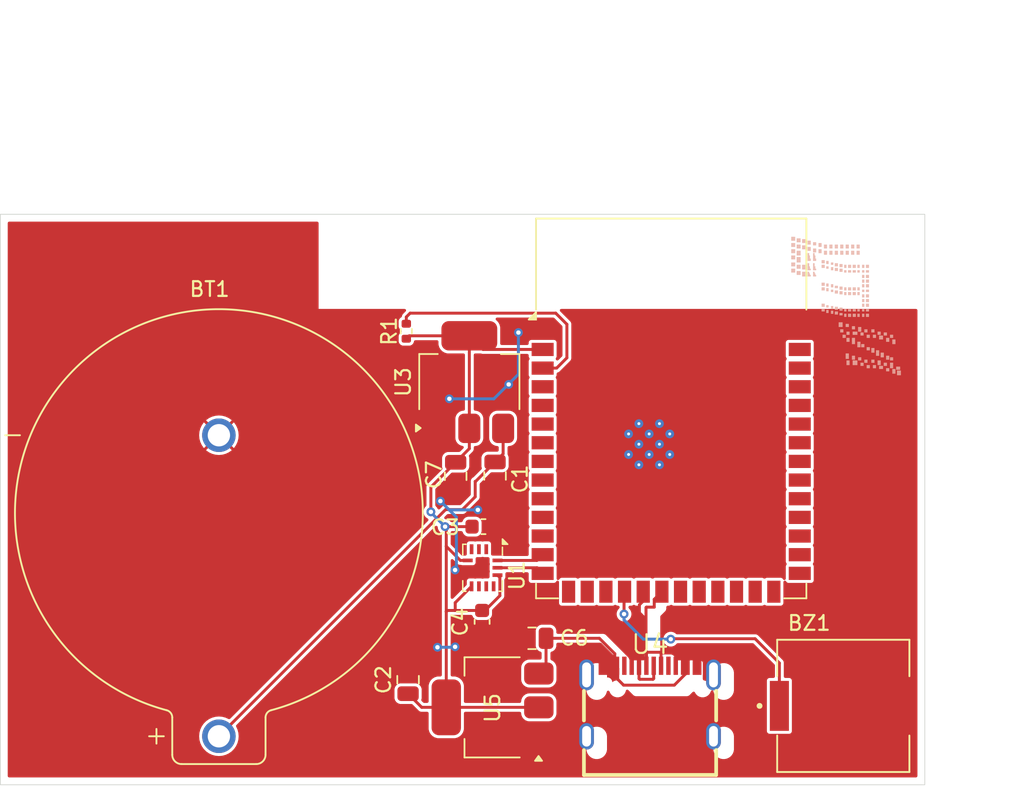
<source format=kicad_pcb>
(kicad_pcb (version 20240108) (generator "pcbnew") (generator_version "8.0")
  (layers (0 "F.Cu" signal) (31 "B.Cu" signal) (34 "B.Paste" user) (35 "F.Paste" user) (36 "B.SilkS" user "B.Silkscreen") (37 "F.SilkS" user "F.Silkscreen") (38 "B.Mask" user) (39 "F.Mask" user) (44 "Edge.Cuts" user))
  (net 0 "")
  (net 1 "Net-(BT1-+)")
  (net 2 "GND")
  (net 3 "/BZR")
  (net 4 "+3V3")
  (net 5 "Net-(U1-EN)")
  (net 6 "Net-(U5-VI)")
  (net 7 "/D-")
  (net 9 "/D+")
  (net 15 "/SCL")
  (net 19 "/SDA")
  (footprint "RF_Module:ESP32-S3-WROOM-1" (layer "F.Cu") (at 176.28 98.92)
    (property "Reference" "U1")
    (property "Value" "ESP32-S3-WROOM-1")
  )
  (footprint "Capacitor_SMD:C_0805_2012Metric" (layer "F.Cu") (at 158.37 117.41 90)
    (property "Reference" "C2")
    (property "Value" "10uF")
  )
  (footprint "Capacitor_SMD:C_0805_2012Metric" (layer "F.Cu") (at 166.81 114.59 180)
    (property "Reference" "C6")
    (property "Value" "10uF")
  )
  (footprint "Resistor_SMD:R_0402_1005Metric" (layer "F.Cu") (at 158.25 93.69 90)
    (property "Reference" "R1")
    (property "Value" "10k")
  )
  (footprint "Capacitor_SMD:C_0603_1608Metric" (layer "F.Cu") (at 163.41 113.47 -90)
    (property "Reference" "C4")
    (property "Value" "100nF")
  )
  (footprint "Capacitor_SMD:C_0805_2012Metric" (layer "F.Cu") (at 164.29 103.54 -90)
    (property "Reference" "C1")
    (property "Value" "10uF")
  )
  (footprint "Capacitor_SMD:C_0805_2012Metric" (layer "F.Cu") (at 161.61 103.56 -90)
    (property "Reference" "C7")
    (property "Value" "10uF" (hide yes))
  )
  (footprint "Package_LGA:Bosch_LGA-14_3x2.5mm_P0.5mm" (layer "F.Cu") (at 163.4425 109.79 -90)
    (property "Reference" "U2" (hide yes))
    (property "Value" "~")
  )
  (footprint "Capacitor_SMD:C_0603_1608Metric" (layer "F.Cu") (at 163.5 106.99)
    (property "Reference" "C3")
    (property "Value" "100nF")
  )
  (footprint "Package_TO_SOT_SMD:SOT-223-3_TabPin2" (layer "F.Cu") (at 162.54 97.15 90)
    (property "Reference" "U3")
    (property "Value" "NCP1117-3.3_SOT223")
  )
  (footprint "Package_TO_SOT_SMD:SOT-223-3_TabPin2" (layer "F.Cu") (at 164.12 119.29 180)
    (property "Reference" "U5")
    (property "Value" "NCP1117-3.3_SOT223")
  )
  (footprint "Uni:BAT_1025" (layer "F.Cu") (at 145.494234 106.069305)
    (property "Reference" "BT1")
    (property "Value" "Battery")
  )
  (footprint "Uni:SPKR_PKMCS0909E4000-R1" (layer "F.Cu") (at 187.9925 119.19)
    (property "Reference" "BZ1")
    (property "Value" "Buzzer")
  )
  (footprint "Uni:USB-C-SMD_G-SWITCH_GT-USB-7010ASV" (layer "F.Cu") (at 174.8399 118.8601)
    (property "Reference" "U4")
    (property "Value" "U4")
  )
  (gr_poly (pts (xy 191.384583 95.624584) (xy 191.384583 95.571667) (xy 191.331666 95.571667) (xy 191.331666 95.624584)) (stroke (width -0.000001)) (fill solid) (layer "B.SilkS"))
  (gr_poly (pts (xy 188.791666 91.126668) (xy 188.791666 91.073751) (xy 188.73875 91.073751) (xy 188.73875 91.126668)) (stroke (width -0.000001)) (fill solid) (layer "B.SilkS"))
  (gr_poly (pts (xy 188.368333 92.290834) (xy 188.368333 92.237917) (xy 188.315417 92.237917) (xy 188.315417 92.290834)) (stroke (width -0.000001)) (fill solid) (layer "B.SilkS"))
  (gr_poly (pts (xy 189.320833 90.280001) (xy 189.320833 90.227084) (xy 189.267916 90.227084) (xy 189.267916 90.280001)) (stroke (width -0.000001)) (fill solid) (layer "B.SilkS"))
  (gr_poly (pts (xy 184.981667 88.269168) (xy 184.981667 88.216251) (xy 184.92875 88.216251) (xy 184.92875 88.269168)) (stroke (width -0.000001)) (fill solid) (layer "B.SilkS"))
  (gr_poly (pts (xy 187.892083 89.221668) (xy 187.892083 89.168751) (xy 187.839166 89.168751) (xy 187.839166 89.221668)) (stroke (width -0.000001)) (fill solid) (layer "B.SilkS"))
  (gr_poly (pts (xy 191.27875 94.037084) (xy 191.27875 93.984167) (xy 191.225833 93.984167) (xy 191.225833 94.037084)) (stroke (width -0.000001)) (fill solid) (layer "B.SilkS"))
  (gr_poly (pts (xy 188.315417 87.951668) (xy 188.315417 87.898751) (xy 188.2625 87.898751) (xy 188.2625 87.951668)) (stroke (width -0.000001)) (fill solid) (layer "B.SilkS"))
  (gr_poly (pts (xy 188.315417 88.375001) (xy 188.315417 88.322084) (xy 188.2625 88.322084) (xy 188.2625 88.375001)) (stroke (width -0.000001)) (fill solid) (layer "B.SilkS"))
  (gr_poly (pts (xy 187.945 92.185001) (xy 187.945 92.132084) (xy 187.892083 92.132084) (xy 187.892083 92.185001)) (stroke (width -0.000001)) (fill solid) (layer "B.SilkS"))
  (gr_poly (pts (xy 188.10375 92.290834) (xy 188.10375 92.237917) (xy 188.050833 92.237917) (xy 188.050833 92.290834)) (stroke (width -0.000001)) (fill solid) (layer "B.SilkS"))
  (gr_poly (pts (xy 184.875833 87.475418) (xy 184.875833 87.422501) (xy 184.822917 87.422501) (xy 184.822917 87.475418)) (stroke (width -0.000001)) (fill solid) (layer "B.SilkS"))
  (gr_poly (pts (xy 189.109167 90.862084) (xy 189.109167 90.809168) (xy 189.05625 90.809168) (xy 189.05625 90.862084)) (stroke (width -0.000001)) (fill solid) (layer "B.SilkS"))
  (gr_poly (pts (xy 186.727917 90.809168) (xy 186.727917 90.756251) (xy 186.675 90.756251) (xy 186.675 90.809168)) (stroke (width -0.000001)) (fill solid) (layer "B.SilkS"))
  (gr_poly (pts (xy 189.37375 95.889168) (xy 189.37375 95.836251) (xy 189.320833 95.836251) (xy 189.320833 95.889168)) (stroke (width -0.000001)) (fill solid) (layer "B.SilkS"))
  (gr_poly (pts (xy 189.003333 92.290834) (xy 189.003333 92.237917) (xy 188.950416 92.237917) (xy 188.950416 92.290834)) (stroke (width -0.000001)) (fill solid) (layer "B.SilkS"))
  (gr_poly (pts (xy 191.12 95.571667) (xy 191.12 95.518751) (xy 191.067083 95.518751) (xy 191.067083 95.571667)) (stroke (width -0.000001)) (fill solid) (layer "B.SilkS"))
  (gr_poly (pts (xy 186.622083 92.343751) (xy 186.622083 92.290834) (xy 186.569167 92.290834) (xy 186.569167 92.343751)) (stroke (width -0.000001)) (fill solid) (layer "B.SilkS"))
  (gr_poly (pts (xy 187.257083 88.057501) (xy 187.257083 88.004584) (xy 187.204166 88.004584) (xy 187.204166 88.057501)) (stroke (width -0.000001)) (fill solid) (layer "B.SilkS"))
  (gr_poly (pts (xy 189.109167 95.677501) (xy 189.109167 95.624584) (xy 189.05625 95.624584) (xy 189.05625 95.677501)) (stroke (width -0.000001)) (fill solid) (layer "B.SilkS"))
  (gr_poly (pts (xy 190.485 93.7725) (xy 190.485 93.719584) (xy 190.432083 93.719584) (xy 190.432083 93.7725)) (stroke (width -0.000001)) (fill solid) (layer "B.SilkS"))
  (gr_poly (pts (xy 186.569167 91.973334) (xy 186.569167 91.920418) (xy 186.51625 91.920418) (xy 186.51625 91.973334)) (stroke (width -0.000001)) (fill solid) (layer "B.SilkS"))
  (gr_poly (pts (xy 191.649166 96.312501) (xy 191.649166 96.259584) (xy 191.59625 96.259584) (xy 191.59625 96.312501)) (stroke (width -0.000001)) (fill solid) (layer "B.SilkS"))
  (gr_poly (pts (xy 189.37375 91.285417) (xy 189.37375 91.232501) (xy 189.320833 91.232501) (xy 189.320833 91.285417)) (stroke (width -0.000001)) (fill solid) (layer "B.SilkS"))
  (gr_poly (pts (xy 184.505417 87.316668) (xy 184.505417 87.263751) (xy 184.4525 87.263751) (xy 184.4525 87.316668)) (stroke (width -0.000001)) (fill solid) (layer "B.SilkS"))
  (gr_poly (pts (xy 188.315417 95.889168) (xy 188.315417 95.836251) (xy 188.2625 95.836251) (xy 188.2625 95.889168)) (stroke (width -0.000001)) (fill solid) (layer "B.SilkS"))
  (gr_poly (pts (xy 190.00875 95.095418) (xy 190.00875 95.042501) (xy 189.955833 95.042501) (xy 189.955833 95.095418)) (stroke (width -0.000001)) (fill solid) (layer "B.SilkS"))
  (gr_poly (pts (xy 188.2625 94.354584) (xy 188.2625 94.301668) (xy 188.209583 94.301668) (xy 188.209583 94.354584)) (stroke (width -0.000001)) (fill solid) (layer "B.SilkS"))
  (gr_poly (pts (xy 184.558333 88.692501) (xy 184.558333 88.639584) (xy 184.505417 88.639584) (xy 184.505417 88.692501)) (stroke (width -0.000001)) (fill solid) (layer "B.SilkS"))
  (gr_poly (pts (xy 186.463333 87.898751) (xy 186.463333 87.845834) (xy 186.410417 87.845834) (xy 186.410417 87.898751)) (stroke (width -0.000001)) (fill solid) (layer "B.SilkS"))
  (gr_poly (pts (xy 185.405 89.274584) (xy 185.405 89.221668) (xy 185.352083 89.221668) (xy 185.352083 89.274584)) (stroke (width -0.000001)) (fill solid) (layer "B.SilkS"))
  (gr_poly (pts (xy 191.490417 96.471251) (xy 191.490417 96.418334) (xy 191.4375 96.418334) (xy 191.4375 96.471251)) (stroke (width -0.000001)) (fill solid) (layer "B.SilkS"))
  (gr_poly (pts (xy 184.664167 89.274584) (xy 184.664167 89.221668) (xy 184.61125 89.221668) (xy 184.61125 89.274584)) (stroke (width -0.000001)) (fill solid) (layer "B.SilkS"))
  (gr_poly (pts (xy 188.8975 95.942084) (xy 188.8975 95.889168) (xy 188.844583 95.889168) (xy 188.844583 95.942084)) (stroke (width -0.000001)) (fill solid) (layer "B.SilkS"))
  (gr_poly (pts (xy 184.981667 88.057501) (xy 184.981667 88.004584) (xy 184.92875 88.004584) (xy 184.92875 88.057501)) (stroke (width -0.000001)) (fill solid) (layer "B.SilkS"))
  (gr_poly (pts (xy 188.73875 88.375001) (xy 188.73875 88.322084) (xy 188.685833 88.322084) (xy 188.685833 88.375001)) (stroke (width -0.000001)) (fill solid) (layer "B.SilkS"))
  (gr_poly (pts (xy 187.6275 88.322084) (xy 187.6275 88.269168) (xy 187.574583 88.269168) (xy 187.574583 88.322084)) (stroke (width -0.000001)) (fill solid) (layer "B.SilkS"))
  (gr_poly (pts (xy 189.37375 94.672084) (xy 189.37375 94.619167) (xy 189.320833 94.619167) (xy 189.320833 94.672084)) (stroke (width -0.000001)) (fill solid) (layer "B.SilkS"))
  (gr_poly (pts (xy 184.505417 87.845834) (xy 184.505417 87.792918) (xy 184.4525 87.792918) (xy 184.4525 87.845834)) (stroke (width -0.000001)) (fill solid) (layer "B.SilkS"))
  (gr_poly (pts (xy 187.839166 93.190417) (xy 187.839166 93.137501) (xy 187.78625 93.137501) (xy 187.78625 93.190417)) (stroke (width -0.000001)) (fill solid) (layer "B.SilkS"))
  (gr_poly (pts (xy 187.257083 92.502501) (xy 187.257083 92.449584) (xy 187.204166 92.449584) (xy 187.204166 92.502501)) (stroke (width -0.000001)) (fill solid) (layer "B.SilkS"))
  (gr_poly (pts (xy 189.955833 95.730417) (xy 189.955833 95.677501) (xy 189.902917 95.677501) (xy 189.902917 95.730417)) (stroke (width -0.000001)) (fill solid) (layer "B.SilkS"))
  (gr_poly (pts (xy 184.717083 89.592084) (xy 184.717083 89.539168) (xy 184.664167 89.539168) (xy 184.664167 89.592084)) (stroke (width -0.000001)) (fill solid) (layer "B.SilkS"))
  (gr_poly (pts (xy 188.42125 89.697918) (xy 188.42125 89.645001) (xy 188.368333 89.645001) (xy 188.368333 89.697918)) (stroke (width -0.000001)) (fill solid) (layer "B.SilkS"))
  (gr_poly (pts (xy 185.669583 88.057501) (xy 185.669583 88.004584) (xy 185.616667 88.004584) (xy 185.616667 88.057501)) (stroke (width -0.000001)) (fill solid) (layer "B.SilkS"))
  (gr_poly (pts (xy 186.463333 88.269168) (xy 186.463333 88.216251) (xy 186.410417 88.216251) (xy 186.410417 88.269168)) (stroke (width -0.000001)) (fill solid) (layer "B.SilkS"))
  (gr_poly (pts (xy 189.426666 89.221668) (xy 189.426666 89.168751) (xy 189.37375 89.168751) (xy 189.37375 89.221668)) (stroke (width -0.000001)) (fill solid) (layer "B.SilkS"))
  (gr_poly (pts (xy 186.886667 89.380418) (xy 186.886667 89.327501) (xy 186.83375 89.327501) (xy 186.83375 89.380418)) (stroke (width -0.000001)) (fill solid) (layer "B.SilkS"))
  (gr_poly (pts (xy 187.839166 93.349167) (xy 187.839166 93.296251) (xy 187.78625 93.296251) (xy 187.78625 93.349167)) (stroke (width -0.000001)) (fill solid) (layer "B.SilkS"))
  (gr_poly (pts (xy 187.945 88.375001) (xy 187.945 88.322084) (xy 187.892083 88.322084) (xy 187.892083 88.375001)) (stroke (width -0.000001)) (fill solid) (layer "B.SilkS"))
  (gr_poly (pts (xy 189.003333 90.756251) (xy 189.003333 90.703334) (xy 188.950416 90.703334) (xy 188.950416 90.756251)) (stroke (width -0.000001)) (fill solid) (layer "B.SilkS"))
  (gr_poly (pts (xy 189.003333 94.777917) (xy 189.003333 94.725001) (xy 188.950416 94.725001) (xy 188.950416 94.777917)) (stroke (width -0.000001)) (fill solid) (layer "B.SilkS"))
  (gr_poly (pts (xy 189.37375 90.280001) (xy 189.37375 90.227084) (xy 189.320833 90.227084) (xy 189.320833 90.280001)) (stroke (width -0.000001)) (fill solid) (layer "B.SilkS"))
  (gr_poly (pts (xy 191.27875 93.984167) (xy 191.27875 93.931251) (xy 191.225833 93.931251) (xy 191.225833 93.984167)) (stroke (width -0.000001)) (fill solid) (layer "B.SilkS"))
  (gr_poly (pts (xy 190.855416 96.047917) (xy 190.855416 95.995) (xy 190.8025 95.995) (xy 190.8025 96.047917)) (stroke (width -0.000001)) (fill solid) (layer "B.SilkS"))
  (gr_poly (pts (xy 187.257083 90.650417) (xy 187.257083 90.597501) (xy 187.204166 90.597501) (xy 187.204166 90.650417)) (stroke (width -0.000001)) (fill solid) (layer "B.SilkS"))
  (gr_poly (pts (xy 186.9925 89.010001) (xy 186.9925 88.957084) (xy 186.939583 88.957084) (xy 186.939583 89.010001)) (stroke (width -0.000001)) (fill solid) (layer "B.SilkS"))
  (gr_poly (pts (xy 185.0875 87.898751) (xy 185.0875 87.845834) (xy 185.034583 87.845834) (xy 185.034583 87.898751)) (stroke (width -0.000001)) (fill solid) (layer "B.SilkS"))
  (gr_poly (pts (xy 184.61125 88.163334) (xy 184.61125 88.110418) (xy 184.558333 88.110418) (xy 184.558333 88.163334)) (stroke (width -0.000001)) (fill solid) (layer "B.SilkS"))
  (gr_poly (pts (xy 191.225833 94.090001) (xy 191.225833 94.037084) (xy 191.172916 94.037084) (xy 191.172916 94.090001)) (stroke (width -0.000001)) (fill solid) (layer "B.SilkS"))
  (gr_poly (pts (xy 188.050833 94.037084) (xy 188.050833 93.984167) (xy 187.997917 93.984167) (xy 187.997917 94.037084)) (stroke (width -0.000001)) (fill solid) (layer "B.SilkS"))
  (gr_poly (pts (xy 188.474166 90.809168) (xy 188.474166 90.756251) (xy 188.42125 90.756251) (xy 188.42125 90.809168)) (stroke (width -0.000001)) (fill solid) (layer "B.SilkS"))
  (gr_poly (pts (xy 188.209583 91.073751) (xy 188.209583 91.020834) (xy 188.156666 91.020834) (xy 188.156666 91.073751)) (stroke (width -0.000001)) (fill solid) (layer "B.SilkS"))
  (gr_poly (pts (xy 189.37375 90.597501) (xy 189.37375 90.544584) (xy 189.320833 90.544584) (xy 189.320833 90.597501)) (stroke (width -0.000001)) (fill solid) (layer "B.SilkS"))
  (gr_poly (pts (xy 185.034583 87.581251) (xy 185.034583 87.528334) (xy 184.981667 87.528334) (xy 184.981667 87.581251)) (stroke (width -0.000001)) (fill solid) (layer "B.SilkS"))
  (gr_poly (pts (xy 187.574583 89.433334) (xy 187.574583 89.380418) (xy 187.521667 89.380418) (xy 187.521667 89.433334)) (stroke (width -0.000001)) (fill solid) (layer "B.SilkS"))
  (gr_poly (pts (xy 184.92875 88.533751) (xy 184.92875 88.480834) (xy 184.875833 88.480834) (xy 184.875833 88.533751)) (stroke (width -0.000001)) (fill solid) (layer "B.SilkS"))
  (gr_poly (pts (xy 188.209583 87.951668) (xy 188.209583 87.898751) (xy 188.156666 87.898751) (xy 188.156666 87.951668)) (stroke (width -0.000001)) (fill solid) (layer "B.SilkS"))
  (gr_poly (pts (xy 185.352083 88.110418) (xy 185.352083 88.057501) (xy 185.299167 88.057501) (xy 185.299167 88.110418)) (stroke (width -0.000001)) (fill solid) (layer "B.SilkS"))
  (gr_poly (pts (xy 186.9925 90.597501) (xy 186.9925 90.544584) (xy 186.939583 90.544584) (xy 186.939583 90.597501)) (stroke (width -0.000001)) (fill solid) (layer "B.SilkS"))
  (gr_poly (pts (xy 187.31 90.915001) (xy 187.31 90.862084) (xy 187.257083 90.862084) (xy 187.257083 90.915001)) (stroke (width -0.000001)) (fill solid) (layer "B.SilkS"))
  (gr_poly (pts (xy 185.0875 89.380418) (xy 185.0875 89.327501) (xy 185.034583 89.327501) (xy 185.034583 89.380418)) (stroke (width -0.000001)) (fill solid) (layer "B.SilkS"))
  (gr_poly (pts (xy 185.616667 89.274584) (xy 185.616667 89.221668) (xy 185.56375 89.221668) (xy 185.56375 89.274584)) (stroke (width -0.000001)) (fill solid) (layer "B.SilkS"))
  (gr_poly (pts (xy 184.558333 87.528334) (xy 184.558333 87.475418) (xy 184.505417 87.475418) (xy 184.505417 87.528334)) (stroke (width -0.000001)) (fill solid) (layer "B.SilkS"))
  (gr_poly (pts (xy 188.950416 93.7725) (xy 188.950416 93.719584) (xy 188.8975 93.719584) (xy 188.8975 93.7725)) (stroke (width -0.000001)) (fill solid) (layer "B.SilkS"))
  (gr_poly (pts (xy 184.981667 87.951668) (xy 184.981667 87.898751) (xy 184.92875 87.898751) (xy 184.92875 87.951668)) (stroke (width -0.000001)) (fill solid) (layer "B.SilkS"))
  (gr_poly (pts (xy 187.46875 88.480834) (xy 187.46875 88.427918) (xy 187.415833 88.427918) (xy 187.415833 88.480834)) (stroke (width -0.000001)) (fill solid) (layer "B.SilkS"))
  (gr_poly (pts (xy 189.638333 91.973334) (xy 189.638333 91.920418) (xy 189.585416 91.920418) (xy 189.585416 91.973334)) (stroke (width -0.000001)) (fill solid) (layer "B.SilkS"))
  (gr_poly (pts (xy 184.61125 89.221668) (xy 184.61125 89.168751) (xy 184.558333 89.168751) (xy 184.558333 89.221668)) (stroke (width -0.000001)) (fill solid) (layer "B.SilkS"))
  (gr_poly (pts (xy 191.014166 94.248751) (xy 191.014166 94.195834) (xy 190.961249 94.195834) (xy 190.961249 94.248751)) (stroke (width -0.000001)) (fill solid) (layer "B.SilkS"))
  (gr_poly (pts (xy 187.78625 89.168751) (xy 187.78625 89.115834) (xy 187.733333 89.115834) (xy 187.733333 89.168751)) (stroke (width -0.000001)) (fill solid) (layer "B.SilkS"))
  (gr_poly (pts (xy 185.987083 88.480834) (xy 185.987083 88.427918) (xy 185.934167 88.427918) (xy 185.934167 88.480834)) (stroke (width -0.000001)) (fill solid) (layer "B.SilkS"))
  (gr_poly (pts (xy 188.42125 94.301668) (xy 188.42125 94.248751) (xy 188.368333 94.248751) (xy 188.368333 94.301668)) (stroke (width -0.000001)) (fill solid) (layer "B.SilkS"))
  (gr_poly (pts (xy 189.744166 92.237917) (xy 189.744166 92.185001) (xy 189.69125 92.185001) (xy 189.69125 92.237917)) (stroke (width -0.000001)) (fill solid) (layer "B.SilkS"))
  (gr_poly (pts (xy 187.46875 89.433334) (xy 187.46875 89.380418) (xy 187.415833 89.380418) (xy 187.415833 89.433334)) (stroke (width -0.000001)) (fill solid) (layer "B.SilkS"))
  (gr_poly (pts (xy 188.315417 95.730417) (xy 188.315417 95.677501) (xy 188.2625 95.677501) (xy 188.2625 95.730417)) (stroke (width -0.000001)) (fill solid) (layer "B.SilkS"))
  (gr_poly (pts (xy 186.886667 88.427918) (xy 186.886667 88.375001) (xy 186.83375 88.375001) (xy 186.83375 88.427918)) (stroke (width -0.000001)) (fill solid) (layer "B.SilkS"))
  (gr_poly (pts (xy 191.543333 94.56625) (xy 191.543333 94.513334) (xy 191.490417 94.513334) (xy 191.490417 94.56625)) (stroke (width -0.000001)) (fill solid) (layer "B.SilkS"))
  (gr_poly (pts (xy 185.775417 88.057501) (xy 185.775417 88.004584) (xy 185.7225 88.004584) (xy 185.7225 88.057501)) (stroke (width -0.000001)) (fill solid) (layer "B.SilkS"))
  (gr_poly (pts (xy 189.585416 92.237917) (xy 189.585416 92.185001) (xy 189.5325 92.185001) (xy 189.5325 92.237917)) (stroke (width -0.000001)) (fill solid) (layer "B.SilkS"))
  (gr_poly (pts (xy 190.061666 95.042501) (xy 190.061666 94.989584) (xy 190.00875 94.989584) (xy 190.00875 95.042501)) (stroke (width -0.000001)) (fill solid) (layer "B.SilkS"))
  (gr_poly (pts (xy 188.368333 95.836251) (xy 188.368333 95.783334) (xy 188.315417 95.783334) (xy 188.315417 95.836251)) (stroke (width -0.000001)) (fill solid) (layer "B.SilkS"))
  (gr_poly (pts (xy 189.638333 96.100834) (xy 189.638333 96.047917) (xy 189.585416 96.047917) (xy 189.585416 96.100834)) (stroke (width -0.000001)) (fill solid) (layer "B.SilkS"))
  (gr_poly (pts (xy 189.37375 90.544584) (xy 189.37375 90.491667) (xy 189.320833 90.491667) (xy 189.320833 90.544584)) (stroke (width -0.000001)) (fill solid) (layer "B.SilkS"))
  (gr_poly (pts (xy 189.109167 94.56625) (xy 189.109167 94.513334) (xy 189.05625 94.513334) (xy 189.05625 94.56625)) (stroke (width -0.000001)) (fill solid) (layer "B.SilkS"))
  (gr_poly (pts (xy 184.664167 88.798334) (xy 184.664167 88.745418) (xy 184.61125 88.745418) (xy 184.61125 88.798334)) (stroke (width -0.000001)) (fill solid) (layer "B.SilkS"))
  (gr_poly (pts (xy 185.352083 87.475418) (xy 185.352083 87.422501) (xy 185.299167 87.422501) (xy 185.299167 87.475418)) (stroke (width -0.000001)) (fill solid) (layer "B.SilkS"))
  (gr_poly (pts (xy 189.37375 90.068334) (xy 189.37375 90.015417) (xy 189.320833 90.015417) (xy 189.320833 90.068334)) (stroke (width -0.000001)) (fill solid) (layer "B.SilkS"))
  (gr_poly (pts (xy 189.215 95.889168) (xy 189.215 95.836251) (xy 189.162083 95.836251) (xy 189.162083 95.889168)) (stroke (width -0.000001)) (fill solid) (layer "B.SilkS"))
  (gr_poly (pts (xy 190.961249 96.365417) (xy 190.961249 96.312501) (xy 190.908333 96.312501) (xy 190.908333 96.365417)) (stroke (width -0.000001)) (fill solid) (layer "B.SilkS"))
  (gr_poly (pts (xy 187.521667 92.185001) (xy 187.521667 92.132084) (xy 187.46875 92.132084) (xy 187.46875 92.185001)) (stroke (width -0.000001)) (fill solid) (layer "B.SilkS"))
  (gr_poly (pts (xy 191.014166 96.259584) (xy 191.014166 96.206667) (xy 190.961249 96.206667) (xy 190.961249 96.259584)) (stroke (width -0.000001)) (fill solid) (layer "B.SilkS"))
  (gr_poly (pts (xy 191.331666 96.047917) (xy 191.331666 95.995) (xy 191.27875 95.995) (xy 191.27875 96.047917)) (stroke (width -0.000001)) (fill solid) (layer "B.SilkS"))
  (gr_poly (pts (xy 187.945 87.898751) (xy 187.945 87.845834) (xy 187.892083 87.845834) (xy 187.892083 87.898751)) (stroke (width -0.000001)) (fill solid) (layer "B.SilkS"))
  (gr_poly (pts (xy 187.945 90.756251) (xy 187.945 90.703334) (xy 187.892083 90.703334) (xy 187.892083 90.756251)) (stroke (width -0.000001)) (fill solid) (layer "B.SilkS"))
  (gr_poly (pts (xy 186.092917 88.322084) (xy 186.092917 88.269168) (xy 186.04 88.269168) (xy 186.04 88.322084)) (stroke (width -0.000001)) (fill solid) (layer "B.SilkS"))
  (gr_poly (pts (xy 189.426666 91.550001) (xy 189.426666 91.497084) (xy 189.37375 91.497084) (xy 189.37375 91.550001)) (stroke (width -0.000001)) (fill solid) (layer "B.SilkS"))
  (gr_poly (pts (xy 184.61125 89.062917) (xy 184.61125 89.010001) (xy 184.558333 89.010001) (xy 184.558333 89.062917)) (stroke (width -0.000001)) (fill solid) (layer "B.SilkS"))
  (gr_poly (pts (xy 184.664167 89.062917) (xy 184.664167 89.010001) (xy 184.61125 89.010001) (xy 184.61125 89.062917)) (stroke (width -0.000001)) (fill solid) (layer "B.SilkS"))
  (gr_poly (pts (xy 191.331666 95.571667) (xy 191.331666 95.518751) (xy 191.27875 95.518751) (xy 191.27875 95.571667)) (stroke (width -0.000001)) (fill solid) (layer "B.SilkS"))
  (gr_poly (pts (xy 188.844583 89.327501) (xy 188.844583 89.274584) (xy 188.791666 89.274584) (xy 188.791666 89.327501)) (stroke (width -0.000001)) (fill solid) (layer "B.SilkS"))
  (gr_poly (pts (xy 186.727917 88.904168) (xy 186.727917 88.851251) (xy 186.675 88.851251) (xy 186.675 88.904168)) (stroke (width -0.000001)) (fill solid) (layer "B.SilkS"))
  (gr_poly (pts (xy 184.505417 88.375001) (xy 184.505417 88.322084) (xy 184.4525 88.322084) (xy 184.4525 88.375001)) (stroke (width -0.000001)) (fill solid) (layer "B.SilkS"))
  (gr_poly (pts (xy 187.945 93.349167) (xy 187.945 93.296251) (xy 187.892083 93.296251) (xy 187.892083 93.349167)) (stroke (width -0.000001)) (fill solid) (layer "B.SilkS"))
  (gr_poly (pts (xy 187.46875 89.486251) (xy 187.46875 89.433334) (xy 187.415833 89.433334) (xy 187.415833 89.486251)) (stroke (width -0.000001)) (fill solid) (layer "B.SilkS"))
  (gr_poly (pts (xy 184.664167 87.845834) (xy 184.664167 87.792918) (xy 184.61125 87.792918) (xy 184.61125 87.845834)) (stroke (width -0.000001)) (fill solid) (layer "B.SilkS"))
  (gr_poly (pts (xy 189.955833 95.677501) (xy 189.955833 95.624584) (xy 189.902917 95.624584) (xy 189.902917 95.677501)) (stroke (width -0.000001)) (fill solid) (layer "B.SilkS"))
  (gr_poly (pts (xy 186.092917 89.856667) (xy 186.092917 89.803751) (xy 186.04 89.803751) (xy 186.04 89.856667)) (stroke (width -0.000001)) (fill solid) (layer "B.SilkS"))
  (gr_poly (pts (xy 188.844583 89.697918) (xy 188.844583 89.645001) (xy 188.791666 89.645001) (xy 188.791666 89.697918)) (stroke (width -0.000001)) (fill solid) (layer "B.SilkS"))
  (gr_poly (pts (xy 185.669583 89.856667) (xy 185.669583 89.803751) (xy 185.616667 89.803751) (xy 185.616667 89.856667)) (stroke (width -0.000001)) (fill solid) (layer "B.SilkS"))
  (gr_poly (pts (xy 188.791666 92.608334) (xy 188.791666 92.555417) (xy 188.73875 92.555417) (xy 188.73875 92.608334)) (stroke (width -0.000001)) (fill solid) (layer "B.SilkS"))
  (gr_poly (pts (xy 189.37375 90.915001) (xy 189.37375 90.862084) (xy 189.320833 90.862084) (xy 189.320833 90.915001)) (stroke (width -0.000001)) (fill solid) (layer "B.SilkS"))
  (gr_poly (pts (xy 189.267916 93.931251) (xy 189.267916 93.878334) (xy 189.215 93.878334) (xy 189.215 93.931251)) (stroke (width -0.000001)) (fill solid) (layer "B.SilkS"))
  (gr_poly (pts (xy 188.685833 89.274584) (xy 188.685833 89.221668) (xy 188.632916 89.221668) (xy 188.632916 89.274584)) (stroke (width -0.000001)) (fill solid) (layer "B.SilkS"))
  (gr_poly (pts (xy 185.616667 88.639584) (xy 185.616667 88.586668) (xy 185.56375 88.586668) (xy 185.56375 88.639584)) (stroke (width -0.000001)) (fill solid) (layer "B.SilkS"))
  (gr_poly (pts (xy 191.067083 95.412917) (xy 191.067083 95.36) (xy 191.014166 95.36) (xy 191.014166 95.412917)) (stroke (width -0.000001)) (fill solid) (layer "B.SilkS"))
  (gr_poly (pts (xy 185.299167 89.274584) (xy 185.299167 89.221668) (xy 185.24625 89.221668) (xy 185.24625 89.274584)) (stroke (width -0.000001)) (fill solid) (layer "B.SilkS"))
  (gr_poly (pts (xy 186.3575 87.951668) (xy 186.3575 87.898751) (xy 186.304583 87.898751) (xy 186.304583 87.951668)) (stroke (width -0.000001)) (fill solid) (layer "B.SilkS"))
  (gr_poly (pts (xy 189.05625 93.507917) (xy 189.05625 93.455001) (xy 189.003333 93.455001) (xy 189.003333 93.507917)) (stroke (width -0.000001)) (fill solid) (layer "B.SilkS"))
  (gr_poly (pts (xy 188.73875 89.380418) (xy 188.73875 89.327501) (xy 188.685833 89.327501) (xy 188.685833 89.380418)) (stroke (width -0.000001)) (fill solid) (layer "B.SilkS"))
  (gr_poly (pts (xy 186.04 88.639584) (xy 186.04 88.586668) (xy 185.987083 88.586668) (xy 185.987083 88.639584)) (stroke (width -0.000001)) (fill solid) (layer "B.SilkS"))
  (gr_poly (pts (xy 187.78625 89.592084) (xy 187.78625 89.539168) (xy 187.733333 89.539168) (xy 187.733333 89.592084)) (stroke (width -0.000001)) (fill solid) (layer "B.SilkS"))
  (gr_poly (pts (xy 189.37375 93.878334) (xy 189.37375 93.825417) (xy 189.320833 93.825417) (xy 189.320833 93.878334)) (stroke (width -0.000001)) (fill solid) (layer "B.SilkS"))
  (gr_poly (pts (xy 187.257083 88.480834) (xy 187.257083 88.427918) (xy 187.204166 88.427918) (xy 187.204166 88.480834)) (stroke (width -0.000001)) (fill solid) (layer "B.SilkS"))
  (gr_poly (pts (xy 186.9925 92.343751) (xy 186.9925 92.290834) (xy 186.939583 92.290834) (xy 186.939583 92.343751)) (stroke (width -0.000001)) (fill solid) (layer "B.SilkS"))
  (gr_poly (pts (xy 189.003333 87.951668) (xy 189.003333 87.898751) (xy 188.950416 87.898751) (xy 188.950416 87.951668)) (stroke (width -0.000001)) (fill solid) (layer "B.SilkS"))
  (gr_poly (pts (xy 191.331666 94.037084) (xy 191.331666 93.984167) (xy 191.27875 93.984167) (xy 191.27875 94.037084)) (stroke (width -0.000001)) (fill solid) (layer "B.SilkS"))
  (gr_poly (pts (xy 191.384583 96.524167) (xy 191.384583 96.471251) (xy 191.331666 96.471251) (xy 191.331666 96.524167)) (stroke (width -0.000001)) (fill solid) (layer "B.SilkS"))
  (gr_poly (pts (xy 186.675 92.026251) (xy 186.675 91.973334) (xy 186.622083 91.973334) (xy 186.622083 92.026251)) (stroke (width -0.000001)) (fill solid) (layer "B.SilkS"))
  (gr_poly (pts (xy 187.204166 92.132084) (xy 187.204166 92.079167) (xy 187.15125 92.079167) (xy 187.15125 92.132084)) (stroke (width -0.000001)) (fill solid) (layer "B.SilkS"))
  (gr_poly (pts (xy 185.0875 87.951668) (xy 185.0875 87.898751) (xy 185.034583 87.898751) (xy 185.034583 87.951668)) (stroke (width -0.000001)) (fill solid) (layer "B.SilkS"))
  (gr_poly (pts (xy 187.574583 89.274584) (xy 187.574583 89.221668) (xy 187.521667 89.221668) (xy 187.521667 89.274584)) (stroke (width -0.000001)) (fill solid) (layer "B.SilkS"))
  (gr_poly (pts (xy 187.892083 89.539168) (xy 187.892083 89.486251) (xy 187.839166 89.486251) (xy 187.839166 89.539168)) (stroke (width -0.000001)) (fill solid) (layer "B.SilkS"))
  (gr_poly (pts (xy 188.42125 94.407501) (xy 188.42125 94.354584) (xy 188.368333 94.354584) (xy 188.368333 94.407501)) (stroke (width -0.000001)) (fill solid) (layer "B.SilkS"))
  (gr_poly (pts (xy 188.2625 93.402084) (xy 188.2625 93.349167) (xy 188.209583 93.349167) (xy 188.209583 93.402084)) (stroke (width -0.000001)) (fill solid) (layer "B.SilkS"))
  (gr_poly (pts (xy 190.432083 95.254167) (xy 190.432083 95.20125) (xy 190.379166 95.20125) (xy 190.379166 95.254167)) (stroke (width -0.000001)) (fill solid) (layer "B.SilkS"))
  (gr_poly (pts (xy 190.114583 95.783334) (xy 190.114583 95.730417) (xy 190.061666 95.730417) (xy 190.061666 95.783334)) (stroke (width -0.000001)) (fill solid) (layer "B.SilkS"))
  (gr_poly (pts (xy 188.10375 89.327501) (xy 188.10375 89.274584) (xy 188.050833 89.274584) (xy 188.050833 89.327501)) (stroke (width -0.000001)) (fill solid) (layer "B.SilkS"))
  (gr_poly (pts (xy 188.632916 94.56625) (xy 188.632916 94.513334) (xy 188.58 94.513334) (xy 188.58 94.56625)) (stroke (width -0.000001)) (fill solid) (layer "B.SilkS"))
  (gr_poly (pts (xy 187.892083 89.486251) (xy 187.892083 89.433334) (xy 187.839166 89.433334) (xy 187.839166 89.486251)) (stroke (width -0.000001)) (fill solid) (layer "B.SilkS"))
  (gr_poly (pts (xy 186.145833 88.322084) (xy 186.145833 88.269168) (xy 186.092917 88.269168) (xy 186.092917 88.322084)) (stroke (width -0.000001)) (fill solid) (layer "B.SilkS"))
  (gr_poly (pts (xy 187.6275 89.221668) (xy 187.6275 89.168751) (xy 187.574583 89.168751) (xy 187.574583 89.221668)) (stroke (width -0.000001)) (fill solid) (layer "B.SilkS"))
  (gr_poly (pts (xy 186.675 90.544584) (xy 186.675 90.491667) (xy 186.622083 90.491667) (xy 186.622083 90.544584)) (stroke (width -0.000001)) (fill solid) (layer "B.SilkS"))
  (gr_poly (pts (xy 184.875833 89.010001) (xy 184.875833 88.957084) (xy 184.822917 88.957084) (xy 184.822917 89.010001)) (stroke (width -0.000001)) (fill solid) (layer "B.SilkS"))
  (gr_poly (pts (xy 188.10375 94.142917) (xy 188.10375 94.090001) (xy 188.050833 94.090001) (xy 188.050833 94.142917)) (stroke (width -0.000001)) (fill solid) (layer "B.SilkS"))
  (gr_poly (pts (xy 189.744166 90.227084) (xy 189.744166 90.174168) (xy 189.69125 90.174168) (xy 189.69125 90.227084)) (stroke (width -0.000001)) (fill solid) (layer "B.SilkS"))
  (gr_poly (pts (xy 190.273333 95.095418) (xy 190.273333 95.042501) (xy 190.220416 95.042501) (xy 190.220416 95.095418)) (stroke (width -0.000001)) (fill solid) (layer "B.SilkS"))
  (gr_poly (pts (xy 188.844583 93.931251) (xy 188.844583 93.878334) (xy 188.791666 93.878334) (xy 188.791666 93.931251)) (stroke (width -0.000001)) (fill solid) (layer "B.SilkS"))
  (gr_poly (pts (xy 184.558333 88.586668) (xy 184.558333 88.533751) (xy 184.505417 88.533751) (xy 184.505417 88.586668)) (stroke (width -0.000001)) (fill solid) (layer "B.SilkS"))
  (gr_poly (pts (xy 189.69125 91.020834) (xy 189.69125 90.967917) (xy 189.638333 90.967917) (xy 189.638333 91.020834)) (stroke (width -0.000001)) (fill solid) (layer "B.SilkS"))
  (gr_poly (pts (xy 191.490417 96.418334) (xy 191.490417 96.365417) (xy 191.4375 96.365417) (xy 191.4375 96.418334)) (stroke (width -0.000001)) (fill solid) (layer "B.SilkS"))
  (gr_poly (pts (xy 184.61125 87.369584) (xy 184.61125 87.316668) (xy 184.558333 87.316668) (xy 184.558333 87.369584)) (stroke (width -0.000001)) (fill solid) (layer "B.SilkS"))
  (gr_poly (pts (xy 188.368333 93.349167) (xy 188.368333 93.296251) (xy 188.315417 93.296251) (xy 188.315417 93.349167)) (stroke (width -0.000001)) (fill solid) (layer "B.SilkS"))
  (gr_poly (pts (xy 187.46875 88.004584) (xy 187.46875 87.951668) (xy 187.415833 87.951668) (xy 187.415833 88.004584)) (stroke (width -0.000001)) (fill solid) (layer "B.SilkS"))
  (gr_poly (pts (xy 189.69125 91.867501) (xy 189.69125 91.814584) (xy 189.638333 91.814584) (xy 189.638333 91.867501)) (stroke (width -0.000001)) (fill solid) (layer "B.SilkS"))
  (gr_poly (pts (xy 190.696666 96.206667) (xy 190.696666 96.15375) (xy 190.64375 96.15375) (xy 190.64375 96.206667)) (stroke (width -0.000001)) (fill solid) (layer "B.SilkS"))
  (gr_poly (pts (xy 185.987083 88.745418) (xy 185.987083 88.692501) (xy 185.934167 88.692501) (xy 185.934167 88.745418)) (stroke (width -0.000001)) (fill solid) (layer "B.SilkS"))
  (gr_poly (pts (xy 189.215 93.984167) (xy 189.215 93.931251) (xy 189.162083 93.931251) (xy 189.162083 93.984167)) (stroke (width -0.000001)) (fill solid) (layer "B.SilkS"))
  (gr_poly (pts (xy 187.945 93.243334) (xy 187.945 93.190417) (xy 187.892083 93.190417) (xy 187.892083 93.243334)) (stroke (width -0.000001)) (fill solid) (layer "B.SilkS"))
  (gr_poly (pts (xy 190.696666 94.248751) (xy 190.696666 94.195834) (xy 190.64375 94.195834) (xy 190.64375 94.248751)) (stroke (width -0.000001)) (fill solid) (layer "B.SilkS"))
  (gr_poly (pts (xy 186.622083 90.597501) (xy 186.622083 90.544584) (xy 186.569167 90.544584) (xy 186.569167 90.597501)) (stroke (width -0.000001)) (fill solid) (layer "B.SilkS"))
  (gr_poly (pts (xy 185.24625 89.803751) (xy 185.24625 89.750834) (xy 185.193333 89.750834) (xy 185.193333 89.803751)) (stroke (width -0.000001)) (fill solid) (layer "B.SilkS"))
  (gr_poly (pts (xy 190.432083 95.36) (xy 190.432083 95.307084) (xy 190.379166 95.307084) (xy 190.379166 95.36)) (stroke (width -0.000001)) (fill solid) (layer "B.SilkS"))
  (gr_poly (pts (xy 186.622083 91.920418) (xy 186.622083 91.867501) (xy 186.569167 91.867501) (xy 186.569167 91.920418)) (stroke (width -0.000001)) (fill solid) (layer "B.SilkS"))
  (gr_poly (pts (xy 186.569167 90.491667) (xy 186.569167 90.438751) (xy 186.51625 90.438751) (xy 186.51625 90.491667)) (stroke (width -0.000001)) (fill solid) (layer "B.SilkS"))
  (gr_poly (pts (xy 190.220416 96.206667) (xy 190.220416 96.15375) (xy 190.1675 96.15375) (xy 190.1675 96.206667)) (stroke (width -0.000001)) (fill solid) (layer "B.SilkS"))
  (gr_poly (pts (xy 185.352083 89.327501) (xy 185.352083 89.274584) (xy 185.299167 89.274584) (xy 185.299167 89.327501)) (stroke (width -0.000001)) (fill solid) (layer "B.SilkS"))
  (gr_poly (pts (xy 188.209583 88.375001) (xy 188.209583 88.322084) (xy 188.156666 88.322084) (xy 188.156666 88.375001)) (stroke (width -0.000001)) (fill solid) (layer "B.SilkS"))
  (gr_poly (pts (xy 184.717083 88.216251) (xy 184.717083 88.163334) (xy 184.664167 88.163334) (xy 184.664167 88.216251)) (stroke (width -0.000001)) (fill solid) (layer "B.SilkS"))
  (gr_poly (pts (xy 191.490417 94.407501) (xy 191.490417 94.354584) (xy 191.4375 94.354584) (xy 191.4375 94.407501)) (stroke (width -0.000001)) (fill solid) (layer "B.SilkS"))
  (gr_poly (pts (xy 189.05625 87.845834) (xy 189.05625 87.792918) (xy 189.003333 87.792918) (xy 189.003333 87.845834)) (stroke (width -0.000001)) (fill solid) (layer "B.SilkS"))
  (gr_poly (pts (xy 191.331666 95.889168) (xy 191.331666 95.836251) (xy 191.27875 95.836251) (xy 191.27875 95.889168)) (stroke (width -0.000001)) (fill solid) (layer "B.SilkS"))
  (gr_poly (pts (xy 187.098333 88.375001) (xy 187.098333 88.322084) (xy 187.045416 88.322084) (xy 187.045416 88.375001)) (stroke (width -0.000001)) (fill solid) (layer "B.SilkS"))
  (gr_poly (pts (xy 184.558333 89.221668) (xy 184.558333 89.168751) (xy 184.505417 89.168751) (xy 184.505417 89.221668)) (stroke (width -0.000001)) (fill solid) (layer "B.SilkS"))
  (gr_poly (pts (xy 186.675 89.380418) (xy 186.675 89.327501) (xy 186.622083 89.327501) (xy 186.622083 89.380418)) (stroke (width -0.000001)) (fill solid) (layer "B.SilkS"))
  (gr_poly (pts (xy 191.754999 96.630001) (xy 191.754999 96.577084) (xy 191.702083 96.577084) (xy 191.702083 96.630001)) (stroke (width -0.000001)) (fill solid) (layer "B.SilkS"))
  (gr_poly (pts (xy 186.727917 88.480834) (xy 186.727917 88.427918) (xy 186.675 88.427918) (xy 186.675 88.480834)) (stroke (width -0.000001)) (fill solid) (layer "B.SilkS"))
  (gr_poly (pts (xy 191.490417 94.513334) (xy 191.490417 94.460417) (xy 191.4375 94.460417) (xy 191.4375 94.513334)) (stroke (width -0.000001)) (fill solid) (layer "B.SilkS"))
  (gr_poly (pts (xy 190.061666 95.148334) (xy 190.061666 95.095418) (xy 190.00875 95.095418) (xy 190.00875 95.148334)) (stroke (width -0.000001)) (fill solid) (layer "B.SilkS"))
  (gr_poly (pts (xy 185.7225 89.803751) (xy 185.7225 89.750834) (xy 185.669583 89.750834) (xy 185.669583 89.803751)) (stroke (width -0.000001)) (fill solid) (layer "B.SilkS"))
  (gr_poly (pts (xy 188.685833 91.126668) (xy 188.685833 91.073751) (xy 188.632916 91.073751) (xy 188.632916 91.126668)) (stroke (width -0.000001)) (fill solid) (layer "B.SilkS"))
  (gr_poly (pts (xy 184.875833 89.221668) (xy 184.875833 89.168751) (xy 184.822917 89.168751) (xy 184.822917 89.221668)) (stroke (width -0.000001)) (fill solid) (layer "B.SilkS"))
  (gr_poly (pts (xy 184.981667 89.274584) (xy 184.981667 89.221668) (xy 184.92875 89.221668) (xy 184.92875 89.274584)) (stroke (width -0.000001)) (fill solid) (layer "B.SilkS"))
  (gr_poly (pts (xy 188.527083 89.697918) (xy 188.527083 89.645001) (xy 188.474166 89.645001) (xy 188.474166 89.697918)) (stroke (width -0.000001)) (fill solid) (layer "B.SilkS"))
  (gr_poly (pts (xy 185.669583 88.004584) (xy 185.669583 87.951668) (xy 185.616667 87.951668) (xy 185.616667 88.004584)) (stroke (width -0.000001)) (fill solid) (layer "B.SilkS"))
  (gr_poly (pts (xy 189.638333 89.962501) (xy 189.638333 89.909584) (xy 189.585416 89.909584) (xy 189.585416 89.962501)) (stroke (width -0.000001)) (fill solid) (layer "B.SilkS"))
  (gr_poly (pts (xy 185.0875 89.697918) (xy 185.0875 89.645001) (xy 185.034583 89.645001) (xy 185.034583 89.697918)) (stroke (width -0.000001)) (fill solid) (layer "B.SilkS"))
  (gr_poly (pts (xy 186.9925 92.396667) (xy 186.9925 92.343751) (xy 186.939583 92.343751) (xy 186.939583 92.396667)) (stroke (width -0.000001)) (fill solid) (layer "B.SilkS"))
  (gr_poly (pts (xy 188.73875 95.783334) (xy 188.73875 95.730417) (xy 188.685833 95.730417) (xy 188.685833 95.783334)) (stroke (width -0.000001)) (fill solid) (layer "B.SilkS"))
  (gr_poly (pts (xy 188.73875 94.354584) (xy 188.73875 94.301668) (xy 188.685833 94.301668) (xy 188.685833 94.354584)) (stroke (width -0.000001)) (fill solid) (layer "B.SilkS"))
  (gr_poly (pts (xy 189.585416 93.719584) (xy 189.585416 93.666667) (xy 189.5325 93.666667) (xy 189.5325 93.719584)) (stroke (width -0.000001)) (fill solid) (layer "B.SilkS"))
  (gr_poly (pts (xy 187.892083 93.719584) (xy 187.892083 93.666667) (xy 187.839166 93.666667) (xy 187.839166 93.719584)) (stroke (width -0.000001)) (fill solid) (layer "B.SilkS"))
  (gr_poly (pts (xy 189.744166 90.280001) (xy 189.744166 90.227084) (xy 189.69125 90.227084) (xy 189.69125 90.280001)) (stroke (width -0.000001)) (fill solid) (layer "B.SilkS"))
  (gr_poly (pts (xy 188.844583 90.756251) (xy 188.844583 90.703334) (xy 188.791666 90.703334) (xy 188.791666 90.756251)) (stroke (width -0.000001)) (fill solid) (layer "B.SilkS"))
  (gr_poly (pts (xy 188.632916 95.624584) (xy 188.632916 95.571667) (xy 188.58 95.571667) (xy 188.58 95.624584)) (stroke (width -0.000001)) (fill solid) (layer "B.SilkS"))
  (gr_poly (pts (xy 190.696666 95.412917) (xy 190.696666 95.36) (xy 190.64375 95.36) (xy 190.64375 95.412917)) (stroke (width -0.000001)) (fill solid) (layer "B.SilkS"))
  (gr_poly (pts (xy 186.83375 88.480834) (xy 186.83375 88.427918) (xy 186.780833 88.427918) (xy 186.780833 88.480834)) (stroke (width -0.000001)) (fill solid) (layer "B.SilkS"))
  (gr_poly (pts (xy 188.791666 92.661251) (xy 188.791666 92.608334) (xy 188.73875 92.608334) (xy 188.73875 92.661251)) (stroke (width -0.000001)) (fill solid) (layer "B.SilkS"))
  (gr_poly (pts (xy 190.537916 93.878334) (xy 190.537916 93.825417) (xy 190.485 93.825417) (xy 190.485 93.878334)) (stroke (width -0.000001)) (fill solid) (layer "B.SilkS"))
  (gr_poly (pts (xy 190.961249 94.354584) (xy 190.961249 94.301668) (xy 190.908333 94.301668) (xy 190.908333 94.354584)) (stroke (width -0.000001)) (fill solid) (layer "B.SilkS"))
  (gr_poly (pts (xy 184.717083 89.062917) (xy 184.717083 89.010001) (xy 184.664167 89.010001) (xy 184.664167 89.062917)) (stroke (width -0.000001)) (fill solid) (layer "B.SilkS"))
  (gr_poly (pts (xy 189.797083 94.936667) (xy 189.797083 94.883751) (xy 189.744166 94.883751) (xy 189.744166 94.936667)) (stroke (width -0.000001)) (fill solid) (layer "B.SilkS"))
  (gr_poly (pts (xy 186.9925 90.862084) (xy 186.9925 90.809168) (xy 186.939583 90.809168) (xy 186.939583 90.862084)) (stroke (width -0.000001)) (fill solid) (layer "B.SilkS"))
  (gr_poly (pts (xy 186.83375 87.845834) (xy 186.83375 87.792918) (xy 186.780833 87.792918) (xy 186.780833 87.845834)) (stroke (width -0.000001)) (fill solid) (layer "B.SilkS"))
  (gr_poly (pts (xy 191.91375 96.524167) (xy 191.91375 96.471251) (xy 191.860833 96.471251) (xy 191.860833 96.524167)) (stroke (width -0.000001)) (fill solid) (layer "B.SilkS"))
  (gr_poly (pts (xy 186.463333 87.740001) (xy 186.463333 87.687084) (xy 186.410417 87.687084) (xy 186.410417 87.740001)) (stroke (width -0.000001)) (fill solid) (layer "B.SilkS"))
  (gr_poly (pts (xy 191.4375 96.365417) (xy 191.4375 96.312501) (xy 191.384583 96.312501) (xy 191.384583 96.365417)) (stroke (width -0.000001)) (fill solid) (layer "B.SilkS"))
  (gr_poly (pts (xy 189.109167 94.460417) (xy 189.109167 94.407501) (xy 189.05625 94.407501) (xy 189.05625 94.460417)) (stroke (width -0.000001)) (fill solid) (layer "B.SilkS"))
  (gr_poly (pts (xy 186.939583 92.343751) (xy 186.939583 92.290834) (xy 186.886667 92.290834) (xy 186.886667 92.343751)) (stroke (width -0.000001)) (fill solid) (layer "B.SilkS"))
  (gr_poly (pts (xy 191.91375 96.630001) (xy 191.91375 96.577084) (xy 191.860833 96.577084) (xy 191.860833 96.630001)) (stroke (width -0.000001)) (fill solid) (layer "B.SilkS"))
  (gr_poly (pts (xy 185.24625 87.951668) (xy 185.24625 87.898751) (xy 185.193333 87.898751) (xy 185.193333 87.951668)) (stroke (width -0.000001)) (fill solid) (layer "B.SilkS"))
  (gr_poly (pts (xy 191.702083 96.15375) (xy 191.702083 96.100834) (xy 191.649166 96.100834) (xy 191.649166 96.15375)) (stroke (width -0.000001)) (fill solid) (layer "B.SilkS"))
  (gr_poly (pts (xy 189.05625 95.624584) (xy 189.05625 95.571667) (xy 189.003333 95.571667) (xy 189.003333 95.624584)) (stroke (width -0.000001)) (fill solid) (layer "B.SilkS"))
  (gr_poly (pts (xy 189.638333 90.280001) (xy 189.638333 90.227084) (xy 189.585416 90.227084) (xy 189.585416 90.280001)) (stroke (width -0.000001)) (fill solid) (layer "B.SilkS"))
  (gr_poly (pts (xy 188.10375 91.179584) (xy 188.10375 91.126668) (xy 188.050833 91.126668) (xy 188.050833 91.179584)) (stroke (width -0.000001)) (fill solid) (layer "B.SilkS"))
  (gr_poly (pts (xy 185.616667 89.327501) (xy 185.616667 89.274584) (xy 185.56375 89.274584) (xy 185.56375 89.327501)) (stroke (width -0.000001)) (fill solid) (layer "B.SilkS"))
  (gr_poly (pts (xy 187.945 93.190417) (xy 187.945 93.137501) (xy 187.892083 93.137501) (xy 187.892083 93.190417)) (stroke (width -0.000001)) (fill solid) (layer "B.SilkS"))
  (gr_poly (pts (xy 185.987083 87.740001) (xy 185.987083 87.687084) (xy 185.934167 87.687084) (xy 185.934167 87.740001)) (stroke (width -0.000001)) (fill solid) (layer "B.SilkS"))
  (gr_poly (pts (xy 188.156666 91.073751) (xy 188.156666 91.020834) (xy 188.10375 91.020834) (xy 188.10375 91.073751)) (stroke (width -0.000001)) (fill solid) (layer "B.SilkS"))
  (gr_poly (pts (xy 189.426666 89.327501) (xy 189.426666 89.274584) (xy 189.37375 89.274584) (xy 189.37375 89.327501)) (stroke (width -0.000001)) (fill solid) (layer "B.SilkS"))
  (gr_poly (pts (xy 189.638333 90.967917) (xy 189.638333 90.915001) (xy 189.585416 90.915001) (xy 189.585416 90.967917)) (stroke (width -0.000001)) (fill solid) (layer "B.SilkS"))
  (gr_poly (pts (xy 187.839166 93.296251) (xy 187.839166 93.243334) (xy 187.78625 93.243334) (xy 187.78625 93.296251)) (stroke (width -0.000001)) (fill solid) (layer "B.SilkS"))
  (gr_poly (pts (xy 191.225833 95.518751) (xy 191.225833 95.465834) (xy 191.172916 95.465834) (xy 191.172916 95.518751)) (stroke (width -0.000001)) (fill solid) (layer "B.SilkS"))
  (gr_poly (pts (xy 187.521667 92.079167) (xy 187.521667 92.026251) (xy 187.46875 92.026251) (xy 187.46875 92.079167)) (stroke (width -0.000001)) (fill solid) (layer "B.SilkS"))
  (gr_poly (pts (xy 187.521667 88.427918) (xy 187.521667 88.375001) (xy 187.46875 88.375001) (xy 187.46875 88.427918)) (stroke (width -0.000001)) (fill solid) (layer "B.SilkS"))
  (gr_poly (pts (xy 188.685833 88.480834) (xy 188.685833 88.427918) (xy 188.632916 88.427918) (xy 188.632916 88.480834)) (stroke (width -0.000001)) (fill solid) (layer "B.SilkS"))
  (gr_poly (pts (xy 187.257083 92.449584) (xy 187.257083 92.396667) (xy 187.204166 92.396667) (xy 187.204166 92.449584)) (stroke (width -0.000001)) (fill solid) (layer "B.SilkS"))
  (gr_poly (pts (xy 188.685833 90.809168) (xy 188.685833 90.756251) (xy 188.632916 90.756251) (xy 188.632916 90.809168)) (stroke (width -0.000001)) (fill solid) (layer "B.SilkS"))
  (gr_poly (pts (xy 185.669583 88.163334) (xy 185.669583 88.110418) (xy 185.616667 88.110418) (xy 185.616667 88.163334)) (stroke (width -0.000001)) (fill solid) (layer "B.SilkS"))
  (gr_poly (pts (xy 188.73875 95.836251) (xy 188.73875 95.783334) (xy 188.685833 95.783334) (xy 188.685833 95.836251)) (stroke (width -0.000001)) (fill solid) (layer "B.SilkS"))
  (gr_poly (pts (xy 186.727917 90.491667) (xy 186.727917 90.438751) (xy 186.675 90.438751) (xy 186.675 90.491667)) (stroke (width -0.000001)) (fill solid) (layer "B.SilkS"))
  (gr_poly (pts (xy 186.04 89.486251) (xy 186.04 89.433334) (xy 185.987083 89.433334) (xy 185.987083 89.486251)) (stroke (width -0.000001)) (fill solid) (layer "B.SilkS"))
  (gr_poly (pts (xy 189.69125 91.232501) (xy 189.69125 91.179584) (xy 189.638333 91.179584) (xy 189.638333 91.232501)) (stroke (width -0.000001)) (fill solid) (layer "B.SilkS"))
  (gr_poly (pts (xy 187.31 91.020834) (xy 187.31 90.967917) (xy 187.257083 90.967917) (xy 187.257083 91.020834)) (stroke (width -0.000001)) (fill solid) (layer "B.SilkS"))
  (gr_poly (pts (xy 188.73875 92.343751) (xy 188.73875 92.290834) (xy 188.685833 92.290834) (xy 188.685833 92.343751)) (stroke (width -0.000001)) (fill solid) (layer "B.SilkS"))
  (gr_poly (pts (xy 188.950416 88.427918) (xy 188.950416 88.375001) (xy 188.8975 88.375001) (xy 188.8975 88.427918)) (stroke (width -0.000001)) (fill solid) (layer "B.SilkS"))
  (gr_poly (pts (xy 184.664167 89.168751) (xy 184.664167 89.115834) (xy 184.61125 89.115834) (xy 184.61125 89.168751)) (stroke (width -0.000001)) (fill solid) (layer "B.SilkS"))
  (gr_poly (pts (xy 189.69125 91.285417) (xy 189.69125 91.232501) (xy 189.638333 91.232501) (xy 189.638333 91.285417)) (stroke (width -0.000001)) (fill solid) (layer "B.SilkS"))
  (gr_poly (pts (xy 184.981667 88.745418) (xy 184.981667 88.692501) (xy 184.92875 88.692501) (xy 184.92875 88.745418)) (stroke (width -0.000001)) (fill solid) (layer "B.SilkS"))
  (gr_poly (pts (xy 188.2625 93.878334) (xy 188.2625 93.825417) (xy 188.209583 93.825417) (xy 188.209583 93.878334)) (stroke (width -0.000001)) (fill solid) (layer "B.SilkS"))
  (gr_poly (pts (xy 190.114583 95.836251) (xy 190.114583 95.783334) (xy 190.061666 95.783334) (xy 190.061666 95.836251)) (stroke (width -0.000001)) (fill solid) (layer "B.SilkS"))
  (gr_poly (pts (xy 187.574583 92.237917) (xy 187.574583 92.185001) (xy 187.521667 92.185001) (xy 187.521667 92.237917)) (stroke (width -0.000001)) (fill solid) (layer "B.SilkS"))
  (gr_poly (pts (xy 184.981667 89.750834) (xy 184.981667 89.697918) (xy 184.92875 89.697918) (xy 184.92875 89.750834)) (stroke (width -0.000001)) (fill solid) (layer "B.SilkS"))
  (gr_poly (pts (xy 187.78625 89.645001) (xy 187.78625 89.592084) (xy 187.733333 89.592084) (xy 187.733333 89.645001)) (stroke (width -0.000001)) (fill solid) (layer "B.SilkS"))
  (gr_poly (pts (xy 186.622083 90.862084) (xy 186.622083 90.809168) (xy 186.569167 90.809168) (xy 186.569167 90.862084)) (stroke (width -0.000001)) (fill solid) (layer "B.SilkS"))
  (gr_poly (pts (xy 186.727917 88.375001) (xy 186.727917 88.322084) (xy 186.675 88.322084) (xy 186.675 88.375001)) (stroke (width -0.000001)) (fill solid) (layer "B.SilkS"))
  (gr_poly (pts (xy 189.585416 91.232501) (xy 189.585416 91.179584) (xy 189.5325 91.179584) (xy 189.5325 91.232501)) (stroke (width -0.000001)) (fill solid) (layer "B.SilkS"))
  (gr_poly (pts (xy 188.315417 95.836251) (xy 188.315417 95.783334) (xy 188.2625 95.783334) (xy 188.2625 95.836251)) (stroke (width -0.000001)) (fill solid) (layer "B.SilkS"))
  (gr_poly (pts (xy 186.092917 88.163334) (xy 186.092917 88.110418) (xy 186.04 88.110418) (xy 186.04 88.163334)) (stroke (width -0.000001)) (fill solid) (layer "B.SilkS"))
  (gr_poly (pts (xy 187.839166 88.375001) (xy 187.839166 88.322084) (xy 187.78625 88.322084) (xy 187.78625 88.375001)) (stroke (width -0.000001)) (fill solid) (layer "B.SilkS"))
  (gr_poly (pts (xy 189.003333 94.56625) (xy 189.003333 94.513334) (xy 188.950416 94.513334) (xy 188.950416 94.56625)) (stroke (width -0.000001)) (fill solid) (layer "B.SilkS"))
  (gr_poly (pts (xy 188.791666 95.730417) (xy 188.791666 95.677501) (xy 188.73875 95.677501) (xy 188.73875 95.730417)) (stroke (width -0.000001)) (fill solid) (layer "B.SilkS"))
  (gr_poly (pts (xy 191.702083 96.418334) (xy 191.702083 96.365417) (xy 191.649166 96.365417) (xy 191.649166 96.418334)) (stroke (width -0.000001)) (fill solid) (layer "B.SilkS"))
  (gr_poly (pts (xy 188.42125 89.645001) (xy 188.42125 89.592084) (xy 188.368333 89.592084) (xy 188.368333 89.645001)) (stroke (width -0.000001)) (fill solid) (layer "B.SilkS"))
  (gr_poly (pts (xy 188.368333 92.237917) (xy 188.368333 92.185001) (xy 188.315417 92.185001) (xy 188.315417 92.237917)) (stroke (width -0.000001)) (fill solid) (layer "B.SilkS"))
  (gr_poly (pts (xy 189.69125 89.221668) (xy 189.69125 89.168751) (xy 189.638333 89.168751) (xy 189.638333 89.221668)) (stroke (width -0.000001)) (fill solid) (layer "B.SilkS"))
  (gr_poly (pts (xy 190.537916 94.090001) (xy 190.537916 94.037084) (xy 190.485 94.037084) (xy 190.485 94.090001)) (stroke (width -0.000001)) (fill solid) (layer "B.SilkS"))
  (gr_poly (pts (xy 187.46875 88.322084) (xy 187.46875 88.269168) (xy 187.415833 88.269168) (xy 187.415833 88.322084)) (stroke (width -0.000001)) (fill solid) (layer "B.SilkS"))
  (gr_poly (pts (xy 188.685833 93.7725) (xy 188.685833 93.719584) (xy 188.632916 93.719584) (xy 188.632916 93.7725)) (stroke (width -0.000001)) (fill solid) (layer "B.SilkS"))
  (gr_poly (pts (xy 188.2625 95.730417) (xy 188.2625 95.677501) (xy 188.209583 95.677501) (xy 188.209583 95.730417)) (stroke (width -0.000001)) (fill solid) (layer "B.SilkS"))
  (gr_poly (pts (xy 191.067083 95.624584) (xy 191.067083 95.571667) (xy 191.014166 95.571667) (xy 191.014166 95.624584)) (stroke (width -0.000001)) (fill solid) (layer "B.SilkS"))
  (gr_poly (pts (xy 185.7225 88.216251) (xy 185.7225 88.163334) (xy 185.669583 88.163334) (xy 185.669583 88.216251)) (stroke (width -0.000001)) (fill solid) (layer "B.SilkS"))
  (gr_poly (pts (xy 187.257083 90.597501) (xy 187.257083 90.544584) (xy 187.204166 90.544584) (xy 187.204166 90.597501)) (stroke (width -0.000001)) (fill solid) (layer "B.SilkS"))
  (gr_poly (pts (xy 185.669583 88.216251) (xy 185.669583 88.163334) (xy 185.616667 88.163334) (xy 185.616667 88.216251)) (stroke (width -0.000001)) (fill solid) (layer "B.SilkS"))
  (gr_poly (pts (xy 186.569167 92.237917) (xy 186.569167 92.185001) (xy 186.51625 92.185001) (xy 186.51625 92.237917)) (stroke (width -0.000001)) (fill solid) (layer "B.SilkS"))
  (gr_poly (pts (xy 184.717083 88.639584) (xy 184.717083 88.586668) (xy 184.664167 88.586668) (xy 184.664167 88.639584)) (stroke (width -0.000001)) (fill solid) (layer "B.SilkS"))
  (gr_poly (pts (xy 187.839166 89.168751) (xy 187.839166 89.115834) (xy 187.78625 89.115834) (xy 187.78625 89.168751)) (stroke (width -0.000001)) (fill solid) (layer "B.SilkS"))
  (gr_poly (pts (xy 188.42125 89.274584) (xy 188.42125 89.221668) (xy 188.368333 89.221668) (xy 188.368333 89.274584)) (stroke (width -0.000001)) (fill solid) (layer "B.SilkS"))
  (gr_poly (pts (xy 187.257083 88.004584) (xy 187.257083 87.951668) (xy 187.204166 87.951668) (xy 187.204166 88.004584)) (stroke (width -0.000001)) (fill solid) (layer "B.SilkS"))
  (gr_poly (pts (xy 187.574583 87.951668) (xy 187.574583 87.898751) (xy 187.521667 87.898751) (xy 187.521667 87.951668)) (stroke (width -0.000001)) (fill solid) (layer "B.SilkS"))
  (gr_poly (pts (xy 186.9925 90.650417) (xy 186.9925 90.597501) (xy 186.939583 90.597501) (xy 186.939583 90.650417)) (stroke (width -0.000001)) (fill solid) (layer "B.SilkS"))
  (gr_poly (pts (xy 188.315417 93.349167) (xy 188.315417 93.296251) (xy 188.2625 93.296251) (xy 188.2625 93.349167)) (stroke (width -0.000001)) (fill solid) (layer "B.SilkS"))
  (gr_poly (pts (xy 189.585416 90.385834) (xy 189.585416 90.332918) (xy 189.5325 90.332918) (xy 189.5325 90.385834)) (stroke (width -0.000001)) (fill solid) (layer "B.SilkS"))
  (gr_poly (pts (xy 184.558333 88.798334) (xy 184.558333 88.745418) (xy 184.505417 88.745418) (xy 184.505417 88.798334)) (stroke (width -0.000001)) (fill solid) (layer "B.SilkS"))
  (gr_poly (pts (xy 188.2625 95.254167) (xy 188.2625 95.20125) (xy 188.209583 95.20125) (xy 188.209583 95.254167)) (stroke (width -0.000001)) (fill solid) (layer "B.SilkS"))
  (gr_poly (pts (xy 189.585416 90.015417) (xy 189.585416 89.962501) (xy 189.5325 89.962501) (xy 189.5325 90.015417)) (stroke (width -0.000001)) (fill solid) (layer "B.SilkS"))
  (gr_poly (pts (xy 186.9925 89.380418) (xy 186.9925 89.327501) (xy 186.939583 89.327501) (xy 186.939583 89.380418)) (stroke (width -0.000001)) (fill solid) (layer "B.SilkS"))
  (gr_poly (pts (xy 187.574583 92.449584) (xy 187.574583 92.396667) (xy 187.521667 92.396667) (xy 187.521667 92.449584)) (stroke (width -0.000001)) (fill solid) (layer "B.SilkS"))
  (gr_poly (pts (xy 188.791666 89.697918) (xy 188.791666 89.645001) (xy 188.73875 89.645001) (xy 188.73875 89.697918)) (stroke (width -0.000001)) (fill solid) (layer "B.SilkS"))
  (gr_poly (pts (xy 189.320833 91.338334) (xy 189.320833 91.285417) (xy 189.267916 91.285417) (xy 189.267916 91.338334)) (stroke (width -0.000001)) (fill solid) (layer "B.SilkS"))
  (gr_poly (pts (xy 184.558333 87.740001) (xy 184.558333 87.687084) (xy 184.505417 87.687084) (xy 184.505417 87.740001)) (stroke (width -0.000001)) (fill solid) (layer "B.SilkS"))
  (gr_poly (pts (xy 189.215 93.719584) (xy 189.215 93.666667) (xy 189.162083 93.666667) (xy 189.162083 93.719584)) (stroke (width -0.000001)) (fill solid) (layer "B.SilkS"))
  (gr_poly (pts (xy 190.485 96.259584) (xy 190.485 96.206667) (xy 190.432083 96.206667) (xy 190.432083 96.259584)) (stroke (width -0.000001)) (fill solid) (layer "B.SilkS"))
  (gr_poly (pts (xy 185.775417 87.792918) (xy 185.775417 87.740001) (xy 185.7225 87.740001) (xy 185.7225 87.792918)) (stroke (width -0.000001)) (fill solid) (layer "B.SilkS"))
  (gr_poly (pts (xy 186.04 89.221668) (xy 186.04 89.168751) (xy 185.987083 89.168751) (xy 185.987083 89.221668)) (stroke (width -0.000001)) (fill solid) (layer "B.SilkS"))
  (gr_poly (pts (xy 185.7225 88.851251) (xy 185.7225 88.798334) (xy 185.669583 88.798334) (xy 185.669583 88.851251)) (stroke (width -0.000001)) (fill solid) (layer "B.SilkS"))
  (gr_poly (pts (xy 187.574583 90.756251) (xy 187.574583 90.703334) (xy 187.521667 90.703334) (xy 187.521667 90.756251)) (stroke (width -0.000001)) (fill solid) (layer "B.SilkS"))
  (gr_poly (pts (xy 188.156666 92.608334) (xy 188.156666 92.555417) (xy 188.10375 92.555417) (xy 188.10375 92.608334)) (stroke (width -0.000001)) (fill solid) (layer "B.SilkS"))
  (gr_poly (pts (xy 191.4375 94.301668) (xy 191.4375 94.248751) (xy 191.384583 94.248751) (xy 191.384583 94.301668)) (stroke (width -0.000001)) (fill solid) (layer "B.SilkS"))
  (gr_poly (pts (xy 187.204166 90.967917) (xy 187.204166 90.915001) (xy 187.15125 90.915001) (xy 187.15125 90.967917)) (stroke (width -0.000001)) (fill solid) (layer "B.SilkS"))
  (gr_poly (pts (xy 189.37375 89.962501) (xy 189.37375 89.909584) (xy 189.320833 89.909584) (xy 189.320833 89.962501)) (stroke (width -0.000001)) (fill solid) (layer "B.SilkS"))
  (gr_poly (pts (xy 188.315417 95.36) (xy 188.315417 95.307084) (xy 188.2625 95.307084) (xy 188.2625 95.36)) (stroke (width -0.000001)) (fill solid) (layer "B.SilkS"))
  (gr_poly (pts (xy 187.204166 92.343751) (xy 187.204166 92.290834) (xy 187.15125 92.290834) (xy 187.15125 92.343751)) (stroke (width -0.000001)) (fill solid) (layer "B.SilkS"))
  (gr_poly (pts (xy 187.892083 87.951668) (xy 187.892083 87.898751) (xy 187.839166 87.898751) (xy 187.839166 87.951668)) (stroke (width -0.000001)) (fill solid) (layer "B.SilkS"))
  (gr_poly (pts (xy 188.632916 88.004584) (xy 188.632916 87.951668) (xy 188.58 87.951668) (xy 188.58 88.004584)) (stroke (width -0.000001)) (fill solid) (layer "B.SilkS"))
  (gr_poly (pts (xy 188.2625 88.057501) (xy 188.2625 88.004584) (xy 188.209583 88.004584) (xy 188.209583 88.057501)) (stroke (width -0.000001)) (fill solid) (layer "B.SilkS"))
  (gr_poly (pts (xy 188.368333 95.995) (xy 188.368333 95.942084) (xy 188.315417 95.942084) (xy 188.315417 95.995)) (stroke (width -0.000001)) (fill solid) (layer "B.SilkS"))
  (gr_poly (pts (xy 191.384583 94.301668) (xy 191.384583 94.248751) (xy 191.331666 94.248751) (xy 191.331666 94.301668)) (stroke (width -0.000001)) (fill solid) (layer "B.SilkS"))
  (gr_poly (pts (xy 186.04 87.792918) (xy 186.04 87.740001) (xy 185.987083 87.740001) (xy 185.987083 87.792918)) (stroke (width -0.000001)) (fill solid) (layer "B.SilkS"))
  (gr_poly (pts (xy 184.558333 87.369584) (xy 184.558333 87.316668) (xy 184.505417 87.316668) (xy 184.505417 87.369584)) (stroke (width -0.000001)) (fill solid) (layer "B.SilkS"))
  (gr_poly (pts (xy 188.632916 95.465834) (xy 188.632916 95.412917) (xy 188.58 95.412917) (xy 188.58 95.465834)) (stroke (width -0.000001)) (fill solid) (layer "B.SilkS"))
  (gr_poly (pts (xy 189.37375 89.645001) (xy 189.37375 89.592084) (xy 189.320833 89.592084) (xy 189.320833 89.645001)) (stroke (width -0.000001)) (fill solid) (layer "B.SilkS"))
  (gr_poly (pts (xy 187.945 89.221668) (xy 187.945 89.168751) (xy 187.892083 89.168751) (xy 187.892083 89.221668)) (stroke (width -0.000001)) (fill solid) (layer "B.SilkS"))
  (gr_poly (pts (xy 187.6275 92.185001) (xy 187.6275 92.132084) (xy 187.574583 92.132084) (xy 187.574583 92.185001)) (stroke (width -0.000001)) (fill solid) (layer "B.SilkS"))
  (gr_poly (pts (xy 186.727917 92.237917) (xy 186.727917 92.185001) (xy 186.675 92.185001) (xy 186.675 92.237917)) (stroke (width -0.000001)) (fill solid) (layer "B.SilkS"))
  (gr_poly (pts (xy 189.109167 92.661251) (xy 189.109167 92.608334) (xy 189.05625 92.608334) (xy 189.05625 92.661251)) (stroke (width -0.000001)) (fill solid) (layer "B.SilkS"))
  (gr_poly (pts (xy 189.267916 95.942084) (xy 189.267916 95.889168) (xy 189.215 95.889168) (xy 189.215 95.942084)) (stroke (width -0.000001)) (fill solid) (layer "B.SilkS"))
  (gr_poly (pts (xy 186.092917 88.745418) (xy 186.092917 88.692501) (xy 186.04 88.692501) (xy 186.04 88.745418)) (stroke (width -0.000001)) (fill solid) (layer "B.SilkS"))
  (gr_poly (pts (xy 189.05625 87.898751) (xy 189.05625 87.845834) (xy 189.003333 87.845834) (xy 189.003333 87.898751)) (stroke (width -0.000001)) (fill solid) (layer "B.SilkS"))
  (gr_poly (pts (xy 184.664167 87.792918) (xy 184.664167 87.740001) (xy 184.61125 87.740001) (xy 184.61125 87.792918)) (stroke (width -0.000001)) (fill solid) (layer "B.SilkS"))
  (gr_poly (pts (xy 188.844583 91.126668) (xy 188.844583 91.073751) (xy 188.791666 91.073751) (xy 188.791666 91.126668)) (stroke (width -0.000001)) (fill solid) (layer "B.SilkS"))
  (gr_poly (pts (xy 186.939583 91.973334) (xy 186.939583 91.920418) (xy 186.886667 91.920418) (xy 186.886667 91.973334)) (stroke (width -0.000001)) (fill solid) (layer "B.SilkS"))
  (gr_poly (pts (xy 189.426666 90.703334) (xy 189.426666 90.650417) (xy 189.37375 90.650417) (xy 189.37375 90.703334)) (stroke (width -0.000001)) (fill solid) (layer "B.SilkS"))
  (gr_poly (pts (xy 189.638333 95.730417) (xy 189.638333 95.677501) (xy 189.585416 95.677501) (xy 189.585416 95.730417)) (stroke (width -0.000001)) (fill solid) (layer "B.SilkS"))
  (gr_poly (pts (xy 189.320833 93.878334) (xy 189.320833 93.825417) (xy 189.267916 93.825417) (xy 189.267916 93.878334)) (stroke (width -0.000001)) (fill solid) (layer "B.SilkS"))
  (gr_poly (pts (xy 188.10375 89.645001) (xy 188.10375 89.592084) (xy 188.050833 89.592084) (xy 188.050833 89.645001)) (stroke (width -0.000001)) (fill solid) (layer "B.SilkS"))
  (gr_poly (pts (xy 184.92875 88.427918) (xy 184.92875 88.375001) (xy 184.875833 88.375001) (xy 184.875833 88.427918)) (stroke (width -0.000001)) (fill solid) (layer "B.SilkS"))
  (gr_poly (pts (xy 186.145833 88.110418) (xy 186.145833 88.057501) (xy 186.092917 88.057501) (xy 186.092917 88.110418)) (stroke (width -0.000001)) (fill solid) (layer "B.SilkS"))
  (gr_poly (pts (xy 189.69125 90.544584) (xy 189.69125 90.491667) (xy 189.638333 90.491667) (xy 189.638333 90.544584)) (stroke (width -0.000001)) (fill solid) (layer "B.SilkS"))
  (gr_poly (pts (xy 189.426666 89.592084) (xy 189.426666 89.539168) (xy 189.37375 89.539168) (xy 189.37375 89.592084)) (stroke (width -0.000001)) (fill solid) (layer "B.SilkS"))
  (gr_poly (pts (xy 187.945 92.237917) (xy 187.945 92.185001) (xy 187.892083 92.185001) (xy 187.892083 92.237917)) (stroke (width -0.000001)) (fill solid) (layer "B.SilkS"))
  (gr_poly (pts (xy 188.791666 95.571667) (xy 188.791666 95.518751) (xy 188.73875 95.518751) (xy 188.73875 95.571667)) (stroke (width -0.000001)) (fill solid) (layer "B.SilkS"))
  (gr_poly (pts (xy 190.64375 95.307084) (xy 190.64375 95.254167) (xy 190.590833 95.254167) (xy 190.590833 95.307084)) (stroke (width -0.000001)) (fill solid) (layer "B.SilkS"))
  (gr_poly (pts (xy 187.521667 92.237917) (xy 187.521667 92.185001) (xy 187.46875 92.185001) (xy 187.46875 92.237917)) (stroke (width -0.000001)) (fill solid) (layer "B.SilkS"))
  (gr_poly (pts (xy 187.839166 88.480834) (xy 187.839166 88.427918) (xy 187.78625 88.427918) (xy 187.78625 88.480834)) (stroke (width -0.000001)) (fill solid) (layer "B.SilkS"))
  (gr_poly (pts (xy 184.505417 89.168751) (xy 184.505417 89.115834) (xy 184.4525 89.115834) (xy 184.4525 89.168751)) (stroke (width -0.000001)) (fill solid) (layer "B.SilkS"))
  (gr_poly (pts (xy 191.225833 94.037084) (xy 191.225833 93.984167) (xy 191.172916 93.984167) (xy 191.172916 94.037084)) (stroke (width -0.000001)) (fill solid) (layer "B.SilkS"))
  (gr_poly (pts (xy 189.37375 89.909584) (xy 189.37375 89.856667) (xy 189.320833 89.856667) (xy 189.320833 89.909584)) (stroke (width -0.000001)) (fill solid) (layer "B.SilkS"))
  (gr_poly (pts (xy 188.685833 93.878334) (xy 188.685833 93.825417) (xy 188.632916 93.825417) (xy 188.632916 93.878334)) (stroke (width -0.000001)) (fill solid) (layer "B.SilkS"))
  (gr_poly (pts (xy 189.426666 92.661251) (xy 189.426666 92.608334) (xy 189.37375 92.608334) (xy 189.37375 92.661251)) (stroke (width -0.000001)) (fill solid) (layer "B.SilkS"))
  (gr_poly (pts (xy 185.405 89.909584) (xy 185.405 89.856667) (xy 185.352083 89.856667) (xy 185.352083 89.909584)) (stroke (width -0.000001)) (fill solid) (layer "B.SilkS"))
  (gr_poly (pts (xy 185.24625 89.274584) (xy 185.24625 89.221668) (xy 185.193333 89.221668) (xy 185.193333 89.274584)) (stroke (width -0.000001)) (fill solid) (layer "B.SilkS"))
  (gr_poly (pts (xy 191.807916 96.15375) (xy 191.807916 96.100834) (xy 191.754999 96.100834) (xy 191.754999 96.15375)) (stroke (width -0.000001)) (fill solid) (layer "B.SilkS"))
  (gr_poly (pts (xy 190.537916 94.037084) (xy 190.537916 93.984167) (xy 190.485 93.984167) (xy 190.485 94.037084)) (stroke (width -0.000001)) (fill solid) (layer "B.SilkS"))
  (gr_poly (pts (xy 184.92875 89.856667) (xy 184.92875 89.803751) (xy 184.875833 89.803751) (xy 184.875833 89.856667)) (stroke (width -0.000001)) (fill solid) (layer "B.SilkS"))
  (gr_poly (pts (xy 188.73875 88.057501) (xy 188.73875 88.004584) (xy 188.685833 88.004584) (xy 188.685833 88.057501)) (stroke (width -0.000001)) (fill solid) (layer "B.SilkS"))
  (gr_poly (pts (xy 189.215 93.878334) (xy 189.215 93.825417) (xy 189.162083 93.825417) (xy 189.162083 93.878334)) (stroke (width -0.000001)) (fill solid) (layer "B.SilkS"))
  (gr_poly (pts (xy 188.209583 88.057501) (xy 188.209583 88.004584) (xy 188.156666 88.004584) (xy 188.156666 88.057501)) (stroke (width -0.000001)) (fill solid) (layer "B.SilkS"))
  (gr_poly (pts (xy 189.955833 94.883751) (xy 189.955833 94.830834) (xy 189.902917 94.830834) (xy 189.902917 94.883751)) (stroke (width -0.000001)) (fill solid) (layer "B.SilkS"))
  (gr_poly (pts (xy 191.067083 95.571667) (xy 191.067083 95.518751) (xy 191.014166 95.518751) (xy 191.014166 95.571667)) (stroke (width -0.000001)) (fill solid) (layer "B.SilkS"))
  (gr_poly (pts (xy 188.73875 87.845834) (xy 188.73875 87.792918) (xy 188.685833 87.792918) (xy 188.685833 87.845834)) (stroke (width -0.000001)) (fill solid) (layer "B.SilkS"))
  (gr_poly (pts (xy 187.839166 93.402084) (xy 187.839166 93.349167) (xy 187.78625 93.349167) (xy 187.78625 93.402084)) (stroke (width -0.000001)) (fill solid) (layer "B.SilkS"))
  (gr_poly (pts (xy 186.145833 88.851251) (xy 186.145833 88.798334) (xy 186.092917 88.798334) (xy 186.092917 88.851251)) (stroke (width -0.000001)) (fill solid) (layer "B.SilkS"))
  (gr_poly (pts (xy 191.702083 96.312501) (xy 191.702083 96.259584) (xy 191.649166 96.259584) (xy 191.649166 96.312501)) (stroke (width -0.000001)) (fill solid) (layer "B.SilkS"))
  (gr_poly (pts (xy 188.209583 88.004584) (xy 188.209583 87.951668) (xy 188.156666 87.951668) (xy 188.156666 88.004584)) (stroke (width -0.000001)) (fill solid) (layer "B.SilkS"))
  (gr_poly (pts (xy 189.215 95.571667) (xy 189.215 95.518751) (xy 189.162083 95.518751) (xy 189.162083 95.571667)) (stroke (width -0.000001)) (fill solid) (layer "B.SilkS"))
  (gr_poly (pts (xy 185.669583 89.539168) (xy 185.669583 89.486251) (xy 185.616667 89.486251) (xy 185.616667 89.539168)) (stroke (width -0.000001)) (fill solid) (layer "B.SilkS"))
  (gr_poly (pts (xy 190.961249 94.248751) (xy 190.961249 94.195834) (xy 190.908333 94.195834) (xy 190.908333 94.248751)) (stroke (width -0.000001)) (fill solid) (layer "B.SilkS"))
  (gr_poly (pts (xy 184.558333 88.163334) (xy 184.558333 88.110418) (xy 184.505417 88.110418) (xy 184.505417 88.163334)) (stroke (width -0.000001)) (fill solid) (layer "B.SilkS"))
  (gr_poly (pts (xy 187.257083 92.132084) (xy 187.257083 92.079167) (xy 187.204166 92.079167) (xy 187.204166 92.132084)) (stroke (width -0.000001)) (fill solid) (layer "B.SilkS"))
  (gr_poly (pts (xy 189.585416 91.920418) (xy 189.585416 91.867501) (xy 189.5325 91.867501) (xy 189.5325 91.920418)) (stroke (width -0.000001)) (fill solid) (layer "B.SilkS"))
  (gr_poly (pts (xy 185.616667 89.539168) (xy 185.616667 89.486251) (xy 185.56375 89.486251) (xy 185.56375 89.539168)) (stroke (width -0.000001)) (fill solid) (layer "B.SilkS"))
  (gr_poly (pts (xy 190.8025 93.931251) (xy 190.8025 93.878334) (xy 190.749583 93.878334) (xy 190.749583 93.931251)) (stroke (width -0.000001)) (fill solid) (layer "B.SilkS"))
  (gr_poly (pts (xy 189.320833 92.237917) (xy 189.320833 92.185001) (xy 189.267916 92.185001) (xy 189.267916 92.237917)) (stroke (width -0.000001)) (fill solid) (layer "B.SilkS"))
  (gr_poly (pts (xy 184.981667 88.798334) (xy 184.981667 88.745418) (xy 184.92875 88.745418) (xy 184.92875 88.798334)) (stroke (width -0.000001)) (fill solid) (layer "B.SilkS"))
  (gr_poly (pts (xy 187.574583 92.396667) (xy 187.574583 92.343751) (xy 187.521667 92.343751) (xy 187.521667 92.396667)) (stroke (width -0.000001)) (fill solid) (layer "B.SilkS"))
  (gr_poly (pts (xy 187.6275 91.073751) (xy 187.6275 91.020834) (xy 187.574583 91.020834) (xy 187.574583 91.073751)) (stroke (width -0.000001)) (fill solid) (layer "B.SilkS"))
  (gr_poly (pts (xy 190.273333 95.042501) (xy 190.273333 94.989584) (xy 190.220416 94.989584) (xy 190.220416 95.042501)) (stroke (width -0.000001)) (fill solid) (layer "B.SilkS"))
  (gr_poly (pts (xy 185.0875 88.375001) (xy 185.0875 88.322084) (xy 185.034583 88.322084) (xy 185.034583 88.375001)) (stroke (width -0.000001)) (fill solid) (layer "B.SilkS"))
  (gr_poly (pts (xy 187.839166 90.862084) (xy 187.839166 90.809168) (xy 187.78625 90.809168) (xy 187.78625 90.862084)) (stroke (width -0.000001)) (fill solid) (layer "B.SilkS"))
  (gr_poly (pts (xy 184.61125 87.792918) (xy 184.61125 87.740001) (xy 184.558333 87.740001) (xy 184.558333 87.792918)) (stroke (width -0.000001)) (fill solid) (layer "B.SilkS"))
  (gr_poly (pts (xy 190.485 95.942084) (xy 190.485 95.889168) (xy 190.432083 95.889168) (xy 190.432083 95.942084)) (stroke (width -0.000001)) (fill solid) (layer "B.SilkS"))
  (gr_poly (pts (xy 188.209583 88.427918) (xy 188.209583 88.375001) (xy 188.156666 88.375001) (xy 188.156666 88.427918)) (stroke (width -0.000001)) (fill solid) (layer "B.SilkS"))
  (gr_poly (pts (xy 189.05625 94.513334) (xy 189.05625 94.460417) (xy 189.003333 94.460417) (xy 189.003333 94.513334)) (stroke (width -0.000001)) (fill solid) (layer "B.SilkS"))
  (gr_poly (pts (xy 188.950416 95.995) (xy 188.950416 95.942084) (xy 188.8975 95.942084) (xy 188.8975 95.995)) (stroke (width -0.000001)) (fill solid) (layer "B.SilkS"))
  (gr_poly (pts (xy 185.7225 88.639584) (xy 185.7225 88.586668) (xy 185.669583 88.586668) (xy 185.669583 88.639584)) (stroke (width -0.000001)) (fill solid) (layer "B.SilkS"))
  (gr_poly (pts (xy 188.844583 92.343751) (xy 188.844583 92.290834) (xy 188.791666 92.290834) (xy 188.791666 92.343751)) (stroke (width -0.000001)) (fill solid) (layer "B.SilkS"))
  (gr_poly (pts (xy 187.257083 88.322084) (xy 187.257083 88.269168) (xy 187.204166 88.269168) (xy 187.204166 88.322084)) (stroke (width -0.000001)) (fill solid) (layer "B.SilkS"))
  (gr_poly (pts (xy 190.061666 96.206667) (xy 190.061666 96.15375) (xy 190.00875 96.15375) (xy 190.00875 96.206667)) (stroke (width -0.000001)) (fill solid) (layer "B.SilkS"))
  (gr_poly (pts (xy 184.875833 87.422501) (xy 184.875833 87.369584) (xy 184.822917 87.369584) (xy 184.822917 87.422501)) (stroke (width -0.000001)) (fill solid) (layer "B.SilkS"))
  (gr_poly (pts (xy 189.69125 94.830834) (xy 189.69125 94.777917) (xy 189.638333 94.777917) (xy 189.638333 94.830834)) (stroke (width -0.000001)) (fill solid) (layer "B.SilkS"))
  (gr_poly (pts (xy 185.034583 88.322084) (xy 185.034583 88.269168) (xy 184.981667 88.269168) (xy 184.981667 88.322084)) (stroke (width -0.000001)) (fill solid) (layer "B.SilkS"))
  (gr_poly (pts (xy 185.299167 88.004584) (xy 185.299167 87.951668) (xy 185.24625 87.951668) (xy 185.24625 88.004584)) (stroke (width -0.000001)) (fill solid) (layer "B.SilkS"))
  (gr_poly (pts (xy 186.727917 88.004584) (xy 186.727917 87.951668) (xy 186.675 87.951668) (xy 186.675 88.004584)) (stroke (width -0.000001)) (fill solid) (layer "B.SilkS"))
  (gr_poly (pts (xy 188.10375 92.343751) (xy 188.10375 92.290834) (xy 188.050833 92.290834) (xy 188.050833 92.343751)) (stroke (width -0.000001)) (fill solid) (layer "B.SilkS"))
  (gr_poly (pts (xy 184.61125 88.375001) (xy 184.61125 88.322084) (xy 184.558333 88.322084) (xy 184.558333 88.375001)) (stroke (width -0.000001)) (fill solid) (layer "B.SilkS"))
  (gr_poly (pts (xy 185.987083 89.909584) (xy 185.987083 89.856667) (xy 185.934167 89.856667) (xy 185.934167 89.909584)) (stroke (width -0.000001)) (fill solid) (layer "B.SilkS"))
  (gr_poly (pts (xy 191.331666 95.624584) (xy 191.331666 95.571667) (xy 191.27875 95.571667) (xy 191.27875 95.624584)) (stroke (width -0.000001)) (fill solid) (layer "B.SilkS"))
  (gr_poly (pts (xy 188.315417 88.269168) (xy 188.315417 88.216251) (xy 188.2625 88.216251) (xy 188.2625 88.269168)) (stroke (width -0.000001)) (fill solid) (layer "B.SilkS"))
  (gr_poly (pts (xy 187.839166 91.126668) (xy 187.839166 91.073751) (xy 187.78625 91.073751) (xy 187.78625 91.126668)) (stroke (width -0.000001)) (fill solid) (layer "B.SilkS"))
  (gr_poly (pts (xy 184.664167 89.697918) (xy 184.664167 89.645001) (xy 184.61125 89.645001) (xy 184.61125 89.697918)) (stroke (width -0.000001)) (fill solid) (layer "B.SilkS"))
  (gr_poly (pts (xy 184.558333 89.486251) (xy 184.558333 89.433334) (xy 184.505417 89.433334) (xy 184.505417 89.486251)) (stroke (width -0.000001)) (fill solid) (layer "B.SilkS"))
  (gr_poly (pts (xy 190.379166 95.254167) (xy 190.379166 95.20125) (xy 190.32625 95.20125) (xy 190.32625 95.254167)) (stroke (width -0.000001)) (fill solid) (layer "B.SilkS"))
  (gr_poly (pts (xy 186.675 89.062917) (xy 186.675 89.010001) (xy 186.622083 89.010001) (xy 186.622083 89.062917)) (stroke (width -0.000001)) (fill solid) (layer "B.SilkS"))
  (gr_poly (pts (xy 184.664167 87.951668) (xy 184.664167 87.898751) (xy 184.61125 87.898751) (xy 184.61125 87.951668)) (stroke (width -0.000001)) (fill solid) (layer "B.SilkS"))
  (gr_poly (pts (xy 191.331666 95.942084) (xy 191.331666 95.889168) (xy 191.27875 95.889168) (xy 191.27875 95.942084)) (stroke (width -0.000001)) (fill solid) (layer "B.SilkS"))
  (gr_poly (pts (xy 184.558333 89.115834) (xy 184.558333 89.062917) (xy 184.505417 89.062917) (xy 184.505417 89.115834)) (stroke (width -0.000001)) (fill solid) (layer "B.SilkS"))
  (gr_poly (pts (xy 190.855416 95.942084) (xy 190.855416 95.889168) (xy 190.8025 95.889168) (xy 190.8025 95.942084)) (stroke (width -0.000001)) (fill solid) (layer "B.SilkS"))
  (gr_poly (pts (xy 188.8975 95.995) (xy 188.8975 95.942084) (xy 188.844583 95.942084) (xy 188.844583 95.995)) (stroke (width -0.000001)) (fill solid) (layer "B.SilkS"))
  (gr_poly (pts (xy 187.733333 93.137501) (xy 187.733333 93.084584) (xy 187.680416 93.084584) (xy 187.680416 93.137501)) (stroke (width -0.000001)) (fill solid) (layer "B.SilkS"))
  (gr_poly (pts (xy 188.685833 89.327501) (xy 188.685833 89.274584) (xy 188.632916 89.274584) (xy 188.632916 89.327501)) (stroke (width -0.000001)) (fill solid) (layer "B.SilkS"))
  (gr_poly (pts (xy 187.521667 91.020834) (xy 187.521667 90.967917) (xy 187.46875 90.967917) (xy 187.46875 91.020834)) (stroke (width -0.000001)) (fill solid) (layer "B.SilkS"))
  (gr_poly (pts (xy 185.034583 89.645001) (xy 185.034583 89.592084) (xy 184.981667 89.592084) (xy 184.981667 89.645001)) (stroke (width -0.000001)) (fill solid) (layer "B.SilkS"))
  (gr_poly (pts (xy 190.961249 94.195834) (xy 190.961249 94.142917) (xy 190.908333 94.142917) (xy 190.908333 94.195834)) (stroke (width -0.000001)) (fill solid) (layer "B.SilkS"))
  (gr_poly (pts (xy 189.215 95.677501) (xy 189.215 95.624584) (xy 189.162083 95.624584) (xy 189.162083 95.677501)) (stroke (width -0.000001)) (fill solid) (layer "B.SilkS"))
  (gr_poly (pts (xy 187.31 90.967917) (xy 187.31 90.915001) (xy 187.257083 90.915001) (xy 187.257083 90.967917)) (stroke (width -0.000001)) (fill solid) (layer "B.SilkS"))
  (gr_poly (pts (xy 189.585416 89.645001) (xy 189.585416 89.592084) (xy 189.5325 89.592084) (xy 189.5325 89.645001)) (stroke (width -0.000001)) (fill solid) (layer "B.SilkS"))
  (gr_poly (pts (xy 189.5325 95.730417) (xy 189.5325 95.677501) (xy 189.479583 95.677501) (xy 189.479583 95.730417)) (stroke (width -0.000001)) (fill solid) (layer "B.SilkS"))
  (gr_poly (pts (xy 186.886667 92.449584) (xy 186.886667 92.396667) (xy 186.83375 92.396667) (xy 186.83375 92.449584)) (stroke (width -0.000001)) (fill solid) (layer "B.SilkS"))
  (gr_poly (pts (xy 186.3575 88.216251) (xy 186.3575 88.163334) (xy 186.304583 88.163334) (xy 186.304583 88.216251)) (stroke (width -0.000001)) (fill solid) (layer "B.SilkS"))
  (gr_poly (pts (xy 187.257083 92.343751) (xy 187.257083 92.290834) (xy 187.204166 92.290834) (xy 187.204166 92.343751)) (stroke (width -0.000001)) (fill solid) (layer "B.SilkS"))
  (gr_poly (pts (xy 188.685833 90.756251) (xy 188.685833 90.703334) (xy 188.632916 90.703334) (xy 188.632916 90.756251)) (stroke (width -0.000001)) (fill solid) (layer "B.SilkS"))
  (gr_poly (pts (xy 188.791666 95.465834) (xy 188.791666 95.412917) (xy 188.73875 95.412917) (xy 188.73875 95.465834)) (stroke (width -0.000001)) (fill solid) (layer "B.SilkS"))
  (gr_poly (pts (xy 185.352083 88.057501) (xy 185.352083 88.004584) (xy 185.299167 88.004584) (xy 185.299167 88.057501)) (stroke (width -0.000001)) (fill solid) (layer "B.SilkS"))
  (gr_poly (pts (xy 187.945 91.179584) (xy 187.945 91.126668) (xy 187.892083 91.126668) (xy 187.892083 91.179584)) (stroke (width -0.000001)) (fill solid) (layer "B.SilkS"))
  (gr_poly (pts (xy 184.505417 89.645001) (xy 184.505417 89.592084) (xy 184.4525 89.592084) (xy 184.4525 89.645001)) (stroke (width -0.000001)) (fill solid) (layer "B.SilkS"))
  (gr_poly (pts (xy 186.04 88.110418) (xy 186.04 88.057501) (xy 185.987083 88.057501) (xy 185.987083 88.110418)) (stroke (width -0.000001)) (fill solid) (layer "B.SilkS"))
  (gr_poly (pts (xy 189.744166 90.915001) (xy 189.744166 90.862084) (xy 189.69125 90.862084) (xy 189.69125 90.915001)) (stroke (width -0.000001)) (fill solid) (layer "B.SilkS"))
  (gr_poly (pts (xy 190.379166 93.931251) (xy 190.379166 93.878334) (xy 190.32625 93.878334) (xy 190.32625 93.931251)) (stroke (width -0.000001)) (fill solid) (layer "B.SilkS"))
  (gr_poly (pts (xy 185.775417 88.216251) (xy 185.775417 88.163334) (xy 185.7225 88.163334) (xy 185.7225 88.216251)) (stroke (width -0.000001)) (fill solid) (layer "B.SilkS"))
  (gr_poly (pts (xy 184.92875 87.845834) (xy 184.92875 87.792918) (xy 184.875833 87.792918) (xy 184.875833 87.845834)) (stroke (width -0.000001)) (fill solid) (layer "B.SilkS"))
  (gr_poly (pts (xy 185.24625 87.898751) (xy 185.24625 87.845834) (xy 185.193333 87.845834) (xy 185.193333 87.898751)) (stroke (width -0.000001)) (fill solid) (layer "B.SilkS"))
  (gr_poly (pts (xy 188.685833 95.412917) (xy 188.685833 95.36) (xy 188.632916 95.36) (xy 188.632916 95.412917)) (stroke (width -0.000001)) (fill solid) (layer "B.SilkS"))
  (gr_poly (pts (xy 191.860833 96.577084) (xy 191.860833 96.524167) (xy 191.807916 96.524167) (xy 191.807916 96.577084)) (stroke (width -0.000001)) (fill solid) (layer "B.SilkS"))
  (gr_poly (pts (xy 188.791666 89.645001) (xy 188.791666 89.592084) (xy 188.73875 89.592084) (xy 188.73875 89.645001)) (stroke (width -0.000001)) (fill solid) (layer "B.SilkS"))
  (gr_poly (pts (xy 184.558333 89.592084) (xy 184.558333 89.539168) (xy 184.505417 89.539168) (xy 184.505417 89.592084)) (stroke (width -0.000001)) (fill solid) (layer "B.SilkS"))
  (gr_poly (pts (xy 191.384583 96.365417) (xy 191.384583 96.312501) (xy 191.331666 96.312501) (xy 191.331666 96.365417)) (stroke (width -0.000001)) (fill solid) (layer "B.SilkS"))
  (gr_poly (pts (xy 190.432083 95.783334) (xy 190.432083 95.730417) (xy 190.379166 95.730417) (xy 190.379166 95.783334)) (stroke (width -0.000001)) (fill solid) (layer "B.SilkS"))
  (gr_poly (pts (xy 190.537916 95.889168) (xy 190.537916 95.836251) (xy 190.485 95.836251) (xy 190.485 95.889168)) (stroke (width -0.000001)) (fill solid) (layer "B.SilkS"))
  (gr_poly (pts (xy 186.04 88.798334) (xy 186.04 88.745418) (xy 185.987083 88.745418) (xy 185.987083 88.798334)) (stroke (width -0.000001)) (fill solid) (layer "B.SilkS"))
  (gr_poly (pts (xy 188.791666 94.354584) (xy 188.791666 94.301668) (xy 188.73875 94.301668) (xy 188.73875 94.354584)) (stroke (width -0.000001)) (fill solid) (layer "B.SilkS"))
  (gr_poly (pts (xy 185.987083 87.845834) (xy 185.987083 87.792918) (xy 185.934167 87.792918) (xy 185.934167 87.845834)) (stroke (width -0.000001)) (fill solid) (layer "B.SilkS"))
  (gr_poly (pts (xy 189.69125 90.967917) (xy 189.69125 90.915001) (xy 189.638333 90.915001) (xy 189.638333 90.967917)) (stroke (width -0.000001)) (fill solid) (layer "B.SilkS"))
  (gr_poly (pts (xy 189.797083 94.830834) (xy 189.797083 94.777917) (xy 189.744166 94.777917) (xy 189.744166 94.830834)) (stroke (width -0.000001)) (fill solid) (layer "B.SilkS"))
  (gr_poly (pts (xy 185.352083 89.433334) (xy 185.352083 89.380418) (xy 185.299167 89.380418) (xy 185.299167 89.433334)) (stroke (width -0.000001)) (fill solid) (layer "B.SilkS"))
  (gr_poly (pts (xy 188.209583 89.645001) (xy 188.209583 89.592084) (xy 188.156666 89.592084) (xy 188.156666 89.645001)) (stroke (width -0.000001)) (fill solid) (layer "B.SilkS"))
  (gr_poly (pts (xy 187.46875 92.079167) (xy 187.46875 92.026251) (xy 187.415833 92.026251) (xy 187.415833 92.079167)) (stroke (width -0.000001)) (fill solid) (layer "B.SilkS"))
  (gr_poly (pts (xy 188.527083 92.237917) (xy 188.527083 92.185001) (xy 188.474166 92.185001) (xy 188.474166 92.237917)) (stroke (width -0.000001)) (fill solid) (layer "B.SilkS"))
  (gr_poly (pts (xy 186.51625 88.163334) (xy 186.51625 88.110418) (xy 186.463333 88.110418) (xy 186.463333 88.163334)) (stroke (width -0.000001)) (fill solid) (layer "B.SilkS"))
  (gr_poly (pts (xy 190.432083 93.931251) (xy 190.432083 93.878334) (xy 190.379166 93.878334) (xy 190.379166 93.931251)) (stroke (width -0.000001)) (fill solid) (layer "B.SilkS"))
  (gr_poly (pts (xy 184.505417 88.586668) (xy 184.505417 88.533751) (xy 184.4525 88.533751) (xy 184.4525 88.586668)) (stroke (width -0.000001)) (fill solid) (layer "B.SilkS"))
  (gr_poly (pts (xy 184.664167 88.216251) (xy 184.664167 88.163334) (xy 184.61125 88.163334) (xy 184.61125 88.216251)) (stroke (width -0.000001)) (fill solid) (layer "B.SilkS"))
  (gr_poly (pts (xy 190.379166 95.889168) (xy 190.379166 95.836251) (xy 190.32625 95.836251) (xy 190.32625 95.889168)) (stroke (width -0.000001)) (fill solid) (layer "B.SilkS"))
  (gr_poly (pts (xy 185.987083 88.533751) (xy 185.987083 88.480834) (xy 185.934167 88.480834) (xy 185.934167 88.533751)) (stroke (width -0.000001)) (fill solid) (layer "B.SilkS"))
  (gr_poly (pts (xy 188.950416 87.898751) (xy 188.950416 87.845834) (xy 188.8975 87.845834) (xy 188.8975 87.898751)) (stroke (width -0.000001)) (fill solid) (layer "B.SilkS"))
  (gr_poly (pts (xy 185.24625 87.475418) (xy 185.24625 87.422501) (xy 185.193333 87.422501) (xy 185.193333 87.475418)) (stroke (width -0.000001)) (fill solid) (layer "B.SilkS"))
  (gr_poly (pts (xy 186.569167 89.274584) (xy 186.569167 89.221668) (xy 186.51625 89.221668) (xy 186.51625 89.274584)) (stroke (width -0.000001)) (fill solid) (layer "B.SilkS"))
  (gr_poly (pts (xy 188.73875 94.407501) (xy 188.73875 94.354584) (xy 188.685833 94.354584) (xy 188.685833 94.407501)) (stroke (width -0.000001)) (fill solid) (layer "B.SilkS"))
  (gr_poly (pts (xy 190.1675 96.047917) (xy 190.1675 95.995) (xy 190.114583 95.995) (xy 190.114583 96.047917)) (stroke (width -0.000001)) (fill solid) (layer "B.SilkS"))
  (gr_poly (pts (xy 184.664167 88.745418) (xy 184.664167 88.692501) (xy 184.61125 88.692501) (xy 184.61125 88.745418)) (stroke (width -0.000001)) (fill solid) (layer "B.SilkS"))
  (gr_poly (pts (xy 186.622083 90.756251) (xy 186.622083 90.703334) (xy 186.569167 90.703334) (xy 186.569167 90.756251)) (stroke (width -0.000001)) (fill solid) (layer "B.SilkS"))
  (gr_poly (pts (xy 189.162083 95.624584) (xy 189.162083 95.571667) (xy 189.109167 95.571667) (xy 189.109167 95.624584)) (stroke (width -0.000001)) (fill solid) (layer "B.SilkS"))
  (gr_poly (pts (xy 189.638333 90.915001) (xy 189.638333 90.862084) (xy 189.585416 90.862084) (xy 189.585416 90.915001)) (stroke (width -0.000001)) (fill solid) (layer "B.SilkS"))
  (gr_poly (pts (xy 191.225833 95.942084) (xy 191.225833 95.889168) (xy 191.172916 95.889168) (xy 191.172916 95.942084)) (stroke (width -0.000001)) (fill solid) (layer "B.SilkS"))
  (gr_poly (pts (xy 189.426666 92.237917) (xy 189.426666 92.185001) (xy 189.37375 92.185001) (xy 189.37375 92.237917)) (stroke (width -0.000001)) (fill solid) (layer "B.SilkS"))
  (gr_poly (pts (xy 190.961249 95.465834) (xy 190.961249 95.412917) (xy 190.908333 95.412917) (xy 190.908333 95.465834)) (stroke (width -0.000001)) (fill solid) (layer "B.SilkS"))
  (gr_poly (pts (xy 189.109167 93.613751) (xy 189.109167 93.560834) (xy 189.05625 93.560834) (xy 189.05625 93.613751)) (stroke (width -0.000001)) (fill solid) (layer "B.SilkS"))
  (gr_poly (pts (xy 186.675 89.010001) (xy 186.675 88.957084) (xy 186.622083 88.957084) (xy 186.622083 89.010001)) (stroke (width -0.000001)) (fill solid) (layer "B.SilkS"))
  (gr_poly (pts (xy 189.426666 89.274584) (xy 189.426666 89.221668) (xy 189.37375 89.221668) (xy 189.37375 89.274584)) (stroke (width -0.000001)) (fill solid) (layer "B.SilkS"))
  (gr_poly (pts (xy 188.368333 88.004584) (xy 188.368333 87.951668) (xy 188.315417 87.951668) (xy 188.315417 88.004584)) (stroke (width -0.000001)) (fill solid) (layer "B.SilkS"))
  (gr_poly (pts (xy 189.797083 96.047917) (xy 189.797083 95.995) (xy 189.744166 95.995) (xy 189.744166 96.047917)) (stroke (width -0.000001)) (fill solid) (layer "B.SilkS"))
  (gr_poly (pts (xy 187.257083 89.380418) (xy 187.257083 89.327501) (xy 187.204166 89.327501) (xy 187.204166 89.380418)) (stroke (width -0.000001)) (fill solid) (layer "B.SilkS"))
  (gr_poly (pts (xy 188.42125 91.179584) (xy 188.42125 91.126668) (xy 188.368333 91.126668) (xy 188.368333 91.179584)) (stroke (width -0.000001)) (fill solid) (layer "B.SilkS"))
  (gr_poly (pts (xy 188.791666 93.560834) (xy 188.791666 93.507917) (xy 188.73875 93.507917) (xy 188.73875 93.560834)) (stroke (width -0.000001)) (fill solid) (layer "B.SilkS"))
  (gr_poly (pts (xy 187.892083 93.243334) (xy 187.892083 93.190417) (xy 187.839166 93.190417) (xy 187.839166 93.243334)) (stroke (width -0.000001)) (fill solid) (layer "B.SilkS"))
  (gr_poly (pts (xy 184.717083 88.375001) (xy 184.717083 88.322084) (xy 184.664167 88.322084) (xy 184.664167 88.375001)) (stroke (width -0.000001)) (fill solid) (layer "B.SilkS"))
  (gr_poly (pts (xy 186.886667 90.544584) (xy 186.886667 90.491667) (xy 186.83375 90.491667) (xy 186.83375 90.544584)) (stroke (width -0.000001)) (fill solid) (layer "B.SilkS"))
  (gr_poly (pts (xy 187.574583 89.168751) (xy 187.574583 89.115834) (xy 187.521667 89.115834) (xy 187.521667 89.168751)) (stroke (width -0.000001)) (fill solid) (layer "B.SilkS"))
  (gr_poly (pts (xy 190.061666 94.090001) (xy 190.061666 94.037084) (xy 190.00875 94.037084) (xy 190.00875 94.090001)) (stroke (width -0.000001)) (fill solid) (layer "B.SilkS"))
  (gr_poly (pts (xy 185.987083 89.168751) (xy 185.987083 89.115834) (xy 185.934167 89.115834) (xy 185.934167 89.168751)) (stroke (width -0.000001)) (fill solid) (layer "B.SilkS"))
  (gr_poly (pts (xy 190.696666 96.259584) (xy 190.696666 96.206667) (xy 190.64375 96.206667) (xy 190.64375 96.259584)) (stroke (width -0.000001)) (fill solid) (layer "B.SilkS"))
  (gr_poly (pts (xy 191.27875 95.942084) (xy 191.27875 95.889168) (xy 191.225833 95.889168) (xy 191.225833 95.942084)) (stroke (width -0.000001)) (fill solid) (layer "B.SilkS"))
  (gr_poly (pts (xy 186.410417 87.898751) (xy 186.410417 87.845834) (xy 186.3575 87.845834) (xy 186.3575 87.898751)) (stroke (width -0.000001)) (fill solid) (layer "B.SilkS"))
  (gr_poly (pts (xy 189.320833 92.026251) (xy 189.320833 91.973334) (xy 189.267916 91.973334) (xy 189.267916 92.026251)) (stroke (width -0.000001)) (fill solid) (layer "B.SilkS"))
  (gr_poly (pts (xy 186.145833 87.792918) (xy 186.145833 87.740001) (xy 186.092917 87.740001) (xy 186.092917 87.792918)) (stroke (width -0.000001)) (fill solid) (layer "B.SilkS"))
  (gr_poly (pts (xy 188.685833 89.221668) (xy 188.685833 89.168751) (xy 188.632916 89.168751) (xy 188.632916 89.221668)) (stroke (width -0.000001)) (fill solid) (layer "B.SilkS"))
  (gr_poly (pts (xy 184.981667 88.851251) (xy 184.981667 88.798334) (xy 184.92875 88.798334) (xy 184.92875 88.851251)) (stroke (width -0.000001)) (fill solid) (layer "B.SilkS"))
  (gr_poly (pts (xy 187.997917 88.480834) (xy 187.997917 88.427918) (xy 187.945 88.427918) (xy 187.945 88.480834)) (stroke (width -0.000001)) (fill solid) (layer "B.SilkS"))
  (gr_poly (pts (xy 186.780833 87.845834) (xy 186.780833 87.792918) (xy 186.727917 87.792918) (xy 186.727917 87.845834)) (stroke (width -0.000001)) (fill solid) (layer "B.SilkS"))
  (gr_poly (pts (xy 185.987083 89.750834) (xy 185.987083 89.697918) (xy 185.934167 89.697918) (xy 185.934167 89.750834)) (stroke (width -0.000001)) (fill solid) (layer "B.SilkS"))
  (gr_poly (pts (xy 186.939583 90.597501) (xy 186.939583 90.544584) (xy 186.886667 90.544584) (xy 186.886667 90.597501)) (stroke (width -0.000001)) (fill solid) (layer "B.SilkS"))
  (gr_poly (pts (xy 185.7225 87.687084) (xy 185.7225 87.634168) (xy 185.669583 87.634168) (xy 185.669583 87.687084)) (stroke (width -0.000001)) (fill solid) (layer "B.SilkS"))
  (gr_poly (pts (xy 185.352083 89.221668) (xy 185.352083 89.168751) (xy 185.299167 89.168751) (xy 185.299167 89.221668)) (stroke (width -0.000001)) (fill solid) (layer "B.SilkS"))
  (gr_poly (pts (xy 189.109167 93.560834) (xy 189.109167 93.507917) (xy 189.05625 93.507917) (xy 189.05625 93.560834)) (stroke (width -0.000001)) (fill solid) (layer "B.SilkS"))
  (gr_poly (pts (xy 184.61125 89.592084) (xy 184.61125 89.539168) (xy 184.558333 89.539168) (xy 184.558333 89.592084)) (stroke (width -0.000001)) (fill solid) (layer "B.SilkS"))
  (gr_poly (pts (xy 189.955833 93.613751) (xy 189.955833 93.560834) (xy 189.902917 93.560834) (xy 189.902917 93.613751)) (stroke (width -0.000001)) (fill solid) (layer "B.SilkS"))
  (gr_poly (pts (xy 189.585416 89.221668) (xy 189.585416 89.168751) (xy 189.5325 89.168751) (xy 189.5325 89.221668)) (stroke (width -0.000001)) (fill solid) (layer "B.SilkS"))
  (gr_poly (pts (xy 184.505417 89.221668) (xy 184.505417 89.168751) (xy 184.4525 89.168751) (xy 184.4525 89.221668)) (stroke (width -0.000001)) (fill solid) (layer "B.SilkS"))
  (gr_poly (pts (xy 188.10375 89.697918) (xy 188.10375 89.645001) (xy 188.050833 89.645001) (xy 188.050833 89.697918)) (stroke (width -0.000001)) (fill solid) (layer "B.SilkS"))
  (gr_poly (pts (xy 186.886667 88.480834) (xy 186.886667 88.427918) (xy 186.83375 88.427918) (xy 186.83375 88.480834)) (stroke (width -0.000001)) (fill solid) (layer "B.SilkS"))
  (gr_poly (pts (xy 188.73875 95.624584) (xy 188.73875 95.571667) (xy 188.685833 95.571667) (xy 188.685833 95.624584)) (stroke (width -0.000001)) (fill solid) (layer "B.SilkS"))
  (gr_poly (pts (xy 185.405 87.581251) (xy 185.405 87.528334) (xy 185.352083 87.528334) (xy 185.352083 87.581251)) (stroke (width -0.000001)) (fill solid) (layer "B.SilkS"))
  (gr_poly (pts (xy 187.31 89.380418) (xy 187.31 89.327501) (xy 187.257083 89.327501) (xy 187.257083 89.380418)) (stroke (width -0.000001)) (fill solid) (layer "B.SilkS"))
  (gr_poly (pts (xy 190.696666 94.142917) (xy 190.696666 94.090001) (xy 190.64375 94.090001) (xy 190.64375 94.142917)) (stroke (width -0.000001)) (fill solid) (layer "B.SilkS"))
  (gr_poly (pts (xy 186.569167 90.809168) (xy 186.569167 90.756251) (xy 186.51625 90.756251) (xy 186.51625 90.809168)) (stroke (width -0.000001)) (fill solid) (layer "B.SilkS"))
  (gr_poly (pts (xy 191.014166 95.465834) (xy 191.014166 95.412917) (xy 190.961249 95.412917) (xy 190.961249 95.465834)) (stroke (width -0.000001)) (fill solid) (layer "B.SilkS"))
  (gr_poly (pts (xy 189.320833 90.915001) (xy 189.320833 90.862084) (xy 189.267916 90.862084) (xy 189.267916 90.915001)) (stroke (width -0.000001)) (fill solid) (layer "B.SilkS"))
  (gr_poly (pts (xy 185.616667 89.697918) (xy 185.616667 89.645001) (xy 185.56375 89.645001) (xy 185.56375 89.697918)) (stroke (width -0.000001)) (fill solid) (layer "B.SilkS"))
  (gr_poly (pts (xy 189.003333 89.645001) (xy 189.003333 89.592084) (xy 188.950416 89.592084) (xy 188.950416 89.645001)) (stroke (width -0.000001)) (fill solid) (layer "B.SilkS"))
  (gr_poly (pts (xy 185.7225 89.380418) (xy 185.7225 89.327501) (xy 185.669583 89.327501) (xy 185.669583 89.380418)) (stroke (width -0.000001)) (fill solid) (layer "B.SilkS"))
  (gr_poly (pts (xy 188.685833 91.179584) (xy 188.685833 91.126668) (xy 188.632916 91.126668) (xy 188.632916 91.179584)) (stroke (width -0.000001)) (fill solid) (layer "B.SilkS"))
  (gr_poly (pts (xy 187.892083 88.004584) (xy 187.892083 87.951668) (xy 187.839166 87.951668) (xy 187.839166 88.004584)) (stroke (width -0.000001)) (fill solid) (layer "B.SilkS"))
  (gr_poly (pts (xy 186.569167 90.862084) (xy 186.569167 90.809168) (xy 186.51625 90.809168) (xy 186.51625 90.862084)) (stroke (width -0.000001)) (fill solid) (layer "B.SilkS"))
  (gr_poly (pts (xy 187.257083 90.703334) (xy 187.257083 90.650417) (xy 187.204166 90.650417) (xy 187.204166 90.703334)) (stroke (width -0.000001)) (fill solid) (layer "B.SilkS"))
  (gr_poly (pts (xy 188.368333 92.714168) (xy 188.368333 92.661251) (xy 188.315417 92.661251) (xy 188.315417 92.714168)) (stroke (width -0.000001)) (fill solid) (layer "B.SilkS"))
  (gr_poly (pts (xy 189.585416 90.332918) (xy 189.585416 90.280001) (xy 189.5325 90.280001) (xy 189.5325 90.332918)) (stroke (width -0.000001)) (fill solid) (layer "B.SilkS"))
  (gr_poly (pts (xy 190.908333 93.878334) (xy 190.908333 93.825417) (xy 190.855416 93.825417) (xy 190.855416 93.878334)) (stroke (width -0.000001)) (fill solid) (layer "B.SilkS"))
  (gr_poly (pts (xy 185.24625 88.004584) (xy 185.24625 87.951668) (xy 185.193333 87.951668) (xy 185.193333 88.004584)) (stroke (width -0.000001)) (fill solid) (layer "B.SilkS"))
  (gr_poly (pts (xy 189.426666 90.280001) (xy 189.426666 90.227084) (xy 189.37375 90.227084) (xy 189.37375 90.280001)) (stroke (width -0.000001)) (fill solid) (layer "B.SilkS"))
  (gr_poly (pts (xy 189.744166 89.697918) (xy 189.744166 89.645001) (xy 189.69125 89.645001) (xy 189.69125 89.697918)) (stroke (width -0.000001)) (fill solid) (layer "B.SilkS"))
  (gr_poly (pts (xy 188.368333 93.402084) (xy 188.368333 93.349167) (xy 188.315417 93.349167) (xy 188.315417 93.402084)) (stroke (width -0.000001)) (fill solid) (layer "B.SilkS"))
  (gr_poly (pts (xy 190.432083 95.836251) (xy 190.432083 95.783334) (xy 190.379166 95.783334) (xy 190.379166 95.836251)) (stroke (width -0.000001)) (fill solid) (layer "B.SilkS"))
  (gr_poly (pts (xy 184.664167 89.539168) (xy 184.664167 89.486251) (xy 184.61125 89.486251) (xy 184.61125 89.539168)) (stroke (width -0.000001)) (fill solid) (layer "B.SilkS"))
  (gr_poly (pts (xy 190.061666 95.677501) (xy 190.061666 95.624584) (xy 190.00875 95.624584) (xy 190.00875 95.677501)) (stroke (width -0.000001)) (fill solid) (layer "B.SilkS"))
  (gr_poly (pts (xy 186.675 88.957084) (xy 186.675 88.904168) (xy 186.622083 88.904168) (xy 186.622083 88.957084)) (stroke (width -0.000001)) (fill solid) (layer "B.SilkS"))
  (gr_poly (pts (xy 189.109167 88.322084) (xy 189.109167 88.269168) (xy 189.05625 88.269168) (xy 189.05625 88.322084)) (stroke (width -0.000001)) (fill solid) (layer "B.SilkS"))
  (gr_poly (pts (xy 185.299167 89.380418) (xy 185.299167 89.327501) (xy 185.24625 89.327501) (xy 185.24625 89.380418)) (stroke (width -0.000001)) (fill solid) (layer "B.SilkS"))
  (gr_poly (pts (xy 187.892083 88.375001) (xy 187.892083 88.322084) (xy 187.839166 88.322084) (xy 187.839166 88.375001)) (stroke (width -0.000001)) (fill solid) (layer "B.SilkS"))
  (gr_poly (pts (xy 189.109167 89.327501) (xy 189.109167 89.274584) (xy 189.05625 89.274584) (xy 189.05625 89.327501)) (stroke (width -0.000001)) (fill solid) (layer "B.SilkS"))
  (gr_poly (pts (xy 187.204166 89.380418) (xy 187.204166 89.327501) (xy 187.15125 89.327501) (xy 187.15125 89.380418)) (stroke (width -0.000001)) (fill solid) (layer "B.SilkS"))
  (gr_poly (pts (xy 188.156666 89.697918) (xy 188.156666 89.645001) (xy 188.10375 89.645001) (xy 188.10375 89.697918)) (stroke (width -0.000001)) (fill solid) (layer "B.SilkS"))
  (gr_poly (pts (xy 184.558333 87.845834) (xy 184.558333 87.792918) (xy 184.505417 87.792918) (xy 184.505417 87.845834)) (stroke (width -0.000001)) (fill solid) (layer "B.SilkS"))
  (gr_poly (pts (xy 185.299167 87.687084) (xy 185.299167 87.634168) (xy 185.24625 87.634168) (xy 185.24625 87.687084)) (stroke (width -0.000001)) (fill solid) (layer "B.SilkS"))
  (gr_poly (pts (xy 187.31 92.132084) (xy 187.31 92.079167) (xy 187.257083 92.079167) (xy 187.257083 92.132084)) (stroke (width -0.000001)) (fill solid) (layer "B.SilkS"))
  (gr_poly (pts (xy 188.10375 89.380418) (xy 188.10375 89.327501) (xy 188.050833 89.327501) (xy 188.050833 89.380418)) (stroke (width -0.000001)) (fill solid) (layer "B.SilkS"))
  (gr_poly (pts (xy 186.886667 92.079167) (xy 186.886667 92.026251) (xy 186.83375 92.026251) (xy 186.83375 92.079167)) (stroke (width -0.000001)) (fill solid) (layer "B.SilkS"))
  (gr_poly (pts (xy 187.945 89.274584) (xy 187.945 89.221668) (xy 187.892083 89.221668) (xy 187.892083 89.274584)) (stroke (width -0.000001)) (fill solid) (layer "B.SilkS"))
  (gr_poly (pts (xy 189.162083 94.619167) (xy 189.162083 94.56625) (xy 189.109167 94.56625) (xy 189.109167 94.619167)) (stroke (width -0.000001)) (fill solid) (layer "B.SilkS"))
  (gr_poly (pts (xy 189.69125 89.592084) (xy 189.69125 89.539168) (xy 189.638333 89.539168) (xy 189.638333 89.592084)) (stroke (width -0.000001)) (fill solid) (layer "B.SilkS"))
  (gr_poly (pts (xy 191.384583 94.513334) (xy 191.384583 94.460417) (xy 191.331666 94.460417) (xy 191.331666 94.513334)) (stroke (width -0.000001)) (fill solid) (layer "B.SilkS"))
  (gr_poly (pts (xy 187.31 92.502501) (xy 187.31 92.449584) (xy 187.257083 92.449584) (xy 187.257083 92.502501)) (stroke (width -0.000001)) (fill solid) (layer "B.SilkS"))
  (gr_poly (pts (xy 186.622083 90.544584) (xy 186.622083 90.491667) (xy 186.569167 90.491667) (xy 186.569167 90.544584)) (stroke (width -0.000001)) (fill solid) (layer "B.SilkS"))
  (gr_poly (pts (xy 191.067083 94.407501) (xy 191.067083 94.354584) (xy 191.014166 94.354584) (xy 191.014166 94.407501)) (stroke (width -0.000001)) (fill solid) (layer "B.SilkS"))
  (gr_poly (pts (xy 189.320833 89.962501) (xy 189.320833 89.909584) (xy 189.267916 89.909584) (xy 189.267916 89.962501)) (stroke (width -0.000001)) (fill solid) (layer "B.SilkS"))
  (gr_poly (pts (xy 191.543333 94.513334) (xy 191.543333 94.460417) (xy 191.490417 94.460417) (xy 191.490417 94.513334)) (stroke (width -0.000001)) (fill solid) (layer "B.SilkS"))
  (gr_poly (pts (xy 188.632916 93.402084) (xy 188.632916 93.349167) (xy 188.58 93.349167) (xy 188.58 93.402084)) (stroke (width -0.000001)) (fill solid) (layer "B.SilkS"))
  (gr_poly (pts (xy 189.003333 89.274584) (xy 189.003333 89.221668) (xy 188.950416 89.221668) (xy 188.950416 89.274584)) (stroke (width -0.000001)) (fill solid) (layer "B.SilkS"))
  (gr_poly (pts (xy 188.209583 90.756251) (xy 188.209583 90.703334) (xy 188.156666 90.703334) (xy 188.156666 90.756251)) (stroke (width -0.000001)) (fill solid) (layer "B.SilkS"))
  (gr_poly (pts (xy 190.220416 94.037084) (xy 190.220416 93.984167) (xy 190.1675 93.984167) (xy 190.1675 94.037084)) (stroke (width -0.000001)) (fill solid) (layer "B.SilkS"))
  (gr_poly (pts (xy 186.675 90.809168) (xy 186.675 90.756251) (xy 186.622083 90.756251) (xy 186.622083 90.809168)) (stroke (width -0.000001)) (fill solid) (layer "B.SilkS"))
  (gr_poly (pts (xy 187.204166 87.845834) (xy 187.204166 87.792918) (xy 187.15125 87.792918) (xy 187.15125 87.845834)) (stroke (width -0.000001)) (fill solid) (layer "B.SilkS"))
  (gr_poly (pts (xy 188.632916 88.322084) (xy 188.632916 88.269168) (xy 188.58 88.269168) (xy 188.58 88.322084)) (stroke (width -0.000001)) (fill solid) (layer "B.SilkS"))
  (gr_poly (pts (xy 188.844583 92.714168) (xy 188.844583 92.661251) (xy 188.791666 92.661251) (xy 188.791666 92.714168)) (stroke (width -0.000001)) (fill solid) (layer "B.SilkS"))
  (gr_poly (pts (xy 186.727917 87.951668) (xy 186.727917 87.898751) (xy 186.675 87.898751) (xy 186.675 87.951668)) (stroke (width -0.000001)) (fill solid) (layer "B.SilkS"))
  (gr_poly (pts (xy 189.109167 94.619167) (xy 189.109167 94.56625) (xy 189.05625 94.56625) (xy 189.05625 94.619167)) (stroke (width -0.000001)) (fill solid) (layer "B.SilkS"))
  (gr_poly (pts (xy 187.839166 93.243334) (xy 187.839166 93.190417) (xy 187.78625 93.190417) (xy 187.78625 93.243334)) (stroke (width -0.000001)) (fill solid) (layer "B.SilkS"))
  (gr_poly (pts (xy 186.622083 91.867501) (xy 186.622083 91.814584) (xy 186.569167 91.814584) (xy 186.569167 91.867501)) (stroke (width -0.000001)) (fill solid) (layer "B.SilkS"))
  (gr_poly (pts (xy 189.162083 94.725001) (xy 189.162083 94.672084) (xy 189.109167 94.672084) (xy 189.109167 94.725001)) (stroke (width -0.000001)) (fill solid) (layer "B.SilkS"))
  (gr_poly (pts (xy 188.42125 90.809168) (xy 188.42125 90.756251) (xy 188.368333 90.756251) (xy 188.368333 90.809168)) (stroke (width -0.000001)) (fill solid) (layer "B.SilkS"))
  (gr_poly (pts (xy 188.685833 94.248751) (xy 188.685833 94.195834) (xy 188.632916 94.195834) (xy 188.632916 94.248751)) (stroke (width -0.000001)) (fill solid) (layer "B.SilkS"))
  (gr_poly (pts (xy 187.15125 87.951668) (xy 187.15125 87.898751) (xy 187.098333 87.898751) (xy 187.098333 87.951668)) (stroke (width -0.000001)) (fill solid) (layer "B.SilkS"))
  (gr_poly (pts (xy 190.32625 95.20125) (xy 190.32625 95.148334) (xy 190.273333 95.148334) (xy 190.273333 95.20125)) (stroke (width -0.000001)) (fill solid) (layer "B.SilkS"))
  (gr_poly (pts (xy 187.204166 88.269168) (xy 187.204166 88.216251) (xy 187.15125 88.216251) (xy 187.15125 88.269168)) (stroke (width -0.000001)) (fill solid) (layer "B.SilkS"))
  (gr_poly (pts (xy 188.474166 92.343751) (xy 188.474166 92.290834) (xy 188.42125 92.290834) (xy 188.42125 92.343751)) (stroke (width -0.000001)) (fill solid) (layer "B.SilkS"))
  (gr_poly (pts (xy 187.46875 88.375001) (xy 187.46875 88.322084) (xy 187.415833 88.322084) (xy 187.415833 88.375001)) (stroke (width -0.000001)) (fill solid) (layer "B.SilkS"))
  (gr_poly (pts (xy 186.463333 88.216251) (xy 186.463333 88.163334) (xy 186.410417 88.163334) (xy 186.410417 88.216251)) (stroke (width -0.000001)) (fill solid) (layer "B.SilkS"))
  (gr_poly (pts (xy 190.114583 93.666667) (xy 190.114583 93.613751) (xy 190.061666 93.613751) (xy 190.061666 93.666667)) (stroke (width -0.000001)) (fill solid) (layer "B.SilkS"))
  (gr_poly (pts (xy 190.114583 94.142917) (xy 190.114583 94.090001) (xy 190.061666 94.090001) (xy 190.061666 94.142917)) (stroke (width -0.000001)) (fill solid) (layer "B.SilkS"))
  (gr_poly (pts (xy 188.10375 93.984167) (xy 188.10375 93.931251) (xy 188.050833 93.931251) (xy 188.050833 93.984167)) (stroke (width -0.000001)) (fill solid) (layer "B.SilkS"))
  (gr_poly (pts (xy 191.331666 94.090001) (xy 191.331666 94.037084) (xy 191.27875 94.037084) (xy 191.27875 94.090001)) (stroke (width -0.000001)) (fill solid) (layer "B.SilkS"))
  (gr_poly (pts (xy 188.685833 92.714168) (xy 188.685833 92.661251) (xy 188.632916 92.661251) (xy 188.632916 92.714168)) (stroke (width -0.000001)) (fill solid) (layer "B.SilkS"))
  (gr_poly (pts (xy 188.950416 88.269168) (xy 188.950416 88.216251) (xy 188.8975 88.216251) (xy 188.8975 88.269168)) (stroke (width -0.000001)) (fill solid) (layer "B.SilkS"))
  (gr_poly (pts (xy 190.961249 94.301668) (xy 190.961249 94.248751) (xy 190.908333 94.248751) (xy 190.908333 94.301668)) (stroke (width -0.000001)) (fill solid) (layer "B.SilkS"))
  (gr_poly (pts (xy 188.527083 89.380418) (xy 188.527083 89.327501) (xy 188.474166 89.327501) (xy 188.474166 89.380418)) (stroke (width -0.000001)) (fill solid) (layer "B.SilkS"))
  (gr_poly (pts (xy 187.839166 92.185001) (xy 187.839166 92.132084) (xy 187.78625 92.132084) (xy 187.78625 92.185001)) (stroke (width -0.000001)) (fill solid) (layer "B.SilkS"))
  (gr_poly (pts (xy 188.315417 88.322084) (xy 188.315417 88.269168) (xy 188.2625 88.269168) (xy 188.2625 88.322084)) (stroke (width -0.000001)) (fill solid) (layer "B.SilkS"))
  (gr_poly (pts (xy 188.73875 94.460417) (xy 188.73875 94.407501) (xy 188.685833 94.407501) (xy 188.685833 94.460417)) (stroke (width -0.000001)) (fill solid) (layer "B.SilkS"))
  (gr_poly (pts (xy 184.92875 89.010001) (xy 184.92875 88.957084) (xy 184.875833 88.957084) (xy 184.875833 89.010001)) (stroke (width -0.000001)) (fill solid) (layer "B.SilkS"))
  (gr_poly (pts (xy 184.61125 87.422501) (xy 184.61125 87.369584) (xy 184.558333 87.369584) (xy 184.558333 87.422501)) (stroke (width -0.000001)) (fill solid) (layer "B.SilkS"))
  (gr_poly (pts (xy 187.257083 92.079167) (xy 187.257083 92.026251) (xy 187.204166 92.026251) (xy 187.204166 92.079167)) (stroke (width -0.000001)) (fill solid) (layer "B.SilkS"))
  (gr_poly (pts (xy 186.886667 90.650417) (xy 186.886667 90.597501) (xy 186.83375 90.597501) (xy 186.83375 90.650417)) (stroke (width -0.000001)) (fill solid) (layer "B.SilkS"))
  (gr_poly (pts (xy 185.987083 88.586668) (xy 185.987083 88.533751) (xy 185.934167 88.533751) (xy 185.934167 88.586668)) (stroke (width -0.000001)) (fill solid) (layer "B.SilkS"))
  (gr_poly (pts (xy 189.162083 93.560834) (xy 189.162083 93.507917) (xy 189.109167 93.507917) (xy 189.109167 93.560834)) (stroke (width -0.000001)) (fill solid) (layer "B.SilkS"))
  (gr_poly (pts (xy 189.638333 89.645001) (xy 189.638333 89.592084) (xy 189.585416 89.592084) (xy 189.585416 89.645001)) (stroke (width -0.000001)) (fill solid) (layer "B.SilkS"))
  (gr_poly (pts (xy 188.791666 92.290834) (xy 188.791666 92.237917) (xy 188.73875 92.237917) (xy 188.73875 92.290834)) (stroke (width -0.000001)) (fill solid) (layer "B.SilkS"))
  (gr_poly (pts (xy 189.744166 90.544584) (xy 189.744166 90.491667) (xy 189.69125 90.491667) (xy 189.69125 90.544584)) (stroke (width -0.000001)) (fill solid) (layer "B.SilkS"))
  (gr_poly (pts (xy 184.717083 87.792918) (xy 184.717083 87.740001) (xy 184.664167 87.740001) (xy 184.664167 87.792918)) (stroke (width -0.000001)) (fill solid) (layer "B.SilkS"))
  (gr_poly (pts (xy 189.003333 94.460417) (xy 189.003333 94.407501) (xy 188.950416 94.407501) (xy 188.950416 94.460417)) (stroke (width -0.000001)) (fill solid) (layer "B.SilkS"))
  (gr_poly (pts (xy 189.69125 92.714168) (xy 189.69125 92.661251) (xy 189.638333 92.661251) (xy 189.638333 92.714168)) (stroke (width -0.000001)) (fill solid) (layer "B.SilkS"))
  (gr_poly (pts (xy 189.37375 91.232501) (xy 189.37375 91.179584) (xy 189.320833 91.179584) (xy 189.320833 91.232501)) (stroke (width -0.000001)) (fill solid) (layer "B.SilkS"))
  (gr_poly (pts (xy 188.844583 91.232501) (xy 188.844583 91.179584) (xy 188.791666 91.179584) (xy 188.791666 91.232501)) (stroke (width -0.000001)) (fill solid) (layer "B.SilkS"))
  (gr_poly (pts (xy 186.939583 90.544584) (xy 186.939583 90.491667) (xy 186.886667 90.491667) (xy 186.886667 90.544584)) (stroke (width -0.000001)) (fill solid) (layer "B.SilkS"))
  (gr_poly (pts (xy 189.585416 93.666667) (xy 189.585416 93.613751) (xy 189.5325 93.613751) (xy 189.5325 93.666667)) (stroke (width -0.000001)) (fill solid) (layer "B.SilkS"))
  (gr_poly (pts (xy 184.981667 88.480834) (xy 184.981667 88.427918) (xy 184.92875 88.427918) (xy 184.92875 88.480834)) (stroke (width -0.000001)) (fill solid) (layer "B.SilkS"))
  (gr_poly (pts (xy 186.622083 89.010001) (xy 186.622083 88.957084) (xy 186.569167 88.957084) (xy 186.569167 89.010001)) (stroke (width -0.000001)) (fill solid) (layer "B.SilkS"))
  (gr_poly (pts (xy 189.320833 89.592084) (xy 189.320833 89.539168) (xy 189.267916 89.539168) (xy 189.267916 89.592084)) (stroke (width -0.000001)) (fill solid) (layer "B.SilkS"))
  (gr_poly (pts (xy 185.616667 87.740001) (xy 185.616667 87.687084) (xy 185.56375 87.687084) (xy 185.56375 87.740001)) (stroke (width -0.000001)) (fill solid) (layer "B.SilkS"))
  (gr_poly (pts (xy 189.638333 90.227084) (xy 189.638333 90.174168) (xy 189.585416 90.174168) (xy 189.585416 90.227084)) (stroke (width -0.000001)) (fill solid) (layer "B.SilkS"))
  (gr_poly (pts (xy 191.754999 96.15375) (xy 191.754999 96.100834) (xy 191.702083 96.100834) (xy 191.702083 96.15375)) (stroke (width -0.000001)) (fill solid) (layer "B.SilkS"))
  (gr_poly (pts (xy 189.5325 93.613751) (xy 189.5325 93.560834) (xy 189.479583 93.560834) (xy 189.479583 93.613751)) (stroke (width -0.000001)) (fill solid) (layer "B.SilkS"))
  (gr_poly (pts (xy 187.204166 92.185001) (xy 187.204166 92.132084) (xy 187.15125 92.132084) (xy 187.15125 92.185001)) (stroke (width -0.000001)) (fill solid) (layer "B.SilkS"))
  (gr_poly (pts (xy 187.204166 89.433334) (xy 187.204166 89.380418) (xy 187.15125 89.380418) (xy 187.15125 89.433334)) (stroke (width -0.000001)) (fill solid) (layer "B.SilkS"))
  (gr_poly (pts (xy 188.42125 94.248751) (xy 188.42125 94.195834) (xy 188.368333 94.195834) (xy 188.368333 94.248751)) (stroke (width -0.000001)) (fill solid) (layer "B.SilkS"))
  (gr_poly (pts (xy 190.961249 95.518751) (xy 190.961249 95.465834) (xy 190.908333 95.465834) (xy 190.908333 95.518751)) (stroke (width -0.000001)) (fill solid) (layer "B.SilkS"))
  (gr_poly (pts (xy 189.267916 95.889168) (xy 189.267916 95.836251) (xy 189.215 95.836251) (xy 189.215 95.889168)) (stroke (width -0.000001)) (fill solid) (layer "B.SilkS"))
  (gr_poly (pts (xy 188.42125 92.290834) (xy 188.42125 92.237917) (xy 188.368333 92.237917) (xy 188.368333 92.290834)) (stroke (width -0.000001)) (fill solid) (layer "B.SilkS"))
  (gr_poly (pts (xy 190.64375 94.248751) (xy 190.64375 94.195834) (xy 190.590833 94.195834) (xy 190.590833 94.248751)) (stroke (width -0.000001)) (fill solid) (layer "B.SilkS"))
  (gr_poly (pts (xy 189.585416 91.602917) (xy 189.585416 91.550001) (xy 189.5325 91.550001) (xy 189.5325 91.602917)) (stroke (width -0.000001)) (fill solid) (layer "B.SilkS"))
  (gr_poly (pts (xy 184.92875 89.697918) (xy 184.92875 89.645001) (xy 184.875833 89.645001) (xy 184.875833 89.697918)) (stroke (width -0.000001)) (fill solid) (layer "B.SilkS"))
  (gr_poly (pts (xy 190.114583 93.984167) (xy 190.114583 93.931251) (xy 190.061666 93.931251) (xy 190.061666 93.984167)) (stroke (width -0.000001)) (fill solid) (layer "B.SilkS"))
  (gr_poly (pts (xy 186.145833 87.845834) (xy 186.145833 87.792918) (xy 186.092917 87.792918) (xy 186.092917 87.845834)) (stroke (width -0.000001)) (fill solid) (layer "B.SilkS"))
  (gr_poly (pts (xy 185.0875 87.475418) (xy 185.0875 87.422501) (xy 185.034583 87.422501) (xy 185.034583 87.475418)) (stroke (width -0.000001)) (fill solid) (layer "B.SilkS"))
  (gr_poly (pts (xy 187.839166 88.427918) (xy 187.839166 88.375001) (xy 187.78625 88.375001) (xy 187.78625 88.427918)) (stroke (width -0.000001)) (fill solid) (layer "B.SilkS"))
  (gr_poly (pts (xy 184.664167 88.586668) (xy 184.664167 88.533751) (xy 184.61125 88.533751) (xy 184.61125 88.586668)) (stroke (width -0.000001)) (fill solid) (layer "B.SilkS"))
  (gr_poly (pts (xy 191.067083 94.354584) (xy 191.067083 94.301668) (xy 191.014166 94.301668) (xy 191.014166 94.354584)) (stroke (width -0.000001)) (fill solid) (layer "B.SilkS"))
  (gr_poly (pts (xy 189.320833 90.385834) (xy 189.320833 90.332918) (xy 189.267916 90.332918) (xy 189.267916 90.385834)) (stroke (width -0.000001)) (fill solid) (layer "B.SilkS"))
  (gr_poly (pts (xy 185.616667 89.803751) (xy 185.616667 89.750834) (xy 185.56375 89.750834) (xy 185.56375 89.803751)) (stroke (width -0.000001)) (fill solid) (layer "B.SilkS"))
  (gr_poly (pts (xy 187.204166 89.539168) (xy 187.204166 89.486251) (xy 187.15125 89.486251) (xy 187.15125 89.539168)) (stroke (width -0.000001)) (fill solid) (layer "B.SilkS"))
  (gr_poly (pts (xy 186.939583 90.491667) (xy 186.939583 90.438751) (xy 186.886667 90.438751) (xy 186.886667 90.491667)) (stroke (width -0.000001)) (fill solid) (layer "B.SilkS"))
  (gr_poly (pts (xy 188.315417 93.402084) (xy 188.315417 93.349167) (xy 188.2625 93.349167) (xy 188.2625 93.402084)) (stroke (width -0.000001)) (fill solid) (layer "B.SilkS"))
  (gr_poly (pts (xy 187.892083 88.322084) (xy 187.892083 88.269168) (xy 187.839166 88.269168) (xy 187.839166 88.322084)) (stroke (width -0.000001)) (fill solid) (layer "B.SilkS"))
  (gr_poly (pts (xy 185.0875 87.528334) (xy 185.0875 87.475418) (xy 185.034583 87.475418) (xy 185.034583 87.528334)) (stroke (width -0.000001)) (fill solid) (layer "B.SilkS"))
  (gr_poly (pts (xy 191.384583 96.312501) (xy 191.384583 96.259584) (xy 191.331666 96.259584) (xy 191.331666 96.312501)) (stroke (width -0.000001)) (fill solid) (layer "B.SilkS"))
  (gr_poly (pts (xy 187.997917 94.090001) (xy 187.997917 94.037084) (xy 187.945 94.037084) (xy 187.945 94.090001)) (stroke (width -0.000001)) (fill solid) (layer "B.SilkS"))
  (gr_poly (pts (xy 189.320833 89.274584) (xy 189.320833 89.221668) (xy 189.267916 89.221668) (xy 189.267916 89.274584)) (stroke (width -0.000001)) (fill solid) (layer "B.SilkS"))
  (gr_poly (pts (xy 185.24625 89.486251) (xy 185.24625 89.433334) (xy 185.193333 89.433334) (xy 185.193333 89.486251)) (stroke (width -0.000001)) (fill solid) (layer "B.SilkS"))
  (gr_poly (pts (xy 186.04 88.427918) (xy 186.04 88.375001) (xy 185.987083 88.375001) (xy 185.987083 88.427918)) (stroke (width -0.000001)) (fill solid) (layer "B.SilkS"))
  (gr_poly (pts (xy 189.638333 89.909584) (xy 189.638333 89.856667) (xy 189.585416 89.856667) (xy 189.585416 89.909584)) (stroke (width -0.000001)) (fill solid) (layer "B.SilkS"))
  (gr_poly (pts (xy 190.961249 94.407501) (xy 190.961249 94.354584) (xy 190.908333 94.354584) (xy 190.908333 94.407501)) (stroke (width -0.000001)) (fill solid) (layer "B.SilkS"))
  (gr_poly (pts (xy 189.585416 90.280001) (xy 189.585416 90.227084) (xy 189.5325 90.227084) (xy 189.5325 90.280001)) (stroke (width -0.000001)) (fill solid) (layer "B.SilkS"))
  (gr_poly (pts (xy 184.875833 88.957084) (xy 184.875833 88.904168) (xy 184.822917 88.904168) (xy 184.822917 88.957084)) (stroke (width -0.000001)) (fill solid) (layer "B.SilkS"))
  (gr_poly (pts (xy 188.315417 95.942084) (xy 188.315417 95.889168) (xy 188.2625 95.889168) (xy 188.2625 95.942084)) (stroke (width -0.000001)) (fill solid) (layer "B.SilkS"))
  (gr_poly (pts (xy 188.209583 95.307084) (xy 188.209583 95.254167) (xy 188.156666 95.254167) (xy 188.156666 95.307084)) (stroke (width -0.000001)) (fill solid) (layer "B.SilkS"))
  (gr_poly (pts (xy 189.003333 88.004584) (xy 189.003333 87.951668) (xy 188.950416 87.951668) (xy 188.950416 88.004584)) (stroke (width -0.000001)) (fill solid) (layer "B.SilkS"))
  (gr_poly (pts (xy 188.791666 95.412917) (xy 188.791666 95.36) (xy 188.73875 95.36) (xy 188.73875 95.412917)) (stroke (width -0.000001)) (fill solid) (layer "B.SilkS"))
  (gr_poly (pts (xy 189.37375 91.602917) (xy 189.37375 91.550001) (xy 189.320833 91.550001) (xy 189.320833 91.602917)) (stroke (width -0.000001)) (fill solid) (layer "B.SilkS"))
  (gr_poly (pts (xy 187.521667 89.274584) (xy 187.521667 89.221668) (xy 187.46875 89.221668) (xy 187.46875 89.274584)) (stroke (width -0.000001)) (fill solid) (layer "B.SilkS"))
  (gr_poly (pts (xy 184.61125 89.115834) (xy 184.61125 89.062917) (xy 184.558333 89.062917) (xy 184.558333 89.115834)) (stroke (width -0.000001)) (fill solid) (layer "B.SilkS"))
  (gr_poly (pts (xy 186.145833 88.798334) (xy 186.145833 88.745418) (xy 186.092917 88.745418) (xy 186.092917 88.798334)) (stroke (width -0.000001)) (fill solid) (layer "B.SilkS"))
  (gr_poly (pts (xy 190.961249 96.312501) (xy 190.961249 96.259584) (xy 190.908333 96.259584) (xy 190.908333 96.312501)) (stroke (width -0.000001)) (fill solid) (layer "B.SilkS"))
  (gr_poly (pts (xy 187.521667 88.375001) (xy 187.521667 88.322084) (xy 187.46875 88.322084) (xy 187.46875 88.375001)) (stroke (width -0.000001)) (fill solid) (layer "B.SilkS"))
  (gr_poly (pts (xy 184.505417 87.792918) (xy 184.505417 87.740001) (xy 184.4525 87.740001) (xy 184.4525 87.792918)) (stroke (width -0.000001)) (fill solid) (layer "B.SilkS"))
  (gr_poly (pts (xy 188.950416 95.942084) (xy 188.950416 95.889168) (xy 188.8975 95.889168) (xy 188.8975 95.942084)) (stroke (width -0.000001)) (fill solid) (layer "B.SilkS"))
  (gr_poly (pts (xy 187.945 93.719584) (xy 187.945 93.666667) (xy 187.892083 93.666667) (xy 187.892083 93.719584)) (stroke (width -0.000001)) (fill solid) (layer "B.SilkS"))
  (gr_poly (pts (xy 186.569167 90.597501) (xy 186.569167 90.544584) (xy 186.51625 90.544584) (xy 186.51625 90.597501)) (stroke (width -0.000001)) (fill solid) (layer "B.SilkS"))
  (gr_poly (pts (xy 189.69125 91.708751) (xy 189.69125 91.655834) (xy 189.638333 91.655834) (xy 189.638333 91.708751)) (stroke (width -0.000001)) (fill solid) (layer "B.SilkS"))
  (gr_poly (pts (xy 185.775417 88.110418) (xy 185.775417 88.057501) (xy 185.7225 88.057501) (xy 185.7225 88.110418)) (stroke (width -0.000001)) (fill solid) (layer "B.SilkS"))
  (gr_poly (pts (xy 189.638333 92.290834) (xy 189.638333 92.237917) (xy 189.585416 92.237917) (xy 189.585416 92.290834)) (stroke (width -0.000001)) (fill solid) (layer "B.SilkS"))
  (gr_poly (pts (xy 188.42125 93.931251) (xy 188.42125 93.878334) (xy 188.368333 93.878334) (xy 188.368333 93.931251)) (stroke (width -0.000001)) (fill solid) (layer "B.SilkS"))
  (gr_poly (pts (xy 189.003333 87.845834) (xy 189.003333 87.792918) (xy 188.950416 87.792918) (xy 188.950416 87.845834)) (stroke (width -0.000001)) (fill solid) (layer "B.SilkS"))
  (gr_poly (pts (xy 184.981667 87.475418) (xy 184.981667 87.422501) (xy 184.92875 87.422501) (xy 184.92875 87.475418)) (stroke (width -0.000001)) (fill solid) (layer "B.SilkS"))
  (gr_poly (pts (xy 188.844583 93.825417) (xy 188.844583 93.7725) (xy 188.791666 93.7725) (xy 188.791666 93.825417)) (stroke (width -0.000001)) (fill solid) (layer "B.SilkS"))
  (gr_poly (pts (xy 191.225833 96.206667) (xy 191.225833 96.15375) (xy 191.172916 96.15375) (xy 191.172916 96.206667)) (stroke (width -0.000001)) (fill solid) (layer "B.SilkS"))
  (gr_poly (pts (xy 189.215 93.825417) (xy 189.215 93.7725) (xy 189.162083 93.7725) (xy 189.162083 93.825417)) (stroke (width -0.000001)) (fill solid) (layer "B.SilkS"))
  (gr_poly (pts (xy 188.527083 89.327501) (xy 188.527083 89.274584) (xy 188.474166 89.274584) (xy 188.474166 89.327501)) (stroke (width -0.000001)) (fill solid) (layer "B.SilkS"))
  (gr_poly (pts (xy 188.10375 91.073751) (xy 188.10375 91.020834) (xy 188.050833 91.020834) (xy 188.050833 91.073751)) (stroke (width -0.000001)) (fill solid) (layer "B.SilkS"))
  (gr_poly (pts (xy 191.014166 94.301668) (xy 191.014166 94.248751) (xy 190.961249 94.248751) (xy 190.961249 94.301668)) (stroke (width -0.000001)) (fill solid) (layer "B.SilkS"))
  (gr_poly (pts (xy 184.558333 89.645001) (xy 184.558333 89.592084) (xy 184.505417 89.592084) (xy 184.505417 89.645001)) (stroke (width -0.000001)) (fill solid) (layer "B.SilkS"))
  (gr_poly (pts (xy 189.69125 89.697918) (xy 189.69125 89.645001) (xy 189.638333 89.645001) (xy 189.638333 89.697918)) (stroke (width -0.000001)) (fill solid) (layer "B.SilkS"))
  (gr_poly (pts (xy 188.315417 93.7725) (xy 188.315417 93.719584) (xy 188.2625 93.719584) (xy 188.2625 93.7725)) (stroke (width -0.000001)) (fill solid) (layer "B.SilkS"))
  (gr_poly (pts (xy 188.73875 89.645001) (xy 188.73875 89.592084) (xy 188.685833 89.592084) (xy 188.685833 89.645001)) (stroke (width -0.000001)) (fill solid) (layer "B.SilkS"))
  (gr_poly (pts (xy 189.05625 90.915001) (xy 189.05625 90.862084) (xy 189.003333 90.862084) (xy 189.003333 90.915001)) (stroke (width -0.000001)) (fill solid) (layer "B.SilkS"))
  (gr_poly (pts (xy 185.034583 89.803751) (xy 185.034583 89.750834) (xy 184.981667 89.750834) (xy 184.981667 89.803751)) (stroke (width -0.000001)) (fill solid) (layer "B.SilkS"))
  (gr_poly (pts (xy 188.474166 90.756251) (xy 188.474166 90.703334) (xy 188.42125 90.703334) (xy 188.42125 90.756251)) (stroke (width -0.000001)) (fill solid) (layer "B.SilkS"))
  (gr_poly (pts (xy 184.875833 88.851251) (xy 184.875833 88.798334) (xy 184.822917 88.798334) (xy 184.822917 88.851251)) (stroke (width -0.000001)) (fill solid) (layer "B.SilkS"))
  (gr_poly (pts (xy 190.485 95.889168) (xy 190.485 95.836251) (xy 190.432083 95.836251) (xy 190.432083 95.889168)) (stroke (width -0.000001)) (fill solid) (layer "B.SilkS"))
  (gr_poly (pts (xy 189.638333 93.7725) (xy 189.638333 93.719584) (xy 189.585416 93.719584) (xy 189.585416 93.7725)) (stroke (width -0.000001)) (fill solid) (layer "B.SilkS"))
  (gr_poly (pts (xy 187.204166 89.062917) (xy 187.204166 89.010001) (xy 187.15125 89.010001) (xy 187.15125 89.062917)) (stroke (width -0.000001)) (fill solid) (layer "B.SilkS"))
  (gr_poly (pts (xy 188.368333 92.343751) (xy 188.368333 92.290834) (xy 188.315417 92.290834) (xy 188.315417 92.343751)) (stroke (width -0.000001)) (fill solid) (layer "B.SilkS"))
  (gr_poly (pts (xy 187.15125 88.004584) (xy 187.15125 87.951668) (xy 187.098333 87.951668) (xy 187.098333 88.004584)) (stroke (width -0.000001)) (fill solid) (layer "B.SilkS"))
  (gr_poly (pts (xy 186.727917 88.957084) (xy 186.727917 88.904168) (xy 186.675 88.904168) (xy 186.675 88.957084)) (stroke (width -0.000001)) (fill solid) (layer "B.SilkS"))
  (gr_poly (pts (xy 187.204166 90.650417) (xy 187.204166 90.597501) (xy 187.15125 90.597501) (xy 187.15125 90.650417)) (stroke (width -0.000001)) (fill solid) (layer "B.SilkS"))
  (gr_poly (pts (xy 189.05625 95.518751) (xy 189.05625 95.465834) (xy 189.003333 95.465834) (xy 189.003333 95.518751)) (stroke (width -0.000001)) (fill solid) (layer "B.SilkS"))
  (gr_poly (pts (xy 190.485 95.836251) (xy 190.485 95.783334) (xy 190.432083 95.783334) (xy 190.432083 95.836251)) (stroke (width -0.000001)) (fill solid) (layer "B.SilkS"))
  (gr_poly (pts (xy 186.3575 87.792918) (xy 186.3575 87.740001) (xy 186.304583 87.740001) (xy 186.304583 87.792918)) (stroke (width -0.000001)) (fill solid) (layer "B.SilkS"))
  (gr_poly (pts (xy 189.109167 88.480834) (xy 189.109167 88.427918) (xy 189.05625 88.427918) (xy 189.05625 88.480834)) (stroke (width -0.000001)) (fill solid) (layer "B.SilkS"))
  (gr_poly (pts (xy 189.426666 92.714168) (xy 189.426666 92.661251) (xy 189.37375 92.661251) (xy 189.37375 92.714168)) (stroke (width -0.000001)) (fill solid) (layer "B.SilkS"))
  (gr_poly (pts (xy 186.675 90.915001) (xy 186.675 90.862084) (xy 186.622083 90.862084) (xy 186.622083 90.915001)) (stroke (width -0.000001)) (fill solid) (layer "B.SilkS"))
  (gr_poly (pts (xy 188.474166 92.608334) (xy 188.474166 92.555417) (xy 188.42125 92.555417) (xy 188.42125 92.608334)) (stroke (width -0.000001)) (fill solid) (layer "B.SilkS"))
  (gr_poly (pts (xy 188.844583 90.915001) (xy 188.844583 90.862084) (xy 188.791666 90.862084) (xy 188.791666 90.915001)) (stroke (width -0.000001)) (fill solid) (layer "B.SilkS"))
  (gr_poly (pts (xy 186.886667 87.898751) (xy 186.886667 87.845834) (xy 186.83375 87.845834) (xy 186.83375 87.898751)) (stroke (width -0.000001)) (fill solid) (layer "B.SilkS"))
  (gr_poly (pts (xy 184.717083 88.798334) (xy 184.717083 88.745418) (xy 184.664167 88.745418) (xy 184.664167 88.798334)) (stroke (width -0.000001)) (fill solid) (layer "B.SilkS"))
  (gr_poly (pts (xy 188.527083 91.073751) (xy 188.527083 91.020834) (xy 188.474166 91.020834) (xy 188.474166 91.073751)) (stroke (width -0.000001)) (fill solid) (layer "B.SilkS"))
  (gr_poly (pts (xy 184.717083 89.486251) (xy 184.717083 89.433334) (xy 184.664167 89.433334) (xy 184.664167 89.486251)) (stroke (width -0.000001)) (fill solid) (layer "B.SilkS"))
  (gr_poly (pts (xy 185.669583 88.533751) (xy 185.669583 88.480834) (xy 185.616667 88.480834) (xy 185.616667 88.533751)) (stroke (width -0.000001)) (fill solid) (layer "B.SilkS"))
  (gr_poly (pts (xy 189.426666 90.915001) (xy 189.426666 90.862084) (xy 189.37375 90.862084) (xy 189.37375 90.915001)) (stroke (width -0.000001)) (fill solid) (layer "B.SilkS"))
  (gr_poly (pts (xy 184.981667 87.422501) (xy 184.981667 87.369584) (xy 184.92875 87.369584) (xy 184.92875 87.422501)) (stroke (width -0.000001)) (fill solid) (layer "B.SilkS"))
  (gr_poly (pts (xy 189.37375 90.332918) (xy 189.37375 90.280001) (xy 189.320833 90.280001) (xy 189.320833 90.332918)) (stroke (width -0.000001)) (fill solid) (layer "B.SilkS"))
  (gr_poly (pts (xy 186.9925 91.973334) (xy 186.9925 91.920418) (xy 186.939583 91.920418) (xy 186.939583 91.973334)) (stroke (width -0.000001)) (fill solid) (layer "B.SilkS"))
  (gr_poly (pts (xy 189.69125 94.883751) (xy 189.69125 94.830834) (xy 189.638333 94.830834) (xy 189.638333 94.883751)) (stroke (width -0.000001)) (fill solid) (layer "B.SilkS"))
  (gr_poly (pts (xy 189.320833 90.068334) (xy 189.320833 90.015417) (xy 189.267916 90.015417) (xy 189.267916 90.068334)) (stroke (width -0.000001)) (fill solid) (layer "B.SilkS"))
  (gr_poly (pts (xy 187.6275 90.756251) (xy 187.6275 90.703334) (xy 187.574583 90.703334) (xy 187.574583 90.756251)) (stroke (width -0.000001)) (fill solid) (layer "B.SilkS"))
  (gr_poly (pts (xy 186.04 89.962501) (xy 186.04 89.909584) (xy 185.987083 89.909584) (xy 185.987083 89.962501)) (stroke (width -0.000001)) (fill solid) (layer "B.SilkS"))
  (gr_poly (pts (xy 189.05625 93.719584) (xy 189.05625 93.666667) (xy 189.003333 93.666667) (xy 189.003333 93.719584)) (stroke (width -0.000001)) (fill solid) (layer "B.SilkS"))
  (gr_poly (pts (xy 190.061666 93.666667) (xy 190.061666 93.613751) (xy 190.00875 93.613751) (xy 190.00875 93.666667)) (stroke (width -0.000001)) (fill solid) (layer "B.SilkS"))
  (gr_poly (pts (xy 184.875833 88.004584) (xy 184.875833 87.951668) (xy 184.822917 87.951668) (xy 184.822917 88.004584)) (stroke (width -0.000001)) (fill solid) (layer "B.SilkS"))
  (gr_poly (pts (xy 186.622083 92.290834) (xy 186.622083 92.237917) (xy 186.569167 92.237917) (xy 186.569167 92.290834)) (stroke (width -0.000001)) (fill solid) (layer "B.SilkS"))
  (gr_poly (pts (xy 187.098333 88.322084) (xy 187.098333 88.269168) (xy 187.045416 88.269168) (xy 187.045416 88.322084)) (stroke (width -0.000001)) (fill solid) (layer "B.SilkS"))
  (gr_poly (pts (xy 186.675 91.973334) (xy 186.675 91.920418) (xy 186.622083 91.920418) (xy 186.622083 91.973334)) (stroke (width -0.000001)) (fill solid) (layer "B.SilkS"))
  (gr_poly (pts (xy 186.145833 87.740001) (xy 186.145833 87.687084) (xy 186.092917 87.687084) (xy 186.092917 87.740001)) (stroke (width -0.000001)) (fill solid) (layer "B.SilkS"))
  (gr_poly (pts (xy 188.368333 91.179584) (xy 188.368333 91.126668) (xy 188.315417 91.126668) (xy 188.315417 91.179584)) (stroke (width -0.000001)) (fill solid) (layer "B.SilkS"))
  (gr_poly (pts (xy 187.257083 92.396667) (xy 187.257083 92.343751) (xy 187.204166 92.343751) (xy 187.204166 92.396667)) (stroke (width -0.000001)) (fill solid) (layer "B.SilkS"))
  (gr_poly (pts (xy 189.69125 94.037084) (xy 189.69125 93.984167) (xy 189.638333 93.984167) (xy 189.638333 94.037084)) (stroke (width -0.000001)) (fill solid) (layer "B.SilkS"))
  (gr_poly (pts (xy 189.267916 94.672084) (xy 189.267916 94.619167) (xy 189.215 94.619167) (xy 189.215 94.672084)) (stroke (width -0.000001)) (fill solid) (layer "B.SilkS"))
  (gr_poly (pts (xy 184.664167 87.316668) (xy 184.664167 87.263751) (xy 184.61125 87.263751) (xy 184.61125 87.316668)) (stroke (width -0.000001)) (fill solid) (layer "B.SilkS"))
  (gr_poly (pts (xy 187.574583 88.269168) (xy 187.574583 88.216251) (xy 187.521667 88.216251) (xy 187.521667 88.269168)) (stroke (width -0.000001)) (fill solid) (layer "B.SilkS"))
  (gr_poly (pts (xy 188.156666 92.343751) (xy 188.156666 92.290834) (xy 188.10375 92.290834) (xy 188.10375 92.343751)) (stroke (width -0.000001)) (fill solid) (layer "B.SilkS"))
  (gr_poly (pts (xy 187.521667 92.132084) (xy 187.521667 92.079167) (xy 187.46875 92.079167) (xy 187.46875 92.132084)) (stroke (width -0.000001)) (fill solid) (layer "B.SilkS"))
  (gr_poly (pts (xy 186.410417 87.792918) (xy 186.410417 87.740001) (xy 186.3575 87.740001) (xy 186.3575 87.792918)) (stroke (width -0.000001)) (fill solid) (layer "B.SilkS"))
  (gr_poly (pts (xy 189.638333 96.15375) (xy 189.638333 96.100834) (xy 189.585416 96.100834) (xy 189.585416 96.15375)) (stroke (width -0.000001)) (fill solid) (layer "B.SilkS"))
  (gr_poly (pts (xy 186.569167 88.904168) (xy 186.569167 88.851251) (xy 186.51625 88.851251) (xy 186.51625 88.904168)) (stroke (width -0.000001)) (fill solid) (layer "B.SilkS"))
  (gr_poly (pts (xy 186.569167 91.867501) (xy 186.569167 91.814584) (xy 186.51625 91.814584) (xy 186.51625 91.867501)) (stroke (width -0.000001)) (fill solid) (layer "B.SilkS"))
  (gr_poly (pts (xy 188.791666 94.56625) (xy 188.791666 94.513334) (xy 188.73875 94.513334) (xy 188.73875 94.56625)) (stroke (width -0.000001)) (fill solid) (layer "B.SilkS"))
  (gr_poly (pts (xy 191.649166 96.15375) (xy 191.649166 96.100834) (xy 191.59625 96.100834) (xy 191.59625 96.15375)) (stroke (width -0.000001)) (fill solid) (layer "B.SilkS"))
  (gr_poly (pts (xy 189.585416 91.391251) (xy 189.585416 91.338334) (xy 189.5325 91.338334) (xy 189.5325 91.391251)) (stroke (width -0.000001)) (fill solid) (layer "B.SilkS"))
  (gr_poly (pts (xy 186.780833 88.057501) (xy 186.780833 88.004584) (xy 186.727917 88.004584) (xy 186.727917 88.057501)) (stroke (width -0.000001)) (fill solid) (layer "B.SilkS"))
  (gr_poly (pts (xy 188.844583 92.661251) (xy 188.844583 92.608334) (xy 188.791666 92.608334) (xy 188.791666 92.661251)) (stroke (width -0.000001)) (fill solid) (layer "B.SilkS"))
  (gr_poly (pts (xy 184.981667 87.634168) (xy 184.981667 87.581251) (xy 184.92875 87.581251) (xy 184.92875 87.634168)) (stroke (width -0.000001)) (fill solid) (layer "B.SilkS"))
  (gr_poly (pts (xy 191.384583 95.995) (xy 191.384583 95.942084) (xy 191.331666 95.942084) (xy 191.331666 95.995)) (stroke (width -0.000001)) (fill solid) (layer "B.SilkS"))
  (gr_poly (pts (xy 187.521667 90.650417) (xy 187.521667 90.597501) (xy 187.46875 90.597501) (xy 187.46875 90.650417)) (stroke (width -0.000001)) (fill solid) (layer "B.SilkS"))
  (gr_poly (pts (xy 190.749583 95.36) (xy 190.749583 95.307084) (xy 190.696666 95.307084) (xy 190.696666 95.36)) (stroke (width -0.000001)) (fill solid) (layer "B.SilkS"))
  (gr_poly (pts (xy 185.0875 89.645001) (xy 185.0875 89.592084) (xy 185.034583 89.592084) (xy 185.034583 89.645001)) (stroke (width -0.000001)) (fill solid) (layer "B.SilkS"))
  (gr_poly (pts (xy 189.638333 90.068334) (xy 189.638333 90.015417) (xy 189.585416 90.015417) (xy 189.585416 90.068334)) (stroke (width -0.000001)) (fill solid) (layer "B.SilkS"))
  (gr_poly (pts (xy 185.034583 88.692501) (xy 185.034583 88.639584) (xy 184.981667 88.639584) (xy 184.981667 88.692501)) (stroke (width -0.000001)) (fill solid) (layer "B.SilkS"))
  (gr_poly (pts (xy 186.092917 89.803751) (xy 186.092917 89.750834) (xy 186.04 89.750834) (xy 186.04 89.803751)) (stroke (width -0.000001)) (fill solid) (layer "B.SilkS"))
  (gr_poly (pts (xy 185.034583 88.375001) (xy 185.034583 88.322084) (xy 184.981667 88.322084) (xy 184.981667 88.375001)) (stroke (width -0.000001)) (fill solid) (layer "B.SilkS"))
  (gr_poly (pts (xy 185.405 87.898751) (xy 185.405 87.845834) (xy 185.352083 87.845834) (xy 185.352083 87.898751)) (stroke (width -0.000001)) (fill solid) (layer "B.SilkS"))
  (gr_poly (pts (xy 185.775417 88.798334) (xy 185.775417 88.745418) (xy 185.7225 88.745418) (xy 185.7225 88.798334)) (stroke (width -0.000001)) (fill solid) (layer "B.SilkS"))
  (gr_poly (pts (xy 189.37375 91.655834) (xy 189.37375 91.602917) (xy 189.320833 91.602917) (xy 189.320833 91.655834)) (stroke (width -0.000001)) (fill solid) (layer "B.SilkS"))
  (gr_poly (pts (xy 187.31 92.026251) (xy 187.31 91.973334) (xy 187.257083 91.973334) (xy 187.257083 92.026251)) (stroke (width -0.000001)) (fill solid) (layer "B.SilkS"))
  (gr_poly (pts (xy 188.844583 89.592084) (xy 188.844583 89.539168) (xy 188.791666 89.539168) (xy 188.791666 89.592084)) (stroke (width -0.000001)) (fill solid) (layer "B.SilkS"))
  (gr_poly (pts (xy 191.384583 94.090001) (xy 191.384583 94.037084) (xy 191.331666 94.037084) (xy 191.331666 94.090001)) (stroke (width -0.000001)) (fill solid) (layer "B.SilkS"))
  (gr_poly (pts (xy 187.892083 92.555417) (xy 187.892083 92.502501) (xy 187.839166 92.502501) (xy 187.839166 92.555417)) (stroke (width -0.000001)) (fill solid) (layer "B.SilkS"))
  (gr_poly (pts (xy 189.003333 94.619167) (xy 189.003333 94.56625) (xy 188.950416 94.56625) (xy 188.950416 94.619167)) (stroke (width -0.000001)) (fill solid) (layer "B.SilkS"))
  (gr_poly (pts (xy 187.204166 92.079167) (xy 187.204166 92.026251) (xy 187.15125 92.026251) (xy 187.15125 92.079167)) (stroke (width -0.000001)) (fill solid) (layer "B.SilkS"))
  (gr_poly (pts (xy 188.368333 89.697918) (xy 188.368333 89.645001) (xy 188.315417 89.645001) (xy 188.315417 89.697918)) (stroke (width -0.000001)) (fill solid) (layer "B.SilkS"))
  (gr_poly (pts (xy 186.622083 90.438751) (xy 186.622083 90.385834) (xy 186.569167 90.385834) (xy 186.569167 90.438751)) (stroke (width -0.000001)) (fill solid) (layer "B.SilkS"))
  (gr_poly (pts (xy 187.892083 89.168751) (xy 187.892083 89.115834) (xy 187.839166 89.115834) (xy 187.839166 89.168751)) (stroke (width -0.000001)) (fill solid) (layer "B.SilkS"))
  (gr_poly (pts (xy 185.034583 89.274584) (xy 185.034583 89.221668) (xy 184.981667 89.221668) (xy 184.981667 89.274584)) (stroke (width -0.000001)) (fill solid) (layer "B.SilkS"))
  (gr_poly (pts (xy 187.257083 91.020834) (xy 187.257083 90.967917) (xy 187.204166 90.967917) (xy 187.204166 91.020834)) (stroke (width -0.000001)) (fill solid) (layer "B.SilkS"))
  (gr_poly (pts (xy 189.320833 91.920418) (xy 189.320833 91.867501) (xy 189.267916 91.867501) (xy 189.267916 91.920418)) (stroke (width -0.000001)) (fill solid) (layer "B.SilkS"))
  (gr_poly (pts (xy 184.558333 87.422501) (xy 184.558333 87.369584) (xy 184.505417 87.369584) (xy 184.505417 87.422501)) (stroke (width -0.000001)) (fill solid) (layer "B.SilkS"))
  (gr_poly (pts (xy 185.669583 87.792918) (xy 185.669583 87.740001) (xy 185.616667 87.740001) (xy 185.616667 87.792918)) (stroke (width -0.000001)) (fill solid) (layer "B.SilkS"))
  (gr_poly (pts (xy 188.685833 89.592084) (xy 188.685833 89.539168) (xy 188.632916 89.539168) (xy 188.632916 89.592084)) (stroke (width -0.000001)) (fill solid) (layer "B.SilkS"))
  (gr_poly (pts (xy 189.585416 95.836251) (xy 189.585416 95.783334) (xy 189.5325 95.783334) (xy 189.5325 95.836251)) (stroke (width -0.000001)) (fill solid) (layer "B.SilkS"))
  (gr_poly (pts (xy 188.58 88.322084) (xy 188.58 88.269168) (xy 188.527083 88.269168) (xy 188.527083 88.322084)) (stroke (width -0.000001)) (fill solid) (layer "B.SilkS"))
  (gr_poly (pts (xy 189.585416 90.544584) (xy 189.585416 90.491667) (xy 189.5325 90.491667) (xy 189.5325 90.544584)) (stroke (width -0.000001)) (fill solid) (layer "B.SilkS"))
  (gr_poly (pts (xy 186.410417 88.216251) (xy 186.410417 88.163334) (xy 186.3575 88.163334) (xy 186.3575 88.216251)) (stroke (width -0.000001)) (fill solid) (layer "B.SilkS"))
  (gr_poly (pts (xy 188.685833 94.460417) (xy 188.685833 94.407501) (xy 188.632916 94.407501) (xy 188.632916 94.460417)) (stroke (width -0.000001)) (fill solid) (layer "B.SilkS"))
  (gr_poly (pts (xy 185.24625 89.856667) (xy 185.24625 89.803751) (xy 185.193333 89.803751) (xy 185.193333 89.856667)) (stroke (width -0.000001)) (fill solid) (layer "B.SilkS"))
  (gr_poly (pts (xy 189.05625 92.343751) (xy 189.05625 92.290834) (xy 189.003333 92.290834) (xy 189.003333 92.343751)) (stroke (width -0.000001)) (fill solid) (layer "B.SilkS"))
  (gr_poly (pts (xy 187.574583 88.057501) (xy 187.574583 88.004584) (xy 187.521667 88.004584) (xy 187.521667 88.057501)) (stroke (width -0.000001)) (fill solid) (layer "B.SilkS"))
  (gr_poly (pts (xy 189.5325 95.783334) (xy 189.5325 95.730417) (xy 189.479583 95.730417) (xy 189.479583 95.783334)) (stroke (width -0.000001)) (fill solid) (layer "B.SilkS"))
  (gr_poly (pts (xy 189.05625 94.672084) (xy 189.05625 94.619167) (xy 189.003333 94.619167) (xy 189.003333 94.672084)) (stroke (width -0.000001)) (fill solid) (layer "B.SilkS"))
  (gr_poly (pts (xy 184.981667 89.803751) (xy 184.981667 89.750834) (xy 184.92875 89.750834) (xy 184.92875 89.803751)) (stroke (width -0.000001)) (fill solid) (layer "B.SilkS"))
  (gr_poly (pts (xy 184.505417 87.475418) (xy 184.505417 87.422501) (xy 184.4525 87.422501) (xy 184.4525 87.475418)) (stroke (width -0.000001)) (fill solid) (layer "B.SilkS"))
  (gr_poly (pts (xy 186.145833 87.687084) (xy 186.145833 87.634168) (xy 186.092917 87.634168) (xy 186.092917 87.687084)) (stroke (width -0.000001)) (fill solid) (layer "B.SilkS"))
  (gr_poly (pts (xy 187.521667 89.168751) (xy 187.521667 89.115834) (xy 187.46875 89.115834) (xy 187.46875 89.168751)) (stroke (width -0.000001)) (fill solid) (layer "B.SilkS"))
  (gr_poly (pts (xy 184.505417 87.528334) (xy 184.505417 87.475418) (xy 184.4525 87.475418) (xy 184.4525 87.528334)) (stroke (width -0.000001)) (fill solid) (layer "B.SilkS"))
  (gr_poly (pts (xy 187.098333 88.480834) (xy 187.098333 88.427918) (xy 187.045416 88.427918) (xy 187.045416 88.480834)) (stroke (width -0.000001)) (fill solid) (layer "B.SilkS"))
  (gr_poly (pts (xy 189.37375 94.777917) (xy 189.37375 94.725001) (xy 189.320833 94.725001) (xy 189.320833 94.777917)) (stroke (width -0.000001)) (fill solid) (layer "B.SilkS"))
  (gr_poly (pts (xy 188.2625 95.836251) (xy 188.2625 95.783334) (xy 188.209583 95.783334) (xy 188.209583 95.836251)) (stroke (width -0.000001)) (fill solid) (layer "B.SilkS"))
  (gr_poly (pts (xy 190.061666 94.037084) (xy 190.061666 93.984167) (xy 190.00875 93.984167) (xy 190.00875 94.037084)) (stroke (width -0.000001)) (fill solid) (layer "B.SilkS"))
  (gr_poly (pts (xy 187.839166 90.809168) (xy 187.839166 90.756251) (xy 187.78625 90.756251) (xy 187.78625 90.809168)) (stroke (width -0.000001)) (fill solid) (layer "B.SilkS"))
  (gr_poly (pts (xy 184.61125 89.486251) (xy 184.61125 89.433334) (xy 184.558333 89.433334) (xy 184.558333 89.486251)) (stroke (width -0.000001)) (fill solid) (layer "B.SilkS"))
  (gr_poly (pts (xy 190.64375 95.412917) (xy 190.64375 95.36) (xy 190.590833 95.36) (xy 190.590833 95.412917)) (stroke (width -0.000001)) (fill solid) (layer "B.SilkS"))
  (gr_poly (pts (xy 185.987083 88.110418) (xy 185.987083 88.057501) (xy 185.934167 88.057501) (xy 185.934167 88.110418)) (stroke (width -0.000001)) (fill solid) (layer "B.SilkS"))
  (gr_poly (pts (xy 189.320833 89.645001) (xy 189.320833 89.592084) (xy 189.267916 89.592084) (xy 189.267916 89.645001)) (stroke (width -0.000001)) (fill solid) (layer "B.SilkS"))
  (gr_poly (pts (xy 186.569167 90.915001) (xy 186.569167 90.862084) (xy 186.51625 90.862084) (xy 186.51625 90.915001)) (stroke (width -0.000001)) (fill solid) (layer "B.SilkS"))
  (gr_poly (pts (xy 187.098333 88.057501) (xy 187.098333 88.004584) (xy 187.045416 88.004584) (xy 187.045416 88.057501)) (stroke (width -0.000001)) (fill solid) (layer "B.SilkS"))
  (gr_poly (pts (xy 185.034583 88.745418) (xy 185.034583 88.692501) (xy 184.981667 88.692501) (xy 184.981667 88.745418)) (stroke (width -0.000001)) (fill solid) (layer "B.SilkS"))
  (gr_poly (pts (xy 188.685833 93.825417) (xy 188.685833 93.7725) (xy 188.632916 93.7725) (xy 188.632916 93.825417)) (stroke (width -0.000001)) (fill solid) (layer "B.SilkS"))
  (gr_poly (pts (xy 189.744166 94.989584) (xy 189.744166 94.936667) (xy 189.69125 94.936667) (xy 189.69125 94.989584)) (stroke (width -0.000001)) (fill solid) (layer "B.SilkS"))
  (gr_poly (pts (xy 187.521667 89.433334) (xy 187.521667 89.380418) (xy 187.46875 89.380418) (xy 187.46875 89.433334)) (stroke (width -0.000001)) (fill solid) (layer "B.SilkS"))
  (gr_poly (pts (xy 186.04 88.692501) (xy 186.04 88.639584) (xy 185.987083 88.639584) (xy 185.987083 88.692501)) (stroke (width -0.000001)) (fill solid) (layer "B.SilkS"))
  (gr_poly (pts (xy 188.791666 91.073751) (xy 188.791666 91.020834) (xy 188.73875 91.020834) (xy 188.73875 91.073751)) (stroke (width -0.000001)) (fill solid) (layer "B.SilkS"))
  (gr_poly (pts (xy 184.717083 87.316668) (xy 184.717083 87.263751) (xy 184.664167 87.263751) (xy 184.664167 87.316668)) (stroke (width -0.000001)) (fill solid) (layer "B.SilkS"))
  (gr_poly (pts (xy 188.2625 95.465834) (xy 188.2625 95.412917) (xy 188.209583 95.412917) (xy 188.209583 95.465834)) (stroke (width -0.000001)) (fill solid) (layer "B.SilkS"))
  (gr_poly (pts (xy 191.27875 95.571667) (xy 191.27875 95.518751) (xy 191.225833 95.518751) (xy 191.225833 95.571667)) (stroke (width -0.000001)) (fill solid) (layer "B.SilkS"))
  (gr_poly (pts (xy 188.685833 95.465834) (xy 188.685833 95.412917) (xy 188.632916 95.412917) (xy 188.632916 95.465834)) (stroke (width -0.000001)) (fill solid) (layer "B.SilkS"))
  (gr_poly (pts (xy 191.014166 95.624584) (xy 191.014166 95.571667) (xy 190.961249 95.571667) (xy 190.961249 95.624584)) (stroke (width -0.000001)) (fill solid) (layer "B.SilkS"))
  (gr_poly (pts (xy 186.675 90.756251) (xy 186.675 90.703334) (xy 186.622083 90.703334) (xy 186.622083 90.756251)) (stroke (width -0.000001)) (fill solid) (layer "B.SilkS"))
  (gr_poly (pts (xy 186.092917 87.687084) (xy 186.092917 87.634168) (xy 186.04 87.634168) (xy 186.04 87.687084)) (stroke (width -0.000001)) (fill solid) (layer "B.SilkS"))
  (gr_poly (pts (xy 186.569167 92.290834) (xy 186.569167 92.237917) (xy 186.51625 92.237917) (xy 186.51625 92.290834)) (stroke (width -0.000001)) (fill solid) (layer "B.SilkS"))
  (gr_poly (pts (xy 186.727917 90.544584) (xy 186.727917 90.491667) (xy 186.675 90.491667) (xy 186.675 90.544584)) (stroke (width -0.000001)) (fill solid) (layer "B.SilkS"))
  (gr_poly (pts (xy 185.7225 89.327501) (xy 185.7225 89.274584) (xy 185.669583 89.274584) (xy 185.669583 89.327501)) (stroke (width -0.000001)) (fill solid) (layer "B.SilkS"))
  (gr_poly (pts (xy 188.73875 88.004584) (xy 188.73875 87.951668) (xy 188.685833 87.951668) (xy 188.685833 88.004584)) (stroke (width -0.000001)) (fill solid) (layer "B.SilkS"))
  (gr_poly (pts (xy 184.981667 88.957084) (xy 184.981667 88.904168) (xy 184.92875 88.904168) (xy 184.92875 88.957084)) (stroke (width -0.000001)) (fill solid) (layer "B.SilkS"))
  (gr_poly (pts (xy 191.702083 96.259584) (xy 191.702083 96.206667) (xy 191.649166 96.206667) (xy 191.649166 96.259584)) (stroke (width -0.000001)) (fill solid) (layer "B.SilkS"))
  (gr_poly (pts (xy 189.109167 94.725001) (xy 189.109167 94.672084) (xy 189.05625 94.672084) (xy 189.05625 94.725001)) (stroke (width -0.000001)) (fill solid) (layer "B.SilkS"))
  (gr_poly (pts (xy 190.432083 95.148334) (xy 190.432083 95.095418) (xy 190.379166 95.095418) (xy 190.379166 95.148334)) (stroke (width -0.000001)) (fill solid) (layer "B.SilkS"))
  (gr_poly (pts (xy 187.204166 90.703334) (xy 187.204166 90.650417) (xy 187.15125 90.650417) (xy 187.15125 90.703334)) (stroke (width -0.000001)) (fill solid) (layer "B.SilkS"))
  (gr_poly (pts (xy 185.0875 88.427918) (xy 185.0875 88.375001) (xy 185.034583 88.375001) (xy 185.034583 88.427918)) (stroke (width -0.000001)) (fill solid) (layer "B.SilkS"))
  (gr_poly (pts (xy 186.569167 89.221668) (xy 186.569167 89.168751) (xy 186.51625 89.168751) (xy 186.51625 89.221668)) (stroke (width -0.000001)) (fill solid) (layer "B.SilkS"))
  (gr_poly (pts (xy 187.945 91.020834) (xy 187.945 90.967917) (xy 187.892083 90.967917) (xy 187.892083 91.020834)) (stroke (width -0.000001)) (fill solid) (layer "B.SilkS"))
  (gr_poly (pts (xy 187.892083 88.427918) (xy 187.892083 88.375001) (xy 187.839166 88.375001) (xy 187.839166 88.427918)) (stroke (width -0.000001)) (fill solid) (layer "B.SilkS"))
  (gr_poly (pts (xy 186.939583 92.026251) (xy 186.939583 91.973334) (xy 186.886667 91.973334) (xy 186.886667 92.026251)) (stroke (width -0.000001)) (fill solid) (layer "B.SilkS"))
  (gr_poly (pts (xy 191.807916 96.418334) (xy 191.807916 96.365417) (xy 191.754999 96.365417) (xy 191.754999 96.418334)) (stroke (width -0.000001)) (fill solid) (layer "B.SilkS"))
  (gr_poly (pts (xy 188.73875 88.427918) (xy 188.73875 88.375001) (xy 188.685833 88.375001) (xy 188.685833 88.427918)) (stroke (width -0.000001)) (fill solid) (layer "B.SilkS"))
  (gr_poly (pts (xy 187.892083 88.057501) (xy 187.892083 88.004584) (xy 187.839166 88.004584) (xy 187.839166 88.057501)) (stroke (width -0.000001)) (fill solid) (layer "B.SilkS"))
  (gr_poly (pts (xy 187.839166 88.057501) (xy 187.839166 88.004584) (xy 187.78625 88.004584) (xy 187.78625 88.057501)) (stroke (width -0.000001)) (fill solid) (layer "B.SilkS"))
  (gr_poly (pts (xy 187.521667 91.126668) (xy 187.521667 91.073751) (xy 187.46875 91.073751) (xy 187.46875 91.126668)) (stroke (width -0.000001)) (fill solid) (layer "B.SilkS"))
  (gr_poly (pts (xy 187.945 88.322084) (xy 187.945 88.269168) (xy 187.892083 88.269168) (xy 187.892083 88.322084)) (stroke (width -0.000001)) (fill solid) (layer "B.SilkS"))
  (gr_poly (pts (xy 185.987083 88.692501) (xy 185.987083 88.639584) (xy 185.934167 88.639584) (xy 185.934167 88.692501)) (stroke (width -0.000001)) (fill solid) (layer "B.SilkS"))
  (gr_poly (pts (xy 185.616667 87.792918) (xy 185.616667 87.740001) (xy 185.56375 87.740001) (xy 185.56375 87.792918)) (stroke (width -0.000001)) (fill solid) (layer "B.SilkS"))
  (gr_poly (pts (xy 189.426666 89.380418) (xy 189.426666 89.327501) (xy 189.37375 89.327501) (xy 189.37375 89.380418)) (stroke (width -0.000001)) (fill solid) (layer "B.SilkS"))
  (gr_poly (pts (xy 185.405 88.057501) (xy 185.405 88.004584) (xy 185.352083 88.004584) (xy 185.352083 88.057501)) (stroke (width -0.000001)) (fill solid) (layer "B.SilkS"))
  (gr_poly (pts (xy 187.204166 89.168751) (xy 187.204166 89.115834) (xy 187.15125 89.115834) (xy 187.15125 89.168751)) (stroke (width -0.000001)) (fill solid) (layer "B.SilkS"))
  (gr_poly (pts (xy 185.0875 88.745418) (xy 185.0875 88.692501) (xy 185.034583 88.692501) (xy 185.034583 88.745418)) (stroke (width -0.000001)) (fill solid) (layer "B.SilkS"))
  (gr_poly (pts (xy 189.215 95.624584) (xy 189.215 95.571667) (xy 189.162083 95.571667) (xy 189.162083 95.624584)) (stroke (width -0.000001)) (fill solid) (layer "B.SilkS"))
  (gr_poly (pts (xy 189.638333 91.232501) (xy 189.638333 91.179584) (xy 189.585416 91.179584) (xy 189.585416 91.232501)) (stroke (width -0.000001)) (fill solid) (layer "B.SilkS"))
  (gr_poly (pts (xy 188.73875 88.269168) (xy 188.73875 88.216251) (xy 188.685833 88.216251) (xy 188.685833 88.269168)) (stroke (width -0.000001)) (fill solid) (layer "B.SilkS"))
  (gr_poly (pts (xy 184.664167 89.645001) (xy 184.664167 89.592084) (xy 184.61125 89.592084) (xy 184.61125 89.645001)) (stroke (width -0.000001)) (fill solid) (layer "B.SilkS"))
  (gr_poly (pts (xy 186.569167 89.380418) (xy 186.569167 89.327501) (xy 186.51625 89.327501) (xy 186.51625 89.380418)) (stroke (width -0.000001)) (fill solid) (layer "B.SilkS"))
  (gr_poly (pts (xy 189.109167 95.518751) (xy 189.109167 95.465834) (xy 189.05625 95.465834) (xy 189.05625 95.518751)) (stroke (width -0.000001)) (fill solid) (layer "B.SilkS"))
  (gr_poly (pts (xy 191.27875 95.518751) (xy 191.27875 95.465834) (xy 191.225833 95.465834) (xy 191.225833 95.518751)) (stroke (width -0.000001)) (fill solid) (layer "B.SilkS"))
  (gr_poly (pts (xy 187.574583 89.115834) (xy 187.574583 89.062917) (xy 187.521667 89.062917) (xy 187.521667 89.115834)) (stroke (width -0.000001)) (fill solid) (layer "B.SilkS"))
  (gr_poly (pts (xy 191.384583 95.677501) (xy 191.384583 95.624584) (xy 191.331666 95.624584) (xy 191.331666 95.677501)) (stroke (width -0.000001)) (fill solid) (layer "B.SilkS"))
  (gr_poly (pts (xy 189.320833 92.290834) (xy 189.320833 92.237917) (xy 189.267916 92.237917) (xy 189.267916 92.290834)) (stroke (width -0.000001)) (fill solid) (layer "B.SilkS"))
  (gr_poly (pts (xy 184.664167 88.639584) (xy 184.664167 88.586668) (xy 184.61125 88.586668) (xy 184.61125 88.639584)) (stroke (width -0.000001)) (fill solid) (layer "B.SilkS"))
  (gr_poly (pts (xy 188.791666 95.624584) (xy 188.791666 95.571667) (xy 188.73875 95.571667) (xy 188.73875 95.624584)) (stroke (width -0.000001)) (fill solid) (layer "B.SilkS"))
  (gr_poly (pts (xy 186.569167 88.957084) (xy 186.569167 88.904168) (xy 186.51625 88.904168) (xy 186.51625 88.957084)) (stroke (width -0.000001)) (fill solid) (layer "B.SilkS"))
  (gr_poly (pts (xy 189.320833 91.020834) (xy 189.320833 90.967917) (xy 189.267916 90.967917) (xy 189.267916 91.020834)) (stroke (width -0.000001)) (fill solid) (layer "B.SilkS"))
  (gr_poly (pts (xy 190.855416 95.889168) (xy 190.855416 95.836251) (xy 190.8025 95.836251) (xy 190.8025 95.889168)) (stroke (width -0.000001)) (fill solid) (layer "B.SilkS"))
  (gr_poly (pts (xy 189.37375 90.385834) (xy 189.37375 90.332918) (xy 189.320833 90.332918) (xy 189.320833 90.385834)) (stroke (width -0.000001)) (fill solid) (layer "B.SilkS"))
  (gr_poly (pts (xy 184.717083 87.422501) (xy 184.717083 87.369584) (xy 184.664167 87.369584) (xy 184.664167 87.422501)) (stroke (width -0.000001)) (fill solid) (layer "B.SilkS"))
  (gr_poly (pts (xy 188.685833 90.915001) (xy 188.685833 90.862084) (xy 188.632916 90.862084) (xy 188.632916 90.915001)) (stroke (width -0.000001)) (fill solid) (layer "B.SilkS"))
  (gr_poly (pts (xy 185.352083 87.528334) (xy 185.352083 87.475418) (xy 185.299167 87.475418) (xy 185.299167 87.528334)) (stroke (width -0.000001)) (fill solid) (layer "B.SilkS"))
  (gr_poly (pts (xy 191.384583 94.354584) (xy 191.384583 94.301668) (xy 191.331666 94.301668) (xy 191.331666 94.354584)) (stroke (width -0.000001)) (fill solid) (layer "B.SilkS"))
  (gr_poly (pts (xy 185.034583 87.845834) (xy 185.034583 87.792918) (xy 184.981667 87.792918) (xy 184.981667 87.845834)) (stroke (width -0.000001)) (fill solid) (layer "B.SilkS"))
  (gr_poly (pts (xy 188.156666 92.714168) (xy 188.156666 92.661251) (xy 188.10375 92.661251) (xy 188.10375 92.714168)) (stroke (width -0.000001)) (fill solid) (layer "B.SilkS"))
  (gr_poly (pts (xy 185.352083 89.750834) (xy 185.352083 89.697918) (xy 185.299167 89.697918) (xy 185.299167 89.750834)) (stroke (width -0.000001)) (fill solid) (layer "B.SilkS"))
  (gr_poly (pts (xy 188.73875 92.608334) (xy 188.73875 92.555417) (xy 188.685833 92.555417) (xy 188.685833 92.608334)) (stroke (width -0.000001)) (fill solid) (layer "B.SilkS"))
  (gr_poly (pts (xy 188.10375 90.862084) (xy 188.10375 90.809168) (xy 188.050833 90.809168) (xy 188.050833 90.862084)) (stroke (width -0.000001)) (fill solid) (layer "B.SilkS"))
  (gr_poly (pts (xy 186.886667 91.973334) (xy 186.886667 91.920418) (xy 186.83375 91.920418) (xy 186.83375 91.973334)) (stroke (width -0.000001)) (fill solid) (layer "B.SilkS"))
  (gr_poly (pts (xy 191.12 95.624584) (xy 191.12 95.571667) (xy 191.067083 95.571667) (xy 191.067083 95.624584)) (stroke (width -0.000001)) (fill solid) (layer "B.SilkS"))
  (gr_poly (pts (xy 187.892083 89.327501) (xy 187.892083 89.274584) (xy 187.839166 89.274584) (xy 187.839166 89.327501)) (stroke (width -0.000001)) (fill solid) (layer "B.SilkS"))
  (gr_poly (pts (xy 189.426666 94.619167) (xy 189.426666 94.56625) (xy 189.37375 94.56625) (xy 189.37375 94.619167)) (stroke (width -0.000001)) (fill solid) (layer "B.SilkS"))
  (gr_poly (pts (xy 187.15125 88.375001) (xy 187.15125 88.322084) (xy 187.098333 88.322084) (xy 187.098333 88.375001)) (stroke (width -0.000001)) (fill solid) (layer "B.SilkS"))
  (gr_poly (pts (xy 189.69125 91.550001) (xy 189.69125 91.497084) (xy 189.638333 91.497084) (xy 189.638333 91.550001)) (stroke (width -0.000001)) (fill solid) (layer "B.SilkS"))
  (gr_poly (pts (xy 189.426666 91.285417) (xy 189.426666 91.232501) (xy 189.37375 91.232501) (xy 189.37375 91.285417)) (stroke (width -0.000001)) (fill solid) (layer "B.SilkS"))
  (gr_poly (pts (xy 191.12 95.412917) (xy 191.12 95.36) (xy 191.067083 95.36) (xy 191.067083 95.412917)) (stroke (width -0.000001)) (fill solid) (layer "B.SilkS"))
  (gr_poly (pts (xy 189.05625 93.455001) (xy 189.05625 93.402084) (xy 189.003333 93.402084) (xy 189.003333 93.455001)) (stroke (width -0.000001)) (fill solid) (layer "B.SilkS"))
  (gr_poly (pts (xy 188.844583 95.995) (xy 188.844583 95.942084) (xy 188.791666 95.942084) (xy 188.791666 95.995)) (stroke (width -0.000001)) (fill solid) (layer "B.SilkS"))
  (gr_poly (pts (xy 189.215 95.995) (xy 189.215 95.942084) (xy 189.162083 95.942084) (xy 189.162083 95.995)) (stroke (width -0.000001)) (fill solid) (layer "B.SilkS"))
  (gr_poly (pts (xy 187.892083 91.126668) (xy 187.892083 91.073751) (xy 187.839166 91.073751) (xy 187.839166 91.126668)) (stroke (width -0.000001)) (fill solid) (layer "B.SilkS"))
  (gr_poly (pts (xy 191.384583 96.471251) (xy 191.384583 96.418334) (xy 191.331666 96.418334) (xy 191.331666 96.471251)) (stroke (width -0.000001)) (fill solid) (layer "B.SilkS"))
  (gr_poly (pts (xy 187.257083 90.915001) (xy 187.257083 90.862084) (xy 187.204166 90.862084) (xy 187.204166 90.915001)) (stroke (width -0.000001)) (fill solid) (layer "B.SilkS"))
  (gr_poly (pts (xy 187.521667 89.486251) (xy 187.521667 89.433334) (xy 187.46875 89.433334) (xy 187.46875 89.486251)) (stroke (width -0.000001)) (fill solid) (layer "B.SilkS"))
  (gr_poly (pts (xy 188.632916 95.412917) (xy 188.632916 95.36) (xy 188.58 95.36) (xy 188.58 95.412917)) (stroke (width -0.000001)) (fill solid) (layer "B.SilkS"))
  (gr_poly (pts (xy 185.669583 89.274584) (xy 185.669583 89.221668) (xy 185.616667 89.221668) (xy 185.616667 89.274584)) (stroke (width -0.000001)) (fill solid) (layer "B.SilkS"))
  (gr_poly (pts (xy 185.352083 87.581251) (xy 185.352083 87.528334) (xy 185.299167 87.528334) (xy 185.299167 87.581251)) (stroke (width -0.000001)) (fill solid) (layer "B.SilkS"))
  (gr_poly (pts (xy 184.875833 88.533751) (xy 184.875833 88.480834) (xy 184.822917 88.480834) (xy 184.822917 88.533751)) (stroke (width -0.000001)) (fill solid) (layer "B.SilkS"))
  (gr_poly (pts (xy 189.320833 91.232501) (xy 189.320833 91.179584) (xy 189.267916 91.179584) (xy 189.267916 91.232501)) (stroke (width -0.000001)) (fill solid) (layer "B.SilkS"))
  (gr_poly (pts (xy 191.067083 96.259584) (xy 191.067083 96.206667) (xy 191.014166 96.206667) (xy 191.014166 96.259584)) (stroke (width -0.000001)) (fill solid) (layer "B.SilkS"))
  (gr_poly (pts (xy 191.384583 96.100834) (xy 191.384583 96.047917) (xy 191.331666 96.047917) (xy 191.331666 96.100834)) (stroke (width -0.000001)) (fill solid) (layer "B.SilkS"))
  (gr_poly (pts (xy 189.109167 87.951668) (xy 189.109167 87.898751) (xy 189.05625 87.898751) (xy 189.05625 87.951668)) (stroke (width -0.000001)) (fill solid) (layer "B.SilkS"))
  (gr_poly (pts (xy 189.69125 90.227084) (xy 189.69125 90.174168) (xy 189.638333 90.174168) (xy 189.638333 90.227084)) (stroke (width -0.000001)) (fill solid) (layer "B.SilkS"))
  (gr_poly (pts (xy 190.537916 94.248751) (xy 190.537916 94.195834) (xy 190.485 94.195834) (xy 190.485 94.248751)) (stroke (width -0.000001)) (fill solid) (layer "B.SilkS"))
  (gr_poly (pts (xy 187.521667 92.502501) (xy 187.521667 92.449584) (xy 187.46875 92.449584) (xy 187.46875 92.502501)) (stroke (width -0.000001)) (fill solid) (layer "B.SilkS"))
  (gr_poly (pts (xy 189.479583 95.730417) (xy 189.479583 95.677501) (xy 189.426666 95.677501) (xy 189.426666 95.730417)) (stroke (width -0.000001)) (fill solid) (layer "B.SilkS"))
  (gr_poly (pts (xy 189.37375 90.703334) (xy 189.37375 90.650417) (xy 189.320833 90.650417) (xy 189.320833 90.703334)) (stroke (width -0.000001)) (fill solid) (layer "B.SilkS"))
  (gr_poly (pts (xy 186.04 88.269168) (xy 186.04 88.216251) (xy 185.987083 88.216251) (xy 185.987083 88.269168)) (stroke (width -0.000001)) (fill solid) (layer "B.SilkS"))
  (gr_poly (pts (xy 189.003333 87.898751) (xy 189.003333 87.845834) (xy 188.950416 87.845834) (xy 188.950416 87.898751)) (stroke (width -0.000001)) (fill solid) (layer "B.SilkS"))
  (gr_poly (pts (xy 191.12 95.518751) (xy 191.12 95.465834) (xy 191.067083 95.465834) (xy 191.067083 95.518751)) (stroke (width -0.000001)) (fill solid) (layer "B.SilkS"))
  (gr_poly (pts (xy 185.775417 89.539168) (xy 185.775417 89.486251) (xy 185.7225 89.486251) (xy 185.7225 89.539168)) (stroke (width -0.000001)) (fill solid) (layer "B.SilkS"))
  (gr_poly (pts (xy 185.987083 89.803751) (xy 185.987083 89.750834) (xy 185.934167 89.750834) (xy 185.934167 89.803751)) (stroke (width -0.000001)) (fill solid) (layer "B.SilkS"))
  (gr_poly (pts (xy 191.543333 96.577084) (xy 191.543333 96.524167) (xy 191.490417 96.524167) (xy 191.490417 96.577084)) (stroke (width -0.000001)) (fill solid) (layer "B.SilkS"))
  (gr_poly (pts (xy 186.675 89.221668) (xy 186.675 89.168751) (xy 186.622083 89.168751) (xy 186.622083 89.221668)) (stroke (width -0.000001)) (fill solid) (layer "B.SilkS"))
  (gr_poly (pts (xy 186.727917 88.322084) (xy 186.727917 88.269168) (xy 186.675 88.269168) (xy 186.675 88.322084)) (stroke (width -0.000001)) (fill solid) (layer "B.SilkS"))
  (gr_poly (pts (xy 186.04 87.845834) (xy 186.04 87.792918) (xy 185.987083 87.792918) (xy 185.987083 87.845834)) (stroke (width -0.000001)) (fill solid) (layer "B.SilkS"))
  (gr_poly (pts (xy 190.00875 94.883751) (xy 190.00875 94.830834) (xy 189.955833 94.830834) (xy 189.955833 94.883751)) (stroke (width -0.000001)) (fill solid) (layer "B.SilkS"))
  (gr_poly (pts (xy 184.981667 88.004584) (xy 184.981667 87.951668) (xy 184.92875 87.951668) (xy 184.92875 88.004584)) (stroke (width -0.000001)) (fill solid) (layer "B.SilkS"))
  (gr_poly (pts (xy 189.744166 89.221668) (xy 189.744166 89.168751) (xy 189.69125 89.168751) (xy 189.69125 89.221668)) (stroke (width -0.000001)) (fill solid) (layer "B.SilkS"))
  (gr_poly (pts (xy 185.24625 89.962501) (xy 185.24625 89.909584) (xy 185.193333 89.909584) (xy 185.193333 89.962501)) (stroke (width -0.000001)) (fill solid) (layer "B.SilkS"))
  (gr_poly (pts (xy 185.0875 88.957084) (xy 185.0875 88.904168) (xy 185.034583 88.904168) (xy 185.034583 88.957084)) (stroke (width -0.000001)) (fill solid) (layer "B.SilkS"))
  (gr_poly (pts (xy 191.860833 96.312501) (xy 191.860833 96.259584) (xy 191.807916 96.259584) (xy 191.807916 96.312501)) (stroke (width -0.000001)) (fill solid) (layer "B.SilkS"))
  (gr_poly (pts (xy 188.368333 94.248751) (xy 188.368333 94.195834) (xy 188.315417 94.195834) (xy 188.315417 94.248751)) (stroke (width -0.000001)) (fill solid) (layer "B.SilkS"))
  (gr_poly (pts (xy 185.0875 89.274584) (xy 185.0875 89.221668) (xy 185.034583 89.221668) (xy 185.034583 89.274584)) (stroke (width -0.000001)) (fill solid) (layer "B.SilkS"))
  (gr_poly (pts (xy 188.73875 89.221668) (xy 188.73875 89.168751) (xy 188.685833 89.168751) (xy 188.685833 89.221668)) (stroke (width -0.000001)) (fill solid) (layer "B.SilkS"))
  (gr_poly (pts (xy 188.315417 88.480834) (xy 188.315417 88.427918) (xy 188.2625 88.427918) (xy 188.2625 88.480834)) (stroke (width -0.000001)) (fill solid) (layer "B.SilkS"))
  (gr_poly (pts (xy 185.405 89.433334) (xy 185.405 89.380418) (xy 185.352083 89.380418) (xy 185.352083 89.433334)) (stroke (width -0.000001)) (fill solid) (layer "B.SilkS"))
  (gr_poly (pts (xy 187.839166 88.322084) (xy 187.839166 88.269168) (xy 187.78625 88.269168) (xy 187.78625 88.322084)) (stroke (width -0.000001)) (fill solid) (layer "B.SilkS"))
  (gr_poly (pts (xy 190.00875 93.719584) (xy 190.00875 93.666667) (xy 189.955833 93.666667) (xy 189.955833 93.719584)) (stroke (width -0.000001)) (fill solid) (layer "B.SilkS"))
  (gr_poly (pts (xy 187.6275 87.898751) (xy 187.6275 87.845834) (xy 187.574583 87.845834) (xy 187.574583 87.898751)) (stroke (width -0.000001)) (fill solid) (layer "B.SilkS"))
  (gr_poly (pts (xy 189.320833 90.332918) (xy 189.320833 90.280001) (xy 189.267916 90.280001) (xy 189.267916 90.332918)) (stroke (width -0.000001)) (fill solid) (layer "B.SilkS"))
  (gr_poly (pts (xy 184.981667 89.327501) (xy 184.981667 89.274584) (xy 184.92875 89.274584) (xy 184.92875 89.327501)) (stroke (width -0.000001)) (fill solid) (layer "B.SilkS"))
  (gr_poly (pts (xy 188.368333 90.915001) (xy 188.368333 90.862084) (xy 188.315417 90.862084) (xy 188.315417 90.915001)) (stroke (width -0.000001)) (fill solid) (layer "B.SilkS"))
  (gr_poly (pts (xy 188.632916 93.507917) (xy 188.632916 93.455001) (xy 188.58 93.455001) (xy 188.58 93.507917)) (stroke (width -0.000001)) (fill solid) (layer "B.SilkS"))
  (gr_poly (pts (xy 186.410417 88.163334) (xy 186.410417 88.110418) (xy 186.3575 88.110418) (xy 186.3575 88.163334)) (stroke (width -0.000001)) (fill solid) (layer "B.SilkS"))
  (gr_poly (pts (xy 190.537916 96.15375) (xy 190.537916 96.100834) (xy 190.485 96.100834) (xy 190.485 96.15375)) (stroke (width -0.000001)) (fill solid) (layer "B.SilkS"))
  (gr_poly (pts (xy 186.410417 88.375001) (xy 186.410417 88.322084) (xy 186.3575 88.322084) (xy 186.3575 88.375001)) (stroke (width -0.000001)) (fill solid) (layer "B.SilkS"))
  (gr_poly (pts (xy 187.574583 87.845834) (xy 187.574583 87.792918) (xy 187.521667 87.792918) (xy 187.521667 87.845834)) (stroke (width -0.000001)) (fill solid) (layer "B.SilkS"))
  (gr_poly (pts (xy 188.791666 93.825417) (xy 188.791666 93.7725) (xy 188.73875 93.7725) (xy 188.73875 93.825417)) (stroke (width -0.000001)) (fill solid) (layer "B.SilkS"))
  (gr_poly (pts (xy 189.003333 94.513334) (xy 189.003333 94.460417) (xy 188.950416 94.460417) (xy 188.950416 94.513334)) (stroke (width -0.000001)) (fill solid) (layer "B.SilkS"))
  (gr_poly (pts (xy 188.368333 88.480834) (xy 188.368333 88.427918) (xy 188.315417 88.427918) (xy 188.315417 88.480834)) (stroke (width -0.000001)) (fill solid) (layer "B.SilkS"))
  (gr_poly (pts (xy 186.569167 90.544584) (xy 186.569167 90.491667) (xy 186.51625 90.491667) (xy 186.51625 90.544584)) (stroke (width -0.000001)) (fill solid) (layer "B.SilkS"))
  (gr_poly (pts (xy 188.791666 94.301668) (xy 188.791666 94.248751) (xy 188.73875 94.248751) (xy 188.73875 94.301668)) (stroke (width -0.000001)) (fill solid) (layer "B.SilkS"))
  (gr_poly (pts (xy 186.04 88.163334) (xy 186.04 88.110418) (xy 185.987083 88.110418) (xy 185.987083 88.163334)) (stroke (width -0.000001)) (fill solid) (layer "B.SilkS"))
  (gr_poly (pts (xy 186.463333 88.322084) (xy 186.463333 88.269168) (xy 186.410417 88.269168) (xy 186.410417 88.322084)) (stroke (width -0.000001)) (fill solid) (layer "B.SilkS"))
  (gr_poly (pts (xy 184.664167 88.163334) (xy 184.664167 88.110418) (xy 184.61125 88.110418) (xy 184.61125 88.163334)) (stroke (width -0.000001)) (fill solid) (layer "B.SilkS"))
  (gr_poly (pts (xy 187.574583 89.486251) (xy 187.574583 89.433334) (xy 187.521667 89.433334) (xy 187.521667 89.486251)) (stroke (width -0.000001)) (fill solid) (layer "B.SilkS"))
  (gr_poly (pts (xy 184.505417 89.062917) (xy 184.505417 89.010001) (xy 184.4525 89.010001) (xy 184.4525 89.062917)) (stroke (width -0.000001)) (fill solid) (layer "B.SilkS"))
  (gr_poly (pts (xy 189.320833 92.608334) (xy 189.320833 92.555417) (xy 189.267916 92.555417) (xy 189.267916 92.608334)) (stroke (width -0.000001)) (fill solid) (layer "B.SilkS"))
  (gr_poly (pts (xy 189.267916 94.777917) (xy 189.267916 94.725001) (xy 189.215 94.725001) (xy 189.215 94.777917)) (stroke (width -0.000001)) (fill solid) (layer "B.SilkS"))
  (gr_poly (pts (xy 190.114583 93.719584) (xy 190.114583 93.666667) (xy 190.061666 93.666667) (xy 190.061666 93.719584)) (stroke (width -0.000001)) (fill solid) (layer "B.SilkS"))
  (gr_poly (pts (xy 184.61125 89.168751) (xy 184.61125 89.115834) (xy 184.558333 89.115834) (xy 184.558333 89.168751)) (stroke (width -0.000001)) (fill solid) (layer "B.SilkS"))
  (gr_poly (pts (xy 189.69125 94.090001) (xy 189.69125 94.037084) (xy 189.638333 94.037084) (xy 189.638333 94.090001)) (stroke (width -0.000001)) (fill solid) (layer "B.SilkS"))
  (gr_poly (pts (xy 188.42125 89.327501) (xy 188.42125 89.274584) (xy 188.368333 89.274584) (xy 188.368333 89.327501)) (stroke (width -0.000001)) (fill solid) (layer "B.SilkS"))
  (gr_poly (pts (xy 190.379166 95.042501) (xy 190.379166 94.989584) (xy 190.32625 94.989584) (xy 190.32625 95.042501)) (stroke (width -0.000001)) (fill solid) (layer "B.SilkS"))
  (gr_poly (pts (xy 185.775417 88.163334) (xy 185.775417 88.110418) (xy 185.7225 88.110418) (xy 185.7225 88.163334)) (stroke (width -0.000001)) (fill solid) (layer "B.SilkS"))
  (gr_poly (pts (xy 189.003333 88.375001) (xy 189.003333 88.322084) (xy 188.950416 88.322084) (xy 188.950416 88.375001)) (stroke (width -0.000001)) (fill solid) (layer "B.SilkS"))
  (gr_poly (pts (xy 187.78625 92.237917) (xy 187.78625 92.185001) (xy 187.733333 92.185001) (xy 187.733333 92.237917)) (stroke (width -0.000001)) (fill solid) (layer "B.SilkS"))
  (gr_poly (pts (xy 189.426666 90.015417) (xy 189.426666 89.962501) (xy 189.37375 89.962501) (xy 189.37375 90.015417)) (stroke (width -0.000001)) (fill solid) (layer "B.SilkS"))
  (gr_poly (pts (xy 188.209583 95.465834) (xy 188.209583 95.412917) (xy 188.156666 95.412917) (xy 188.156666 95.465834)) (stroke (width -0.000001)) (fill solid) (layer "B.SilkS"))
  (gr_poly (pts (xy 187.574583 91.020834) (xy 187.574583 90.967917) (xy 187.521667 90.967917) (xy 187.521667 91.020834)) (stroke (width -0.000001)) (fill solid) (layer "B.SilkS"))
  (gr_poly (pts (xy 189.37375 90.650417) (xy 189.37375 90.597501) (xy 189.320833 90.597501) (xy 189.320833 90.650417)) (stroke (width -0.000001)) (fill solid) (layer "B.SilkS"))
  (gr_poly (pts (xy 187.839166 93.719584) (xy 187.839166 93.666667) (xy 187.78625 93.666667) (xy 187.78625 93.719584)) (stroke (width -0.000001)) (fill solid) (layer "B.SilkS"))
  (gr_poly (pts (xy 187.204166 87.951668) (xy 187.204166 87.898751) (xy 187.15125 87.898751) (xy 187.15125 87.951668)) (stroke (width -0.000001)) (fill solid) (layer "B.SilkS"))
  (gr_poly (pts (xy 189.37375 93.984167) (xy 189.37375 93.931251) (xy 189.320833 93.931251) (xy 189.320833 93.984167)) (stroke (width -0.000001)) (fill solid) (layer "B.SilkS"))
  (gr_poly (pts (xy 185.24625 89.221668) (xy 185.24625 89.168751) (xy 185.193333 89.168751) (xy 185.193333 89.221668)) (stroke (width -0.000001)) (fill solid) (layer "B.SilkS"))
  (gr_poly (pts (xy 188.685833 88.375001) (xy 188.685833 88.322084) (xy 188.632916 88.322084) (xy 188.632916 88.375001)) (stroke (width -0.000001)) (fill solid) (layer "B.SilkS"))
  (gr_poly (pts (xy 189.003333 89.592084) (xy 189.003333 89.539168) (xy 188.950416 89.539168) (xy 188.950416 89.592084)) (stroke (width -0.000001)) (fill solid) (layer "B.SilkS"))
  (gr_poly (pts (xy 191.27875 96.100834) (xy 191.27875 96.047917) (xy 191.225833 96.047917) (xy 191.225833 96.100834)) (stroke (width -0.000001)) (fill solid) (layer "B.SilkS"))
  (gr_poly (pts (xy 187.521667 89.539168) (xy 187.521667 89.486251) (xy 187.46875 89.486251) (xy 187.46875 89.539168)) (stroke (width -0.000001)) (fill solid) (layer "B.SilkS"))
  (gr_poly (pts (xy 188.527083 90.915001) (xy 188.527083 90.862084) (xy 188.474166 90.862084) (xy 188.474166 90.915001)) (stroke (width -0.000001)) (fill solid) (layer "B.SilkS"))
  (gr_poly (pts (xy 188.58 88.057501) (xy 188.58 88.004584) (xy 188.527083 88.004584) (xy 188.527083 88.057501)) (stroke (width -0.000001)) (fill solid) (layer "B.SilkS"))
  (gr_poly (pts (xy 185.299167 87.475418) (xy 185.299167 87.422501) (xy 185.24625 87.422501) (xy 185.24625 87.475418)) (stroke (width -0.000001)) (fill solid) (layer "B.SilkS"))
  (gr_poly (pts (xy 188.73875 93.507917) (xy 188.73875 93.455001) (xy 188.685833 93.455001) (xy 188.685833 93.507917)) (stroke (width -0.000001)) (fill solid) (layer "B.SilkS"))
  (gr_poly (pts (xy 188.209583 88.322084) (xy 188.209583 88.269168) (xy 188.156666 88.269168) (xy 188.156666 88.322084)) (stroke (width -0.000001)) (fill solid) (layer "B.SilkS"))
  (gr_poly (pts (xy 187.733333 93.190417) (xy 187.733333 93.137501) (xy 187.680416 93.137501) (xy 187.680416 93.190417)) (stroke (width -0.000001)) (fill solid) (layer "B.SilkS"))
  (gr_poly (pts (xy 190.114583 95.677501) (xy 190.114583 95.624584) (xy 190.061666 95.624584) (xy 190.061666 95.677501)) (stroke (width -0.000001)) (fill solid) (layer "B.SilkS"))
  (gr_poly (pts (xy 187.31 92.449584) (xy 187.31 92.396667) (xy 187.257083 92.396667) (xy 187.257083 92.449584)) (stroke (width -0.000001)) (fill solid) (layer "B.SilkS"))
  (gr_poly (pts (xy 189.744166 90.967917) (xy 189.744166 90.915001) (xy 189.69125 90.915001) (xy 189.69125 90.967917)) (stroke (width -0.000001)) (fill solid) (layer "B.SilkS"))
  (gr_poly (pts (xy 185.7225 88.586668) (xy 185.7225 88.533751) (xy 185.669583 88.533751) (xy 185.669583 88.586668)) (stroke (width -0.000001)) (fill solid) (layer "B.SilkS"))
  (gr_poly (pts (xy 189.479583 93.719584) (xy 189.479583 93.666667) (xy 189.426666 93.666667) (xy 189.426666 93.719584)) (stroke (width -0.000001)) (fill solid) (layer "B.SilkS"))
  (gr_poly (pts (xy 191.014166 95.571667) (xy 191.014166 95.518751) (xy 190.961249 95.518751) (xy 190.961249 95.571667)) (stroke (width -0.000001)) (fill solid) (layer "B.SilkS"))
  (gr_poly (pts (xy 188.632916 94.354584) (xy 188.632916 94.301668) (xy 188.58 94.301668) (xy 188.58 94.354584)) (stroke (width -0.000001)) (fill solid) (layer "B.SilkS"))
  (gr_poly (pts (xy 186.622083 89.327501) (xy 186.622083 89.274584) (xy 186.569167 89.274584) (xy 186.569167 89.327501)) (stroke (width -0.000001)) (fill solid) (layer "B.SilkS"))
  (gr_poly (pts (xy 184.92875 88.322084) (xy 184.92875 88.269168) (xy 184.875833 88.269168) (xy 184.875833 88.322084)) (stroke (width -0.000001)) (fill solid) (layer "B.SilkS"))
  (gr_poly (pts (xy 186.9925 92.026251) (xy 186.9925 91.973334) (xy 186.939583 91.973334) (xy 186.939583 92.026251)) (stroke (width -0.000001)) (fill solid) (layer "B.SilkS"))
  (gr_poly (pts (xy 184.505417 88.639584) (xy 184.505417 88.586668) (xy 184.4525 88.586668) (xy 184.4525 88.639584)) (stroke (width -0.000001)) (fill solid) (layer "B.SilkS"))
  (gr_poly (pts (xy 187.46875 92.555417) (xy 187.46875 92.502501) (xy 187.415833 92.502501) (xy 187.415833 92.555417)) (stroke (width -0.000001)) (fill solid) (layer "B.SilkS"))
  (gr_poly (pts (xy 184.875833 88.480834) (xy 184.875833 88.427918) (xy 184.822917 88.427918) (xy 184.822917 88.480834)) (stroke (width -0.000001)) (fill solid) (layer "B.SilkS"))
  (gr_poly (pts (xy 184.505417 87.369584) (xy 184.505417 87.316668) (xy 184.4525 87.316668) (xy 184.4525 87.369584)) (stroke (width -0.000001)) (fill solid) (layer "B.SilkS"))
  (gr_poly (pts (xy 188.73875 92.661251) (xy 188.73875 92.608334) (xy 188.685833 92.608334) (xy 188.685833 92.661251)) (stroke (width -0.000001)) (fill solid) (layer "B.SilkS"))
  (gr_poly (pts (xy 188.73875 93.455001) (xy 188.73875 93.402084) (xy 188.685833 93.402084) (xy 188.685833 93.455001)) (stroke (width -0.000001)) (fill solid) (layer "B.SilkS"))
  (gr_poly (pts (xy 186.3575 87.898751) (xy 186.3575 87.845834) (xy 186.304583 87.845834) (xy 186.304583 87.898751)) (stroke (width -0.000001)) (fill solid) (layer "B.SilkS"))
  (gr_poly (pts (xy 185.616667 88.427918) (xy 185.616667 88.375001) (xy 185.56375 88.375001) (xy 185.56375 88.427918)) (stroke (width -0.000001)) (fill solid) (layer "B.SilkS"))
  (gr_poly (pts (xy 187.6275 92.555417) (xy 187.6275 92.502501) (xy 187.574583 92.502501) (xy 187.574583 92.555417)) (stroke (width -0.000001)) (fill solid) (layer "B.SilkS"))
  (gr_poly (pts (xy 188.315417 95.307084) (xy 188.315417 95.254167) (xy 188.2625 95.254167) (xy 188.2625 95.307084)) (stroke (width -0.000001)) (fill solid) (layer "B.SilkS"))
  (gr_poly (pts (xy 191.067083 94.248751) (xy 191.067083 94.195834) (xy 191.014166 94.195834) (xy 191.014166 94.248751)) (stroke (width -0.000001)) (fill solid) (layer "B.SilkS"))
  (gr_poly (pts (xy 188.368333 93.296251) (xy 188.368333 93.243334) (xy 188.315417 93.243334) (xy 188.315417 93.296251)) (stroke (width -0.000001)) (fill solid) (layer "B.SilkS"))
  (gr_poly (pts (xy 189.585416 92.714168) (xy 189.585416 92.661251) (xy 189.5325 92.661251) (xy 189.5325 92.714168)) (stroke (width -0.000001)) (fill solid) (layer "B.SilkS"))
  (gr_poly (pts (xy 187.46875 87.951668) (xy 187.46875 87.898751) (xy 187.415833 87.898751) (xy 187.415833 87.951668)) (stroke (width -0.000001)) (fill solid) (layer "B.SilkS"))
  (gr_poly (pts (xy 189.744166 92.026251) (xy 189.744166 91.973334) (xy 189.69125 91.973334) (xy 189.69125 92.026251)) (stroke (width -0.000001)) (fill solid) (layer "B.SilkS"))
  (gr_poly (pts (xy 189.320833 94.777917) (xy 189.320833 94.725001) (xy 189.267916 94.725001) (xy 189.267916 94.777917)) (stroke (width -0.000001)) (fill solid) (layer "B.SilkS"))
  (gr_poly (pts (xy 187.46875 90.756251) (xy 187.46875 90.703334) (xy 187.415833 90.703334) (xy 187.415833 90.756251)) (stroke (width -0.000001)) (fill solid) (layer "B.SilkS"))
  (gr_poly (pts (xy 189.479583 95.783334) (xy 189.479583 95.730417) (xy 189.426666 95.730417) (xy 189.426666 95.783334)) (stroke (width -0.000001)) (fill solid) (layer "B.SilkS"))
  (gr_poly (pts (xy 187.945 87.845834) (xy 187.945 87.792918) (xy 187.892083 87.792918) (xy 187.892083 87.845834)) (stroke (width -0.000001)) (fill solid) (layer "B.SilkS"))
  (gr_poly (pts (xy 185.24625 89.327501) (xy 185.24625 89.274584) (xy 185.193333 89.274584) (xy 185.193333 89.327501)) (stroke (width -0.000001)) (fill solid) (layer "B.SilkS"))
  (gr_poly (pts (xy 188.10375 92.555417) (xy 188.10375 92.502501) (xy 188.050833 92.502501) (xy 188.050833 92.555417)) (stroke (width -0.000001)) (fill solid) (layer "B.SilkS"))
  (gr_poly (pts (xy 190.961249 95.571667) (xy 190.961249 95.518751) (xy 190.908333 95.518751) (xy 190.908333 95.571667)) (stroke (width -0.000001)) (fill solid) (layer "B.SilkS"))
  (gr_poly (pts (xy 190.908333 95.889168) (xy 190.908333 95.836251) (xy 190.855416 95.836251) (xy 190.855416 95.889168)) (stroke (width -0.000001)) (fill solid) (layer "B.SilkS"))
  (gr_poly (pts (xy 187.574583 88.375001) (xy 187.574583 88.322084) (xy 187.521667 88.322084) (xy 187.521667 88.375001)) (stroke (width -0.000001)) (fill solid) (layer "B.SilkS"))
  (gr_poly (pts (xy 184.505417 88.163334) (xy 184.505417 88.110418) (xy 184.4525 88.110418) (xy 184.4525 88.163334)) (stroke (width -0.000001)) (fill solid) (layer "B.SilkS"))
  (gr_poly (pts (xy 190.537916 95.836251) (xy 190.537916 95.783334) (xy 190.485 95.783334) (xy 190.485 95.836251)) (stroke (width -0.000001)) (fill solid) (layer "B.SilkS"))
  (gr_poly (pts (xy 187.892083 93.613751) (xy 187.892083 93.560834) (xy 187.839166 93.560834) (xy 187.839166 93.613751)) (stroke (width -0.000001)) (fill solid) (layer "B.SilkS"))
  (gr_poly (pts (xy 186.675 92.237917) (xy 186.675 92.185001) (xy 186.622083 92.185001) (xy 186.622083 92.237917)) (stroke (width -0.000001)) (fill solid) (layer "B.SilkS"))
  (gr_poly (pts (xy 189.638333 94.142917) (xy 189.638333 94.090001) (xy 189.585416 94.090001) (xy 189.585416 94.142917)) (stroke (width -0.000001)) (fill solid) (layer "B.SilkS"))
  (gr_poly (pts (xy 189.05625 89.645001) (xy 189.05625 89.592084) (xy 189.003333 89.592084) (xy 189.003333 89.645001)) (stroke (width -0.000001)) (fill solid) (layer "B.SilkS"))
  (gr_poly (pts (xy 186.410417 88.322084) (xy 186.410417 88.269168) (xy 186.3575 88.269168) (xy 186.3575 88.322084)) (stroke (width -0.000001)) (fill solid) (layer "B.SilkS"))
  (gr_poly (pts (xy 188.315417 95.783334) (xy 188.315417 95.730417) (xy 188.2625 95.730417) (xy 188.2625 95.783334)) (stroke (width -0.000001)) (fill solid) (layer "B.SilkS"))
  (gr_poly (pts (xy 190.061666 95.095418) (xy 190.061666 95.042501) (xy 190.00875 95.042501) (xy 190.00875 95.095418)) (stroke (width -0.000001)) (fill solid) (layer "B.SilkS"))
  (gr_poly (pts (xy 189.585416 95.677501) (xy 189.585416 95.624584) (xy 189.5325 95.624584) (xy 189.5325 95.677501)) (stroke (width -0.000001)) (fill solid) (layer "B.SilkS"))
  (gr_poly (pts (xy 185.299167 87.898751) (xy 185.299167 87.845834) (xy 185.24625 87.845834) (xy 185.24625 87.898751)) (stroke (width -0.000001)) (fill solid) (layer "B.SilkS"))
  (gr_poly (pts (xy 188.685833 95.730417) (xy 188.685833 95.677501) (xy 188.632916 95.677501) (xy 188.632916 95.730417)) (stroke (width -0.000001)) (fill solid) (layer "B.SilkS"))
  (gr_poly (pts (xy 184.717083 88.745418) (xy 184.717083 88.692501) (xy 184.664167 88.692501) (xy 184.664167 88.745418)) (stroke (width -0.000001)) (fill solid) (layer "B.SilkS"))
  (gr_poly (pts (xy 187.574583 92.185001) (xy 187.574583 92.132084) (xy 187.521667 92.132084) (xy 187.521667 92.185001)) (stroke (width -0.000001)) (fill solid) (layer "B.SilkS"))
  (gr_poly (pts (xy 188.368333 95.307084) (xy 188.368333 95.254167) (xy 188.315417 95.254167) (xy 188.315417 95.307084)) (stroke (width -0.000001)) (fill solid) (layer "B.SilkS"))
  (gr_poly (pts (xy 191.384583 95.518751) (xy 191.384583 95.465834) (xy 191.331666 95.465834) (xy 191.331666 95.518751)) (stroke (width -0.000001)) (fill solid) (layer "B.SilkS"))
  (gr_poly (pts (xy 187.6275 87.845834) (xy 187.6275 87.792918) (xy 187.574583 87.792918) (xy 187.574583 87.845834)) (stroke (width -0.000001)) (fill solid) (layer "B.SilkS"))
  (gr_poly (pts (xy 191.754999 96.524167) (xy 191.754999 96.471251) (xy 191.702083 96.471251) (xy 191.702083 96.524167)) (stroke (width -0.000001)) (fill solid) (layer "B.SilkS"))
  (gr_poly (pts (xy 191.27875 96.15375) (xy 191.27875 96.100834) (xy 191.225833 96.100834) (xy 191.225833 96.15375)) (stroke (width -0.000001)) (fill solid) (layer "B.SilkS"))
  (gr_poly (pts (xy 185.24625 89.380418) (xy 185.24625 89.327501) (xy 185.193333 89.327501) (xy 185.193333 89.380418)) (stroke (width -0.000001)) (fill solid) (layer "B.SilkS"))
  (gr_poly (pts (xy 188.42125 91.232501) (xy 188.42125 91.179584) (xy 188.368333 91.179584) (xy 188.368333 91.232501)) (stroke (width -0.000001)) (fill solid) (layer "B.SilkS"))
  (gr_poly (pts (xy 188.844583 92.237917) (xy 188.844583 92.185001) (xy 188.791666 92.185001) (xy 188.791666 92.237917)) (stroke (width -0.000001)) (fill solid) (layer "B.SilkS"))
  (gr_poly (pts (xy 185.987083 88.216251) (xy 185.987083 88.163334) (xy 185.934167 88.163334) (xy 185.934167 88.216251)) (stroke (width -0.000001)) (fill solid) (layer "B.SilkS"))
  (gr_poly (pts (xy 188.791666 94.407501) (xy 188.791666 94.354584) (xy 188.73875 94.354584) (xy 188.73875 94.407501)) (stroke (width -0.000001)) (fill solid) (layer "B.SilkS"))
  (gr_poly (pts (xy 188.2625 93.243334) (xy 188.2625 93.190417) (xy 188.209583 93.190417) (xy 188.209583 93.243334)) (stroke (width -0.000001)) (fill solid) (layer "B.SilkS"))
  (gr_poly (pts (xy 188.368333 95.942084) (xy 188.368333 95.889168) (xy 188.315417 95.889168) (xy 188.315417 95.942084)) (stroke (width -0.000001)) (fill solid) (layer "B.SilkS"))
  (gr_poly (pts (xy 188.844583 95.783334) (xy 188.844583 95.730417) (xy 188.791666 95.730417) (xy 188.791666 95.783334)) (stroke (width -0.000001)) (fill solid) (layer "B.SilkS"))
  (gr_poly (pts (xy 186.939583 89.327501) (xy 186.939583 89.274584) (xy 186.886667 89.274584) (xy 186.886667 89.327501)) (stroke (width -0.000001)) (fill solid) (layer "B.SilkS"))
  (gr_poly (pts (xy 185.616667 89.486251) (xy 185.616667 89.433334) (xy 185.56375 89.433334) (xy 185.56375 89.486251)) (stroke (width -0.000001)) (fill solid) (layer "B.SilkS"))
  (gr_poly (pts (xy 190.696666 94.090001) (xy 190.696666 94.037084) (xy 190.64375 94.037084) (xy 190.64375 94.090001)) (stroke (width -0.000001)) (fill solid) (layer "B.SilkS"))
  (gr_poly (pts (xy 187.78625 89.486251) (xy 187.78625 89.433334) (xy 187.733333 89.433334) (xy 187.733333 89.486251)) (stroke (width -0.000001)) (fill solid) (layer "B.SilkS"))
  (gr_poly (pts (xy 190.432083 93.825417) (xy 190.432083 93.7725) (xy 190.379166 93.7725) (xy 190.379166 93.825417)) (stroke (width -0.000001)) (fill solid) (layer "B.SilkS"))
  (gr_poly (pts (xy 189.69125 93.984167) (xy 189.69125 93.931251) (xy 189.638333 93.931251) (xy 189.638333 93.984167)) (stroke (width -0.000001)) (fill solid) (layer "B.SilkS"))
  (gr_poly (pts (xy 189.638333 91.550001) (xy 189.638333 91.497084) (xy 189.585416 91.497084) (xy 189.585416 91.550001)) (stroke (width -0.000001)) (fill solid) (layer "B.SilkS"))
  (gr_poly (pts (xy 189.109167 93.455001) (xy 189.109167 93.402084) (xy 189.05625 93.402084) (xy 189.05625 93.455001)) (stroke (width -0.000001)) (fill solid) (layer "B.SilkS"))
  (gr_poly (pts (xy 188.42125 91.073751) (xy 188.42125 91.020834) (xy 188.368333 91.020834) (xy 188.368333 91.073751)) (stroke (width -0.000001)) (fill solid) (layer "B.SilkS"))
  (gr_poly (pts (xy 189.05625 92.237917) (xy 189.05625 92.185001) (xy 189.003333 92.185001) (xy 189.003333 92.237917)) (stroke (width -0.000001)) (fill solid) (layer "B.SilkS"))
  (gr_poly (pts (xy 184.61125 89.645001) (xy 184.61125 89.592084) (xy 184.558333 89.592084) (xy 184.558333 89.645001)) (stroke (width -0.000001)) (fill solid) (layer "B.SilkS"))
  (gr_poly (pts (xy 188.527083 91.126668) (xy 188.527083 91.073751) (xy 188.474166 91.073751) (xy 188.474166 91.126668)) (stroke (width -0.000001)) (fill solid) (layer "B.SilkS"))
  (gr_poly (pts (xy 189.638333 90.597501) (xy 189.638333 90.544584) (xy 189.585416 90.544584) (xy 189.585416 90.597501)) (stroke (width -0.000001)) (fill solid) (layer "B.SilkS"))
  (gr_poly (pts (xy 187.6275 92.396667) (xy 187.6275 92.343751) (xy 187.574583 92.343751) (xy 187.574583 92.396667)) (stroke (width -0.000001)) (fill solid) (layer "B.SilkS"))
  (gr_poly (pts (xy 190.64375 96.206667) (xy 190.64375 96.15375) (xy 190.590833 96.15375) (xy 190.590833 96.206667)) (stroke (width -0.000001)) (fill solid) (layer "B.SilkS"))
  (gr_poly (pts (xy 187.31 92.343751) (xy 187.31 92.290834) (xy 187.257083 92.290834) (xy 187.257083 92.343751)) (stroke (width -0.000001)) (fill solid) (layer "B.SilkS"))
  (gr_poly (pts (xy 186.939583 90.967917) (xy 186.939583 90.915001) (xy 186.886667 90.915001) (xy 186.886667 90.967917)) (stroke (width -0.000001)) (fill solid) (layer "B.SilkS"))
  (gr_poly (pts (xy 188.632916 94.513334) (xy 188.632916 94.460417) (xy 188.58 94.460417) (xy 188.58 94.513334)) (stroke (width -0.000001)) (fill solid) (layer "B.SilkS"))
  (gr_poly (pts (xy 189.05625 88.057501) (xy 189.05625 88.004584) (xy 189.003333 88.004584) (xy 189.003333 88.057501)) (stroke (width -0.000001)) (fill solid) (layer "B.SilkS"))
  (gr_poly (pts (xy 189.744166 92.608334) (xy 189.744166 92.555417) (xy 189.69125 92.555417) (xy 189.69125 92.608334)) (stroke (width -0.000001)) (fill solid) (layer "B.SilkS"))
  (gr_poly (pts (xy 186.04 88.216251) (xy 186.04 88.163334) (xy 185.987083 88.163334) (xy 185.987083 88.216251)) (stroke (width -0.000001)) (fill solid) (layer "B.SilkS"))
  (gr_poly (pts (xy 190.432083 95.942084) (xy 190.432083 95.889168) (xy 190.379166 95.889168) (xy 190.379166 95.942084)) (stroke (width -0.000001)) (fill solid) (layer "B.SilkS"))
  (gr_poly (pts (xy 189.585416 89.592084) (xy 189.585416 89.539168) (xy 189.5325 89.539168) (xy 189.5325 89.592084)) (stroke (width -0.000001)) (fill solid) (layer "B.SilkS"))
  (gr_poly (pts (xy 185.7225 87.581251) (xy 185.7225 87.528334) (xy 185.669583 87.528334) (xy 185.669583 87.581251)) (stroke (width -0.000001)) (fill solid) (layer "B.SilkS"))
  (gr_poly (pts (xy 184.664167 89.115834) (xy 184.664167 89.062917) (xy 184.61125 89.062917) (xy 184.61125 89.115834)) (stroke (width -0.000001)) (fill solid) (layer "B.SilkS"))
  (gr_poly (pts (xy 187.945 89.327501) (xy 187.945 89.274584) (xy 187.892083 89.274584) (xy 187.892083 89.327501)) (stroke (width -0.000001)) (fill solid) (layer "B.SilkS"))
  (gr_poly (pts (xy 190.696666 95.465834) (xy 190.696666 95.412917) (xy 190.64375 95.412917) (xy 190.64375 95.465834)) (stroke (width -0.000001)) (fill solid) (layer "B.SilkS"))
  (gr_poly (pts (xy 186.727917 91.973334) (xy 186.727917 91.920418) (xy 186.675 91.920418) (xy 186.675 91.973334)) (stroke (width -0.000001)) (fill solid) (layer "B.SilkS"))
  (gr_poly (pts (xy 190.432083 95.889168) (xy 190.432083 95.836251) (xy 190.379166 95.836251) (xy 190.379166 95.889168)) (stroke (width -0.000001)) (fill solid) (layer "B.SilkS"))
  (gr_poly (pts (xy 189.69125 90.597501) (xy 189.69125 90.544584) (xy 189.638333 90.544584) (xy 189.638333 90.597501)) (stroke (width -0.000001)) (fill solid) (layer "B.SilkS"))
  (gr_poly (pts (xy 190.961249 95.942084) (xy 190.961249 95.889168) (xy 190.908333 95.889168) (xy 190.908333 95.942084)) (stroke (width -0.000001)) (fill solid) (layer "B.SilkS"))
  (gr_poly (pts (xy 189.05625 89.327501) (xy 189.05625 89.274584) (xy 189.003333 89.274584) (xy 189.003333 89.327501)) (stroke (width -0.000001)) (fill solid) (layer "B.SilkS"))
  (gr_poly (pts (xy 184.981667 89.380418) (xy 184.981667 89.327501) (xy 184.92875 89.327501) (xy 184.92875 89.380418)) (stroke (width -0.000001)) (fill solid) (layer "B.SilkS"))
  (gr_poly (pts (xy 189.37375 92.026251) (xy 189.37375 91.973334) (xy 189.320833 91.973334) (xy 189.320833 92.026251)) (stroke (width -0.000001)) (fill solid) (layer "B.SilkS"))
  (gr_poly (pts (xy 186.886667 88.269168) (xy 186.886667 88.216251) (xy 186.83375 88.216251) (xy 186.83375 88.269168)) (stroke (width -0.000001)) (fill solid) (layer "B.SilkS"))
  (gr_poly (pts (xy 187.892083 92.237917) (xy 187.892083 92.185001) (xy 187.839166 92.185001) (xy 187.839166 92.237917)) (stroke (width -0.000001)) (fill solid) (layer "B.SilkS"))
  (gr_poly (pts (xy 184.664167 87.528334) (xy 184.664167 87.475418) (xy 184.61125 87.475418) (xy 184.61125 87.528334)) (stroke (width -0.000001)) (fill solid) (layer "B.SilkS"))
  (gr_poly (pts (xy 189.69125 92.343751) (xy 189.69125 92.290834) (xy 189.638333 92.290834) (xy 189.638333 92.343751)) (stroke (width -0.000001)) (fill solid) (layer "B.SilkS"))
  (gr_poly (pts (xy 189.69125 91.973334) (xy 189.69125 91.920418) (xy 189.638333 91.920418) (xy 189.638333 91.973334)) (stroke (width -0.000001)) (fill solid) (layer "B.SilkS"))
  (gr_poly (pts (xy 185.987083 88.904168) (xy 185.987083 88.851251) (xy 185.934167 88.851251) (xy 185.934167 88.904168)) (stroke (width -0.000001)) (fill solid) (layer "B.SilkS"))
  (gr_poly (pts (xy 188.42125 89.592084) (xy 188.42125 89.539168) (xy 188.368333 89.539168) (xy 188.368333 89.592084)) (stroke (width -0.000001)) (fill solid) (layer "B.SilkS"))
  (gr_poly (pts (xy 186.83375 88.427918) (xy 186.83375 88.375001) (xy 186.780833 88.375001) (xy 186.780833 88.427918)) (stroke (width -0.000001)) (fill solid) (layer "B.SilkS"))
  (gr_poly (pts (xy 188.791666 95.783334) (xy 188.791666 95.730417) (xy 188.73875 95.730417) (xy 188.73875 95.783334)) (stroke (width -0.000001)) (fill solid) (layer "B.SilkS"))
  (gr_poly (pts (xy 186.939583 90.862084) (xy 186.939583 90.809168) (xy 186.886667 90.809168) (xy 186.886667 90.862084)) (stroke (width -0.000001)) (fill solid) (layer "B.SilkS"))
  (gr_poly (pts (xy 189.69125 90.915001) (xy 189.69125 90.862084) (xy 189.638333 90.862084) (xy 189.638333 90.915001)) (stroke (width -0.000001)) (fill solid) (layer "B.SilkS"))
  (gr_poly (pts (xy 189.109167 88.375001) (xy 189.109167 88.322084) (xy 189.05625 88.322084) (xy 189.05625 88.375001)) (stroke (width -0.000001)) (fill solid) (layer "B.SilkS"))
  (gr_poly (pts (xy 188.368333 87.845834) (xy 188.368333 87.792918) (xy 188.315417 87.792918) (xy 188.315417 87.845834)) (stroke (width -0.000001)) (fill solid) (layer "B.SilkS"))
  (gr_poly (pts (xy 189.744166 91.867501) (xy 189.744166 91.814584) (xy 189.69125 91.814584) (xy 189.69125 91.867501)) (stroke (width -0.000001)) (fill solid) (layer "B.SilkS"))
  (gr_poly (pts (xy 186.727917 89.062917) (xy 186.727917 89.010001) (xy 186.675 89.010001) (xy 186.675 89.062917)) (stroke (width -0.000001)) (fill solid) (layer "B.SilkS"))
  (gr_poly (pts (xy 188.10375 91.126668) (xy 188.10375 91.073751) (xy 188.050833 91.073751) (xy 188.050833 91.126668)) (stroke (width -0.000001)) (fill solid) (layer "B.SilkS"))
  (gr_poly (pts (xy 187.945 88.269168) (xy 187.945 88.216251) (xy 187.892083 88.216251) (xy 187.892083 88.269168)) (stroke (width -0.000001)) (fill solid) (layer "B.SilkS"))
  (gr_poly (pts (xy 185.0875 88.798334) (xy 185.0875 88.745418) (xy 185.034583 88.745418) (xy 185.034583 88.798334)) (stroke (width -0.000001)) (fill solid) (layer "B.SilkS"))
  (gr_poly (pts (xy 189.638333 92.026251) (xy 189.638333 91.973334) (xy 189.585416 91.973334) (xy 189.585416 92.026251)) (stroke (width -0.000001)) (fill solid) (layer "B.SilkS"))
  (gr_poly (pts (xy 190.64375 96.15375) (xy 190.64375 96.100834) (xy 190.590833 96.100834) (xy 190.590833 96.15375)) (stroke (width -0.000001)) (fill solid) (layer "B.SilkS"))
  (gr_poly (pts (xy 187.6275 91.020834) (xy 187.6275 90.967917) (xy 187.574583 90.967917) (xy 187.574583 91.020834)) (stroke (width -0.000001)) (fill solid) (layer "B.SilkS"))
  (gr_poly (pts (xy 188.315417 94.195834) (xy 188.315417 94.142917) (xy 188.2625 94.142917) (xy 188.2625 94.195834)) (stroke (width -0.000001)) (fill solid) (layer "B.SilkS"))
  (gr_poly (pts (xy 188.156666 92.555417) (xy 188.156666 92.502501) (xy 188.10375 92.502501) (xy 188.10375 92.555417)) (stroke (width -0.000001)) (fill solid) (layer "B.SilkS"))
  (gr_poly (pts (xy 189.37375 92.714168) (xy 189.37375 92.661251) (xy 189.320833 92.661251) (xy 189.320833 92.714168)) (stroke (width -0.000001)) (fill solid) (layer "B.SilkS"))
  (gr_poly (pts (xy 189.109167 95.571667) (xy 189.109167 95.518751) (xy 189.05625 95.518751) (xy 189.05625 95.571667)) (stroke (width -0.000001)) (fill solid) (layer "B.SilkS"))
  (gr_poly (pts (xy 186.939583 88.957084) (xy 186.939583 88.904168) (xy 186.886667 88.904168) (xy 186.886667 88.957084)) (stroke (width -0.000001)) (fill solid) (layer "B.SilkS"))
  (gr_poly (pts (xy 187.46875 89.221668) (xy 187.46875 89.168751) (xy 187.415833 89.168751) (xy 187.415833 89.221668)) (stroke (width -0.000001)) (fill solid) (layer "B.SilkS"))
  (gr_poly (pts (xy 184.558333 87.475418) (xy 184.558333 87.422501) (xy 184.505417 87.422501) (xy 184.505417 87.475418)) (stroke (width -0.000001)) (fill solid) (layer "B.SilkS"))
  (gr_poly (pts (xy 189.37375 89.380418) (xy 189.37375 89.327501) (xy 189.320833 89.327501) (xy 189.320833 89.380418)) (stroke (width -0.000001)) (fill solid) (layer "B.SilkS"))
  (gr_poly (pts (xy 186.780833 88.480834) (xy 186.780833 88.427918) (xy 186.727917 88.427918) (xy 186.727917 88.480834)) (stroke (width -0.000001)) (fill solid) (layer "B.SilkS"))
  (gr_poly (pts (xy 187.6275 90.967917) (xy 187.6275 90.915001) (xy 187.574583 90.915001) (xy 187.574583 90.967917)) (stroke (width -0.000001)) (fill solid) (layer "B.SilkS"))
  (gr_poly (pts (xy 189.585416 92.026251) (xy 189.585416 91.973334) (xy 189.5325 91.973334) (xy 189.5325 92.026251)) (stroke (width -0.000001)) (fill solid) (layer "B.SilkS"))
  (gr_poly (pts (xy 189.69125 91.655834) (xy 189.69125 91.602917) (xy 189.638333 91.602917) (xy 189.638333 91.655834)) (stroke (width -0.000001)) (fill solid) (layer "B.SilkS"))
  (gr_poly (pts (xy 185.616667 89.380418) (xy 185.616667 89.327501) (xy 185.56375 89.327501) (xy 185.56375 89.380418)) (stroke (width -0.000001)) (fill solid) (layer "B.SilkS"))
  (gr_poly (pts (xy 191.860833 96.259584) (xy 191.860833 96.206667) (xy 191.807916 96.206667) (xy 191.807916 96.259584)) (stroke (width -0.000001)) (fill solid) (layer "B.SilkS"))
  (gr_poly (pts (xy 188.2625 95.995) (xy 188.2625 95.942084) (xy 188.209583 95.942084) (xy 188.209583 95.995)) (stroke (width -0.000001)) (fill solid) (layer "B.SilkS"))
  (gr_poly (pts (xy 190.696666 95.307084) (xy 190.696666 95.254167) (xy 190.64375 95.254167) (xy 190.64375 95.307084)) (stroke (width -0.000001)) (fill solid) (layer "B.SilkS"))
  (gr_poly (pts (xy 185.669583 88.851251) (xy 185.669583 88.798334) (xy 185.616667 88.798334) (xy 185.616667 88.851251)) (stroke (width -0.000001)) (fill solid) (layer "B.SilkS"))
  (gr_poly (pts (xy 185.987083 89.962501) (xy 185.987083 89.909584) (xy 185.934167 89.909584) (xy 185.934167 89.962501)) (stroke (width -0.000001)) (fill solid) (layer "B.SilkS"))
  (gr_poly (pts (xy 186.675 90.438751) (xy 186.675 90.385834) (xy 186.622083 90.385834) (xy 186.622083 90.438751)) (stroke (width -0.000001)) (fill solid) (layer "B.SilkS"))
  (gr_poly (pts (xy 189.003333 90.915001) (xy 189.003333 90.862084) (xy 188.950416 90.862084) (xy 188.950416 90.915001)) (stroke (width -0.000001)) (fill solid) (layer "B.SilkS"))
  (gr_poly (pts (xy 187.31 92.079167) (xy 187.31 92.026251) (xy 187.257083 92.026251) (xy 187.257083 92.079167)) (stroke (width -0.000001)) (fill solid) (layer "B.SilkS"))
  (gr_poly (pts (xy 189.320833 92.343751) (xy 189.320833 92.290834) (xy 189.267916 92.290834) (xy 189.267916 92.343751)) (stroke (width -0.000001)) (fill solid) (layer "B.SilkS"))
  (gr_poly (pts (xy 187.892083 93.137501) (xy 187.892083 93.084584) (xy 187.839166 93.084584) (xy 187.839166 93.137501)) (stroke (width -0.000001)) (fill solid) (layer "B.SilkS"))
  (gr_poly (pts (xy 187.257083 90.967917) (xy 187.257083 90.915001) (xy 187.204166 90.915001) (xy 187.204166 90.967917)) (stroke (width -0.000001)) (fill solid) (layer "B.SilkS"))
  (gr_poly (pts (xy 188.632916 88.480834) (xy 188.632916 88.427918) (xy 188.58 88.427918) (xy 188.58 88.480834)) (stroke (width -0.000001)) (fill solid) (layer "B.SilkS"))
  (gr_poly (pts (xy 188.209583 95.254167) (xy 188.209583 95.20125) (xy 188.156666 95.20125) (xy 188.156666 95.254167)) (stroke (width -0.000001)) (fill solid) (layer "B.SilkS"))
  (gr_poly (pts (xy 186.3575 88.269168) (xy 186.3575 88.216251) (xy 186.304583 88.216251) (xy 186.304583 88.269168)) (stroke (width -0.000001)) (fill solid) (layer "B.SilkS"))
  (gr_poly (pts (xy 190.590833 94.090001) (xy 190.590833 94.037084) (xy 190.537916 94.037084) (xy 190.537916 94.090001)) (stroke (width -0.000001)) (fill solid) (layer "B.SilkS"))
  (gr_poly (pts (xy 185.669583 88.427918) (xy 185.669583 88.375001) (xy 185.616667 88.375001) (xy 185.616667 88.427918)) (stroke (width -0.000001)) (fill solid) (layer "B.SilkS"))
  (gr_poly (pts (xy 187.46875 92.237917) (xy 187.46875 92.185001) (xy 187.415833 92.185001) (xy 187.415833 92.237917)) (stroke (width -0.000001)) (fill solid) (layer "B.SilkS"))
  (gr_poly (pts (xy 186.3575 87.845834) (xy 186.3575 87.792918) (xy 186.304583 87.792918) (xy 186.304583 87.845834)) (stroke (width -0.000001)) (fill solid) (layer "B.SilkS"))
  (gr_poly (pts (xy 189.267916 94.619167) (xy 189.267916 94.56625) (xy 189.215 94.56625) (xy 189.215 94.619167)) (stroke (width -0.000001)) (fill solid) (layer "B.SilkS"))
  (gr_poly (pts (xy 186.622083 90.915001) (xy 186.622083 90.862084) (xy 186.569167 90.862084) (xy 186.569167 90.915001)) (stroke (width -0.000001)) (fill solid) (layer "B.SilkS"))
  (gr_poly (pts (xy 189.05625 88.375001) (xy 189.05625 88.322084) (xy 189.003333 88.322084) (xy 189.003333 88.375001)) (stroke (width -0.000001)) (fill solid) (layer "B.SilkS"))
  (gr_poly (pts (xy 187.945 92.132084) (xy 187.945 92.079167) (xy 187.892083 92.079167) (xy 187.892083 92.132084)) (stroke (width -0.000001)) (fill solid) (layer "B.SilkS"))
  (gr_poly (pts (xy 191.807916 96.312501) (xy 191.807916 96.259584) (xy 191.754999 96.259584) (xy 191.754999 96.312501)) (stroke (width -0.000001)) (fill solid) (layer "B.SilkS"))
  (gr_poly (pts (xy 187.78625 93.243334) (xy 187.78625 93.190417) (xy 187.733333 93.190417) (xy 187.733333 93.243334)) (stroke (width -0.000001)) (fill solid) (layer "B.SilkS"))
  (gr_poly (pts (xy 185.7225 88.057501) (xy 185.7225 88.004584) (xy 185.669583 88.004584) (xy 185.669583 88.057501)) (stroke (width -0.000001)) (fill solid) (layer "B.SilkS"))
  (gr_poly (pts (xy 185.7225 89.486251) (xy 185.7225 89.433334) (xy 185.669583 89.433334) (xy 185.669583 89.486251)) (stroke (width -0.000001)) (fill solid) (layer "B.SilkS"))
  (gr_poly (pts (xy 188.73875 94.513334) (xy 188.73875 94.460417) (xy 188.685833 94.460417) (xy 188.685833 94.513334)) (stroke (width -0.000001)) (fill solid) (layer "B.SilkS"))
  (gr_poly (pts (xy 191.649166 96.206667) (xy 191.649166 96.15375) (xy 191.59625 96.15375) (xy 191.59625 96.206667)) (stroke (width -0.000001)) (fill solid) (layer "B.SilkS"))
  (gr_poly (pts (xy 188.050833 94.142917) (xy 188.050833 94.090001) (xy 187.997917 94.090001) (xy 187.997917 94.142917)) (stroke (width -0.000001)) (fill solid) (layer "B.SilkS"))
  (gr_poly (pts (xy 188.315417 95.254167) (xy 188.315417 95.20125) (xy 188.2625 95.20125) (xy 188.2625 95.254167)) (stroke (width -0.000001)) (fill solid) (layer "B.SilkS"))
  (gr_poly (pts (xy 187.257083 89.168751) (xy 187.257083 89.115834) (xy 187.204166 89.115834) (xy 187.204166 89.168751)) (stroke (width -0.000001)) (fill solid) (layer "B.SilkS"))
  (gr_poly (pts (xy 185.669583 89.115834) (xy 185.669583 89.062917) (xy 185.616667 89.062917) (xy 185.616667 89.115834)) (stroke (width -0.000001)) (fill solid) (layer "B.SilkS"))
  (gr_poly (pts (xy 188.368333 92.608334) (xy 188.368333 92.555417) (xy 188.315417 92.555417) (xy 188.315417 92.608334)) (stroke (width -0.000001)) (fill solid) (layer "B.SilkS"))
  (gr_poly (pts (xy 187.46875 87.845834) (xy 187.46875 87.792918) (xy 187.415833 87.792918) (xy 187.415833 87.845834)) (stroke (width -0.000001)) (fill solid) (layer "B.SilkS"))
  (gr_poly (pts (xy 188.527083 89.592084) (xy 188.527083 89.539168) (xy 188.474166 89.539168) (xy 188.474166 89.592084)) (stroke (width -0.000001)) (fill solid) (layer "B.SilkS"))
  (gr_poly (pts (xy 185.352083 89.962501) (xy 185.352083 89.909584) (xy 185.299167 89.909584) (xy 185.299167 89.962501)) (stroke (width -0.000001)) (fill solid) (layer "B.SilkS"))
  (gr_poly (pts (xy 187.839166 90.703334) (xy 187.839166 90.650417) (xy 187.78625 90.650417) (xy 187.78625 90.703334)) (stroke (width -0.000001)) (fill solid) (layer "B.SilkS"))
  (gr_poly (pts (xy 191.490417 96.524167) (xy 191.490417 96.471251) (xy 191.4375 96.471251) (xy 191.4375 96.524167)) (stroke (width -0.000001)) (fill solid) (layer "B.SilkS"))
  (gr_poly (pts (xy 187.31 92.185001) (xy 187.31 92.132084) (xy 187.257083 92.132084) (xy 187.257083 92.185001)) (stroke (width -0.000001)) (fill solid) (layer "B.SilkS"))
  (gr_poly (pts (xy 189.109167 90.756251) (xy 189.109167 90.703334) (xy 189.05625 90.703334) (xy 189.05625 90.756251)) (stroke (width -0.000001)) (fill solid) (layer "B.SilkS"))
  (gr_poly (pts (xy 187.945 89.645001) (xy 187.945 89.592084) (xy 187.892083 89.592084) (xy 187.892083 89.645001)) (stroke (width -0.000001)) (fill solid) (layer "B.SilkS"))
  (gr_poly (pts (xy 189.69125 89.327501) (xy 189.69125 89.274584) (xy 189.638333 89.274584) (xy 189.638333 89.327501)) (stroke (width -0.000001)) (fill solid) (layer "B.SilkS"))
  (gr_poly (pts (xy 189.37375 89.327501) (xy 189.37375 89.274584) (xy 189.320833 89.274584) (xy 189.320833 89.327501)) (stroke (width -0.000001)) (fill solid) (layer "B.SilkS"))
  (gr_poly (pts (xy 188.73875 92.237917) (xy 188.73875 92.185001) (xy 188.685833 92.185001) (xy 188.685833 92.237917)) (stroke (width -0.000001)) (fill solid) (layer "B.SilkS"))
  (gr_poly (pts (xy 188.42125 92.608334) (xy 188.42125 92.555417) (xy 188.368333 92.555417) (xy 188.368333 92.608334)) (stroke (width -0.000001)) (fill solid) (layer "B.SilkS"))
  (gr_poly (pts (xy 185.669583 89.433334) (xy 185.669583 89.380418) (xy 185.616667 89.380418) (xy 185.616667 89.433334)) (stroke (width -0.000001)) (fill solid) (layer "B.SilkS"))
  (gr_poly (pts (xy 191.4375 94.460417) (xy 191.4375 94.407501) (xy 191.384583 94.407501) (xy 191.384583 94.460417)) (stroke (width -0.000001)) (fill solid) (layer "B.SilkS"))
  (gr_poly (pts (xy 188.42125 92.661251) (xy 188.42125 92.608334) (xy 188.368333 92.608334) (xy 188.368333 92.661251)) (stroke (width -0.000001)) (fill solid) (layer "B.SilkS"))
  (gr_poly (pts (xy 188.315417 93.296251) (xy 188.315417 93.243334) (xy 188.2625 93.243334) (xy 188.2625 93.296251)) (stroke (width -0.000001)) (fill solid) (layer "B.SilkS"))
  (gr_poly (pts (xy 191.014166 96.418334) (xy 191.014166 96.365417) (xy 190.961249 96.365417) (xy 190.961249 96.418334)) (stroke (width -0.000001)) (fill solid) (layer "B.SilkS"))
  (gr_poly (pts (xy 189.744166 89.380418) (xy 189.744166 89.327501) (xy 189.69125 89.327501) (xy 189.69125 89.380418)) (stroke (width -0.000001)) (fill solid) (layer "B.SilkS"))
  (gr_poly (pts (xy 190.537916 96.259584) (xy 190.537916 96.206667) (xy 190.485 96.206667) (xy 190.485 96.259584)) (stroke (width -0.000001)) (fill solid) (layer "B.SilkS"))
  (gr_poly (pts (xy 191.225833 93.984167) (xy 191.225833 93.931251) (xy 191.172916 93.931251) (xy 191.172916 93.984167)) (stroke (width -0.000001)) (fill solid) (layer "B.SilkS"))
  (gr_poly (pts (xy 187.574583 88.480834) (xy 187.574583 88.427918) (xy 187.521667 88.427918) (xy 187.521667 88.480834)) (stroke (width -0.000001)) (fill solid) (layer "B.SilkS"))
  (gr_poly (pts (xy 187.098333 88.004584) (xy 187.098333 87.951668) (xy 187.045416 87.951668) (xy 187.045416 88.004584)) (stroke (width -0.000001)) (fill solid) (layer "B.SilkS"))
  (gr_poly (pts (xy 186.092917 88.110418) (xy 186.092917 88.057501) (xy 186.04 88.057501) (xy 186.04 88.110418)) (stroke (width -0.000001)) (fill solid) (layer "B.SilkS"))
  (gr_poly (pts (xy 191.860833 96.418334) (xy 191.860833 96.365417) (xy 191.807916 96.365417) (xy 191.807916 96.418334)) (stroke (width -0.000001)) (fill solid) (layer "B.SilkS"))
  (gr_poly (pts (xy 189.479583 95.677501) (xy 189.479583 95.624584) (xy 189.426666 95.624584) (xy 189.426666 95.677501)) (stroke (width -0.000001)) (fill solid) (layer "B.SilkS"))
  (gr_poly (pts (xy 189.003333 88.480834) (xy 189.003333 88.427918) (xy 188.950416 88.427918) (xy 188.950416 88.480834)) (stroke (width -0.000001)) (fill solid) (layer "B.SilkS"))
  (gr_poly (pts (xy 188.527083 90.809168) (xy 188.527083 90.756251) (xy 188.474166 90.756251) (xy 188.474166 90.809168)) (stroke (width -0.000001)) (fill solid) (layer "B.SilkS"))
  (gr_poly (pts (xy 191.27875 96.206667) (xy 191.27875 96.15375) (xy 191.225833 96.15375) (xy 191.225833 96.206667)) (stroke (width -0.000001)) (fill solid) (layer "B.SilkS"))
  (gr_poly (pts (xy 186.092917 89.539168) (xy 186.092917 89.486251) (xy 186.04 89.486251) (xy 186.04 89.539168)) (stroke (width -0.000001)) (fill solid) (layer "B.SilkS"))
  (gr_poly (pts (xy 186.04 89.327501) (xy 186.04 89.274584) (xy 185.987083 89.274584) (xy 185.987083 89.327501)) (stroke (width -0.000001)) (fill solid) (layer "B.SilkS"))
  (gr_poly (pts (xy 191.331666 96.206667) (xy 191.331666 96.15375) (xy 191.27875 96.15375) (xy 191.27875 96.206667)) (stroke (width -0.000001)) (fill solid) (layer "B.SilkS"))
  (gr_poly (pts (xy 191.067083 96.365417) (xy 191.067083 96.312501) (xy 191.014166 96.312501) (xy 191.014166 96.365417)) (stroke (width -0.000001)) (fill solid) (layer "B.SilkS"))
  (gr_poly (pts (xy 190.485 96.206667) (xy 190.485 96.15375) (xy 190.432083 96.15375) (xy 190.432083 96.206667)) (stroke (width -0.000001)) (fill solid) (layer "B.SilkS"))
  (gr_poly (pts (xy 189.109167 91.126668) (xy 189.109167 91.073751) (xy 189.05625 91.073751) (xy 189.05625 91.126668)) (stroke (width -0.000001)) (fill solid) (layer "B.SilkS"))
  (gr_poly (pts (xy 185.616667 89.168751) (xy 185.616667 89.115834) (xy 185.56375 89.115834) (xy 185.56375 89.168751)) (stroke (width -0.000001)) (fill solid) (layer "B.SilkS"))
  (gr_poly (pts (xy 184.664167 87.422501) (xy 184.664167 87.369584) (xy 184.61125 87.369584) (xy 184.61125 87.422501)) (stroke (width -0.000001)) (fill solid) (layer "B.SilkS"))
  (gr_poly (pts (xy 187.892083 92.132084) (xy 187.892083 92.079167) (xy 187.839166 92.079167) (xy 187.839166 92.132084)) (stroke (width -0.000001)) (fill solid) (layer "B.SilkS"))
  (gr_poly (pts (xy 186.463333 88.163334) (xy 186.463333 88.110418) (xy 186.410417 88.110418) (xy 186.410417 88.163334)) (stroke (width -0.000001)) (fill solid) (layer "B.SilkS"))
  (gr_poly (pts (xy 188.2625 95.889168) (xy 188.2625 95.836251) (xy 188.209583 95.836251) (xy 188.209583 95.889168)) (stroke (width -0.000001)) (fill solid) (layer "B.SilkS"))
  (gr_poly (pts (xy 188.368333 95.783334) (xy 188.368333 95.730417) (xy 188.315417 95.730417) (xy 188.315417 95.783334)) (stroke (width -0.000001)) (fill solid) (layer "B.SilkS"))
  (gr_poly (pts (xy 188.844583 95.730417) (xy 188.844583 95.677501) (xy 188.791666 95.677501) (xy 188.791666 95.730417)) (stroke (width -0.000001)) (fill solid) (layer "B.SilkS"))
  (gr_poly (pts (xy 185.299167 89.221668) (xy 185.299167 89.168751) (xy 185.24625 89.168751) (xy 185.24625 89.221668)) (stroke (width -0.000001)) (fill solid) (layer "B.SilkS"))
  (gr_poly (pts (xy 186.780833 88.427918) (xy 186.780833 88.375001) (xy 186.727917 88.375001) (xy 186.727917 88.427918)) (stroke (width -0.000001)) (fill solid) (layer "B.SilkS"))
  (gr_poly (pts (xy 190.273333 95.254167) (xy 190.273333 95.20125) (xy 190.220416 95.20125) (xy 190.220416 95.254167)) (stroke (width -0.000001)) (fill solid) (layer "B.SilkS"))
  (gr_poly (pts (xy 188.791666 93.455001) (xy 188.791666 93.402084) (xy 188.73875 93.402084) (xy 188.73875 93.455001)) (stroke (width -0.000001)) (fill solid) (layer "B.SilkS"))
  (gr_poly (pts (xy 191.12 94.301668) (xy 191.12 94.248751) (xy 191.067083 94.248751) (xy 191.067083 94.301668)) (stroke (width -0.000001)) (fill solid) (layer "B.SilkS"))
  (gr_poly (pts (xy 184.875833 89.274584) (xy 184.875833 89.221668) (xy 184.822917 89.221668) (xy 184.822917 89.274584)) (stroke (width -0.000001)) (fill solid) (layer "B.SilkS"))
  (gr_poly (pts (xy 189.585416 91.973334) (xy 189.585416 91.920418) (xy 189.5325 91.920418) (xy 189.5325 91.973334)) (stroke (width -0.000001)) (fill solid) (layer "B.SilkS"))
  (gr_poly (pts (xy 187.46875 89.592084) (xy 187.46875 89.539168) (xy 187.415833 89.539168) (xy 187.415833 89.592084)) (stroke (width -0.000001)) (fill solid) (layer "B.SilkS"))
  (gr_poly (pts (xy 190.590833 94.195834) (xy 190.590833 94.142917) (xy 190.537916 94.142917) (xy 190.537916 94.195834)) (stroke (width -0.000001)) (fill solid) (layer "B.SilkS"))
  (gr_poly (pts (xy 189.05625 92.290834) (xy 189.05625 92.237917) (xy 189.003333 92.237917) (xy 189.003333 92.290834)) (stroke (width -0.000001)) (fill solid) (layer "B.SilkS"))
  (gr_poly (pts (xy 190.537916 95.730417) (xy 190.537916 95.677501) (xy 190.485 95.677501) (xy 190.485 95.730417)) (stroke (width -0.000001)) (fill solid) (layer "B.SilkS"))
  (gr_poly (pts (xy 184.92875 88.004584) (xy 184.92875 87.951668) (xy 184.875833 87.951668) (xy 184.875833 88.004584)) (stroke (width -0.000001)) (fill solid) (layer "B.SilkS"))
  (gr_poly (pts (xy 188.209583 91.126668) (xy 188.209583 91.073751) (xy 188.156666 91.073751) (xy 188.156666 91.126668)) (stroke (width -0.000001)) (fill solid) (layer "B.SilkS"))
  (gr_poly (pts (xy 184.558333 88.639584) (xy 184.558333 88.586668) (xy 184.505417 88.586668) (xy 184.505417 88.639584)) (stroke (width -0.000001)) (fill solid) (layer "B.SilkS"))
  (gr_poly (pts (xy 188.685833 93.402084) (xy 188.685833 93.349167) (xy 188.632916 93.349167) (xy 188.632916 93.402084)) (stroke (width -0.000001)) (fill solid) (layer "B.SilkS"))
  (gr_poly (pts (xy 189.320833 91.708751) (xy 189.320833 91.655834) (xy 189.267916 91.655834) (xy 189.267916 91.708751)) (stroke (width -0.000001)) (fill solid) (layer "B.SilkS"))
  (gr_poly (pts (xy 188.632916 94.460417) (xy 188.632916 94.407501) (xy 188.58 94.407501) (xy 188.58 94.460417)) (stroke (width -0.000001)) (fill solid) (layer "B.SilkS"))
  (gr_poly (pts (xy 185.352083 89.697918) (xy 185.352083 89.645001) (xy 185.299167 89.645001) (xy 185.299167 89.697918)) (stroke (width -0.000001)) (fill solid) (layer "B.SilkS"))
  (gr_poly (pts (xy 187.521667 90.703334) (xy 187.521667 90.650417) (xy 187.46875 90.650417) (xy 187.46875 90.703334)) (stroke (width -0.000001)) (fill solid) (layer "B.SilkS"))
  (gr_poly (pts (xy 185.0875 89.750834) (xy 185.0875 89.697918) (xy 185.034583 89.697918) (xy 185.034583 89.750834)) (stroke (width -0.000001)) (fill solid) (layer "B.SilkS"))
  (gr_poly (pts (xy 186.886667 90.809168) (xy 186.886667 90.756251) (xy 186.83375 90.756251) (xy 186.83375 90.809168)) (stroke (width -0.000001)) (fill solid) (layer "B.SilkS"))
  (gr_poly (pts (xy 187.945 89.486251) (xy 187.945 89.433334) (xy 187.892083 89.433334) (xy 187.892083 89.486251)) (stroke (width -0.000001)) (fill solid) (layer "B.SilkS"))
  (gr_poly (pts (xy 184.558333 87.951668) (xy 184.558333 87.898751) (xy 184.505417 87.898751) (xy 184.505417 87.951668)) (stroke (width -0.000001)) (fill solid) (layer "B.SilkS"))
  (gr_poly (pts (xy 186.886667 87.845834) (xy 186.886667 87.792918) (xy 186.83375 87.792918) (xy 186.83375 87.845834)) (stroke (width -0.000001)) (fill solid) (layer "B.SilkS"))
  (gr_poly (pts (xy 188.791666 90.915001) (xy 188.791666 90.862084) (xy 188.73875 90.862084) (xy 188.73875 90.915001)) (stroke (width -0.000001)) (fill solid) (layer "B.SilkS"))
  (gr_poly (pts (xy 187.46875 91.020834) (xy 187.46875 90.967917) (xy 187.415833 90.967917) (xy 187.415833 91.020834)) (stroke (width -0.000001)) (fill solid) (layer "B.SilkS"))
  (gr_poly (pts (xy 185.669583 88.798334) (xy 185.669583 88.745418) (xy 185.616667 88.745418) (xy 185.616667 88.798334)) (stroke (width -0.000001)) (fill solid) (layer "B.SilkS"))
  (gr_poly (pts (xy 188.685833 88.269168) (xy 188.685833 88.216251) (xy 188.632916 88.216251) (xy 188.632916 88.269168)) (stroke (width -0.000001)) (fill solid) (layer "B.SilkS"))
  (gr_poly (pts (xy 189.162083 95.677501) (xy 189.162083 95.624584) (xy 189.109167 95.624584) (xy 189.109167 95.677501)) (stroke (width -0.000001)) (fill solid) (layer "B.SilkS"))
  (gr_poly (pts (xy 187.945 88.480834) (xy 187.945 88.427918) (xy 187.892083 88.427918) (xy 187.892083 88.480834)) (stroke (width -0.000001)) (fill solid) (layer "B.SilkS"))
  (gr_poly (pts (xy 188.368333 94.301668) (xy 188.368333 94.248751) (xy 188.315417 94.248751) (xy 188.315417 94.301668)) (stroke (width -0.000001)) (fill solid) (layer "B.SilkS"))
  (gr_poly (pts (xy 190.32625 95.254167) (xy 190.32625 95.20125) (xy 190.273333 95.20125) (xy 190.273333 95.254167)) (stroke (width -0.000001)) (fill solid) (layer "B.SilkS"))
  (gr_poly (pts (xy 188.42125 93.878334) (xy 188.42125 93.825417) (xy 188.368333 93.825417) (xy 188.368333 93.878334)) (stroke (width -0.000001)) (fill solid) (layer "B.SilkS"))
  (gr_poly (pts (xy 189.109167 94.672084) (xy 189.109167 94.619167) (xy 189.05625 94.619167) (xy 189.05625 94.672084)) (stroke (width -0.000001)) (fill solid) (layer "B.SilkS"))
  (gr_poly (pts (xy 185.405 89.962501) (xy 185.405 89.909584) (xy 185.352083 89.909584) (xy 185.352083 89.962501)) (stroke (width -0.000001)) (fill solid) (layer "B.SilkS"))
  (gr_poly (pts (xy 187.6275 90.650417) (xy 187.6275 90.597501) (xy 187.574583 90.597501) (xy 187.574583 90.650417)) (stroke (width -0.000001)) (fill solid) (layer "B.SilkS"))
  (gr_poly (pts (xy 188.474166 89.380418) (xy 188.474166 89.327501) (xy 188.42125 89.327501) (xy 188.42125 89.380418)) (stroke (width -0.000001)) (fill solid) (layer "B.SilkS"))
  (gr_poly (pts (xy 187.892083 89.645001) (xy 187.892083 89.592084) (xy 187.839166 89.592084) (xy 187.839166 89.645001)) (stroke (width -0.000001)) (fill solid) (layer "B.SilkS"))
  (gr_poly (pts (xy 186.092917 89.486251) (xy 186.092917 89.433334) (xy 186.04 89.433334) (xy 186.04 89.486251)) (stroke (width -0.000001)) (fill solid) (layer "B.SilkS"))
  (gr_poly (pts (xy 189.744166 92.290834) (xy 189.744166 92.237917) (xy 189.69125 92.237917) (xy 189.69125 92.290834)) (stroke (width -0.000001)) (fill solid) (layer "B.SilkS"))
  (gr_poly (pts (xy 191.067083 94.301668) (xy 191.067083 94.248751) (xy 191.014166 94.248751) (xy 191.014166 94.301668)) (stroke (width -0.000001)) (fill solid) (layer "B.SilkS"))
  (gr_poly (pts (xy 186.886667 89.115834) (xy 186.886667 89.062917) (xy 186.83375 89.062917) (xy 186.83375 89.115834)) (stroke (width -0.000001)) (fill solid) (layer "B.SilkS"))
  (gr_poly (pts (xy 184.664167 88.269168) (xy 184.664167 88.216251) (xy 184.61125 88.216251) (xy 184.61125 88.269168)) (stroke (width -0.000001)) (fill solid) (layer "B.SilkS"))
  (gr_poly (pts (xy 188.632916 94.248751) (xy 188.632916 94.195834) (xy 188.58 94.195834) (xy 188.58 94.248751)) (stroke (width -0.000001)) (fill solid) (layer "B.SilkS"))
  (gr_poly (pts (xy 188.791666 92.237917) (xy 188.791666 92.185001) (xy 188.73875 92.185001) (xy 188.73875 92.237917)) (stroke (width -0.000001)) (fill solid) (layer "B.SilkS"))
  (gr_poly (pts (xy 190.64375 95.254167) (xy 190.64375 95.20125) (xy 190.590833 95.20125) (xy 190.590833 95.254167)) (stroke (width -0.000001)) (fill solid) (layer "B.SilkS"))
  (gr_poly (pts (xy 191.27875 94.142917) (xy 191.27875 94.090001) (xy 191.225833 94.090001) (xy 191.225833 94.142917)) (stroke (width -0.000001)) (fill solid) (layer "B.SilkS"))
  (gr_poly (pts (xy 189.797083 94.883751) (xy 189.797083 94.830834) (xy 189.744166 94.830834) (xy 189.744166 94.883751)) (stroke (width -0.000001)) (fill solid) (layer "B.SilkS"))
  (gr_poly (pts (xy 189.638333 91.020834) (xy 189.638333 90.967917) (xy 189.585416 90.967917) (xy 189.585416 91.020834)) (stroke (width -0.000001)) (fill solid) (layer "B.SilkS"))
  (gr_poly (pts (xy 188.156666 92.237917) (xy 188.156666 92.185001) (xy 188.10375 92.185001) (xy 188.10375 92.237917)) (stroke (width -0.000001)) (fill solid) (layer "B.SilkS"))
  (gr_poly (pts (xy 190.379166 93.825417) (xy 190.379166 93.7725) (xy 190.32625 93.7725) (xy 190.32625 93.825417)) (stroke (width -0.000001)) (fill solid) (layer "B.SilkS"))
  (gr_poly (pts (xy 185.0875 89.433334) (xy 185.0875 89.380418) (xy 185.034583 89.380418) (xy 185.034583 89.433334)) (stroke (width -0.000001)) (fill solid) (layer "B.SilkS"))
  (gr_poly (pts (xy 185.034583 88.798334) (xy 185.034583 88.745418) (xy 184.981667 88.745418) (xy 184.981667 88.798334)) (stroke (width -0.000001)) (fill solid) (layer "B.SilkS"))
  (gr_poly (pts (xy 187.78625 93.296251) (xy 187.78625 93.243334) (xy 187.733333 93.243334) (xy 187.733333 93.296251)) (stroke (width -0.000001)) (fill solid) (layer "B.SilkS"))
  (gr_poly (pts (xy 191.384583 95.942084) (xy 191.384583 95.889168) (xy 191.331666 95.889168) (xy 191.331666 95.942084)) (stroke (width -0.000001)) (fill solid) (layer "B.SilkS"))
  (gr_poly (pts (xy 187.204166 88.375001) (xy 187.204166 88.322084) (xy 187.15125 88.322084) (xy 187.15125 88.375001)) (stroke (width -0.000001)) (fill solid) (layer "B.SilkS"))
  (gr_poly (pts (xy 189.320833 89.697918) (xy 189.320833 89.645001) (xy 189.267916 89.645001) (xy 189.267916 89.697918)) (stroke (width -0.000001)) (fill solid) (layer "B.SilkS"))
  (gr_poly (pts (xy 188.58 88.375001) (xy 188.58 88.322084) (xy 188.527083 88.322084) (xy 188.527083 88.375001)) (stroke (width -0.000001)) (fill solid) (layer "B.SilkS"))
  (gr_poly (pts (xy 189.585416 91.708751) (xy 189.585416 91.655834) (xy 189.5325 91.655834) (xy 189.5325 91.708751)) (stroke (width -0.000001)) (fill solid) (layer "B.SilkS"))
  (gr_poly (pts (xy 187.204166 92.396667) (xy 187.204166 92.343751) (xy 187.15125 92.343751) (xy 187.15125 92.396667)) (stroke (width -0.000001)) (fill solid) (layer "B.SilkS"))
  (gr_poly (pts (xy 188.8975 95.730417) (xy 188.8975 95.677501) (xy 188.844583 95.677501) (xy 188.844583 95.730417)) (stroke (width -0.000001)) (fill solid) (layer "B.SilkS"))
  (gr_poly (pts (xy 184.505417 88.745418) (xy 184.505417 88.692501) (xy 184.4525 88.692501) (xy 184.4525 88.745418)) (stroke (width -0.000001)) (fill solid) (layer "B.SilkS"))
  (gr_poly (pts (xy 189.05625 94.725001) (xy 189.05625 94.672084) (xy 189.003333 94.672084) (xy 189.003333 94.725001)) (stroke (width -0.000001)) (fill solid) (layer "B.SilkS"))
  (gr_poly (pts (xy 190.00875 93.7725) (xy 190.00875 93.719584) (xy 189.955833 93.719584) (xy 189.955833 93.7725)) (stroke (width -0.000001)) (fill solid) (layer "B.SilkS"))
  (gr_poly (pts (xy 186.51625 87.845834) (xy 186.51625 87.792918) (xy 186.463333 87.792918) (xy 186.463333 87.845834)) (stroke (width -0.000001)) (fill solid) (layer "B.SilkS"))
  (gr_poly (pts (xy 190.379166 95.307084) (xy 190.379166 95.254167) (xy 190.32625 95.254167) (xy 190.32625 95.307084)) (stroke (width -0.000001)) (fill solid) (layer "B.SilkS"))
  (gr_poly (pts (xy 191.702083 96.577084) (xy 191.702083 96.524167) (xy 191.649166 96.524167) (xy 191.649166 96.577084)) (stroke (width -0.000001)) (fill solid) (layer "B.SilkS"))
  (gr_poly (pts (xy 187.521667 89.221668) (xy 187.521667 89.168751) (xy 187.46875 89.168751) (xy 187.46875 89.221668)) (stroke (width -0.000001)) (fill solid) (layer "B.SilkS"))
  (gr_poly (pts (xy 186.727917 89.010001) (xy 186.727917 88.957084) (xy 186.675 88.957084) (xy 186.675 89.010001)) (stroke (width -0.000001)) (fill solid) (layer "B.SilkS"))
  (gr_poly (pts (xy 189.320833 90.544584) (xy 189.320833 90.491667) (xy 189.267916 90.491667) (xy 189.267916 90.544584)) (stroke (width -0.000001)) (fill solid) (layer "B.SilkS"))
  (gr_poly (pts (xy 191.225833 94.142917) (xy 191.225833 94.090001) (xy 191.172916 94.090001) (xy 191.172916 94.142917)) (stroke (width -0.000001)) (fill solid) (layer "B.SilkS"))
  (gr_poly (pts (xy 190.590833 96.100834) (xy 190.590833 96.047917) (xy 190.537916 96.047917) (xy 190.537916 96.100834)) (stroke (width -0.000001)) (fill solid) (layer "B.SilkS"))
  (gr_poly (pts (xy 186.886667 92.343751) (xy 186.886667 92.290834) (xy 186.83375 92.290834) (xy 186.83375 92.343751)) (stroke (width -0.000001)) (fill solid) (layer "B.SilkS"))
  (gr_poly (pts (xy 189.638333 92.608334) (xy 189.638333 92.555417) (xy 189.585416 92.555417) (xy 189.585416 92.608334)) (stroke (width -0.000001)) (fill solid) (layer "B.SilkS"))
  (gr_poly (pts (xy 187.574583 92.555417) (xy 187.574583 92.502501) (xy 187.521667 92.502501) (xy 187.521667 92.555417)) (stroke (width -0.000001)) (fill solid) (layer "B.SilkS"))
  (gr_poly (pts (xy 190.061666 93.7725) (xy 190.061666 93.719584) (xy 190.00875 93.719584) (xy 190.00875 93.7725)) (stroke (width -0.000001)) (fill solid) (layer "B.SilkS"))
  (gr_poly (pts (xy 190.379166 93.878334) (xy 190.379166 93.825417) (xy 190.32625 93.825417) (xy 190.32625 93.878334)) (stroke (width -0.000001)) (fill solid) (layer "B.SilkS"))
  (gr_poly (pts (xy 187.997917 87.898751) (xy 187.997917 87.845834) (xy 187.945 87.845834) (xy 187.945 87.898751)) (stroke (width -0.000001)) (fill solid) (layer "B.SilkS"))
  (gr_poly (pts (xy 187.78625 89.221668) (xy 187.78625 89.168751) (xy 187.733333 89.168751) (xy 187.733333 89.221668)) (stroke (width -0.000001)) (fill solid) (layer "B.SilkS"))
  (gr_poly (pts (xy 191.4375 96.471251) (xy 191.4375 96.418334) (xy 191.384583 96.418334) (xy 191.384583 96.471251)) (stroke (width -0.000001)) (fill solid) (layer "B.SilkS"))
  (gr_poly (pts (xy 188.209583 89.592084) (xy 188.209583 89.539168) (xy 188.156666 89.539168) (xy 188.156666 89.592084)) (stroke (width -0.000001)) (fill solid) (layer "B.SilkS"))
  (gr_poly (pts (xy 188.315417 93.825417) (xy 188.315417 93.7725) (xy 188.2625 93.7725) (xy 188.2625 93.825417)) (stroke (width -0.000001)) (fill solid) (layer "B.SilkS"))
  (gr_poly (pts (xy 187.6275 92.079167) (xy 187.6275 92.026251) (xy 187.574583 92.026251) (xy 187.574583 92.079167)) (stroke (width -0.000001)) (fill solid) (layer "B.SilkS"))
  (gr_poly (pts (xy 189.215 93.560834) (xy 189.215 93.507917) (xy 189.162083 93.507917) (xy 189.162083 93.560834)) (stroke (width -0.000001)) (fill solid) (layer "B.SilkS"))
  (gr_poly (pts (xy 191.014166 94.354584) (xy 191.014166 94.301668) (xy 190.961249 94.301668) (xy 190.961249 94.354584)) (stroke (width -0.000001)) (fill solid) (layer "B.SilkS"))
  (gr_poly (pts (xy 190.537916 94.195834) (xy 190.537916 94.142917) (xy 190.485 94.142917) (xy 190.485 94.195834)) (stroke (width -0.000001)) (fill solid) (layer "B.SilkS"))
  (gr_poly (pts (xy 185.669583 89.221668) (xy 185.669583 89.168751) (xy 185.616667 89.168751) (xy 185.616667 89.221668)) (stroke (width -0.000001)) (fill solid) (layer "B.SilkS"))
  (gr_poly (pts (xy 187.521667 90.756251) (xy 187.521667 90.703334) (xy 187.46875 90.703334) (xy 187.46875 90.756251)) (stroke (width -0.000001)) (fill solid) (layer "B.SilkS"))
  (gr_poly (pts (xy 190.64375 94.142917) (xy 190.64375 94.090001) (xy 190.590833 94.090001) (xy 190.590833 94.142917)) (stroke (width -0.000001)) (fill solid) (layer "B.SilkS"))
  (gr_poly (pts (xy 187.574583 91.126668) (xy 187.574583 91.073751) (xy 187.521667 91.073751) (xy 187.521667 91.126668)) (stroke (width -0.000001)) (fill solid) (layer "B.SilkS"))
  (gr_poly (pts (xy 189.426666 91.338334) (xy 189.426666 91.285417) (xy 189.37375 91.285417) (xy 189.37375 91.338334)) (stroke (width -0.000001)) (fill solid) (layer "B.SilkS"))
  (gr_poly (pts (xy 188.315417 95.412917) (xy 188.315417 95.36) (xy 188.2625 95.36) (xy 188.2625 95.412917)) (stroke (width -0.000001)) (fill solid) (layer "B.SilkS"))
  (gr_poly (pts (xy 189.69125 90.068334) (xy 189.69125 90.015417) (xy 189.638333 90.015417) (xy 189.638333 90.068334)) (stroke (width -0.000001)) (fill solid) (layer "B.SilkS"))
  (gr_poly (pts (xy 187.31 90.597501) (xy 187.31 90.544584) (xy 187.257083 90.544584) (xy 187.257083 90.597501)) (stroke (width -0.000001)) (fill solid) (layer "B.SilkS"))
  (gr_poly (pts (xy 188.73875 90.809168) (xy 188.73875 90.756251) (xy 188.685833 90.756251) (xy 188.685833 90.809168)) (stroke (width -0.000001)) (fill solid) (layer "B.SilkS"))
  (gr_poly (pts (xy 184.717083 88.692501) (xy 184.717083 88.639584) (xy 184.664167 88.639584) (xy 184.664167 88.692501)) (stroke (width -0.000001)) (fill solid) (layer "B.SilkS"))
  (gr_poly (pts (xy 191.225833 95.624584) (xy 191.225833 95.571667) (xy 191.172916 95.571667) (xy 191.172916 95.624584)) (stroke (width -0.000001)) (fill solid) (layer "B.SilkS"))
  (gr_poly (pts (xy 188.42125 92.555417) (xy 188.42125 92.502501) (xy 188.368333 92.502501) (xy 188.368333 92.555417)) (stroke (width -0.000001)) (fill solid) (layer "B.SilkS"))
  (gr_poly (pts (xy 187.892083 91.073751) (xy 187.892083 91.020834) (xy 187.839166 91.020834) (xy 187.839166 91.073751)) (stroke (width -0.000001)) (fill solid) (layer "B.SilkS"))
  (gr_poly (pts (xy 184.61125 87.951668) (xy 184.61125 87.898751) (xy 184.558333 87.898751) (xy 184.558333 87.951668)) (stroke (width -0.000001)) (fill solid) (layer "B.SilkS"))
  (gr_poly (pts (xy 188.527083 92.608334) (xy 188.527083 92.555417) (xy 188.474166 92.555417) (xy 188.474166 92.608334)) (stroke (width -0.000001)) (fill solid) (layer "B.SilkS"))
  (gr_poly (pts (xy 187.521667 88.480834) (xy 187.521667 88.427918) (xy 187.46875 88.427918) (xy 187.46875 88.480834)) (stroke (width -0.000001)) (fill solid) (layer "B.SilkS"))
  (gr_poly (pts (xy 187.204166 92.449584) (xy 187.204166 92.396667) (xy 187.15125 92.396667) (xy 187.15125 92.449584)) (stroke (width -0.000001)) (fill solid) (layer "B.SilkS"))
  (gr_poly (pts (xy 190.8025 95.889168) (xy 190.8025 95.836251) (xy 190.749583 95.836251) (xy 190.749583 95.889168)) (stroke (width -0.000001)) (fill solid) (layer "B.SilkS"))
  (gr_poly (pts (xy 190.537916 94.142917) (xy 190.537916 94.090001) (xy 190.485 94.090001) (xy 190.485 94.142917)) (stroke (width -0.000001)) (fill solid) (layer "B.SilkS"))
  (gr_poly (pts (xy 186.622083 92.237917) (xy 186.622083 92.185001) (xy 186.569167 92.185001) (xy 186.569167 92.237917)) (stroke (width -0.000001)) (fill solid) (layer "B.SilkS"))
  (gr_poly (pts (xy 189.05625 94.460417) (xy 189.05625 94.407501) (xy 189.003333 94.407501) (xy 189.003333 94.460417)) (stroke (width -0.000001)) (fill solid) (layer "B.SilkS"))
  (gr_poly (pts (xy 191.27875 96.047917) (xy 191.27875 95.995) (xy 191.225833 95.995) (xy 191.225833 96.047917)) (stroke (width -0.000001)) (fill solid) (layer "B.SilkS"))
  (gr_poly (pts (xy 189.585416 91.285417) (xy 189.585416 91.232501) (xy 189.5325 91.232501) (xy 189.5325 91.285417)) (stroke (width -0.000001)) (fill solid) (layer "B.SilkS"))
  (gr_poly (pts (xy 188.844583 90.862084) (xy 188.844583 90.809168) (xy 188.791666 90.809168) (xy 188.791666 90.862084)) (stroke (width -0.000001)) (fill solid) (layer "B.SilkS"))
  (gr_poly (pts (xy 189.744166 96.206667) (xy 189.744166 96.15375) (xy 189.69125 96.15375) (xy 189.69125 96.206667)) (stroke (width -0.000001)) (fill solid) (layer "B.SilkS"))
  (gr_poly (pts (xy 189.638333 96.206667) (xy 189.638333 96.15375) (xy 189.585416 96.15375) (xy 189.585416 96.206667)) (stroke (width -0.000001)) (fill solid) (layer "B.SilkS"))
  (gr_poly (pts (xy 190.379166 95.148334) (xy 190.379166 95.095418) (xy 190.32625 95.095418) (xy 190.32625 95.148334)) (stroke (width -0.000001)) (fill solid) (layer "B.SilkS"))
  (gr_poly (pts (xy 184.92875 89.327501) (xy 184.92875 89.274584) (xy 184.875833 89.274584) (xy 184.875833 89.327501)) (stroke (width -0.000001)) (fill solid) (layer "B.SilkS"))
  (gr_poly (pts (xy 186.04 88.904168) (xy 186.04 88.851251) (xy 185.987083 88.851251) (xy 185.987083 88.904168)) (stroke (width -0.000001)) (fill solid) (layer "B.SilkS"))
  (gr_poly (pts (xy 191.860833 96.206667) (xy 191.860833 96.15375) (xy 191.807916 96.15375) (xy 191.807916 96.206667)) (stroke (width -0.000001)) (fill solid) (layer "B.SilkS"))
  (gr_poly (pts (xy 186.886667 88.057501) (xy 186.886667 88.004584) (xy 186.83375 88.004584) (xy 186.83375 88.057501)) (stroke (width -0.000001)) (fill solid) (layer "B.SilkS"))
  (gr_poly (pts (xy 190.32625 95.307084) (xy 190.32625 95.254167) (xy 190.273333 95.254167) (xy 190.273333 95.307084)) (stroke (width -0.000001)) (fill solid) (layer "B.SilkS"))
  (gr_poly (pts (xy 188.791666 93.878334) (xy 188.791666 93.825417) (xy 188.73875 93.825417) (xy 188.73875 93.878334)) (stroke (width -0.000001)) (fill solid) (layer "B.SilkS"))
  (gr_poly (pts (xy 189.003333 92.343751) (xy 189.003333 92.290834) (xy 188.950416 92.290834) (xy 188.950416 92.343751)) (stroke (width -0.000001)) (fill solid) (layer "B.SilkS"))
  (gr_poly (pts (xy 188.685833 93.507917) (xy 188.685833 93.455001) (xy 188.632916 93.455001) (xy 188.632916 93.507917)) (stroke (width -0.000001)) (fill solid) (layer "B.SilkS"))
  (gr_poly (pts (xy 189.05625 90.809168) (xy 189.05625 90.756251) (xy 189.003333 90.756251) (xy 189.003333 90.809168)) (stroke (width -0.000001)) (fill solid) (layer "B.SilkS"))
  (gr_poly (pts (xy 184.505417 87.898751) (xy 184.505417 87.845834) (xy 184.4525 87.845834) (xy 184.4525 87.898751)) (stroke (width -0.000001)) (fill solid) (layer "B.SilkS"))
  (gr_poly (pts (xy 186.727917 90.756251) (xy 186.727917 90.703334) (xy 186.675 90.703334) (xy 186.675 90.756251)) (stroke (width -0.000001)) (fill solid) (layer "B.SilkS"))
  (gr_poly (pts (xy 190.485 96.100834) (xy 190.485 96.047917) (xy 190.432083 96.047917) (xy 190.432083 96.100834)) (stroke (width -0.000001)) (fill solid) (layer "B.SilkS"))
  (gr_poly (pts (xy 186.886667 90.915001) (xy 186.886667 90.862084) (xy 186.83375 90.862084) (xy 186.83375 90.915001)) (stroke (width -0.000001)) (fill solid) (layer "B.SilkS"))
  (gr_poly (pts (xy 184.875833 88.798334) (xy 184.875833 88.745418) (xy 184.822917 88.745418) (xy 184.822917 88.798334)) (stroke (width -0.000001)) (fill solid) (layer "B.SilkS"))
  (gr_poly (pts (xy 188.58 87.951668) (xy 188.58 87.898751) (xy 188.527083 87.898751) (xy 188.527083 87.951668)) (stroke (width -0.000001)) (fill solid) (layer "B.SilkS"))
  (gr_poly (pts (xy 187.839166 89.645001) (xy 187.839166 89.592084) (xy 187.78625 89.592084) (xy 187.78625 89.645001)) (stroke (width -0.000001)) (fill solid) (layer "B.SilkS"))
  (gr_poly (pts (xy 188.42125 92.343751) (xy 188.42125 92.290834) (xy 188.368333 92.290834) (xy 188.368333 92.343751)) (stroke (width -0.000001)) (fill solid) (layer "B.SilkS"))
  (gr_poly (pts (xy 189.05625 93.613751) (xy 189.05625 93.560834) (xy 189.003333 93.560834) (xy 189.003333 93.613751)) (stroke (width -0.000001)) (fill solid) (layer "B.SilkS"))
  (gr_poly (pts (xy 184.61125 88.322084) (xy 184.61125 88.269168) (xy 184.558333 88.269168) (xy 184.558333 88.322084)) (stroke (width -0.000001)) (fill solid) (layer "B.SilkS"))
  (gr_poly (pts (xy 187.204166 88.004584) (xy 187.204166 87.951668) (xy 187.15125 87.951668) (xy 187.15125 88.004584)) (stroke (width -0.000001)) (fill solid) (layer "B.SilkS"))
  (gr_poly (pts (xy 184.664167 87.898751) (xy 184.664167 87.845834) (xy 184.61125 87.845834) (xy 184.61125 87.898751)) (stroke (width -0.000001)) (fill solid) (layer "B.SilkS"))
  (gr_poly (pts (xy 191.225833 96.100834) (xy 191.225833 96.047917) (xy 191.172916 96.047917) (xy 191.172916 96.100834)) (stroke (width -0.000001)) (fill solid) (layer "B.SilkS"))
  (gr_poly (pts (xy 188.315417 88.004584) (xy 188.315417 87.951668) (xy 188.2625 87.951668) (xy 188.2625 88.004584)) (stroke (width -0.000001)) (fill solid) (layer "B.SilkS"))
  (gr_poly (pts (xy 186.780833 88.322084) (xy 186.780833 88.269168) (xy 186.727917 88.269168) (xy 186.727917 88.322084)) (stroke (width -0.000001)) (fill solid) (layer "B.SilkS"))
  (gr_poly (pts (xy 189.109167 88.427918) (xy 189.109167 88.375001) (xy 189.05625 88.375001) (xy 189.05625 88.427918)) (stroke (width -0.000001)) (fill solid) (layer "B.SilkS"))
  (gr_poly (pts (xy 184.664167 87.475418) (xy 184.664167 87.422501) (xy 184.61125 87.422501) (xy 184.61125 87.475418)) (stroke (width -0.000001)) (fill solid) (layer "B.SilkS"))
  (gr_poly (pts (xy 187.46875 90.650417) (xy 187.46875 90.597501) (xy 187.415833 90.597501) (xy 187.415833 90.650417)) (stroke (width -0.000001)) (fill solid) (layer "B.SilkS"))
  (gr_poly (pts (xy 188.10375 92.714168) (xy 188.10375 92.661251) (xy 188.050833 92.661251) (xy 188.050833 92.714168)) (stroke (width -0.000001)) (fill solid) (layer "B.SilkS"))
  (gr_poly (pts (xy 186.51625 87.951668) (xy 186.51625 87.898751) (xy 186.463333 87.898751) (xy 186.463333 87.951668)) (stroke (width -0.000001)) (fill solid) (layer "B.SilkS"))
  (gr_poly (pts (xy 188.368333 87.951668) (xy 188.368333 87.898751) (xy 188.315417 87.898751) (xy 188.315417 87.951668)) (stroke (width -0.000001)) (fill solid) (layer "B.SilkS"))
  (gr_poly (pts (xy 187.098333 88.427918) (xy 187.098333 88.375001) (xy 187.045416 88.375001) (xy 187.045416 88.427918)) (stroke (width -0.000001)) (fill solid) (layer "B.SilkS"))
  (gr_poly (pts (xy 187.204166 90.915001) (xy 187.204166 90.862084) (xy 187.15125 90.862084) (xy 187.15125 90.915001)) (stroke (width -0.000001)) (fill solid) (layer "B.SilkS"))
  (gr_poly (pts (xy 188.73875 87.898751) (xy 188.73875 87.845834) (xy 188.685833 87.845834) (xy 188.685833 87.898751)) (stroke (width -0.000001)) (fill solid) (layer "B.SilkS"))
  (gr_poly (pts (xy 188.368333 88.375001) (xy 188.368333 88.322084) (xy 188.315417 88.322084) (xy 188.315417 88.375001)) (stroke (width -0.000001)) (fill solid) (layer "B.SilkS"))
  (gr_poly (pts (xy 189.638333 92.661251) (xy 189.638333 92.608334) (xy 189.585416 92.608334) (xy 189.585416 92.661251)) (stroke (width -0.000001)) (fill solid) (layer "B.SilkS"))
  (gr_poly (pts (xy 186.04 89.168751) (xy 186.04 89.115834) (xy 185.987083 89.115834) (xy 185.987083 89.168751)) (stroke (width -0.000001)) (fill solid) (layer "B.SilkS"))
  (gr_poly (pts (xy 185.775417 87.634168) (xy 185.775417 87.581251) (xy 185.7225 87.581251) (xy 185.7225 87.634168)) (stroke (width -0.000001)) (fill solid) (layer "B.SilkS"))
  (gr_poly (pts (xy 187.997917 87.845834) (xy 187.997917 87.792918) (xy 187.945 87.792918) (xy 187.945 87.845834)) (stroke (width -0.000001)) (fill solid) (layer "B.SilkS"))
  (gr_poly (pts (xy 188.156666 91.126668) (xy 188.156666 91.073751) (xy 188.10375 91.073751) (xy 188.10375 91.126668)) (stroke (width -0.000001)) (fill solid) (layer "B.SilkS"))
  (gr_poly (pts (xy 188.368333 94.195834) (xy 188.368333 94.142917) (xy 188.315417 94.142917) (xy 188.315417 94.195834)) (stroke (width -0.000001)) (fill solid) (layer "B.SilkS"))
  (gr_poly (pts (xy 190.590833 95.465834) (xy 190.590833 95.412917) (xy 190.537916 95.412917) (xy 190.537916 95.465834)) (stroke (width -0.000001)) (fill solid) (layer "B.SilkS"))
  (gr_poly (pts (xy 188.156666 92.290834) (xy 188.156666 92.237917) (xy 188.10375 92.237917) (xy 188.10375 92.290834)) (stroke (width -0.000001)) (fill solid) (layer "B.SilkS"))
  (gr_poly (pts (xy 188.632916 88.375001) (xy 188.632916 88.322084) (xy 188.58 88.322084) (xy 188.58 88.375001)) (stroke (width -0.000001)) (fill solid) (layer "B.SilkS"))
  (gr_poly (pts (xy 186.145833 89.486251) (xy 186.145833 89.433334) (xy 186.092917 89.433334) (xy 186.092917 89.486251)) (stroke (width -0.000001)) (fill solid) (layer "B.SilkS"))
  (gr_poly (pts (xy 187.839166 92.290834) (xy 187.839166 92.237917) (xy 187.78625 92.237917) (xy 187.78625 92.290834)) (stroke (width -0.000001)) (fill solid) (layer "B.SilkS"))
  (gr_poly (pts (xy 190.432083 95.307084) (xy 190.432083 95.254167) (xy 190.379166 95.254167) (xy 190.379166 95.307084)) (stroke (width -0.000001)) (fill solid) (layer "B.SilkS"))
  (gr_poly (pts (xy 188.42125 94.195834) (xy 188.42125 94.142917) (xy 188.368333 94.142917) (xy 188.368333 94.195834)) (stroke (width -0.000001)) (fill solid) (layer "B.SilkS"))
  (gr_poly (pts (xy 189.05625 94.777917) (xy 189.05625 94.725001) (xy 189.003333 94.725001) (xy 189.003333 94.777917)) (stroke (width -0.000001)) (fill solid) (layer "B.SilkS"))
  (gr_poly (pts (xy 188.527083 90.862084) (xy 188.527083 90.809168) (xy 188.474166 90.809168) (xy 188.474166 90.862084)) (stroke (width -0.000001)) (fill solid) (layer "B.SilkS"))
  (gr_poly (pts (xy 190.114583 94.883751) (xy 190.114583 94.830834) (xy 190.061666 94.830834) (xy 190.061666 94.883751)) (stroke (width -0.000001)) (fill solid) (layer "B.SilkS"))
  (gr_poly (pts (xy 188.791666 92.714168) (xy 188.791666 92.661251) (xy 188.73875 92.661251) (xy 188.73875 92.714168)) (stroke (width -0.000001)) (fill solid) (layer "B.SilkS"))
  (gr_poly (pts (xy 188.368333 95.254167) (xy 188.368333 95.20125) (xy 188.315417 95.20125) (xy 188.315417 95.254167)) (stroke (width -0.000001)) (fill solid) (layer "B.SilkS"))
  (gr_poly (pts (xy 189.37375 91.867501) (xy 189.37375 91.814584) (xy 189.320833 91.814584) (xy 189.320833 91.867501)) (stroke (width -0.000001)) (fill solid) (layer "B.SilkS"))
  (gr_poly (pts (xy 184.875833 88.692501) (xy 184.875833 88.639584) (xy 184.822917 88.639584) (xy 184.822917 88.692501)) (stroke (width -0.000001)) (fill solid) (layer "B.SilkS"))
  (gr_poly (pts (xy 189.5325 95.677501) (xy 189.5325 95.624584) (xy 189.479583 95.624584) (xy 189.479583 95.677501)) (stroke (width -0.000001)) (fill solid) (layer "B.SilkS"))
  (gr_poly (pts (xy 190.696666 96.100834) (xy 190.696666 96.047917) (xy 190.64375 96.047917) (xy 190.64375 96.100834)) (stroke (width -0.000001)) (fill solid) (layer "B.SilkS"))
  (gr_poly (pts (xy 191.702083 96.682917) (xy 191.702083 96.630001) (xy 191.649166 96.630001) (xy 191.649166 96.682917)) (stroke (width -0.000001)) (fill solid) (layer "B.SilkS"))
  (gr_poly (pts (xy 184.92875 88.745418) (xy 184.92875 88.692501) (xy 184.875833 88.692501) (xy 184.875833 88.745418)) (stroke (width -0.000001)) (fill solid) (layer "B.SilkS"))
  (gr_poly (pts (xy 187.997917 93.666667) (xy 187.997917 93.613751) (xy 187.945 93.613751) (xy 187.945 93.666667)) (stroke (width -0.000001)) (fill solid) (layer "B.SilkS"))
  (gr_poly (pts (xy 189.69125 90.703334) (xy 189.69125 90.650417) (xy 189.638333 90.650417) (xy 189.638333 90.703334)) (stroke (width -0.000001)) (fill solid) (layer "B.SilkS"))
  (gr_poly (pts (xy 185.987083 89.539168) (xy 185.987083 89.486251) (xy 185.934167 89.486251) (xy 185.934167 89.539168)) (stroke (width -0.000001)) (fill solid) (layer "B.SilkS"))
  (gr_poly (pts (xy 188.156666 89.221668) (xy 188.156666 89.168751) (xy 188.10375 89.168751) (xy 188.10375 89.221668)) (stroke (width -0.000001)) (fill solid) (layer "B.SilkS"))
  (gr_poly (pts (xy 190.961249 93.984167) (xy 190.961249 93.931251) (xy 190.908333 93.931251) (xy 190.908333 93.984167)) (stroke (width -0.000001)) (fill solid) (layer "B.SilkS"))
  (gr_poly (pts (xy 189.69125 94.936667) (xy 189.69125 94.883751) (xy 189.638333 94.883751) (xy 189.638333 94.936667)) (stroke (width -0.000001)) (fill solid) (layer "B.SilkS"))
  (gr_poly (pts (xy 187.46875 92.185001) (xy 187.46875 92.132084) (xy 187.415833 92.132084) (xy 187.415833 92.185001)) (stroke (width -0.000001)) (fill solid) (layer "B.SilkS"))
  (gr_poly (pts (xy 191.067083 95.465834) (xy 191.067083 95.412917) (xy 191.014166 95.412917) (xy 191.014166 95.465834)) (stroke (width -0.000001)) (fill solid) (layer "B.SilkS"))
  (gr_poly (pts (xy 189.162083 93.507917) (xy 189.162083 93.455001) (xy 189.109167 93.455001) (xy 189.109167 93.507917)) (stroke (width -0.000001)) (fill solid) (layer "B.SilkS"))
  (gr_poly (pts (xy 185.24625 89.433334) (xy 185.24625 89.380418) (xy 185.193333 89.380418) (xy 185.193333 89.433334)) (stroke (width -0.000001)) (fill solid) (layer "B.SilkS"))
  (gr_poly (pts (xy 190.590833 94.037084) (xy 190.590833 93.984167) (xy 190.537916 93.984167) (xy 190.537916 94.037084)) (stroke (width -0.000001)) (fill solid) (layer "B.SilkS"))
  (gr_poly (pts (xy 188.73875 89.274584) (xy 188.73875 89.221668) (xy 188.685833 89.221668) (xy 188.685833 89.274584)) (stroke (width -0.000001)) (fill solid) (layer "B.SilkS"))
  (gr_poly (pts (xy 187.839166 92.502501) (xy 187.839166 92.449584) (xy 187.78625 92.449584) (xy 187.78625 92.502501)) (stroke (width -0.000001)) (fill solid) (layer "B.SilkS"))
  (gr_poly (pts (xy 191.754999 96.471251) (xy 191.754999 96.418334) (xy 191.702083 96.418334) (xy 191.702083 96.471251)) (stroke (width -0.000001)) (fill solid) (layer "B.SilkS"))
  (gr_poly (pts (xy 184.61125 89.274584) (xy 184.61125 89.221668) (xy 184.558333 89.221668) (xy 184.558333 89.274584)) (stroke (width -0.000001)) (fill solid) (layer "B.SilkS"))
  (gr_poly (pts (xy 185.24625 87.687084) (xy 185.24625 87.634168) (xy 185.193333 87.634168) (xy 185.193333 87.687084)) (stroke (width -0.000001)) (fill solid) (layer "B.SilkS"))
  (gr_poly (pts (xy 189.003333 92.714168) (xy 189.003333 92.661251) (xy 188.950416 92.661251) (xy 188.950416 92.714168)) (stroke (width -0.000001)) (fill solid) (layer "B.SilkS"))
  (gr_poly (pts (xy 185.0875 88.533751) (xy 185.0875 88.480834) (xy 185.034583 88.480834) (xy 185.034583 88.533751)) (stroke (width -0.000001)) (fill solid) (layer "B.SilkS"))
  (gr_poly (pts (xy 188.73875 92.290834) (xy 188.73875 92.237917) (xy 188.685833 92.237917) (xy 188.685833 92.290834)) (stroke (width -0.000001)) (fill solid) (layer "B.SilkS"))
  (gr_poly (pts (xy 184.92875 89.645001) (xy 184.92875 89.592084) (xy 184.875833 89.592084) (xy 184.875833 89.645001)) (stroke (width -0.000001)) (fill solid) (layer "B.SilkS"))
  (gr_poly (pts (xy 190.908333 95.995) (xy 190.908333 95.942084) (xy 190.855416 95.942084) (xy 190.855416 95.995)) (stroke (width -0.000001)) (fill solid) (layer "B.SilkS"))
  (gr_poly (pts (xy 187.892083 87.845834) (xy 187.892083 87.792918) (xy 187.839166 87.792918) (xy 187.839166 87.845834)) (stroke (width -0.000001)) (fill solid) (layer "B.SilkS"))
  (gr_poly (pts (xy 185.034583 89.221668) (xy 185.034583 89.168751) (xy 184.981667 89.168751) (xy 184.981667 89.221668)) (stroke (width -0.000001)) (fill solid) (layer "B.SilkS"))
  (gr_poly (pts (xy 186.939583 92.449584) (xy 186.939583 92.396667) (xy 186.886667 92.396667) (xy 186.886667 92.449584)) (stroke (width -0.000001)) (fill solid) (layer "B.SilkS"))
  (gr_poly (pts (xy 189.638333 90.332918) (xy 189.638333 90.280001) (xy 189.585416 90.280001) (xy 189.585416 90.332918)) (stroke (width -0.000001)) (fill solid) (layer "B.SilkS"))
  (gr_poly (pts (xy 189.320833 95.942084) (xy 189.320833 95.889168) (xy 189.267916 95.889168) (xy 189.267916 95.942084)) (stroke (width -0.000001)) (fill solid) (layer "B.SilkS"))
  (gr_poly (pts (xy 186.145833 88.216251) (xy 186.145833 88.163334) (xy 186.092917 88.163334) (xy 186.092917 88.216251)) (stroke (width -0.000001)) (fill solid) (layer "B.SilkS"))
  (gr_poly (pts (xy 186.51625 87.898751) (xy 186.51625 87.845834) (xy 186.463333 87.845834) (xy 186.463333 87.898751)) (stroke (width -0.000001)) (fill solid) (layer "B.SilkS"))
  (gr_poly (pts (xy 185.352083 88.004584) (xy 185.352083 87.951668) (xy 185.299167 87.951668) (xy 185.299167 88.004584)) (stroke (width -0.000001)) (fill solid) (layer "B.SilkS"))
  (gr_poly (pts (xy 189.955833 95.042501) (xy 189.955833 94.989584) (xy 189.902917 94.989584) (xy 189.902917 95.042501)) (stroke (width -0.000001)) (fill solid) (layer "B.SilkS"))
  (gr_poly (pts (xy 184.981667 87.898751) (xy 184.981667 87.845834) (xy 184.92875 87.845834) (xy 184.92875 87.898751)) (stroke (width -0.000001)) (fill solid) (layer "B.SilkS"))
  (gr_poly (pts (xy 189.585416 90.650417) (xy 189.585416 90.597501) (xy 189.5325 90.597501) (xy 189.5325 90.650417)) (stroke (width -0.000001)) (fill solid) (layer "B.SilkS"))
  (gr_poly (pts (xy 187.46875 90.967917) (xy 187.46875 90.915001) (xy 187.415833 90.915001) (xy 187.415833 90.967917)) (stroke (width -0.000001)) (fill solid) (layer "B.SilkS"))
  (gr_poly (pts (xy 190.8025 95.995) (xy 190.8025 95.942084) (xy 190.749583 95.942084) (xy 190.749583 95.995)) (stroke (width -0.000001)) (fill solid) (layer "B.SilkS"))
  (gr_poly (pts (xy 188.791666 90.809168) (xy 188.791666 90.756251) (xy 188.73875 90.756251) (xy 188.73875 90.809168)) (stroke (width -0.000001)) (fill solid) (layer "B.SilkS"))
  (gr_poly (pts (xy 186.939583 90.809168) (xy 186.939583 90.756251) (xy 186.886667 90.756251) (xy 186.886667 90.809168)) (stroke (width -0.000001)) (fill solid) (layer "B.SilkS"))
  (gr_poly (pts (xy 188.10375 90.915001) (xy 188.10375 90.862084) (xy 188.050833 90.862084) (xy 188.050833 90.915001)) (stroke (width -0.000001)) (fill solid) (layer "B.SilkS"))
  (gr_poly (pts (xy 189.69125 90.280001) (xy 189.69125 90.227084) (xy 189.638333 90.227084) (xy 189.638333 90.280001)) (stroke (width -0.000001)) (fill solid) (layer "B.SilkS"))
  (gr_poly (pts (xy 185.299167 89.433334) (xy 185.299167 89.380418) (xy 185.24625 89.380418) (xy 185.24625 89.433334)) (stroke (width -0.000001)) (fill solid) (layer "B.SilkS"))
  (gr_poly (pts (xy 190.537916 93.825417) (xy 190.537916 93.7725) (xy 190.485 93.7725) (xy 190.485 93.825417)) (stroke (width -0.000001)) (fill solid) (layer "B.SilkS"))
  (gr_poly (pts (xy 189.109167 89.697918) (xy 189.109167 89.645001) (xy 189.05625 89.645001) (xy 189.05625 89.697918)) (stroke (width -0.000001)) (fill solid) (layer "B.SilkS"))
  (gr_poly (pts (xy 190.64375 96.259584) (xy 190.64375 96.206667) (xy 190.590833 96.206667) (xy 190.590833 96.259584)) (stroke (width -0.000001)) (fill solid) (layer "B.SilkS"))
  (gr_poly (pts (xy 187.945 92.502501) (xy 187.945 92.449584) (xy 187.892083 92.449584) (xy 187.892083 92.502501)) (stroke (width -0.000001)) (fill solid) (layer "B.SilkS"))
  (gr_poly (pts (xy 188.209583 93.349167) (xy 188.209583 93.296251) (xy 188.156666 93.296251) (xy 188.156666 93.349167)) (stroke (width -0.000001)) (fill solid) (layer "B.SilkS"))
  (gr_poly (pts (xy 186.9925 90.967917) (xy 186.9925 90.915001) (xy 186.939583 90.915001) (xy 186.939583 90.967917)) (stroke (width -0.000001)) (fill solid) (layer "B.SilkS"))
  (gr_poly (pts (xy 187.892083 93.7725) (xy 187.892083 93.719584) (xy 187.839166 93.719584) (xy 187.839166 93.7725)) (stroke (width -0.000001)) (fill solid) (layer "B.SilkS"))
  (gr_poly (pts (xy 188.685833 90.862084) (xy 188.685833 90.809168) (xy 188.632916 90.809168) (xy 188.632916 90.862084)) (stroke (width -0.000001)) (fill solid) (layer "B.SilkS"))
  (gr_poly (pts (xy 184.92875 88.480834) (xy 184.92875 88.427918) (xy 184.875833 88.427918) (xy 184.875833 88.480834)) (stroke (width -0.000001)) (fill solid) (layer "B.SilkS"))
  (gr_poly (pts (xy 186.886667 90.597501) (xy 186.886667 90.544584) (xy 186.83375 90.544584) (xy 186.83375 90.597501)) (stroke (width -0.000001)) (fill solid) (layer "B.SilkS"))
  (gr_poly (pts (xy 191.384583 93.984167) (xy 191.384583 93.931251) (xy 191.331666 93.931251) (xy 191.331666 93.984167)) (stroke (width -0.000001)) (fill solid) (layer "B.SilkS"))
  (gr_poly (pts (xy 190.061666 94.883751) (xy 190.061666 94.830834) (xy 190.00875 94.830834) (xy 190.00875 94.883751)) (stroke (width -0.000001)) (fill solid) (layer "B.SilkS"))
  (gr_poly (pts (xy 188.209583 92.555417) (xy 188.209583 92.502501) (xy 188.156666 92.502501) (xy 188.156666 92.555417)) (stroke (width -0.000001)) (fill solid) (layer "B.SilkS"))
  (gr_poly (pts (xy 187.839166 92.608334) (xy 187.839166 92.555417) (xy 187.78625 92.555417) (xy 187.78625 92.608334)) (stroke (width -0.000001)) (fill solid) (layer "B.SilkS"))
  (gr_poly (pts (xy 188.209583 92.661251) (xy 188.209583 92.608334) (xy 188.156666 92.608334) (xy 188.156666 92.661251)) (stroke (width -0.000001)) (fill solid) (layer "B.SilkS"))
  (gr_poly (pts (xy 189.37375 92.343751) (xy 189.37375 92.290834) (xy 189.320833 92.290834) (xy 189.320833 92.343751)) (stroke (width -0.000001)) (fill solid) (layer "B.SilkS"))
  (gr_poly (pts (xy 189.638333 93.666667) (xy 189.638333 93.613751) (xy 189.585416 93.613751) (xy 189.585416 93.666667)) (stroke (width -0.000001)) (fill solid) (layer "B.SilkS"))
  (gr_poly (pts (xy 188.632916 88.269168) (xy 188.632916 88.216251) (xy 188.58 88.216251) (xy 188.58 88.269168)) (stroke (width -0.000001)) (fill solid) (layer "B.SilkS"))
  (gr_poly (pts (xy 189.69125 91.602917) (xy 189.69125 91.550001) (xy 189.638333 91.550001) (xy 189.638333 91.602917)) (stroke (width -0.000001)) (fill solid) (layer "B.SilkS"))
  (gr_poly (pts (xy 187.574583 92.502501) (xy 187.574583 92.449584) (xy 187.521667 92.449584) (xy 187.521667 92.502501)) (stroke (width -0.000001)) (fill solid) (layer "B.SilkS"))
  (gr_poly (pts (xy 184.717083 89.168751) (xy 184.717083 89.115834) (xy 184.664167 89.115834) (xy 184.664167 89.168751)) (stroke (width -0.000001)) (fill solid) (layer "B.SilkS"))
  (gr_poly (pts (xy 188.315417 95.995) (xy 188.315417 95.942084) (xy 188.2625 95.942084) (xy 188.2625 95.995)) (stroke (width -0.000001)) (fill solid) (layer "B.SilkS"))
  (gr_poly (pts (xy 185.669583 89.380418) (xy 185.669583 89.327501) (xy 185.616667 89.327501) (xy 185.616667 89.380418)) (stroke (width -0.000001)) (fill solid) (layer "B.SilkS"))
  (gr_poly (pts (xy 187.892083 93.190417) (xy 187.892083 93.137501) (xy 187.839166 93.137501) (xy 187.839166 93.190417)) (stroke (width -0.000001)) (fill solid) (layer "B.SilkS"))
  (gr_poly (pts (xy 186.463333 87.845834) (xy 186.463333 87.792918) (xy 186.410417 87.792918) (xy 186.410417 87.845834)) (stroke (width -0.000001)) (fill solid) (layer "B.SilkS"))
  (gr_poly (pts (xy 189.69125 90.332918) (xy 189.69125 90.280001) (xy 189.638333 90.280001) (xy 189.638333 90.332918)) (stroke (width -0.000001)) (fill solid) (layer "B.SilkS"))
  (gr_poly (pts (xy 188.156666 89.380418) (xy 188.156666 89.327501) (xy 188.10375 89.327501) (xy 188.10375 89.380418)) (stroke (width -0.000001)) (fill solid) (layer "B.SilkS"))
  (gr_poly (pts (xy 185.034583 87.898751) (xy 185.034583 87.845834) (xy 184.981667 87.845834) (xy 184.981667 87.898751)) (stroke (width -0.000001)) (fill solid) (layer "B.SilkS"))
  (gr_poly (pts (xy 187.521667 88.322084) (xy 187.521667 88.269168) (xy 187.46875 88.269168) (xy 187.46875 88.322084)) (stroke (width -0.000001)) (fill solid) (layer "B.SilkS"))
  (gr_poly (pts (xy 191.12 96.259584) (xy 191.12 96.206667) (xy 191.067083 96.206667) (xy 191.067083 96.259584)) (stroke (width -0.000001)) (fill solid) (layer "B.SilkS"))
  (gr_poly (pts (xy 185.034583 88.957084) (xy 185.034583 88.904168) (xy 184.981667 88.904168) (xy 184.981667 88.957084)) (stroke (width -0.000001)) (fill solid) (layer "B.SilkS"))
  (gr_poly (pts (xy 185.034583 89.697918) (xy 185.034583 89.645001) (xy 184.981667 89.645001) (xy 184.981667 89.697918)) (stroke (width -0.000001)) (fill solid) (layer "B.SilkS"))
  (gr_poly (pts (xy 186.727917 88.057501) (xy 186.727917 88.004584) (xy 186.675 88.004584) (xy 186.675 88.057501)) (stroke (width -0.000001)) (fill solid) (layer "B.SilkS"))
  (gr_poly (pts (xy 186.410417 87.740001) (xy 186.410417 87.687084) (xy 186.3575 87.687084) (xy 186.3575 87.740001)) (stroke (width -0.000001)) (fill solid) (layer "B.SilkS"))
  (gr_poly (pts (xy 185.987083 88.163334) (xy 185.987083 88.110418) (xy 185.934167 88.110418) (xy 185.934167 88.163334)) (stroke (width -0.000001)) (fill solid) (layer "B.SilkS"))
  (gr_poly (pts (xy 190.908333 93.825417) (xy 190.908333 93.7725) (xy 190.855416 93.7725) (xy 190.855416 93.825417)) (stroke (width -0.000001)) (fill solid) (layer "B.SilkS"))
  (gr_poly (pts (xy 188.2625 88.427918) (xy 188.2625 88.375001) (xy 188.209583 88.375001) (xy 188.209583 88.427918)) (stroke (width -0.000001)) (fill solid) (layer "B.SilkS"))
  (gr_poly (pts (xy 189.05625 89.380418) (xy 189.05625 89.327501) (xy 189.003333 89.327501) (xy 189.003333 89.380418)) (stroke (width -0.000001)) (fill solid) (layer "B.SilkS"))
  (gr_poly (pts (xy 187.257083 92.185001) (xy 187.257083 92.132084) (xy 187.204166 92.132084) (xy 187.204166 92.185001)) (stroke (width -0.000001)) (fill solid) (layer "B.SilkS"))
  (gr_poly (pts (xy 185.987083 89.327501) (xy 185.987083 89.274584) (xy 185.934167 89.274584) (xy 185.934167 89.327501)) (stroke (width -0.000001)) (fill solid) (layer "B.SilkS"))
  (gr_poly (pts (xy 187.257083 90.544584) (xy 187.257083 90.491667) (xy 187.204166 90.491667) (xy 187.204166 90.544584)) (stroke (width -0.000001)) (fill solid) (layer "B.SilkS"))
  (gr_poly (pts (xy 190.855416 93.878334) (xy 190.855416 93.825417) (xy 190.8025 93.825417) (xy 190.8025 93.878334)) (stroke (width -0.000001)) (fill solid) (layer "B.SilkS"))
  (gr_poly (pts (xy 189.426666 92.290834) (xy 189.426666 92.237917) (xy 189.37375 92.237917) (xy 189.37375 92.290834)) (stroke (width -0.000001)) (fill solid) (layer "B.SilkS"))
  (gr_poly (pts (xy 186.9925 90.915001) (xy 186.9925 90.862084) (xy 186.939583 90.862084) (xy 186.939583 90.915001)) (stroke (width -0.000001)) (fill solid) (layer "B.SilkS"))
  (gr_poly (pts (xy 189.37375 91.020834) (xy 189.37375 90.967917) (xy 189.320833 90.967917) (xy 189.320833 91.020834)) (stroke (width -0.000001)) (fill solid) (layer "B.SilkS"))
  (gr_poly (pts (xy 189.585416 89.697918) (xy 189.585416 89.645001) (xy 189.5325 89.645001) (xy 189.5325 89.697918)) (stroke (width -0.000001)) (fill solid) (layer "B.SilkS"))
  (gr_poly (pts (xy 189.426666 91.602917) (xy 189.426666 91.550001) (xy 189.37375 91.550001) (xy 189.37375 91.602917)) (stroke (width -0.000001)) (fill solid) (layer "B.SilkS"))
  (gr_poly (pts (xy 184.875833 87.581251) (xy 184.875833 87.528334) (xy 184.822917 87.528334) (xy 184.822917 87.581251)) (stroke (width -0.000001)) (fill solid) (layer "B.SilkS"))
  (gr_poly (pts (xy 185.405 88.110418) (xy 185.405 88.057501) (xy 185.352083 88.057501) (xy 185.352083 88.110418)) (stroke (width -0.000001)) (fill solid) (layer "B.SilkS"))
  (gr_poly (pts (xy 184.61125 87.740001) (xy 184.61125 87.687084) (xy 184.558333 87.687084) (xy 184.558333 87.740001)) (stroke (width -0.000001)) (fill solid) (layer "B.SilkS"))
  (gr_poly (pts (xy 189.585416 89.962501) (xy 189.585416 89.909584) (xy 189.5325 89.909584) (xy 189.5325 89.962501)) (stroke (width -0.000001)) (fill solid) (layer "B.SilkS"))
  (gr_poly (pts (xy 185.7225 88.110418) (xy 185.7225 88.057501) (xy 185.669583 88.057501) (xy 185.669583 88.110418)) (stroke (width -0.000001)) (fill solid) (layer "B.SilkS"))
  (gr_poly (pts (xy 188.844583 89.645001) (xy 188.844583 89.592084) (xy 188.791666 89.592084) (xy 188.791666 89.645001)) (stroke (width -0.000001)) (fill solid) (layer "B.SilkS"))
  (gr_poly (pts (xy 184.717083 87.951668) (xy 184.717083 87.898751) (xy 184.664167 87.898751) (xy 184.664167 87.951668)) (stroke (width -0.000001)) (fill solid) (layer "B.SilkS"))
  (gr_poly (pts (xy 190.061666 93.719584) (xy 190.061666 93.666667) (xy 190.00875 93.666667) (xy 190.00875 93.719584)) (stroke (width -0.000001)) (fill solid) (layer "B.SilkS"))
  (gr_poly (pts (xy 189.69125 90.015417) (xy 189.69125 89.962501) (xy 189.638333 89.962501) (xy 189.638333 90.015417)) (stroke (width -0.000001)) (fill solid) (layer "B.SilkS"))
  (gr_poly (pts (xy 187.839166 93.613751) (xy 187.839166 93.560834) (xy 187.78625 93.560834) (xy 187.78625 93.613751)) (stroke (width -0.000001)) (fill solid) (layer "B.SilkS"))
  (gr_poly (pts (xy 187.945 90.862084) (xy 187.945 90.809168) (xy 187.892083 90.809168) (xy 187.892083 90.862084)) (stroke (width -0.000001)) (fill solid) (layer "B.SilkS"))
  (gr_poly (pts (xy 186.886667 88.322084) (xy 186.886667 88.269168) (xy 186.83375 88.269168) (xy 186.83375 88.322084)) (stroke (width -0.000001)) (fill solid) (layer "B.SilkS"))
  (gr_poly (pts (xy 189.37375 91.391251) (xy 189.37375 91.338334) (xy 189.320833 91.338334) (xy 189.320833 91.391251)) (stroke (width -0.000001)) (fill solid) (layer "B.SilkS"))
  (gr_poly (pts (xy 185.299167 89.327501) (xy 185.299167 89.274584) (xy 185.24625 89.274584) (xy 185.24625 89.327501)) (stroke (width -0.000001)) (fill solid) (layer "B.SilkS"))
  (gr_poly (pts (xy 186.04 89.433334) (xy 186.04 89.380418) (xy 185.987083 89.380418) (xy 185.987083 89.433334)) (stroke (width -0.000001)) (fill solid) (layer "B.SilkS"))
  (gr_poly (pts (xy 188.42125 95.836251) (xy 188.42125 95.783334) (xy 188.368333 95.783334) (xy 188.368333 95.836251)) (stroke (width -0.000001)) (fill solid) (layer "B.SilkS"))
  (gr_poly (pts (xy 186.51625 88.269168) (xy 186.51625 88.216251) (xy 186.463333 88.216251) (xy 186.463333 88.269168)) (stroke (width -0.000001)) (fill solid) (layer "B.SilkS"))
  (gr_poly (pts (xy 186.622083 89.062917) (xy 186.622083 89.010001) (xy 186.569167 89.010001) (xy 186.569167 89.062917)) (stroke (width -0.000001)) (fill solid) (layer "B.SilkS"))
  (gr_poly (pts (xy 184.875833 89.856667) (xy 184.875833 89.803751) (xy 184.822917 89.803751) (xy 184.822917 89.856667)) (stroke (width -0.000001)) (fill solid) (layer "B.SilkS"))
  (gr_poly (pts (xy 185.7225 88.745418) (xy 185.7225 88.692501) (xy 185.669583 88.692501) (xy 185.669583 88.745418)) (stroke (width -0.000001)) (fill solid) (layer "B.SilkS"))
  (gr_poly (pts (xy 187.257083 89.115834) (xy 187.257083 89.062917) (xy 187.204166 89.062917) (xy 187.204166 89.115834)) (stroke (width -0.000001)) (fill solid) (layer "B.SilkS"))
  (gr_poly (pts (xy 186.727917 90.862084) (xy 186.727917 90.809168) (xy 186.675 90.809168) (xy 186.675 90.862084)) (stroke (width -0.000001)) (fill solid) (layer "B.SilkS"))
  (gr_poly (pts (xy 186.3575 88.322084) (xy 186.3575 88.269168) (xy 186.304583 88.269168) (xy 186.304583 88.322084)) (stroke (width -0.000001)) (fill solid) (layer "B.SilkS"))
  (gr_poly (pts (xy 188.73875 94.248751) (xy 188.73875 94.195834) (xy 188.685833 94.195834) (xy 188.685833 94.248751)) (stroke (width -0.000001)) (fill solid) (layer "B.SilkS"))
  (gr_poly (pts (xy 189.109167 89.645001) (xy 189.109167 89.592084) (xy 189.05625 89.592084) (xy 189.05625 89.645001)) (stroke (width -0.000001)) (fill solid) (layer "B.SilkS"))
  (gr_poly (pts (xy 187.78625 92.555417) (xy 187.78625 92.502501) (xy 187.733333 92.502501) (xy 187.733333 92.555417)) (stroke (width -0.000001)) (fill solid) (layer "B.SilkS"))
  (gr_poly (pts (xy 189.320833 93.825417) (xy 189.320833 93.7725) (xy 189.267916 93.7725) (xy 189.267916 93.825417)) (stroke (width -0.000001)) (fill solid) (layer "B.SilkS"))
  (gr_poly (pts (xy 187.46875 92.502501) (xy 187.46875 92.449584) (xy 187.415833 92.449584) (xy 187.415833 92.502501)) (stroke (width -0.000001)) (fill solid) (layer "B.SilkS"))
  (gr_poly (pts (xy 185.405 89.486251) (xy 185.405 89.433334) (xy 185.352083 89.433334) (xy 185.352083 89.486251)) (stroke (width -0.000001)) (fill solid) (layer "B.SilkS"))
  (gr_poly (pts (xy 190.061666 96.15375) (xy 190.061666 96.100834) (xy 190.00875 96.100834) (xy 190.00875 96.15375)) (stroke (width -0.000001)) (fill solid) (layer "B.SilkS"))
  (gr_poly (pts (xy 188.950416 95.730417) (xy 188.950416 95.677501) (xy 188.8975 95.677501) (xy 188.8975 95.730417)) (stroke (width -0.000001)) (fill solid) (layer "B.SilkS"))
  (gr_poly (pts (xy 191.384583 96.577084) (xy 191.384583 96.524167) (xy 191.331666 96.524167) (xy 191.331666 96.577084)) (stroke (width -0.000001)) (fill solid) (layer "B.SilkS"))
  (gr_poly (pts (xy 188.73875 90.756251) (xy 188.73875 90.703334) (xy 188.685833 90.703334) (xy 188.685833 90.756251)) (stroke (width -0.000001)) (fill solid) (layer "B.SilkS"))
  (gr_poly (pts (xy 188.791666 92.555417) (xy 188.791666 92.502501) (xy 188.73875 92.502501) (xy 188.73875 92.555417)) (stroke (width -0.000001)) (fill solid) (layer "B.SilkS"))
  (gr_poly (pts (xy 187.892083 93.402084) (xy 187.892083 93.349167) (xy 187.839166 93.349167) (xy 187.839166 93.402084)) (stroke (width -0.000001)) (fill solid) (layer "B.SilkS"))
  (gr_poly (pts (xy 185.7225 88.004584) (xy 185.7225 87.951668) (xy 185.669583 87.951668) (xy 185.669583 88.004584)) (stroke (width -0.000001)) (fill solid) (layer "B.SilkS"))
  (gr_poly (pts (xy 184.875833 89.803751) (xy 184.875833 89.750834) (xy 184.822917 89.750834) (xy 184.822917 89.803751)) (stroke (width -0.000001)) (fill solid) (layer "B.SilkS"))
  (gr_poly (pts (xy 188.209583 92.290834) (xy 188.209583 92.237917) (xy 188.156666 92.237917) (xy 188.156666 92.290834)) (stroke (width -0.000001)) (fill solid) (layer "B.SilkS"))
  (gr_poly (pts (xy 190.537916 95.995) (xy 190.537916 95.942084) (xy 190.485 95.942084) (xy 190.485 95.995)) (stroke (width -0.000001)) (fill solid) (layer "B.SilkS"))
  (gr_poly (pts (xy 186.092917 89.909584) (xy 186.092917 89.856667) (xy 186.04 89.856667) (xy 186.04 89.909584)) (stroke (width -0.000001)) (fill solid) (layer "B.SilkS"))
  (gr_poly (pts (xy 184.92875 88.851251) (xy 184.92875 88.798334) (xy 184.875833 88.798334) (xy 184.875833 88.851251)) (stroke (width -0.000001)) (fill solid) (layer "B.SilkS"))
  (gr_poly (pts (xy 191.067083 96.312501) (xy 191.067083 96.259584) (xy 191.014166 96.259584) (xy 191.014166 96.312501)) (stroke (width -0.000001)) (fill solid) (layer "B.SilkS"))
  (gr_poly (pts (xy 188.368333 90.809168) (xy 188.368333 90.756251) (xy 188.315417 90.756251) (xy 188.315417 90.809168)) (stroke (width -0.000001)) (fill solid) (layer "B.SilkS"))
  (gr_poly (pts (xy 191.860833 96.524167) (xy 191.860833 96.471251) (xy 191.807916 96.471251) (xy 191.807916 96.524167)) (stroke (width -0.000001)) (fill solid) (layer "B.SilkS"))
  (gr_poly (pts (xy 188.685833 91.073751) (xy 188.685833 91.020834) (xy 188.632916 91.020834) (xy 188.632916 91.073751)) (stroke (width -0.000001)) (fill solid) (layer "B.SilkS"))
  (gr_poly (pts (xy 191.543333 96.471251) (xy 191.543333 96.418334) (xy 191.490417 96.418334) (xy 191.490417 96.471251)) (stroke (width -0.000001)) (fill solid) (layer "B.SilkS"))
  (gr_poly (pts (xy 185.299167 87.951668) (xy 185.299167 87.898751) (xy 185.24625 87.898751) (xy 185.24625 87.951668)) (stroke (width -0.000001)) (fill solid) (layer "B.SilkS"))
  (gr_poly (pts (xy 188.474166 91.179584) (xy 188.474166 91.126668) (xy 188.42125 91.126668) (xy 188.42125 91.179584)) (stroke (width -0.000001)) (fill solid) (layer "B.SilkS"))
  (gr_poly (pts (xy 186.727917 88.427918) (xy 186.727917 88.375001) (xy 186.675 88.375001) (xy 186.675 88.427918)) (stroke (width -0.000001)) (fill solid) (layer "B.SilkS"))
  (gr_poly (pts (xy 187.6275 88.004584) (xy 187.6275 87.951668) (xy 187.574583 87.951668) (xy 187.574583 88.004584)) (stroke (width -0.000001)) (fill solid) (layer "B.SilkS"))
  (gr_poly (pts (xy 184.61125 89.539168) (xy 184.61125 89.486251) (xy 184.558333 89.486251) (xy 184.558333 89.539168)) (stroke (width -0.000001)) (fill solid) (layer "B.SilkS"))
  (gr_poly (pts (xy 189.638333 92.343751) (xy 189.638333 92.290834) (xy 189.585416 92.290834) (xy 189.585416 92.343751)) (stroke (width -0.000001)) (fill solid) (layer "B.SilkS"))
  (gr_poly (pts (xy 186.675 91.867501) (xy 186.675 91.814584) (xy 186.622083 91.814584) (xy 186.622083 91.867501)) (stroke (width -0.000001)) (fill solid) (layer "B.SilkS"))
  (gr_poly (pts (xy 188.791666 95.889168) (xy 188.791666 95.836251) (xy 188.73875 95.836251) (xy 188.73875 95.889168)) (stroke (width -0.000001)) (fill solid) (layer "B.SilkS"))
  (gr_poly (pts (xy 189.638333 91.338334) (xy 189.638333 91.285417) (xy 189.585416 91.285417) (xy 189.585416 91.338334)) (stroke (width -0.000001)) (fill solid) (layer "B.SilkS"))
  (gr_poly (pts (xy 188.368333 94.354584) (xy 188.368333 94.301668) (xy 188.315417 94.301668) (xy 188.315417 94.354584)) (stroke (width -0.000001)) (fill solid) (layer "B.SilkS"))
  (gr_poly (pts (xy 189.37375 90.967917) (xy 189.37375 90.915001) (xy 189.320833 90.915001) (xy 189.320833 90.967917)) (stroke (width -0.000001)) (fill solid) (layer "B.SilkS"))
  (gr_poly (pts (xy 186.727917 92.290834) (xy 186.727917 92.237917) (xy 186.675 92.237917) (xy 186.675 92.290834)) (stroke (width -0.000001)) (fill solid) (layer "B.SilkS"))
  (gr_poly (pts (xy 189.37375 89.221668) (xy 189.37375 89.168751) (xy 189.320833 89.168751) (xy 189.320833 89.221668)) (stroke (width -0.000001)) (fill solid) (layer "B.SilkS"))
  (gr_poly (pts (xy 189.37375 92.290834) (xy 189.37375 92.237917) (xy 189.320833 92.237917) (xy 189.320833 92.290834)) (stroke (width -0.000001)) (fill solid) (layer "B.SilkS"))
  (gr_poly (pts (xy 188.73875 89.592084) (xy 188.73875 89.539168) (xy 188.685833 89.539168) (xy 188.685833 89.592084)) (stroke (width -0.000001)) (fill solid) (layer "B.SilkS"))
  (gr_poly (pts (xy 188.844583 93.7725) (xy 188.844583 93.719584) (xy 188.791666 93.719584) (xy 188.791666 93.7725)) (stroke (width -0.000001)) (fill solid) (layer "B.SilkS"))
  (gr_poly (pts (xy 190.8025 93.825417) (xy 190.8025 93.7725) (xy 190.749583 93.7725) (xy 190.749583 93.825417)) (stroke (width -0.000001)) (fill solid) (layer "B.SilkS"))
  (gr_poly (pts (xy 189.320833 91.602917) (xy 189.320833 91.550001) (xy 189.267916 91.550001) (xy 189.267916 91.602917)) (stroke (width -0.000001)) (fill solid) (layer "B.SilkS"))
  (gr_poly (pts (xy 190.061666 93.613751) (xy 190.061666 93.560834) (xy 190.00875 93.560834) (xy 190.00875 93.613751)) (stroke (width -0.000001)) (fill solid) (layer "B.SilkS"))
  (gr_poly (pts (xy 189.744166 96.100834) (xy 189.744166 96.047917) (xy 189.69125 96.047917) (xy 189.69125 96.100834)) (stroke (width -0.000001)) (fill solid) (layer "B.SilkS"))
  (gr_poly (pts (xy 187.521667 92.555417) (xy 187.521667 92.502501) (xy 187.46875 92.502501) (xy 187.46875 92.555417)) (stroke (width -0.000001)) (fill solid) (layer "B.SilkS"))
  (gr_poly (pts (xy 184.61125 88.269168) (xy 184.61125 88.216251) (xy 184.558333 88.216251) (xy 184.558333 88.269168)) (stroke (width -0.000001)) (fill solid) (layer "B.SilkS"))
  (gr_poly (pts (xy 191.543333 96.365417) (xy 191.543333 96.312501) (xy 191.490417 96.312501) (xy 191.490417 96.365417)) (stroke (width -0.000001)) (fill solid) (layer "B.SilkS"))
  (gr_poly (pts (xy 185.7225 89.433334) (xy 185.7225 89.380418) (xy 185.669583 89.380418) (xy 185.669583 89.433334)) (stroke (width -0.000001)) (fill solid) (layer "B.SilkS"))
  (gr_poly (pts (xy 188.685833 95.889168) (xy 188.685833 95.836251) (xy 188.632916 95.836251) (xy 188.632916 95.889168)) (stroke (width -0.000001)) (fill solid) (layer "B.SilkS"))
  (gr_poly (pts (xy 184.505417 89.486251) (xy 184.505417 89.433334) (xy 184.4525 89.433334) (xy 184.4525 89.486251)) (stroke (width -0.000001)) (fill solid) (layer "B.SilkS"))
  (gr_poly (pts (xy 185.352083 89.380418) (xy 185.352083 89.327501) (xy 185.299167 89.327501) (xy 185.299167 89.380418)) (stroke (width -0.000001)) (fill solid) (layer "B.SilkS"))
  (gr_poly (pts (xy 189.05625 95.677501) (xy 189.05625 95.624584) (xy 189.003333 95.624584) (xy 189.003333 95.677501)) (stroke (width -0.000001)) (fill solid) (layer "B.SilkS"))
  (gr_poly (pts (xy 187.15125 88.322084) (xy 187.15125 88.269168) (xy 187.098333 88.269168) (xy 187.098333 88.322084)) (stroke (width -0.000001)) (fill solid) (layer "B.SilkS"))
  (gr_poly (pts (xy 184.717083 87.898751) (xy 184.717083 87.845834) (xy 184.664167 87.845834) (xy 184.664167 87.898751)) (stroke (width -0.000001)) (fill solid) (layer "B.SilkS"))
  (gr_poly (pts (xy 187.6275 89.539168) (xy 187.6275 89.486251) (xy 187.574583 89.486251) (xy 187.574583 89.539168)) (stroke (width -0.000001)) (fill solid) (layer "B.SilkS"))
  (gr_poly (pts (xy 189.797083 96.100834) (xy 189.797083 96.047917) (xy 189.744166 96.047917) (xy 189.744166 96.100834)) (stroke (width -0.000001)) (fill solid) (layer "B.SilkS"))
  (gr_poly (pts (xy 189.585416 90.967917) (xy 189.585416 90.915001) (xy 189.5325 90.915001) (xy 189.5325 90.967917)) (stroke (width -0.000001)) (fill solid) (layer "B.SilkS"))
  (gr_poly (pts (xy 190.64375 96.100834) (xy 190.64375 96.047917) (xy 190.590833 96.047917) (xy 190.590833 96.100834)) (stroke (width -0.000001)) (fill solid) (layer "B.SilkS"))
  (gr_poly (pts (xy 185.352083 89.274584) (xy 185.352083 89.221668) (xy 185.299167 89.221668) (xy 185.299167 89.274584)) (stroke (width -0.000001)) (fill solid) (layer "B.SilkS"))
  (gr_poly (pts (xy 185.616667 88.851251) (xy 185.616667 88.798334) (xy 185.56375 88.798334) (xy 185.56375 88.851251)) (stroke (width -0.000001)) (fill solid) (layer "B.SilkS"))
  (gr_poly (pts (xy 189.744166 92.661251) (xy 189.744166 92.608334) (xy 189.69125 92.608334) (xy 189.69125 92.661251)) (stroke (width -0.000001)) (fill solid) (layer "B.SilkS"))
  (gr_poly (pts (xy 189.426666 89.645001) (xy 189.426666 89.592084) (xy 189.37375 89.592084) (xy 189.37375 89.645001)) (stroke (width -0.000001)) (fill solid) (layer "B.SilkS"))
  (gr_poly (pts (xy 186.092917 89.433334) (xy 186.092917 89.380418) (xy 186.04 89.380418) (xy 186.04 89.433334)) (stroke (width -0.000001)) (fill solid) (layer "B.SilkS"))
  (gr_poly (pts (xy 188.950416 88.322084) (xy 188.950416 88.269168) (xy 188.8975 88.269168) (xy 188.8975 88.322084)) (stroke (width -0.000001)) (fill solid) (layer "B.SilkS"))
  (gr_poly (pts (xy 187.46875 89.168751) (xy 187.46875 89.115834) (xy 187.415833 89.115834) (xy 187.415833 89.168751)) (stroke (width -0.000001)) (fill solid) (layer "B.SilkS"))
  (gr_poly (pts (xy 185.775417 89.909584) (xy 185.775417 89.856667) (xy 185.7225 89.856667) (xy 185.7225 89.909584)) (stroke (width -0.000001)) (fill solid) (layer "B.SilkS"))
  (gr_poly (pts (xy 188.368333 95.412917) (xy 188.368333 95.36) (xy 188.315417 95.36) (xy 188.315417 95.412917)) (stroke (width -0.000001)) (fill solid) (layer "B.SilkS"))
  (gr_poly (pts (xy 189.955833 93.666667) (xy 189.955833 93.613751) (xy 189.902917 93.613751) (xy 189.902917 93.666667)) (stroke (width -0.000001)) (fill solid) (layer "B.SilkS"))
  (gr_poly (pts (xy 188.2625 88.004584) (xy 188.2625 87.951668) (xy 188.209583 87.951668) (xy 188.209583 88.004584)) (stroke (width -0.000001)) (fill solid) (layer "B.SilkS"))
  (gr_poly (pts (xy 188.791666 90.756251) (xy 188.791666 90.703334) (xy 188.73875 90.703334) (xy 188.73875 90.756251)) (stroke (width -0.000001)) (fill solid) (layer "B.SilkS"))
  (gr_poly (pts (xy 187.31 92.396667) (xy 187.31 92.343751) (xy 187.257083 92.343751) (xy 187.257083 92.396667)) (stroke (width -0.000001)) (fill solid) (layer "B.SilkS"))
  (gr_poly (pts (xy 188.685833 92.237917) (xy 188.685833 92.185001) (xy 188.632916 92.185001) (xy 188.632916 92.237917)) (stroke (width -0.000001)) (fill solid) (layer "B.SilkS"))
  (gr_poly (pts (xy 188.474166 89.327501) (xy 188.474166 89.274584) (xy 188.42125 89.274584) (xy 188.42125 89.327501)) (stroke (width -0.000001)) (fill solid) (layer "B.SilkS"))
  (gr_poly (pts (xy 189.320833 91.867501) (xy 189.320833 91.814584) (xy 189.267916 91.814584) (xy 189.267916 91.867501)) (stroke (width -0.000001)) (fill solid) (layer "B.SilkS"))
  (gr_poly (pts (xy 187.521667 87.898751) (xy 187.521667 87.845834) (xy 187.46875 87.845834) (xy 187.46875 87.898751)) (stroke (width -0.000001)) (fill solid) (layer "B.SilkS"))
  (gr_poly (pts (xy 190.32625 95.148334) (xy 190.32625 95.095418) (xy 190.273333 95.095418) (xy 190.273333 95.148334)) (stroke (width -0.000001)) (fill solid) (layer "B.SilkS"))
  (gr_poly (pts (xy 189.426666 92.343751) (xy 189.426666 92.290834) (xy 189.37375 92.290834) (xy 189.37375 92.343751)) (stroke (width -0.000001)) (fill solid) (layer "B.SilkS"))
  (gr_poly (pts (xy 189.638333 93.984167) (xy 189.638333 93.931251) (xy 189.585416 93.931251) (xy 189.585416 93.984167)) (stroke (width -0.000001)) (fill solid) (layer "B.SilkS"))
  (gr_poly (pts (xy 189.320833 94.619167) (xy 189.320833 94.56625) (xy 189.267916 94.56625) (xy 189.267916 94.619167)) (stroke (width -0.000001)) (fill solid) (layer "B.SilkS"))
  (gr_poly (pts (xy 189.744166 89.909584) (xy 189.744166 89.856667) (xy 189.69125 89.856667) (xy 189.69125 89.909584)) (stroke (width -0.000001)) (fill solid) (layer "B.SilkS"))
  (gr_poly (pts (xy 188.685833 88.057501) (xy 188.685833 88.004584) (xy 188.632916 88.004584) (xy 188.632916 88.057501)) (stroke (width -0.000001)) (fill solid) (layer "B.SilkS"))
  (gr_poly (pts (xy 188.209583 91.179584) (xy 188.209583 91.126668) (xy 188.156666 91.126668) (xy 188.156666 91.179584)) (stroke (width -0.000001)) (fill solid) (layer "B.SilkS"))
  (gr_poly (pts (xy 190.485 94.090001) (xy 190.485 94.037084) (xy 190.432083 94.037084) (xy 190.432083 94.090001)) (stroke (width -0.000001)) (fill solid) (layer "B.SilkS"))
  (gr_poly (pts (xy 189.109167 87.898751) (xy 189.109167 87.845834) (xy 189.05625 87.845834) (xy 189.05625 87.898751)) (stroke (width -0.000001)) (fill solid) (layer "B.SilkS"))
  (gr_poly (pts (xy 186.9925 89.115834) (xy 186.9925 89.062917) (xy 186.939583 89.062917) (xy 186.939583 89.115834)) (stroke (width -0.000001)) (fill solid) (layer "B.SilkS"))
  (gr_poly (pts (xy 188.209583 90.915001) (xy 188.209583 90.862084) (xy 188.156666 90.862084) (xy 188.156666 90.915001)) (stroke (width -0.000001)) (fill solid) (layer "B.SilkS"))
  (gr_poly (pts (xy 185.616667 88.163334) (xy 185.616667 88.110418) (xy 185.56375 88.110418) (xy 185.56375 88.163334)) (stroke (width -0.000001)) (fill solid) (layer "B.SilkS"))
  (gr_poly (pts (xy 189.426666 91.232501) (xy 189.426666 91.179584) (xy 189.37375 91.179584) (xy 189.37375 91.232501)) (stroke (width -0.000001)) (fill solid) (layer "B.SilkS"))
  (gr_poly (pts (xy 188.156666 90.809168) (xy 188.156666 90.756251) (xy 188.10375 90.756251) (xy 188.10375 90.809168)) (stroke (width -0.000001)) (fill solid) (layer "B.SilkS"))
  (gr_poly (pts (xy 187.204166 90.544584) (xy 187.204166 90.491667) (xy 187.15125 90.491667) (xy 187.15125 90.544584)) (stroke (width -0.000001)) (fill solid) (layer "B.SilkS"))
  (gr_poly (pts (xy 189.744166 89.962501) (xy 189.744166 89.909584) (xy 189.69125 89.909584) (xy 189.69125 89.962501)) (stroke (width -0.000001)) (fill solid) (layer "B.SilkS"))
  (gr_poly (pts (xy 189.744166 91.338334) (xy 189.744166 91.285417) (xy 189.69125 91.285417) (xy 189.69125 91.338334)) (stroke (width -0.000001)) (fill solid) (layer "B.SilkS"))
  (gr_poly (pts (xy 189.05625 87.951668) (xy 189.05625 87.898751) (xy 189.003333 87.898751) (xy 189.003333 87.951668)) (stroke (width -0.000001)) (fill solid) (layer "B.SilkS"))
  (gr_poly (pts (xy 188.10375 89.221668) (xy 188.10375 89.168751) (xy 188.050833 89.168751) (xy 188.050833 89.221668)) (stroke (width -0.000001)) (fill solid) (layer "B.SilkS"))
  (gr_poly (pts (xy 187.997917 93.719584) (xy 187.997917 93.666667) (xy 187.945 93.666667) (xy 187.945 93.719584)) (stroke (width -0.000001)) (fill solid) (layer "B.SilkS"))
  (gr_poly (pts (xy 189.37375 95.942084) (xy 189.37375 95.889168) (xy 189.320833 95.889168) (xy 189.320833 95.942084)) (stroke (width -0.000001)) (fill solid) (layer "B.SilkS"))
  (gr_poly (pts (xy 184.92875 88.957084) (xy 184.92875 88.904168) (xy 184.875833 88.904168) (xy 184.875833 88.957084)) (stroke (width -0.000001)) (fill solid) (layer "B.SilkS"))
  (gr_poly (pts (xy 191.91375 96.577084) (xy 191.91375 96.524167) (xy 191.860833 96.524167) (xy 191.860833 96.577084)) (stroke (width -0.000001)) (fill solid) (layer "B.SilkS"))
  (gr_poly (pts (xy 191.384583 94.142917) (xy 191.384583 94.090001) (xy 191.331666 94.090001) (xy 191.331666 94.142917)) (stroke (width -0.000001)) (fill solid) (layer "B.SilkS"))
  (gr_poly (pts (xy 188.42125 95.783334) (xy 188.42125 95.730417) (xy 188.368333 95.730417) (xy 188.368333 95.783334)) (stroke (width -0.000001)) (fill solid) (layer "B.SilkS"))
  (gr_poly (pts (xy 184.717083 88.163334) (xy 184.717083 88.110418) (xy 184.664167 88.110418) (xy 184.664167 88.163334)) (stroke (width -0.000001)) (fill solid) (layer "B.SilkS"))
  (gr_poly (pts (xy 186.04 88.533751) (xy 186.04 88.480834) (xy 185.987083 88.480834) (xy 185.987083 88.533751)) (stroke (width -0.000001)) (fill solid) (layer "B.SilkS"))
  (gr_poly (pts (xy 188.2625 88.269168) (xy 188.2625 88.216251) (xy 188.209583 88.216251) (xy 188.209583 88.269168)) (stroke (width -0.000001)) (fill solid) (layer "B.SilkS"))
  (gr_poly (pts (xy 187.997917 88.427918) (xy 187.997917 88.375001) (xy 187.945 88.375001) (xy 187.945 88.427918)) (stroke (width -0.000001)) (fill solid) (layer "B.SilkS"))
  (gr_poly (pts (xy 185.669583 88.745418) (xy 185.669583 88.692501) (xy 185.616667 88.692501) (xy 185.616667 88.745418)) (stroke (width -0.000001)) (fill solid) (layer "B.SilkS"))
  (gr_poly (pts (xy 186.83375 87.898751) (xy 186.83375 87.845834) (xy 186.780833 87.845834) (xy 186.780833 87.898751)) (stroke (width -0.000001)) (fill solid) (layer "B.SilkS"))
  (gr_poly (pts (xy 188.58 88.004584) (xy 188.58 87.951668) (xy 188.527083 87.951668) (xy 188.527083 88.004584)) (stroke (width -0.000001)) (fill solid) (layer "B.SilkS"))
  (gr_poly (pts (xy 185.0875 88.692501) (xy 185.0875 88.639584) (xy 185.034583 88.639584) (xy 185.034583 88.692501)) (stroke (width -0.000001)) (fill solid) (layer "B.SilkS"))
  (gr_poly (pts (xy 185.034583 88.057501) (xy 185.034583 88.004584) (xy 184.981667 88.004584) (xy 184.981667 88.057501)) (stroke (width -0.000001)) (fill solid) (layer "B.SilkS"))
  (gr_poly (pts (xy 187.521667 88.004584) (xy 187.521667 87.951668) (xy 187.46875 87.951668) (xy 187.46875 88.004584)) (stroke (width -0.000001)) (fill solid) (layer "B.SilkS"))
  (gr_poly (pts (xy 189.05625 88.427918) (xy 189.05625 88.375001) (xy 189.003333 88.375001) (xy 189.003333 88.427918)) (stroke (width -0.000001)) (fill solid) (layer "B.SilkS"))
  (gr_poly (pts (xy 189.585416 91.655834) (xy 189.585416 91.602917) (xy 189.5325 91.602917) (xy 189.5325 91.655834)) (stroke (width -0.000001)) (fill solid) (layer "B.SilkS"))
  (gr_poly (pts (xy 184.61125 89.697918) (xy 184.61125 89.645001) (xy 184.558333 89.645001) (xy 184.558333 89.697918)) (stroke (width -0.000001)) (fill solid) (layer "B.SilkS"))
  (gr_poly (pts (xy 189.638333 90.385834) (xy 189.638333 90.332918) (xy 189.585416 90.332918) (xy 189.585416 90.385834)) (stroke (width -0.000001)) (fill solid) (layer "B.SilkS"))
  (gr_poly (pts (xy 188.10375 91.232501) (xy 188.10375 91.179584) (xy 188.050833 91.179584) (xy 188.050833 91.232501)) (stroke (width -0.000001)) (fill solid) (layer "B.SilkS"))
  (gr_poly (pts (xy 186.727917 90.915001) (xy 186.727917 90.862084) (xy 186.675 90.862084) (xy 186.675 90.915001)) (stroke (width -0.000001)) (fill solid) (layer "B.SilkS"))
  (gr_poly (pts (xy 186.727917 90.438751) (xy 186.727917 90.385834) (xy 186.675 90.385834) (xy 186.675 90.438751)) (stroke (width -0.000001)) (fill solid) (layer "B.SilkS"))
  (gr_poly (pts (xy 185.034583 89.856667) (xy 185.034583 89.803751) (xy 184.981667 89.803751) (xy 184.981667 89.856667)) (stroke (width -0.000001)) (fill solid) (layer "B.SilkS"))
  (gr_poly (pts (xy 187.257083 89.433334) (xy 187.257083 89.380418) (xy 187.204166 89.380418) (xy 187.204166 89.433334)) (stroke (width -0.000001)) (fill solid) (layer "B.SilkS"))
  (gr_poly (pts (xy 188.368333 92.555417) (xy 188.368333 92.502501) (xy 188.315417 92.502501) (xy 188.315417 92.555417)) (stroke (width -0.000001)) (fill solid) (layer "B.SilkS"))
  (gr_poly (pts (xy 188.527083 92.290834) (xy 188.527083 92.237917) (xy 188.474166 92.237917) (xy 188.474166 92.290834)) (stroke (width -0.000001)) (fill solid) (layer "B.SilkS"))
  (gr_poly (pts (xy 187.997917 88.375001) (xy 187.997917 88.322084) (xy 187.945 88.322084) (xy 187.945 88.375001)) (stroke (width -0.000001)) (fill solid) (layer "B.SilkS"))
  (gr_poly (pts (xy 188.685833 87.898751) (xy 188.685833 87.845834) (xy 188.632916 87.845834) (xy 188.632916 87.898751)) (stroke (width -0.000001)) (fill solid) (layer "B.SilkS"))
  (gr_poly (pts (xy 189.638333 89.380418) (xy 189.638333 89.327501) (xy 189.585416 89.327501) (xy 189.585416 89.380418)) (stroke (width -0.000001)) (fill solid) (layer "B.SilkS"))
  (gr_poly (pts (xy 187.892083 88.480834) (xy 187.892083 88.427918) (xy 187.839166 88.427918) (xy 187.839166 88.480834)) (stroke (width -0.000001)) (fill solid) (layer "B.SilkS"))
  (gr_poly (pts (xy 188.209583 92.608334) (xy 188.209583 92.555417) (xy 188.156666 92.555417) (xy 188.156666 92.608334)) (stroke (width -0.000001)) (fill solid) (layer "B.SilkS"))
  (gr_poly (pts (xy 189.320833 90.703334) (xy 189.320833 90.650417) (xy 189.267916 90.650417) (xy 189.267916 90.703334)) (stroke (width -0.000001)) (fill solid) (layer "B.SilkS"))
  (gr_poly (pts (xy 187.78625 90.862084) (xy 187.78625 90.809168) (xy 187.733333 90.809168) (xy 187.733333 90.862084)) (stroke (width -0.000001)) (fill solid) (layer "B.SilkS"))
  (gr_poly (pts (xy 187.521667 91.073751) (xy 187.521667 91.020834) (xy 187.46875 91.020834) (xy 187.46875 91.073751)) (stroke (width -0.000001)) (fill solid) (layer "B.SilkS"))
  (gr_poly (pts (xy 188.527083 89.645001) (xy 188.527083 89.592084) (xy 188.474166 89.592084) (xy 188.474166 89.645001)) (stroke (width -0.000001)) (fill solid) (layer "B.SilkS"))
  (gr_poly (pts (xy 185.0875 89.010001) (xy 185.0875 88.957084) (xy 185.034583 88.957084) (xy 185.034583 89.010001)) (stroke (width -0.000001)) (fill solid) (layer "B.SilkS"))
  (gr_poly (pts (xy 189.267916 93.825417) (xy 189.267916 93.7725) (xy 189.215 93.7725) (xy 189.215 93.825417)) (stroke (width -0.000001)) (fill solid) (layer "B.SilkS"))
  (gr_poly (pts (xy 189.05625 92.608334) (xy 189.05625 92.555417) (xy 189.003333 92.555417) (xy 189.003333 92.608334)) (stroke (width -0.000001)) (fill solid) (layer "B.SilkS"))
  (gr_poly (pts (xy 189.109167 93.507917) (xy 189.109167 93.455001) (xy 189.05625 93.455001) (xy 189.05625 93.507917)) (stroke (width -0.000001)) (fill solid) (layer "B.SilkS"))
  (gr_poly (pts (xy 191.384583 94.407501) (xy 191.384583 94.354584) (xy 191.331666 94.354584) (xy 191.331666 94.407501)) (stroke (width -0.000001)) (fill solid) (layer "B.SilkS"))
  (gr_poly (pts (xy 187.78625 93.349167) (xy 187.78625 93.296251) (xy 187.733333 93.296251) (xy 187.733333 93.349167)) (stroke (width -0.000001)) (fill solid) (layer "B.SilkS"))
  (gr_poly (pts (xy 190.114583 94.037084) (xy 190.114583 93.984167) (xy 190.061666 93.984167) (xy 190.061666 94.037084)) (stroke (width -0.000001)) (fill solid) (layer "B.SilkS"))
  (gr_poly (pts (xy 189.69125 89.909584) (xy 189.69125 89.856667) (xy 189.638333 89.856667) (xy 189.638333 89.909584)) (stroke (width -0.000001)) (fill solid) (layer "B.SilkS"))
  (gr_poly (pts (xy 189.109167 92.555417) (xy 189.109167 92.502501) (xy 189.05625 92.502501) (xy 189.05625 92.555417)) (stroke (width -0.000001)) (fill solid) (layer "B.SilkS"))
  (gr_poly (pts (xy 190.220416 93.984167) (xy 190.220416 93.931251) (xy 190.1675 93.931251) (xy 190.1675 93.984167)) (stroke (width -0.000001)) (fill solid) (layer "B.SilkS"))
  (gr_poly (pts (xy 189.003333 88.057501) (xy 189.003333 88.004584) (xy 188.950416 88.004584) (xy 188.950416 88.057501)) (stroke (width -0.000001)) (fill solid) (layer "B.SilkS"))
  (gr_poly (pts (xy 185.0875 89.221668) (xy 185.0875 89.168751) (xy 185.034583 89.168751) (xy 185.034583 89.221668)) (stroke (width -0.000001)) (fill solid) (layer "B.SilkS"))
  (gr_poly (pts (xy 187.78625 93.402084) (xy 187.78625 93.349167) (xy 187.733333 93.349167) (xy 187.733333 93.402084)) (stroke (width -0.000001)) (fill solid) (layer "B.SilkS"))
  (gr_poly (pts (xy 188.2625 95.307084) (xy 188.2625 95.254167) (xy 188.209583 95.254167) (xy 188.209583 95.307084)) (stroke (width -0.000001)) (fill solid) (layer "B.SilkS"))
  (gr_poly (pts (xy 189.955833 95.836251) (xy 189.955833 95.783334) (xy 189.902917 95.783334) (xy 189.902917 95.836251)) (stroke (width -0.000001)) (fill solid) (layer "B.SilkS"))
  (gr_poly (pts (xy 190.1675 94.090001) (xy 190.1675 94.037084) (xy 190.114583 94.037084) (xy 190.114583 94.090001)) (stroke (width -0.000001)) (fill solid) (layer "B.SilkS"))
  (gr_poly (pts (xy 186.727917 89.327501) (xy 186.727917 89.274584) (xy 186.675 89.274584) (xy 186.675 89.327501)) (stroke (width -0.000001)) (fill solid) (layer "B.SilkS"))
  (gr_poly (pts (xy 187.839166 89.592084) (xy 187.839166 89.539168) (xy 187.78625 89.539168) (xy 187.78625 89.592084)) (stroke (width -0.000001)) (fill solid) (layer "B.SilkS"))
  (gr_poly (pts (xy 185.669583 89.168751) (xy 185.669583 89.115834) (xy 185.616667 89.115834) (xy 185.616667 89.168751)) (stroke (width -0.000001)) (fill solid) (layer "B.SilkS"))
  (gr_poly (pts (xy 185.7225 88.798334) (xy 185.7225 88.745418) (xy 185.669583 88.745418) (xy 185.669583 88.798334)) (stroke (width -0.000001)) (fill solid) (layer "B.SilkS"))
  (gr_poly (pts (xy 189.37375 94.619167) (xy 189.37375 94.56625) (xy 189.320833 94.56625) (xy 189.320833 94.619167)) (stroke (width -0.000001)) (fill solid) (layer "B.SilkS"))
  (gr_poly (pts (xy 186.092917 88.639584) (xy 186.092917 88.586668) (xy 186.04 88.586668) (xy 186.04 88.639584)) (stroke (width -0.000001)) (fill solid) (layer "B.SilkS"))
  (gr_poly (pts (xy 189.955833 95.148334) (xy 189.955833 95.095418) (xy 189.902917 95.095418) (xy 189.902917 95.148334)) (stroke (width -0.000001)) (fill solid) (layer "B.SilkS"))
  (gr_poly (pts (xy 184.717083 89.539168) (xy 184.717083 89.486251) (xy 184.664167 89.486251) (xy 184.664167 89.539168)) (stroke (width -0.000001)) (fill solid) (layer "B.SilkS"))
  (gr_poly (pts (xy 189.585416 92.290834) (xy 189.585416 92.237917) (xy 189.5325 92.237917) (xy 189.5325 92.290834)) (stroke (width -0.000001)) (fill solid) (layer "B.SilkS"))
  (gr_poly (pts (xy 190.432083 95.042501) (xy 190.432083 94.989584) (xy 190.379166 94.989584) (xy 190.379166 95.042501)) (stroke (width -0.000001)) (fill solid) (layer "B.SilkS"))
  (gr_poly (pts (xy 188.73875 91.232501) (xy 188.73875 91.179584) (xy 188.685833 91.179584) (xy 188.685833 91.232501)) (stroke (width -0.000001)) (fill solid) (layer "B.SilkS"))
  (gr_poly (pts (xy 186.410417 88.269168) (xy 186.410417 88.216251) (xy 186.3575 88.216251) (xy 186.3575 88.269168)) (stroke (width -0.000001)) (fill solid) (layer "B.SilkS"))
  (gr_poly (pts (xy 189.267916 93.878334) (xy 189.267916 93.825417) (xy 189.215 93.825417) (xy 189.215 93.878334)) (stroke (width -0.000001)) (fill solid) (layer "B.SilkS"))
  (gr_poly (pts (xy 189.215 96.047917) (xy 189.215 95.995) (xy 189.162083 95.995) (xy 189.162083 96.047917)) (stroke (width -0.000001)) (fill solid) (layer "B.SilkS"))
  (gr_poly (pts (xy 188.632916 94.301668) (xy 188.632916 94.248751) (xy 188.58 94.248751) (xy 188.58 94.301668)) (stroke (width -0.000001)) (fill solid) (layer "B.SilkS"))
  (gr_poly (pts (xy 186.727917 91.867501) (xy 186.727917 91.814584) (xy 186.675 91.814584) (xy 186.675 91.867501)) (stroke (width -0.000001)) (fill solid) (layer "B.SilkS"))
  (gr_poly (pts (xy 189.955833 95.095418) (xy 189.955833 95.042501) (xy 189.902917 95.042501) (xy 189.902917 95.095418)) (stroke (width -0.000001)) (fill solid) (layer "B.SilkS"))
  (gr_poly (pts (xy 188.8975 93.878334) (xy 188.8975 93.825417) (xy 188.844583 93.825417) (xy 188.844583 93.878334)) (stroke (width -0.000001)) (fill solid) (layer "B.SilkS"))
  (gr_poly (pts (xy 188.315417 88.057501) (xy 188.315417 88.004584) (xy 188.2625 88.004584) (xy 188.2625 88.057501)) (stroke (width -0.000001)) (fill solid) (layer "B.SilkS"))
  (gr_poly (pts (xy 191.014166 96.365417) (xy 191.014166 96.312501) (xy 190.961249 96.312501) (xy 190.961249 96.365417)) (stroke (width -0.000001)) (fill solid) (layer "B.SilkS"))
  (gr_poly (pts (xy 189.003333 91.179584) (xy 189.003333 91.126668) (xy 188.950416 91.126668) (xy 188.950416 91.179584)) (stroke (width -0.000001)) (fill solid) (layer "B.SilkS"))
  (gr_poly (pts (xy 185.299167 89.909584) (xy 185.299167 89.856667) (xy 185.24625 89.856667) (xy 185.24625 89.909584)) (stroke (width -0.000001)) (fill solid) (layer "B.SilkS"))
  (gr_poly (pts (xy 185.775417 89.486251) (xy 185.775417 89.433334) (xy 185.7225 89.433334) (xy 185.7225 89.486251)) (stroke (width -0.000001)) (fill solid) (layer "B.SilkS"))
  (gr_poly (pts (xy 186.3575 87.740001) (xy 186.3575 87.687084) (xy 186.304583 87.687084) (xy 186.304583 87.740001)) (stroke (width -0.000001)) (fill solid) (layer "B.SilkS"))
  (gr_poly (pts (xy 188.42125 89.221668) (xy 188.42125 89.168751) (xy 188.368333 89.168751) (xy 188.368333 89.221668)) (stroke (width -0.000001)) (fill solid) (layer "B.SilkS"))
  (gr_poly (pts (xy 190.114583 93.613751) (xy 190.114583 93.560834) (xy 190.061666 93.560834) (xy 190.061666 93.613751)) (stroke (width -0.000001)) (fill solid) (layer "B.SilkS"))
  (gr_poly (pts (xy 190.273333 95.148334) (xy 190.273333 95.095418) (xy 190.220416 95.095418) (xy 190.220416 95.148334)) (stroke (width -0.000001)) (fill solid) (layer "B.SilkS"))
  (gr_poly (pts (xy 185.299167 89.697918) (xy 185.299167 89.645001) (xy 185.24625 89.645001) (xy 185.24625 89.697918)) (stroke (width -0.000001)) (fill solid) (layer "B.SilkS"))
  (gr_poly (pts (xy 187.257083 89.062917) (xy 187.257083 89.010001) (xy 187.204166 89.010001) (xy 187.204166 89.062917)) (stroke (width -0.000001)) (fill solid) (layer "B.SilkS"))
  (gr_poly (pts (xy 185.24625 87.528334) (xy 185.24625 87.475418) (xy 185.193333 87.475418) (xy 185.193333 87.528334)) (stroke (width -0.000001)) (fill solid) (layer "B.SilkS"))
  (gr_poly (pts (xy 188.58 88.480834) (xy 188.58 88.427918) (xy 188.527083 88.427918) (xy 188.527083 88.480834)) (stroke (width -0.000001)) (fill solid) (layer "B.SilkS"))
  (gr_poly (pts (xy 189.69125 96.15375) (xy 189.69125 96.100834) (xy 189.638333 96.100834) (xy 189.638333 96.15375)) (stroke (width -0.000001)) (fill solid) (layer "B.SilkS"))
  (gr_poly (pts (xy 191.27875 95.624584) (xy 191.27875 95.571667) (xy 191.225833 95.571667) (xy 191.225833 95.624584)) (stroke (width -0.000001)) (fill solid) (layer "B.SilkS"))
  (gr_poly (pts (xy 185.034583 87.951668) (xy 185.034583 87.898751) (xy 184.981667 87.898751) (xy 184.981667 87.951668)) (stroke (width -0.000001)) (fill solid) (layer "B.SilkS"))
  (gr_poly (pts (xy 186.939583 89.062917) (xy 186.939583 89.010001) (xy 186.886667 89.010001) (xy 186.886667 89.062917)) (stroke (width -0.000001)) (fill solid) (layer "B.SilkS"))
  (gr_poly (pts (xy 189.109167 87.845834) (xy 189.109167 87.792918) (xy 189.05625 87.792918) (xy 189.05625 87.845834)) (stroke (width -0.000001)) (fill solid) (layer "B.SilkS"))
  (gr_poly (pts (xy 189.744166 90.332918) (xy 189.744166 90.280001) (xy 189.69125 90.280001) (xy 189.69125 90.332918)) (stroke (width -0.000001)) (fill solid) (layer "B.SilkS"))
  (gr_poly (pts (xy 188.685833 95.995) (xy 188.685833 95.942084) (xy 188.632916 95.942084) (xy 188.632916 95.995)) (stroke (width -0.000001)) (fill solid) (layer "B.SilkS"))
  (gr_poly (pts (xy 190.961249 93.878334) (xy 190.961249 93.825417) (xy 190.908333 93.825417) (xy 190.908333 93.878334)) (stroke (width -0.000001)) (fill solid) (layer "B.SilkS"))
  (gr_poly (pts (xy 189.5325 93.7725) (xy 189.5325 93.719584) (xy 189.479583 93.719584) (xy 189.479583 93.7725)) (stroke (width -0.000001)) (fill solid) (layer "B.SilkS"))
  (gr_poly (pts (xy 189.109167 92.290834) (xy 189.109167 92.237917) (xy 189.05625 92.237917) (xy 189.05625 92.290834)) (stroke (width -0.000001)) (fill solid) (layer "B.SilkS"))
  (gr_poly (pts (xy 189.003333 88.427918) (xy 189.003333 88.375001) (xy 188.950416 88.375001) (xy 188.950416 88.427918)) (stroke (width -0.000001)) (fill solid) (layer "B.SilkS"))
  (gr_poly (pts (xy 184.981667 89.645001) (xy 184.981667 89.592084) (xy 184.92875 89.592084) (xy 184.92875 89.645001)) (stroke (width -0.000001)) (fill solid) (layer "B.SilkS"))
  (gr_poly (pts (xy 189.638333 89.221668) (xy 189.638333 89.168751) (xy 189.585416 89.168751) (xy 189.585416 89.221668)) (stroke (width -0.000001)) (fill solid) (layer "B.SilkS"))
  (gr_poly (pts (xy 185.616667 88.480834) (xy 185.616667 88.427918) (xy 185.56375 88.427918) (xy 185.56375 88.480834)) (stroke (width -0.000001)) (fill solid) (layer "B.SilkS"))
  (gr_poly (pts (xy 191.807916 96.524167) (xy 191.807916 96.471251) (xy 191.754999 96.471251) (xy 191.754999 96.524167)) (stroke (width -0.000001)) (fill solid) (layer "B.SilkS"))
  (gr_poly (pts (xy 186.939583 90.915001) (xy 186.939583 90.862084) (xy 186.886667 90.862084) (xy 186.886667 90.915001)) (stroke (width -0.000001)) (fill solid) (layer "B.SilkS"))
  (gr_poly (pts (xy 187.257083 89.539168) (xy 187.257083 89.486251) (xy 187.204166 89.486251) (xy 187.204166 89.539168)) (stroke (width -0.000001)) (fill solid) (layer "B.SilkS"))
  (gr_poly (pts (xy 185.616667 88.057501) (xy 185.616667 88.004584) (xy 185.56375 88.004584) (xy 185.56375 88.057501)) (stroke (width -0.000001)) (fill solid) (layer "B.SilkS"))
  (gr_poly (pts (xy 190.379166 95.995) (xy 190.379166 95.942084) (xy 190.32625 95.942084) (xy 190.32625 95.995)) (stroke (width -0.000001)) (fill solid) (layer "B.SilkS"))
  (gr_poly (pts (xy 186.9925 90.544584) (xy 186.9925 90.491667) (xy 186.939583 90.491667) (xy 186.939583 90.544584)) (stroke (width -0.000001)) (fill solid) (layer "B.SilkS"))
  (gr_poly (pts (xy 189.585416 92.608334) (xy 189.585416 92.555417) (xy 189.5325 92.555417) (xy 189.5325 92.608334)) (stroke (width -0.000001)) (fill solid) (layer "B.SilkS"))
  (gr_poly (pts (xy 186.727917 89.380418) (xy 186.727917 89.327501) (xy 186.675 89.327501) (xy 186.675 89.380418)) (stroke (width -0.000001)) (fill solid) (layer "B.SilkS"))
  (gr_poly (pts (xy 191.014166 96.312501) (xy 191.014166 96.259584) (xy 190.961249 96.259584) (xy 190.961249 96.312501)) (stroke (width -0.000001)) (fill solid) (layer "B.SilkS"))
  (gr_poly (pts (xy 188.73875 88.322084) (xy 188.73875 88.269168) (xy 188.685833 88.269168) (xy 188.685833 88.322084)) (stroke (width -0.000001)) (fill solid) (layer "B.SilkS"))
  (gr_poly (pts (xy 188.209583 95.518751) (xy 188.209583 95.465834) (xy 188.156666 95.465834) (xy 188.156666 95.518751)) (stroke (width -0.000001)) (fill solid) (layer "B.SilkS"))
  (gr_poly (pts (xy 189.69125 91.338334) (xy 189.69125 91.285417) (xy 189.638333 91.285417) (xy 189.638333 91.338334)) (stroke (width -0.000001)) (fill solid) (layer "B.SilkS"))
  (gr_poly (pts (xy 189.744166 94.142917) (xy 189.744166 94.090001) (xy 189.69125 94.090001) (xy 189.69125 94.142917)) (stroke (width -0.000001)) (fill solid) (layer "B.SilkS"))
  (gr_poly (pts (xy 189.69125 96.047917) (xy 189.69125 95.995) (xy 189.638333 95.995) (xy 189.638333 96.047917)) (stroke (width -0.000001)) (fill solid) (layer "B.SilkS"))
  (gr_poly (pts (xy 184.875833 89.750834) (xy 184.875833 89.697918) (xy 184.822917 89.697918) (xy 184.822917 89.750834)) (stroke (width -0.000001)) (fill solid) (layer "B.SilkS"))
  (gr_poly (pts (xy 188.315417 95.465834) (xy 188.315417 95.412917) (xy 188.2625 95.412917) (xy 188.2625 95.465834)) (stroke (width -0.000001)) (fill solid) (layer "B.SilkS"))
  (gr_poly (pts (xy 188.844583 95.942084) (xy 188.844583 95.889168) (xy 188.791666 95.889168) (xy 188.791666 95.942084)) (stroke (width -0.000001)) (fill solid) (layer "B.SilkS"))
  (gr_poly (pts (xy 188.474166 90.915001) (xy 188.474166 90.862084) (xy 188.42125 90.862084) (xy 188.42125 90.915001)) (stroke (width -0.000001)) (fill solid) (layer "B.SilkS"))
  (gr_poly (pts (xy 186.3575 88.375001) (xy 186.3575 88.322084) (xy 186.304583 88.322084) (xy 186.304583 88.375001)) (stroke (width -0.000001)) (fill solid) (layer "B.SilkS"))
  (gr_poly (pts (xy 185.616667 87.687084) (xy 185.616667 87.634168) (xy 185.56375 87.634168) (xy 185.56375 87.687084)) (stroke (width -0.000001)) (fill solid) (layer "B.SilkS"))
  (gr_poly (pts (xy 185.352083 87.898751) (xy 185.352083 87.845834) (xy 185.299167 87.845834) (xy 185.299167 87.898751)) (stroke (width -0.000001)) (fill solid) (layer "B.SilkS"))
  (gr_poly (pts (xy 188.42125 92.714168) (xy 188.42125 92.661251) (xy 188.368333 92.661251) (xy 188.368333 92.714168)) (stroke (width -0.000001)) (fill solid) (layer "B.SilkS"))
  (gr_poly (pts (xy 189.320833 89.221668) (xy 189.320833 89.168751) (xy 189.267916 89.168751) (xy 189.267916 89.221668)) (stroke (width -0.000001)) (fill solid) (layer "B.SilkS"))
  (gr_poly (pts (xy 189.320833 93.984167) (xy 189.320833 93.931251) (xy 189.267916 93.931251) (xy 189.267916 93.984167)) (stroke (width -0.000001)) (fill solid) (layer "B.SilkS"))
  (gr_poly (pts (xy 190.220416 94.142917) (xy 190.220416 94.090001) (xy 190.1675 94.090001) (xy 190.1675 94.142917)) (stroke (width -0.000001)) (fill solid) (layer "B.SilkS"))
  (gr_poly (pts (xy 190.590833 96.206667) (xy 190.590833 96.15375) (xy 190.537916 96.15375) (xy 190.537916 96.206667)) (stroke (width -0.000001)) (fill solid) (layer "B.SilkS"))
  (gr_poly (pts (xy 187.78625 92.502501) (xy 187.78625 92.449584) (xy 187.733333 92.449584) (xy 187.733333 92.502501)) (stroke (width -0.000001)) (fill solid) (layer "B.SilkS"))
  (gr_poly (pts (xy 188.685833 88.427918) (xy 188.685833 88.375001) (xy 188.632916 88.375001) (xy 188.632916 88.427918)) (stroke (width -0.000001)) (fill solid) (layer "B.SilkS"))
  (gr_poly (pts (xy 188.156666 89.592084) (xy 188.156666 89.539168) (xy 188.10375 89.539168) (xy 188.10375 89.592084)) (stroke (width -0.000001)) (fill solid) (layer "B.SilkS"))
  (gr_poly (pts (xy 189.638333 91.391251) (xy 189.638333 91.338334) (xy 189.585416 91.338334) (xy 189.585416 91.391251)) (stroke (width -0.000001)) (fill solid) (layer "B.SilkS"))
  (gr_poly (pts (xy 188.844583 95.889168) (xy 188.844583 95.836251) (xy 188.791666 95.836251) (xy 188.791666 95.889168)) (stroke (width -0.000001)) (fill solid) (layer "B.SilkS"))
  (gr_poly (pts (xy 190.114583 95.148334) (xy 190.114583 95.095418) (xy 190.061666 95.095418) (xy 190.061666 95.148334)) (stroke (width -0.000001)) (fill solid) (layer "B.SilkS"))
  (gr_poly (pts (xy 188.791666 95.518751) (xy 188.791666 95.465834) (xy 188.73875 95.465834) (xy 188.73875 95.518751)) (stroke (width -0.000001)) (fill solid) (layer "B.SilkS"))
  (gr_poly (pts (xy 189.162083 94.513334) (xy 189.162083 94.460417) (xy 189.109167 94.460417) (xy 189.109167 94.513334)) (stroke (width -0.000001)) (fill solid) (layer "B.SilkS"))
  (gr_poly (pts (xy 188.156666 90.915001) (xy 188.156666 90.862084) (xy 188.10375 90.862084) (xy 188.10375 90.915001)) (stroke (width -0.000001)) (fill solid) (layer "B.SilkS"))
  (gr_poly (pts (xy 190.64375 95.36) (xy 190.64375 95.307084) (xy 190.590833 95.307084) (xy 190.590833 95.36)) (stroke (width -0.000001)) (fill solid) (layer "B.SilkS"))
  (gr_poly (pts (xy 188.844583 92.555417) (xy 188.844583 92.502501) (xy 188.791666 92.502501) (xy 188.791666 92.555417)) (stroke (width -0.000001)) (fill solid) (layer "B.SilkS"))
  (gr_poly (pts (xy 187.997917 93.7725) (xy 187.997917 93.719584) (xy 187.945 93.719584) (xy 187.945 93.7725)) (stroke (width -0.000001)) (fill solid) (layer "B.SilkS"))
  (gr_poly (pts (xy 186.939583 89.380418) (xy 186.939583 89.327501) (xy 186.886667 89.327501) (xy 186.886667 89.380418)) (stroke (width -0.000001)) (fill solid) (layer "B.SilkS"))
  (gr_poly (pts (xy 186.092917 87.740001) (xy 186.092917 87.687084) (xy 186.04 87.687084) (xy 186.04 87.740001)) (stroke (width -0.000001)) (fill solid) (layer "B.SilkS"))
  (gr_poly (pts (xy 189.320833 92.714168) (xy 189.320833 92.661251) (xy 189.267916 92.661251) (xy 189.267916 92.714168)) (stroke (width -0.000001)) (fill solid) (layer "B.SilkS"))
  (gr_poly (pts (xy 188.632916 95.518751) (xy 188.632916 95.465834) (xy 188.58 95.465834) (xy 188.58 95.518751)) (stroke (width -0.000001)) (fill solid) (layer "B.SilkS"))
  (gr_poly (pts (xy 187.839166 91.020834) (xy 187.839166 90.967917) (xy 187.78625 90.967917) (xy 187.78625 91.020834)) (stroke (width -0.000001)) (fill solid) (layer "B.SilkS"))
  (gr_poly (pts (xy 188.685833 95.942084) (xy 188.685833 95.889168) (xy 188.632916 95.889168) (xy 188.632916 95.942084)) (stroke (width -0.000001)) (fill solid) (layer "B.SilkS"))
  (gr_poly (pts (xy 189.37375 96.047917) (xy 189.37375 95.995) (xy 189.320833 95.995) (xy 189.320833 96.047917)) (stroke (width -0.000001)) (fill solid) (layer "B.SilkS"))
  (gr_poly (pts (xy 191.331666 95.677501) (xy 191.331666 95.624584) (xy 191.27875 95.624584) (xy 191.27875 95.677501)) (stroke (width -0.000001)) (fill solid) (layer "B.SilkS"))
  (gr_poly (pts (xy 186.780833 87.898751) (xy 186.780833 87.845834) (xy 186.727917 87.845834) (xy 186.727917 87.898751)) (stroke (width -0.000001)) (fill solid) (layer "B.SilkS"))
  (gr_poly (pts (xy 190.061666 96.100834) (xy 190.061666 96.047917) (xy 190.00875 96.047917) (xy 190.00875 96.100834)) (stroke (width -0.000001)) (fill solid) (layer "B.SilkS"))
  (gr_poly (pts (xy 189.638333 91.708751) (xy 189.638333 91.655834) (xy 189.585416 91.655834) (xy 189.585416 91.708751)) (stroke (width -0.000001)) (fill solid) (layer "B.SilkS"))
  (gr_poly (pts (xy 189.585416 89.327501) (xy 189.585416 89.274584) (xy 189.5325 89.274584) (xy 189.5325 89.327501)) (stroke (width -0.000001)) (fill solid) (layer "B.SilkS"))
  (gr_poly (pts (xy 185.669583 88.480834) (xy 185.669583 88.427918) (xy 185.616667 88.427918) (xy 185.616667 88.480834)) (stroke (width -0.000001)) (fill solid) (layer "B.SilkS"))
  (gr_poly (pts (xy 188.156666 91.179584) (xy 188.156666 91.126668) (xy 188.10375 91.126668) (xy 188.10375 91.179584)) (stroke (width -0.000001)) (fill solid) (layer "B.SilkS"))
  (gr_poly (pts (xy 186.145833 88.269168) (xy 186.145833 88.216251) (xy 186.092917 88.216251) (xy 186.092917 88.269168)) (stroke (width -0.000001)) (fill solid) (layer "B.SilkS"))
  (gr_poly (pts (xy 187.78625 93.190417) (xy 187.78625 93.137501) (xy 187.733333 93.137501) (xy 187.733333 93.190417)) (stroke (width -0.000001)) (fill solid) (layer "B.SilkS"))
  (gr_poly (pts (xy 186.04 87.740001) (xy 186.04 87.687084) (xy 185.987083 87.687084) (xy 185.987083 87.740001)) (stroke (width -0.000001)) (fill solid) (layer "B.SilkS"))
  (gr_poly (pts (xy 189.638333 95.836251) (xy 189.638333 95.783334) (xy 189.585416 95.783334) (xy 189.585416 95.836251)) (stroke (width -0.000001)) (fill solid) (layer "B.SilkS"))
  (gr_poly (pts (xy 187.574583 88.427918) (xy 187.574583 88.375001) (xy 187.521667 88.375001) (xy 187.521667 88.427918)) (stroke (width -0.000001)) (fill solid) (layer "B.SilkS"))
  (gr_poly (pts (xy 189.162083 94.672084) (xy 189.162083 94.619167) (xy 189.109167 94.619167) (xy 189.109167 94.672084)) (stroke (width -0.000001)) (fill solid) (layer "B.SilkS"))
  (gr_poly (pts (xy 188.685833 95.624584) (xy 188.685833 95.571667) (xy 188.632916 95.571667) (xy 188.632916 95.624584)) (stroke (width -0.000001)) (fill solid) (layer "B.SilkS"))
  (gr_poly (pts (xy 189.426666 90.967917) (xy 189.426666 90.915001) (xy 189.37375 90.915001) (xy 189.37375 90.967917)) (stroke (width -0.000001)) (fill solid) (layer "B.SilkS"))
  (gr_poly (pts (xy 185.987083 89.486251) (xy 185.987083 89.433334) (xy 185.934167 89.433334) (xy 185.934167 89.486251)) (stroke (width -0.000001)) (fill solid) (layer "B.SilkS"))
  (gr_poly (pts (xy 184.981667 87.528334) (xy 184.981667 87.475418) (xy 184.92875 87.475418) (xy 184.92875 87.528334)) (stroke (width -0.000001)) (fill solid) (layer "B.SilkS"))
  (gr_poly (pts (xy 188.73875 92.714168) (xy 188.73875 92.661251) (xy 188.685833 92.661251) (xy 188.685833 92.714168)) (stroke (width -0.000001)) (fill solid) (layer "B.SilkS"))
  (gr_poly (pts (xy 190.00875 95.148334) (xy 190.00875 95.095418) (xy 189.955833 95.095418) (xy 189.955833 95.148334)) (stroke (width -0.000001)) (fill solid) (layer "B.SilkS"))
  (gr_poly (pts (xy 189.05625 89.697918) (xy 189.05625 89.645001) (xy 189.003333 89.645001) (xy 189.003333 89.697918)) (stroke (width -0.000001)) (fill solid) (layer "B.SilkS"))
  (gr_poly (pts (xy 187.6275 90.703334) (xy 187.6275 90.650417) (xy 187.574583 90.650417) (xy 187.574583 90.703334)) (stroke (width -0.000001)) (fill solid) (layer "B.SilkS"))
  (gr_poly (pts (xy 185.299167 87.581251) (xy 185.299167 87.528334) (xy 185.24625 87.528334) (xy 185.24625 87.581251)) (stroke (width -0.000001)) (fill solid) (layer "B.SilkS"))
  (gr_poly (pts (xy 187.733333 93.296251) (xy 187.733333 93.243334) (xy 187.680416 93.243334) (xy 187.680416 93.296251)) (stroke (width -0.000001)) (fill solid) (layer "B.SilkS"))
  (gr_poly (pts (xy 189.638333 93.719584) (xy 189.638333 93.666667) (xy 189.585416 93.666667) (xy 189.585416 93.719584)) (stroke (width -0.000001)) (fill solid) (layer "B.SilkS"))
  (gr_poly (pts (xy 188.050833 94.090001) (xy 188.050833 94.037084) (xy 187.997917 94.037084) (xy 187.997917 94.090001)) (stroke (width -0.000001)) (fill solid) (layer "B.SilkS"))
  (gr_poly (pts (xy 188.950416 88.057501) (xy 188.950416 88.004584) (xy 188.8975 88.004584) (xy 188.8975 88.057501)) (stroke (width -0.000001)) (fill solid) (layer "B.SilkS"))
  (gr_poly (pts (xy 190.961249 96.418334) (xy 190.961249 96.365417) (xy 190.908333 96.365417) (xy 190.908333 96.418334)) (stroke (width -0.000001)) (fill solid) (layer "B.SilkS"))
  (gr_poly (pts (xy 187.945 88.004584) (xy 187.945 87.951668) (xy 187.892083 87.951668) (xy 187.892083 88.004584)) (stroke (width -0.000001)) (fill solid) (layer "B.SilkS"))
  (gr_poly (pts (xy 188.315417 88.427918) (xy 188.315417 88.375001) (xy 188.2625 88.375001) (xy 188.2625 88.427918)) (stroke (width -0.000001)) (fill solid) (layer "B.SilkS"))
  (gr_poly (pts (xy 185.669583 88.110418) (xy 185.669583 88.057501) (xy 185.616667 88.057501) (xy 185.616667 88.110418)) (stroke (width -0.000001)) (fill solid) (layer "B.SilkS"))
  (gr_poly (pts (xy 184.61125 88.216251) (xy 184.61125 88.163334) (xy 184.558333 88.163334) (xy 184.558333 88.216251)) (stroke (width -0.000001)) (fill solid) (layer "B.SilkS"))
  (gr_poly (pts (xy 191.4375 94.407501) (xy 191.4375 94.354584) (xy 191.384583 94.354584) (xy 191.384583 94.407501)) (stroke (width -0.000001)) (fill solid) (layer "B.SilkS"))
  (gr_poly (pts (xy 189.37375 91.973334) (xy 189.37375 91.920418) (xy 189.320833 91.920418) (xy 189.320833 91.973334)) (stroke (width -0.000001)) (fill solid) (layer "B.SilkS"))
  (gr_poly (pts (xy 188.950416 88.375001) (xy 188.950416 88.322084) (xy 188.8975 88.322084) (xy 188.8975 88.375001)) (stroke (width -0.000001)) (fill solid) (layer "B.SilkS"))
  (gr_poly (pts (xy 186.727917 89.221668) (xy 186.727917 89.168751) (xy 186.675 89.168751) (xy 186.675 89.221668)) (stroke (width -0.000001)) (fill solid) (layer "B.SilkS"))
  (gr_poly (pts (xy 190.273333 95.20125) (xy 190.273333 95.148334) (xy 190.220416 95.148334) (xy 190.220416 95.20125)) (stroke (width -0.000001)) (fill solid) (layer "B.SilkS"))
  (gr_poly (pts (xy 188.844583 91.179584) (xy 188.844583 91.126668) (xy 188.791666 91.126668) (xy 188.791666 91.179584)) (stroke (width -0.000001)) (fill solid) (layer "B.SilkS"))
  (gr_poly (pts (xy 184.505417 89.115834) (xy 184.505417 89.062917) (xy 184.4525 89.062917) (xy 184.4525 89.115834)) (stroke (width -0.000001)) (fill solid) (layer "B.SilkS"))
  (gr_poly (pts (xy 187.257083 88.375001) (xy 187.257083 88.322084) (xy 187.204166 88.322084) (xy 187.204166 88.375001)) (stroke (width -0.000001)) (fill solid) (layer "B.SilkS"))
  (gr_poly (pts (xy 188.2625 94.195834) (xy 188.2625 94.142917) (xy 188.209583 94.142917) (xy 188.209583 94.195834)) (stroke (width -0.000001)) (fill solid) (layer "B.SilkS"))
  (gr_poly (pts (xy 191.490417 94.56625) (xy 191.490417 94.513334) (xy 191.4375 94.513334) (xy 191.4375 94.56625)) (stroke (width -0.000001)) (fill solid) (layer "B.SilkS"))
  (gr_poly (pts (xy 190.485 95.995) (xy 190.485 95.942084) (xy 190.432083 95.942084) (xy 190.432083 95.995)) (stroke (width -0.000001)) (fill solid) (layer "B.SilkS"))
  (gr_poly (pts (xy 190.1675 93.984167) (xy 190.1675 93.931251) (xy 190.114583 93.931251) (xy 190.114583 93.984167)) (stroke (width -0.000001)) (fill solid) (layer "B.SilkS"))
  (gr_poly (pts (xy 189.638333 92.714168) (xy 189.638333 92.661251) (xy 189.585416 92.661251) (xy 189.585416 92.714168)) (stroke (width -0.000001)) (fill solid) (layer "B.SilkS"))
  (gr_poly (pts (xy 189.479583 93.613751) (xy 189.479583 93.560834) (xy 189.426666 93.560834) (xy 189.426666 93.613751)) (stroke (width -0.000001)) (fill solid) (layer "B.SilkS"))
  (gr_poly (pts (xy 188.10375 90.809168) (xy 188.10375 90.756251) (xy 188.050833 90.756251) (xy 188.050833 90.809168)) (stroke (width -0.000001)) (fill solid) (layer "B.SilkS"))
  (gr_poly (pts (xy 189.109167 92.608334) (xy 189.109167 92.555417) (xy 189.05625 92.555417) (xy 189.05625 92.608334)) (stroke (width -0.000001)) (fill solid) (layer "B.SilkS"))
  (gr_poly (pts (xy 185.987083 88.427918) (xy 185.987083 88.375001) (xy 185.934167 88.375001) (xy 185.934167 88.427918)) (stroke (width -0.000001)) (fill solid) (layer "B.SilkS"))
  (gr_poly (pts (xy 187.31 89.486251) (xy 187.31 89.433334) (xy 187.257083 89.433334) (xy 187.257083 89.486251)) (stroke (width -0.000001)) (fill solid) (layer "B.SilkS"))
  (gr_poly (pts (xy 188.844583 89.274584) (xy 188.844583 89.221668) (xy 188.791666 89.221668) (xy 188.791666 89.274584)) (stroke (width -0.000001)) (fill solid) (layer "B.SilkS"))
  (gr_poly (pts (xy 187.574583 87.898751) (xy 187.574583 87.845834) (xy 187.521667 87.845834) (xy 187.521667 87.898751)) (stroke (width -0.000001)) (fill solid) (layer "B.SilkS"))
  (gr_poly (pts (xy 188.8975 93.7725) (xy 188.8975 93.719584) (xy 188.844583 93.719584) (xy 188.844583 93.7725)) (stroke (width -0.000001)) (fill solid) (layer "B.SilkS"))
  (gr_poly (pts (xy 189.05625 88.322084) (xy 189.05625 88.269168) (xy 189.003333 88.269168) (xy 189.003333 88.322084)) (stroke (width -0.000001)) (fill solid) (layer "B.SilkS"))
  (gr_poly (pts (xy 187.257083 87.845834) (xy 187.257083 87.792918) (xy 187.204166 87.792918) (xy 187.204166 87.845834)) (stroke (width -0.000001)) (fill solid) (layer "B.SilkS"))
  (gr_poly (pts (xy 188.685833 92.343751) (xy 188.685833 92.290834) (xy 188.632916 92.290834) (xy 188.632916 92.343751)) (stroke (width -0.000001)) (fill solid) (layer "B.SilkS"))
  (gr_poly (pts (xy 188.950416 93.825417) (xy 188.950416 93.7725) (xy 188.8975 93.7725) (xy 188.8975 93.825417)) (stroke (width -0.000001)) (fill solid) (layer "B.SilkS"))
  (gr_poly (pts (xy 187.6275 88.269168) (xy 187.6275 88.216251) (xy 187.574583 88.216251) (xy 187.574583 88.269168)) (stroke (width -0.000001)) (fill solid) (layer "B.SilkS"))
  (gr_poly (pts (xy 187.098333 87.951668) (xy 187.098333 87.898751) (xy 187.045416 87.898751) (xy 187.045416 87.951668)) (stroke (width -0.000001)) (fill solid) (layer "B.SilkS"))
  (gr_poly (pts (xy 187.6275 88.427918) (xy 187.6275 88.375001) (xy 187.574583 88.375001) (xy 187.574583 88.427918)) (stroke (width -0.000001)) (fill solid) (layer "B.SilkS"))
  (gr_poly (pts (xy 185.616667 88.692501) (xy 185.616667 88.639584) (xy 185.56375 88.639584) (xy 185.56375 88.692501)) (stroke (width -0.000001)) (fill solid) (layer "B.SilkS"))
  (gr_poly (pts (xy 188.209583 89.274584) (xy 188.209583 89.221668) (xy 188.156666 89.221668) (xy 188.156666 89.274584)) (stroke (width -0.000001)) (fill solid) (layer "B.SilkS"))
  (gr_poly (pts (xy 189.69125 92.237917) (xy 189.69125 92.185001) (xy 189.638333 92.185001) (xy 189.638333 92.237917)) (stroke (width -0.000001)) (fill solid) (layer "B.SilkS"))
  (gr_poly (pts (xy 188.368333 95.571667) (xy 188.368333 95.518751) (xy 188.315417 95.518751) (xy 188.315417 95.571667)) (stroke (width -0.000001)) (fill solid) (layer "B.SilkS"))
  (gr_poly (pts (xy 190.432083 93.878334) (xy 190.432083 93.825417) (xy 190.379166 93.825417) (xy 190.379166 93.878334)) (stroke (width -0.000001)) (fill solid) (layer "B.SilkS"))
  (gr_poly (pts (xy 186.886667 88.375001) (xy 186.886667 88.322084) (xy 186.83375 88.322084) (xy 186.83375 88.375001)) (stroke (width -0.000001)) (fill solid) (layer "B.SilkS"))
  (gr_poly (pts (xy 186.727917 92.026251) (xy 186.727917 91.973334) (xy 186.675 91.973334) (xy 186.675 92.026251)) (stroke (width -0.000001)) (fill solid) (layer "B.SilkS"))
  (gr_poly (pts (xy 188.685833 91.232501) (xy 188.685833 91.179584) (xy 188.632916 91.179584) (xy 188.632916 91.232501)) (stroke (width -0.000001)) (fill solid) (layer "B.SilkS"))
  (gr_poly (pts (xy 188.791666 94.195834) (xy 188.791666 94.142917) (xy 188.73875 94.142917) (xy 188.73875 94.195834)) (stroke (width -0.000001)) (fill solid) (layer "B.SilkS"))
  (gr_poly (pts (xy 185.669583 87.634168) (xy 185.669583 87.581251) (xy 185.616667 87.581251) (xy 185.616667 87.634168)) (stroke (width -0.000001)) (fill solid) (layer "B.SilkS"))
  (gr_poly (pts (xy 189.744166 92.714168) (xy 189.744166 92.661251) (xy 189.69125 92.661251) (xy 189.69125 92.714168)) (stroke (width -0.000001)) (fill solid) (layer "B.SilkS"))
  (gr_poly (pts (xy 187.46875 92.132084) (xy 187.46875 92.079167) (xy 187.415833 92.079167) (xy 187.415833 92.132084)) (stroke (width -0.000001)) (fill solid) (layer "B.SilkS"))
  (gr_poly (pts (xy 187.574583 89.221668) (xy 187.574583 89.168751) (xy 187.521667 89.168751) (xy 187.521667 89.221668)) (stroke (width -0.000001)) (fill solid) (layer "B.SilkS"))
  (gr_poly (pts (xy 188.42125 95.889168) (xy 188.42125 95.836251) (xy 188.368333 95.836251) (xy 188.368333 95.889168)) (stroke (width -0.000001)) (fill solid) (layer "B.SilkS"))
  (gr_poly (pts (xy 191.543333 94.301668) (xy 191.543333 94.248751) (xy 191.490417 94.248751) (xy 191.490417 94.301668)) (stroke (width -0.000001)) (fill solid) (layer "B.SilkS"))
  (gr_poly (pts (xy 191.4375 96.524167) (xy 191.4375 96.471251) (xy 191.384583 96.471251) (xy 191.384583 96.524167)) (stroke (width -0.000001)) (fill solid) (layer "B.SilkS"))
  (gr_poly (pts (xy 185.987083 88.639584) (xy 185.987083 88.586668) (xy 185.934167 88.586668) (xy 185.934167 88.639584)) (stroke (width -0.000001)) (fill solid) (layer "B.SilkS"))
  (gr_poly (pts (xy 190.061666 95.730417) (xy 190.061666 95.677501) (xy 190.00875 95.677501) (xy 190.00875 95.730417)) (stroke (width -0.000001)) (fill solid) (layer "B.SilkS"))
  (gr_poly (pts (xy 188.73875 91.126668) (xy 188.73875 91.073751) (xy 188.685833 91.073751) (xy 188.685833 91.126668)) (stroke (width -0.000001)) (fill solid) (layer "B.SilkS"))
  (gr_poly (pts (xy 189.69125 89.962501) (xy 189.69125 89.909584) (xy 189.638333 89.909584) (xy 189.638333 89.962501)) (stroke (width -0.000001)) (fill solid) (layer "B.SilkS"))
  (gr_poly (pts (xy 189.109167 91.232501) (xy 189.109167 91.179584) (xy 189.05625 91.179584) (xy 189.05625 91.232501)) (stroke (width -0.000001)) (fill solid) (layer "B.SilkS"))
  (gr_poly (pts (xy 186.939583 89.433334) (xy 186.939583 89.380418) (xy 186.886667 89.380418) (xy 186.886667 89.433334)) (stroke (width -0.000001)) (fill solid) (layer "B.SilkS"))
  (gr_poly (pts (xy 189.585416 89.909584) (xy 189.585416 89.856667) (xy 189.5325 89.856667) (xy 189.5325 89.909584)) (stroke (width -0.000001)) (fill solid) (layer "B.SilkS"))
  (gr_poly (pts (xy 187.521667 89.592084) (xy 187.521667 89.539168) (xy 187.46875 89.539168) (xy 187.46875 89.592084)) (stroke (width -0.000001)) (fill solid) (layer "B.SilkS"))
  (gr_poly (pts (xy 186.622083 88.904168) (xy 186.622083 88.851251) (xy 186.569167 88.851251) (xy 186.569167 88.904168)) (stroke (width -0.000001)) (fill solid) (layer "B.SilkS"))
  (gr_poly (pts (xy 191.860833 96.682917) (xy 191.860833 96.630001) (xy 191.807916 96.630001) (xy 191.807916 96.682917)) (stroke (width -0.000001)) (fill solid) (layer "B.SilkS"))
  (gr_poly (pts (xy 188.315417 95.571667) (xy 188.315417 95.518751) (xy 188.2625 95.518751) (xy 188.2625 95.571667)) (stroke (width -0.000001)) (fill solid) (layer "B.SilkS"))
  (gr_poly (pts (xy 189.003333 89.327501) (xy 189.003333 89.274584) (xy 188.950416 89.274584) (xy 188.950416 89.327501)) (stroke (width -0.000001)) (fill solid) (layer "B.SilkS"))
  (gr_poly (pts (xy 190.590833 95.307084) (xy 190.590833 95.254167) (xy 190.537916 95.254167) (xy 190.537916 95.307084)) (stroke (width -0.000001)) (fill solid) (layer "B.SilkS"))
  (gr_poly (pts (xy 190.1675 94.142917) (xy 190.1675 94.090001) (xy 190.114583 94.090001) (xy 190.114583 94.142917)) (stroke (width -0.000001)) (fill solid) (layer "B.SilkS"))
  (gr_poly (pts (xy 185.034583 89.380418) (xy 185.034583 89.327501) (xy 184.981667 89.327501) (xy 184.981667 89.380418)) (stroke (width -0.000001)) (fill solid) (layer "B.SilkS"))
  (gr_poly (pts (xy 188.685833 89.697918) (xy 188.685833 89.645001) (xy 188.632916 89.645001) (xy 188.632916 89.697918)) (stroke (width -0.000001)) (fill solid) (layer "B.SilkS"))
  (gr_poly (pts (xy 188.42125 91.126668) (xy 188.42125 91.073751) (xy 188.368333 91.073751) (xy 188.368333 91.126668)) (stroke (width -0.000001)) (fill solid) (layer "B.SilkS"))
  (gr_poly (pts (xy 188.950416 88.004584) (xy 188.950416 87.951668) (xy 188.8975 87.951668) (xy 188.8975 88.004584)) (stroke (width -0.000001)) (fill solid) (layer "B.SilkS"))
  (gr_poly (pts (xy 190.8025 93.878334) (xy 190.8025 93.825417) (xy 190.749583 93.825417) (xy 190.749583 93.878334)) (stroke (width -0.000001)) (fill solid) (layer "B.SilkS"))
  (gr_poly (pts (xy 185.987083 89.856667) (xy 185.987083 89.803751) (xy 185.934167 89.803751) (xy 185.934167 89.856667)) (stroke (width -0.000001)) (fill solid) (layer "B.SilkS"))
  (gr_poly (pts (xy 188.73875 88.480834) (xy 188.73875 88.427918) (xy 188.685833 88.427918) (xy 188.685833 88.480834)) (stroke (width -0.000001)) (fill solid) (layer "B.SilkS"))
  (gr_poly (pts (xy 190.114583 95.042501) (xy 190.114583 94.989584) (xy 190.061666 94.989584) (xy 190.061666 95.042501)) (stroke (width -0.000001)) (fill solid) (layer "B.SilkS"))
  (gr_poly (pts (xy 189.585416 93.7725) (xy 189.585416 93.719584) (xy 189.5325 93.719584) (xy 189.5325 93.7725)) (stroke (width -0.000001)) (fill solid) (layer "B.SilkS"))
  (gr_poly (pts (xy 189.638333 94.090001) (xy 189.638333 94.037084) (xy 189.585416 94.037084) (xy 189.585416 94.090001)) (stroke (width -0.000001)) (fill solid) (layer "B.SilkS"))
  (gr_poly (pts (xy 188.474166 89.221668) (xy 188.474166 89.168751) (xy 188.42125 89.168751) (xy 188.42125 89.221668)) (stroke (width -0.000001)) (fill solid) (layer "B.SilkS"))
  (gr_poly (pts (xy 190.432083 93.7725) (xy 190.432083 93.719584) (xy 190.379166 93.719584) (xy 190.379166 93.7725)) (stroke (width -0.000001)) (fill solid) (layer "B.SilkS"))
  (gr_poly (pts (xy 191.12 95.465834) (xy 191.12 95.412917) (xy 191.067083 95.412917) (xy 191.067083 95.465834)) (stroke (width -0.000001)) (fill solid) (layer "B.SilkS"))
  (gr_poly (pts (xy 189.638333 96.047917) (xy 189.638333 95.995) (xy 189.585416 95.995) (xy 189.585416 96.047917)) (stroke (width -0.000001)) (fill solid) (layer "B.SilkS"))
  (gr_poly (pts (xy 186.04 89.909584) (xy 186.04 89.856667) (xy 185.987083 89.856667) (xy 185.987083 89.909584)) (stroke (width -0.000001)) (fill solid) (layer "B.SilkS"))
  (gr_poly (pts (xy 188.10375 92.608334) (xy 188.10375 92.555417) (xy 188.050833 92.555417) (xy 188.050833 92.608334)) (stroke (width -0.000001)) (fill solid) (layer "B.SilkS"))
  (gr_poly (pts (xy 188.156666 92.661251) (xy 188.156666 92.608334) (xy 188.10375 92.608334) (xy 188.10375 92.661251)) (stroke (width -0.000001)) (fill solid) (layer "B.SilkS"))
  (gr_poly (pts (xy 188.950416 93.878334) (xy 188.950416 93.825417) (xy 188.8975 93.825417) (xy 188.8975 93.878334)) (stroke (width -0.000001)) (fill solid) (layer "B.SilkS"))
  (gr_poly (pts (xy 191.384583 96.206667) (xy 191.384583 96.15375) (xy 191.331666 96.15375) (xy 191.331666 96.206667)) (stroke (width -0.000001)) (fill solid) (layer "B.SilkS"))
  (gr_poly (pts (xy 185.616667 89.221668) (xy 185.616667 89.168751) (xy 185.56375 89.168751) (xy 185.56375 89.221668)) (stroke (width -0.000001)) (fill solid) (layer "B.SilkS"))
  (gr_poly (pts (xy 189.109167 88.269168) (xy 189.109167 88.216251) (xy 189.05625 88.216251) (xy 189.05625 88.269168)) (stroke (width -0.000001)) (fill solid) (layer "B.SilkS"))
  (gr_poly (pts (xy 184.558333 88.216251) (xy 184.558333 88.163334) (xy 184.505417 88.163334) (xy 184.505417 88.216251)) (stroke (width -0.000001)) (fill solid) (layer "B.SilkS"))
  (gr_poly (pts (xy 190.590833 96.15375) (xy 190.590833 96.100834) (xy 190.537916 96.100834) (xy 190.537916 96.15375)) (stroke (width -0.000001)) (fill solid) (layer "B.SilkS"))
  (gr_poly (pts (xy 185.299167 88.110418) (xy 185.299167 88.057501) (xy 185.24625 88.057501) (xy 185.24625 88.110418)) (stroke (width -0.000001)) (fill solid) (layer "B.SilkS"))
  (gr_poly (pts (xy 189.320833 96.047917) (xy 189.320833 95.995) (xy 189.267916 95.995) (xy 189.267916 96.047917)) (stroke (width -0.000001)) (fill solid) (layer "B.SilkS"))
  (gr_poly (pts (xy 184.664167 88.375001) (xy 184.664167 88.322084) (xy 184.61125 88.322084) (xy 184.61125 88.375001)) (stroke (width -0.000001)) (fill solid) (layer "B.SilkS"))
  (gr_poly (pts (xy 189.37375 91.338334) (xy 189.37375 91.285417) (xy 189.320833 91.285417) (xy 189.320833 91.338334)) (stroke (width -0.000001)) (fill solid) (layer "B.SilkS"))
  (gr_poly (pts (xy 185.987083 88.851251) (xy 185.987083 88.798334) (xy 185.934167 88.798334) (xy 185.934167 88.851251)) (stroke (width -0.000001)) (fill solid) (layer "B.SilkS"))
  (gr_poly (pts (xy 184.505417 87.951668) (xy 184.505417 87.898751) (xy 184.4525 87.898751) (xy 184.4525 87.951668)) (stroke (width -0.000001)) (fill solid) (layer "B.SilkS"))
  (gr_poly (pts (xy 186.622083 92.026251) (xy 186.622083 91.973334) (xy 186.569167 91.973334) (xy 186.569167 92.026251)) (stroke (width -0.000001)) (fill solid) (layer "B.SilkS"))
  (gr_poly (pts (xy 188.368333 89.274584) (xy 188.368333 89.221668) (xy 188.315417 89.221668) (xy 188.315417 89.274584)) (stroke (width -0.000001)) (fill solid) (layer "B.SilkS"))
  (gr_poly (pts (xy 191.331666 94.142917) (xy 191.331666 94.090001) (xy 191.27875 94.090001) (xy 191.27875 94.142917)) (stroke (width -0.000001)) (fill solid) (layer "B.SilkS"))
  (gr_poly (pts (xy 188.73875 93.878334) (xy 188.73875 93.825417) (xy 188.685833 93.825417) (xy 188.685833 93.878334)) (stroke (width -0.000001)) (fill solid) (layer "B.SilkS"))
  (gr_poly (pts (xy 188.42125 94.354584) (xy 188.42125 94.301668) (xy 188.368333 94.301668) (xy 188.368333 94.354584)) (stroke (width -0.000001)) (fill solid) (layer "B.SilkS"))
  (gr_poly (pts (xy 188.368333 95.889168) (xy 188.368333 95.836251) (xy 188.315417 95.836251) (xy 188.315417 95.889168)) (stroke (width -0.000001)) (fill solid) (layer "B.SilkS"))
  (gr_poly (pts (xy 189.37375 92.237917) (xy 189.37375 92.185001) (xy 189.320833 92.185001) (xy 189.320833 92.237917)) (stroke (width -0.000001)) (fill solid) (layer "B.SilkS"))
  (gr_poly (pts (xy 184.92875 87.581251) (xy 184.92875 87.528334) (xy 184.875833 87.528334) (xy 184.875833 87.581251)) (stroke (width -0.000001)) (fill solid) (layer "B.SilkS"))
  (gr_poly (pts (xy 188.368333 95.730417) (xy 188.368333 95.677501) (xy 188.315417 95.677501) (xy 188.315417 95.730417)) (stroke (width -0.000001)) (fill solid) (layer "B.SilkS"))
  (gr_poly (pts (xy 185.987083 89.380418) (xy 185.987083 89.327501) (xy 185.934167 89.327501) (xy 185.934167 89.380418)) (stroke (width -0.000001)) (fill solid) (layer "B.SilkS"))
  (gr_poly (pts (xy 189.05625 89.592084) (xy 189.05625 89.539168) (xy 189.003333 89.539168) (xy 189.003333 89.592084)) (stroke (width -0.000001)) (fill solid) (layer "B.SilkS"))
  (gr_poly (pts (xy 189.003333 90.809168) (xy 189.003333 90.756251) (xy 188.950416 90.756251) (xy 188.950416 90.809168)) (stroke (width -0.000001)) (fill solid) (layer "B.SilkS"))
  (gr_poly (pts (xy 191.649166 96.259584) (xy 191.649166 96.206667) (xy 191.59625 96.206667) (xy 191.59625 96.259584)) (stroke (width -0.000001)) (fill solid) (layer "B.SilkS"))
  (gr_poly (pts (xy 185.669583 89.750834) (xy 185.669583 89.697918) (xy 185.616667 89.697918) (xy 185.616667 89.750834)) (stroke (width -0.000001)) (fill solid) (layer "B.SilkS"))
  (gr_poly (pts (xy 189.003333 92.661251) (xy 189.003333 92.608334) (xy 188.950416 92.608334) (xy 188.950416 92.661251)) (stroke (width -0.000001)) (fill solid) (layer "B.SilkS"))
  (gr_poly (pts (xy 188.632916 94.407501) (xy 188.632916 94.354584) (xy 188.58 94.354584) (xy 188.58 94.407501)) (stroke (width -0.000001)) (fill solid) (layer "B.SilkS"))
  (gr_poly (pts (xy 185.7225 87.634168) (xy 185.7225 87.581251) (xy 185.669583 87.581251) (xy 185.669583 87.634168)) (stroke (width -0.000001)) (fill solid) (layer "B.SilkS"))
  (gr_poly (pts (xy 188.474166 92.714168) (xy 188.474166 92.661251) (xy 188.42125 92.661251) (xy 188.42125 92.714168)) (stroke (width -0.000001)) (fill solid) (layer "B.SilkS"))
  (gr_poly (pts (xy 188.42125 95.730417) (xy 188.42125 95.677501) (xy 188.368333 95.677501) (xy 188.368333 95.730417)) (stroke (width -0.000001)) (fill solid) (layer "B.SilkS"))
  (gr_poly (pts (xy 191.754999 96.312501) (xy 191.754999 96.259584) (xy 191.702083 96.259584) (xy 191.702083 96.312501)) (stroke (width -0.000001)) (fill solid) (layer "B.SilkS"))
  (gr_poly (pts (xy 189.320833 90.227084) (xy 189.320833 90.174168) (xy 189.267916 90.174168) (xy 189.267916 90.227084)) (stroke (width -0.000001)) (fill solid) (layer "B.SilkS"))
  (gr_poly (pts (xy 185.299167 89.803751) (xy 185.299167 89.750834) (xy 185.24625 89.750834) (xy 185.24625 89.803751)) (stroke (width -0.000001)) (fill solid) (layer "B.SilkS"))
  (gr_poly (pts (xy 186.569167 91.920418) (xy 186.569167 91.867501) (xy 186.51625 91.867501) (xy 186.51625 91.920418)) (stroke (width -0.000001)) (fill solid) (layer "B.SilkS"))
  (gr_poly (pts (xy 189.05625 92.661251) (xy 189.05625 92.608334) (xy 189.003333 92.608334) (xy 189.003333 92.661251)) (stroke (width -0.000001)) (fill solid) (layer "B.SilkS"))
  (gr_poly (pts (xy 187.521667 87.951668) (xy 187.521667 87.898751) (xy 187.46875 87.898751) (xy 187.46875 87.951668)) (stroke (width -0.000001)) (fill solid) (layer "B.SilkS"))
  (gr_poly (pts (xy 191.014166 95.412917) (xy 191.014166 95.36) (xy 190.961249 95.36) (xy 190.961249 95.412917)) (stroke (width -0.000001)) (fill solid) (layer "B.SilkS"))
  (gr_poly (pts (xy 191.4375 96.312501) (xy 191.4375 96.259584) (xy 191.384583 96.259584) (xy 191.384583 96.312501)) (stroke (width -0.000001)) (fill solid) (layer "B.SilkS"))
  (gr_poly (pts (xy 186.83375 88.004584) (xy 186.83375 87.951668) (xy 186.780833 87.951668) (xy 186.780833 88.004584)) (stroke (width -0.000001)) (fill solid) (layer "B.SilkS"))
  (gr_poly (pts (xy 188.685833 95.518751) (xy 188.685833 95.465834) (xy 188.632916 95.465834) (xy 188.632916 95.518751)) (stroke (width -0.000001)) (fill solid) (layer "B.SilkS"))
  (gr_poly (pts (xy 190.485 93.931251) (xy 190.485 93.878334) (xy 190.432083 93.878334) (xy 190.432083 93.931251)) (stroke (width -0.000001)) (fill solid) (layer "B.SilkS"))
  (gr_poly (pts (xy 189.585416 89.380418) (xy 189.585416 89.327501) (xy 189.5325 89.327501) (xy 189.5325 89.380418)) (stroke (width -0.000001)) (fill solid) (layer "B.SilkS"))
  (gr_poly (pts (xy 189.955833 93.7725) (xy 189.955833 93.719584) (xy 189.902917 93.719584) (xy 189.902917 93.7725)) (stroke (width -0.000001)) (fill solid) (layer "B.SilkS"))
  (gr_poly (pts (xy 189.37375 93.931251) (xy 189.37375 93.878334) (xy 189.320833 93.878334) (xy 189.320833 93.931251)) (stroke (width -0.000001)) (fill solid) (layer "B.SilkS"))
  (gr_poly (pts (xy 187.46875 88.269168) (xy 187.46875 88.216251) (xy 187.415833 88.216251) (xy 187.415833 88.269168)) (stroke (width -0.000001)) (fill solid) (layer "B.SilkS"))
  (gr_poly (pts (xy 186.04 89.856667) (xy 186.04 89.803751) (xy 185.987083 89.803751) (xy 185.987083 89.856667)) (stroke (width -0.000001)) (fill solid) (layer "B.SilkS"))
  (gr_poly (pts (xy 191.702083 96.206667) (xy 191.702083 96.15375) (xy 191.649166 96.15375) (xy 191.649166 96.206667)) (stroke (width -0.000001)) (fill solid) (layer "B.SilkS"))
  (gr_poly (pts (xy 189.05625 91.232501) (xy 189.05625 91.179584) (xy 189.003333 91.179584) (xy 189.003333 91.232501)) (stroke (width -0.000001)) (fill solid) (layer "B.SilkS"))
  (gr_poly (pts (xy 188.10375 94.037084) (xy 188.10375 93.984167) (xy 188.050833 93.984167) (xy 188.050833 94.037084)) (stroke (width -0.000001)) (fill solid) (layer "B.SilkS"))
  (gr_poly (pts (xy 184.717083 87.475418) (xy 184.717083 87.422501) (xy 184.664167 87.422501) (xy 184.664167 87.475418)) (stroke (width -0.000001)) (fill solid) (layer "B.SilkS"))
  (gr_poly (pts (xy 189.585416 93.613751) (xy 189.585416 93.560834) (xy 189.5325 93.560834) (xy 189.5325 93.613751)) (stroke (width -0.000001)) (fill solid) (layer "B.SilkS"))
  (gr_poly (pts (xy 188.42125 90.862084) (xy 188.42125 90.809168) (xy 188.368333 90.809168) (xy 188.368333 90.862084)) (stroke (width -0.000001)) (fill solid) (layer "B.SilkS"))
  (gr_poly (pts (xy 191.543333 94.407501) (xy 191.543333 94.354584) (xy 191.490417 94.354584) (xy 191.490417 94.407501)) (stroke (width -0.000001)) (fill solid) (layer "B.SilkS"))
  (gr_poly (pts (xy 189.37375 90.015417) (xy 189.37375 89.962501) (xy 189.320833 89.962501) (xy 189.320833 90.015417)) (stroke (width -0.000001)) (fill solid) (layer "B.SilkS"))
  (gr_poly (pts (xy 189.109167 90.915001) (xy 189.109167 90.862084) (xy 189.05625 90.862084) (xy 189.05625 90.915001)) (stroke (width -0.000001)) (fill solid) (layer "B.SilkS"))
  (gr_poly (pts (xy 188.209583 95.571667) (xy 188.209583 95.518751) (xy 188.156666 95.518751) (xy 188.156666 95.571667)) (stroke (width -0.000001)) (fill solid) (layer "B.SilkS"))
  (gr_poly (pts (xy 189.585416 90.227084) (xy 189.585416 90.174168) (xy 189.5325 90.174168) (xy 189.5325 90.227084)) (stroke (width -0.000001)) (fill solid) (layer "B.SilkS"))
  (gr_poly (pts (xy 191.27875 94.090001) (xy 191.27875 94.037084) (xy 191.225833 94.037084) (xy 191.225833 94.090001)) (stroke (width -0.000001)) (fill solid) (layer "B.SilkS"))
  (gr_poly (pts (xy 189.320833 90.650417) (xy 189.320833 90.597501) (xy 189.267916 90.597501) (xy 189.267916 90.650417)) (stroke (width -0.000001)) (fill solid) (layer "B.SilkS"))
  (gr_poly (pts (xy 185.034583 88.480834) (xy 185.034583 88.427918) (xy 184.981667 88.427918) (xy 184.981667 88.480834)) (stroke (width -0.000001)) (fill solid) (layer "B.SilkS"))
  (gr_poly (pts (xy 190.114583 96.100834) (xy 190.114583 96.047917) (xy 190.061666 96.047917) (xy 190.061666 96.100834)) (stroke (width -0.000001)) (fill solid) (layer "B.SilkS"))
  (gr_poly (pts (xy 191.384583 94.56625) (xy 191.384583 94.513334) (xy 191.331666 94.513334) (xy 191.331666 94.56625)) (stroke (width -0.000001)) (fill solid) (layer "B.SilkS"))
  (gr_poly (pts (xy 188.73875 93.560834) (xy 188.73875 93.507917) (xy 188.685833 93.507917) (xy 188.685833 93.560834)) (stroke (width -0.000001)) (fill solid) (layer "B.SilkS"))
  (gr_poly (pts (xy 187.521667 92.449584) (xy 187.521667 92.396667) (xy 187.46875 92.396667) (xy 187.46875 92.449584)) (stroke (width -0.000001)) (fill solid) (layer "B.SilkS"))
  (gr_poly (pts (xy 184.875833 89.697918) (xy 184.875833 89.645001) (xy 184.822917 89.645001) (xy 184.822917 89.697918)) (stroke (width -0.000001)) (fill solid) (layer "B.SilkS"))
  (gr_poly (pts (xy 187.997917 94.037084) (xy 187.997917 93.984167) (xy 187.945 93.984167) (xy 187.945 94.037084)) (stroke (width -0.000001)) (fill solid) (layer "B.SilkS"))
  (gr_poly (pts (xy 190.961249 96.259584) (xy 190.961249 96.206667) (xy 190.908333 96.206667) (xy 190.908333 96.259584)) (stroke (width -0.000001)) (fill solid) (layer "B.SilkS"))
  (gr_poly (pts (xy 185.616667 88.745418) (xy 185.616667 88.692501) (xy 185.56375 88.692501) (xy 185.56375 88.745418)) (stroke (width -0.000001)) (fill solid) (layer "B.SilkS"))
  (gr_poly (pts (xy 189.638333 91.867501) (xy 189.638333 91.814584) (xy 189.585416 91.814584) (xy 189.585416 91.867501)) (stroke (width -0.000001)) (fill solid) (layer "B.SilkS"))
  (gr_poly (pts (xy 184.664167 87.740001) (xy 184.664167 87.687084) (xy 184.61125 87.687084) (xy 184.61125 87.740001)) (stroke (width -0.000001)) (fill solid) (layer "B.SilkS"))
  (gr_poly (pts (xy 184.875833 89.380418) (xy 184.875833 89.327501) (xy 184.822917 89.327501) (xy 184.822917 89.380418)) (stroke (width -0.000001)) (fill solid) (layer "B.SilkS"))
  (gr_poly (pts (xy 189.744166 96.15375) (xy 189.744166 96.100834) (xy 189.69125 96.100834) (xy 189.69125 96.15375)) (stroke (width -0.000001)) (fill solid) (layer "B.SilkS"))
  (gr_poly (pts (xy 185.7225 89.909584) (xy 185.7225 89.856667) (xy 185.669583 89.856667) (xy 185.669583 89.909584)) (stroke (width -0.000001)) (fill solid) (layer "B.SilkS"))
  (gr_poly (pts (xy 188.209583 89.221668) (xy 188.209583 89.168751) (xy 188.156666 89.168751) (xy 188.156666 89.221668)) (stroke (width -0.000001)) (fill solid) (layer "B.SilkS"))
  (gr_poly (pts (xy 189.37375 92.608334) (xy 189.37375 92.555417) (xy 189.320833 92.555417) (xy 189.320833 92.608334)) (stroke (width -0.000001)) (fill solid) (layer "B.SilkS"))
  (gr_poly (pts (xy 191.12 96.312501) (xy 191.12 96.259584) (xy 191.067083 96.259584) (xy 191.067083 96.312501)) (stroke (width -0.000001)) (fill solid) (layer "B.SilkS"))
  (gr_poly (pts (xy 188.791666 94.248751) (xy 188.791666 94.195834) (xy 188.73875 94.195834) (xy 188.73875 94.248751)) (stroke (width -0.000001)) (fill solid) (layer "B.SilkS"))
  (gr_poly (pts (xy 188.315417 94.354584) (xy 188.315417 94.301668) (xy 188.2625 94.301668) (xy 188.2625 94.354584)) (stroke (width -0.000001)) (fill solid) (layer "B.SilkS"))
  (gr_poly (pts (xy 191.543333 96.418334) (xy 191.543333 96.365417) (xy 191.490417 96.365417) (xy 191.490417 96.418334)) (stroke (width -0.000001)) (fill solid) (layer "B.SilkS"))
  (gr_poly (pts (xy 188.2625 88.480834) (xy 188.2625 88.427918) (xy 188.209583 88.427918) (xy 188.209583 88.480834)) (stroke (width -0.000001)) (fill solid) (layer "B.SilkS"))
  (gr_poly (pts (xy 189.109167 88.004584) (xy 189.109167 87.951668) (xy 189.05625 87.951668) (xy 189.05625 88.004584)) (stroke (width -0.000001)) (fill solid) (layer "B.SilkS"))
  (gr_poly (pts (xy 187.839166 93.666667) (xy 187.839166 93.613751) (xy 187.78625 93.613751) (xy 187.78625 93.666667)) (stroke (width -0.000001)) (fill solid) (layer "B.SilkS"))
  (gr_poly (pts (xy 188.474166 92.555417) (xy 188.474166 92.502501) (xy 188.42125 92.502501) (xy 188.42125 92.555417)) (stroke (width -0.000001)) (fill solid) (layer "B.SilkS"))
  (gr_poly (pts (xy 187.78625 90.703334) (xy 187.78625 90.650417) (xy 187.733333 90.650417) (xy 187.733333 90.703334)) (stroke (width -0.000001)) (fill solid) (layer "B.SilkS"))
  (gr_poly (pts (xy 185.616667 89.909584) (xy 185.616667 89.856667) (xy 185.56375 89.856667) (xy 185.56375 89.909584)) (stroke (width -0.000001)) (fill solid) (layer "B.SilkS"))
  (gr_poly (pts (xy 188.315417 93.931251) (xy 188.315417 93.878334) (xy 188.2625 93.878334) (xy 188.2625 93.931251)) (stroke (width -0.000001)) (fill solid) (layer "B.SilkS"))
  (gr_poly (pts (xy 190.908333 93.931251) (xy 190.908333 93.878334) (xy 190.855416 93.878334) (xy 190.855416 93.931251)) (stroke (width -0.000001)) (fill solid) (layer "B.SilkS"))
  (gr_poly (pts (xy 188.42125 93.825417) (xy 188.42125 93.7725) (xy 188.368333 93.7725) (xy 188.368333 93.825417)) (stroke (width -0.000001)) (fill solid) (layer "B.SilkS"))
  (gr_poly (pts (xy 188.474166 91.126668) (xy 188.474166 91.073751) (xy 188.42125 91.073751) (xy 188.42125 91.126668)) (stroke (width -0.000001)) (fill solid) (layer "B.SilkS"))
  (gr_poly (pts (xy 186.51625 88.375001) (xy 186.51625 88.322084) (xy 186.463333 88.322084) (xy 186.463333 88.375001)) (stroke (width -0.000001)) (fill solid) (layer "B.SilkS"))
  (gr_poly (pts (xy 184.664167 89.486251) (xy 184.664167 89.433334) (xy 184.61125 89.433334) (xy 184.61125 89.486251)) (stroke (width -0.000001)) (fill solid) (layer "B.SilkS"))
  (gr_poly (pts (xy 186.675 91.920418) (xy 186.675 91.867501) (xy 186.622083 91.867501) (xy 186.622083 91.920418)) (stroke (width -0.000001)) (fill solid) (layer "B.SilkS"))
  (gr_poly (pts (xy 188.42125 93.7725) (xy 188.42125 93.719584) (xy 188.368333 93.719584) (xy 188.368333 93.7725)) (stroke (width -0.000001)) (fill solid) (layer "B.SilkS"))
  (gr_poly (pts (xy 189.05625 88.004584) (xy 189.05625 87.951668) (xy 189.003333 87.951668) (xy 189.003333 88.004584)) (stroke (width -0.000001)) (fill solid) (layer "B.SilkS"))
  (gr_poly (pts (xy 186.83375 88.269168) (xy 186.83375 88.216251) (xy 186.780833 88.216251) (xy 186.780833 88.269168)) (stroke (width -0.000001)) (fill solid) (layer "B.SilkS"))
  (gr_poly (pts (xy 188.632916 87.951668) (xy 188.632916 87.898751) (xy 188.58 87.898751) (xy 188.58 87.951668)) (stroke (width -0.000001)) (fill solid) (layer "B.SilkS"))
  (gr_poly (pts (xy 184.505417 88.269168) (xy 184.505417 88.216251) (xy 184.4525 88.216251) (xy 184.4525 88.269168)) (stroke (width -0.000001)) (fill solid) (layer "B.SilkS"))
  (gr_poly (pts (xy 188.73875 91.073751) (xy 188.73875 91.020834) (xy 188.685833 91.020834) (xy 188.685833 91.073751)) (stroke (width -0.000001)) (fill solid) (layer "B.SilkS"))
  (gr_poly (pts (xy 190.379166 95.095418) (xy 190.379166 95.042501) (xy 190.32625 95.042501) (xy 190.32625 95.095418)) (stroke (width -0.000001)) (fill solid) (layer "B.SilkS"))
  (gr_poly (pts (xy 184.981667 89.221668) (xy 184.981667 89.168751) (xy 184.92875 89.168751) (xy 184.92875 89.221668)) (stroke (width -0.000001)) (fill solid) (layer "B.SilkS"))
  (gr_poly (pts (xy 187.521667 88.269168) (xy 187.521667 88.216251) (xy 187.46875 88.216251) (xy 187.46875 88.269168)) (stroke (width -0.000001)) (fill solid) (layer "B.SilkS"))
  (gr_poly (pts (xy 188.73875 93.931251) (xy 188.73875 93.878334) (xy 188.685833 93.878334) (xy 188.685833 93.931251)) (stroke (width -0.000001)) (fill solid) (layer "B.SilkS"))
  (gr_poly (pts (xy 188.209583 87.898751) (xy 188.209583 87.845834) (xy 188.156666 87.845834) (xy 188.156666 87.898751)) (stroke (width -0.000001)) (fill solid) (layer "B.SilkS"))
  (gr_poly (pts (xy 189.109167 89.380418) (xy 189.109167 89.327501) (xy 189.05625 89.327501) (xy 189.05625 89.380418)) (stroke (width -0.000001)) (fill solid) (layer "B.SilkS"))
  (gr_poly (pts (xy 188.209583 89.697918) (xy 188.209583 89.645001) (xy 188.156666 89.645001) (xy 188.156666 89.697918)) (stroke (width -0.000001)) (fill solid) (layer "B.SilkS"))
  (gr_poly (pts (xy 185.405 87.475418) (xy 185.405 87.422501) (xy 185.352083 87.422501) (xy 185.352083 87.475418)) (stroke (width -0.000001)) (fill solid) (layer "B.SilkS"))
  (gr_poly (pts (xy 185.352083 87.687084) (xy 185.352083 87.634168) (xy 185.299167 87.634168) (xy 185.299167 87.687084)) (stroke (width -0.000001)) (fill solid) (layer "B.SilkS"))
  (gr_poly (pts (xy 189.426666 91.020834) (xy 189.426666 90.967917) (xy 189.37375 90.967917) (xy 189.37375 91.020834)) (stroke (width -0.000001)) (fill solid) (layer "B.SilkS"))
  (gr_poly (pts (xy 187.31 89.062917) (xy 187.31 89.010001) (xy 187.257083 89.010001) (xy 187.257083 89.062917)) (stroke (width -0.000001)) (fill solid) (layer "B.SilkS"))
  (gr_poly (pts (xy 186.04 87.687084) (xy 186.04 87.634168) (xy 185.987083 87.634168) (xy 185.987083 87.687084)) (stroke (width -0.000001)) (fill solid) (layer "B.SilkS"))
  (gr_poly (pts (xy 185.669583 87.740001) (xy 185.669583 87.687084) (xy 185.616667 87.687084) (xy 185.616667 87.740001)) (stroke (width -0.000001)) (fill solid) (layer "B.SilkS"))
  (gr_poly (pts (xy 189.69125 92.290834) (xy 189.69125 92.237917) (xy 189.638333 92.237917) (xy 189.638333 92.290834)) (stroke (width -0.000001)) (fill solid) (layer "B.SilkS"))
  (gr_poly (pts (xy 186.886667 89.010001) (xy 186.886667 88.957084) (xy 186.83375 88.957084) (xy 186.83375 89.010001)) (stroke (width -0.000001)) (fill solid) (layer "B.SilkS"))
  (gr_poly (pts (xy 184.664167 87.369584) (xy 184.664167 87.316668) (xy 184.61125 87.316668) (xy 184.61125 87.369584)) (stroke (width -0.000001)) (fill solid) (layer "B.SilkS"))
  (gr_poly (pts (xy 188.209583 87.845834) (xy 188.209583 87.792918) (xy 188.156666 87.792918) (xy 188.156666 87.845834)) (stroke (width -0.000001)) (fill solid) (layer "B.SilkS"))
  (gr_poly (pts (xy 191.807916 96.471251) (xy 191.807916 96.418334) (xy 191.754999 96.418334) (xy 191.754999 96.471251)) (stroke (width -0.000001)) (fill solid) (layer "B.SilkS"))
  (gr_poly (pts (xy 191.4375 94.56625) (xy 191.4375 94.513334) (xy 191.384583 94.513334) (xy 191.384583 94.56625)) (stroke (width -0.000001)) (fill solid) (layer "B.SilkS"))
  (gr_poly (pts (xy 189.5325 93.719584) (xy 189.5325 93.666667) (xy 189.479583 93.666667) (xy 189.479583 93.719584)) (stroke (width -0.000001)) (fill solid) (layer "B.SilkS"))
  (gr_poly (pts (xy 191.4375 94.354584) (xy 191.4375 94.301668) (xy 191.384583 94.301668) (xy 191.384583 94.354584)) (stroke (width -0.000001)) (fill solid) (layer "B.SilkS"))
  (gr_poly (pts (xy 188.2625 87.845834) (xy 188.2625 87.792918) (xy 188.209583 87.792918) (xy 188.209583 87.845834)) (stroke (width -0.000001)) (fill solid) (layer "B.SilkS"))
  (gr_poly (pts (xy 188.474166 90.862084) (xy 188.474166 90.809168) (xy 188.42125 90.809168) (xy 188.42125 90.862084)) (stroke (width -0.000001)) (fill solid) (layer "B.SilkS"))
  (gr_poly (pts (xy 191.331666 93.984167) (xy 191.331666 93.931251) (xy 191.27875 93.931251) (xy 191.27875 93.984167)) (stroke (width -0.000001)) (fill solid) (layer "B.SilkS"))
  (gr_poly (pts (xy 189.69125 92.026251) (xy 189.69125 91.973334) (xy 189.638333 91.973334) (xy 189.638333 92.026251)) (stroke (width -0.000001)) (fill solid) (layer "B.SilkS"))
  (gr_poly (pts (xy 189.426666 90.385834) (xy 189.426666 90.332918) (xy 189.37375 90.332918) (xy 189.37375 90.385834)) (stroke (width -0.000001)) (fill solid) (layer "B.SilkS"))
  (gr_poly (pts (xy 185.405 89.697918) (xy 185.405 89.645001) (xy 185.352083 89.645001) (xy 185.352083 89.697918)) (stroke (width -0.000001)) (fill solid) (layer "B.SilkS"))
  (gr_poly (pts (xy 186.886667 87.951668) (xy 186.886667 87.898751) (xy 186.83375 87.898751) (xy 186.83375 87.951668)) (stroke (width -0.000001)) (fill solid) (layer "B.SilkS"))
  (gr_poly (pts (xy 185.987083 88.322084) (xy 185.987083 88.269168) (xy 185.934167 88.269168) (xy 185.934167 88.322084)) (stroke (width -0.000001)) (fill solid) (layer "B.SilkS"))
  (gr_poly (pts (xy 189.162083 93.455001) (xy 189.162083 93.402084) (xy 189.109167 93.402084) (xy 189.109167 93.455001)) (stroke (width -0.000001)) (fill solid) (layer "B.SilkS"))
  (gr_poly (pts (xy 187.733333 93.402084) (xy 187.733333 93.349167) (xy 187.680416 93.349167) (xy 187.680416 93.402084)) (stroke (width -0.000001)) (fill solid) (layer "B.SilkS"))
  (gr_poly (pts (xy 189.638333 89.697918) (xy 189.638333 89.645001) (xy 189.585416 89.645001) (xy 189.585416 89.697918)) (stroke (width -0.000001)) (fill solid) (layer "B.SilkS"))
  (gr_poly (pts (xy 185.405 89.750834) (xy 185.405 89.697918) (xy 185.352083 89.697918) (xy 185.352083 89.750834)) (stroke (width -0.000001)) (fill solid) (layer "B.SilkS"))
  (gr_poly (pts (xy 188.2625 94.407501) (xy 188.2625 94.354584) (xy 188.209583 94.354584) (xy 188.209583 94.407501)) (stroke (width -0.000001)) (fill solid) (layer "B.SilkS"))
  (gr_poly (pts (xy 189.37375 95.995) (xy 189.37375 95.942084) (xy 189.320833 95.942084) (xy 189.320833 95.995)) (stroke (width -0.000001)) (fill solid) (layer "B.SilkS"))
  (gr_poly (pts (xy 188.368333 87.898751) (xy 188.368333 87.845834) (xy 188.315417 87.845834) (xy 188.315417 87.898751)) (stroke (width -0.000001)) (fill solid) (layer "B.SilkS"))
  (gr_poly (pts (xy 188.8975 95.889168) (xy 188.8975 95.836251) (xy 188.844583 95.836251) (xy 188.844583 95.889168)) (stroke (width -0.000001)) (fill solid) (layer "B.SilkS"))
  (gr_poly (pts (xy 185.299167 89.750834) (xy 185.299167 89.697918) (xy 185.24625 89.697918) (xy 185.24625 89.750834)) (stroke (width -0.000001)) (fill solid) (layer "B.SilkS"))
  (gr_poly (pts (xy 187.204166 92.502501) (xy 187.204166 92.449584) (xy 187.15125 92.449584) (xy 187.15125 92.502501)) (stroke (width -0.000001)) (fill solid) (layer "B.SilkS"))
  (gr_poly (pts (xy 186.727917 89.274584) (xy 186.727917 89.221668) (xy 186.675 89.221668) (xy 186.675 89.274584)) (stroke (width -0.000001)) (fill solid) (layer "B.SilkS"))
  (gr_poly (pts (xy 185.775417 87.740001) (xy 185.775417 87.687084) (xy 185.7225 87.687084) (xy 185.7225 87.740001)) (stroke (width -0.000001)) (fill solid) (layer "B.SilkS"))
  (gr_poly (pts (xy 184.558333 88.375001) (xy 184.558333 88.322084) (xy 184.505417 88.322084) (xy 184.505417 88.375001)) (stroke (width -0.000001)) (fill solid) (layer "B.SilkS"))
  (gr_poly (pts (xy 188.73875 89.697918) (xy 188.73875 89.645001) (xy 188.685833 89.645001) (xy 188.685833 89.697918)) (stroke (width -0.000001)) (fill solid) (layer "B.SilkS"))
  (gr_poly (pts (xy 190.64375 94.037084) (xy 190.64375 93.984167) (xy 190.590833 93.984167) (xy 190.590833 94.037084)) (stroke (width -0.000001)) (fill solid) (layer "B.SilkS"))
  (gr_poly (pts (xy 189.003333 89.697918) (xy 189.003333 89.645001) (xy 188.950416 89.645001) (xy 188.950416 89.697918)) (stroke (width -0.000001)) (fill solid) (layer "B.SilkS"))
  (gr_poly (pts (xy 189.426666 91.708751) (xy 189.426666 91.655834) (xy 189.37375 91.655834) (xy 189.37375 91.708751)) (stroke (width -0.000001)) (fill solid) (layer "B.SilkS"))
  (gr_poly (pts (xy 188.791666 91.232501) (xy 188.791666 91.179584) (xy 188.73875 91.179584) (xy 188.73875 91.232501)) (stroke (width -0.000001)) (fill solid) (layer "B.SilkS"))
  (gr_poly (pts (xy 189.744166 91.973334) (xy 189.744166 91.920418) (xy 189.69125 91.920418) (xy 189.69125 91.973334)) (stroke (width -0.000001)) (fill solid) (layer "B.SilkS"))
  (gr_poly (pts (xy 190.114583 96.15375) (xy 190.114583 96.100834) (xy 190.061666 96.100834) (xy 190.061666 96.15375)) (stroke (width -0.000001)) (fill solid) (layer "B.SilkS"))
  (gr_poly (pts (xy 187.78625 90.756251) (xy 187.78625 90.703334) (xy 187.733333 90.703334) (xy 187.733333 90.756251)) (stroke (width -0.000001)) (fill solid) (layer "B.SilkS"))
  (gr_poly (pts (xy 191.384583 95.889168) (xy 191.384583 95.836251) (xy 191.331666 95.836251) (xy 191.331666 95.889168)) (stroke (width -0.000001)) (fill solid) (layer "B.SilkS"))
  (gr_poly (pts (xy 188.791666 93.7725) (xy 188.791666 93.719584) (xy 188.73875 93.719584) (xy 188.73875 93.7725)) (stroke (width -0.000001)) (fill solid) (layer "B.SilkS"))
  (gr_poly (pts (xy 188.632916 88.057501) (xy 188.632916 88.004584) (xy 188.58 88.004584) (xy 188.58 88.057501)) (stroke (width -0.000001)) (fill solid) (layer "B.SilkS"))
  (gr_poly (pts (xy 189.05625 94.56625) (xy 189.05625 94.513334) (xy 189.003333 94.513334) (xy 189.003333 94.56625)) (stroke (width -0.000001)) (fill solid) (layer "B.SilkS"))
  (gr_poly (pts (xy 189.003333 94.725001) (xy 189.003333 94.672084) (xy 188.950416 94.672084) (xy 188.950416 94.725001)) (stroke (width -0.000001)) (fill solid) (layer "B.SilkS"))
  (gr_poly (pts (xy 185.034583 88.904168) (xy 185.034583 88.851251) (xy 184.981667 88.851251) (xy 184.981667 88.904168)) (stroke (width -0.000001)) (fill solid) (layer "B.SilkS"))
  (gr_poly (pts (xy 184.664167 88.692501) (xy 184.664167 88.639584) (xy 184.61125 88.639584) (xy 184.61125 88.692501)) (stroke (width -0.000001)) (fill solid) (layer "B.SilkS"))
  (gr_poly (pts (xy 187.892083 93.296251) (xy 187.892083 93.243334) (xy 187.839166 93.243334) (xy 187.839166 93.296251)) (stroke (width -0.000001)) (fill solid) (layer "B.SilkS"))
  (gr_poly (pts (xy 188.10375 92.237917) (xy 188.10375 92.185001) (xy 188.050833 92.185001) (xy 188.050833 92.237917)) (stroke (width -0.000001)) (fill solid) (layer "B.SilkS"))
  (gr_poly (pts (xy 189.003333 88.269168) (xy 189.003333 88.216251) (xy 188.950416 88.216251) (xy 188.950416 88.269168)) (stroke (width -0.000001)) (fill solid) (layer "B.SilkS"))
  (gr_poly (pts (xy 187.78625 91.126668) (xy 187.78625 91.073751) (xy 187.733333 91.073751) (xy 187.733333 91.126668)) (stroke (width -0.000001)) (fill solid) (layer "B.SilkS"))
  (gr_poly (pts (xy 191.27875 95.889168) (xy 191.27875 95.836251) (xy 191.225833 95.836251) (xy 191.225833 95.889168)) (stroke (width -0.000001)) (fill solid) (layer "B.SilkS"))
  (gr_poly (pts (xy 189.109167 89.592084) (xy 189.109167 89.539168) (xy 189.05625 89.539168) (xy 189.05625 89.592084)) (stroke (width -0.000001)) (fill solid) (layer "B.SilkS"))
  (gr_poly (pts (xy 187.997917 93.984167) (xy 187.997917 93.931251) (xy 187.945 93.931251) (xy 187.945 93.984167)) (stroke (width -0.000001)) (fill solid) (layer "B.SilkS"))
  (gr_poly (pts (xy 187.46875 88.427918) (xy 187.46875 88.375001) (xy 187.415833 88.375001) (xy 187.415833 88.427918)) (stroke (width -0.000001)) (fill solid) (layer "B.SilkS"))
  (gr_poly (pts (xy 190.1675 96.206667) (xy 190.1675 96.15375) (xy 190.114583 96.15375) (xy 190.114583 96.206667)) (stroke (width -0.000001)) (fill solid) (layer "B.SilkS"))
  (gr_poly (pts (xy 185.7225 88.692501) (xy 185.7225 88.639584) (xy 185.669583 88.639584) (xy 185.669583 88.692501)) (stroke (width -0.000001)) (fill solid) (layer "B.SilkS"))
  (gr_poly (pts (xy 184.875833 88.745418) (xy 184.875833 88.692501) (xy 184.822917 88.692501) (xy 184.822917 88.745418)) (stroke (width -0.000001)) (fill solid) (layer "B.SilkS"))
  (gr_poly (pts (xy 186.410417 87.951668) (xy 186.410417 87.898751) (xy 186.3575 87.898751) (xy 186.3575 87.951668)) (stroke (width -0.000001)) (fill solid) (layer "B.SilkS"))
  (gr_poly (pts (xy 190.273333 95.307084) (xy 190.273333 95.254167) (xy 190.220416 95.254167) (xy 190.220416 95.307084)) (stroke (width -0.000001)) (fill solid) (layer "B.SilkS"))
  (gr_poly (pts (xy 187.78625 93.137501) (xy 187.78625 93.084584) (xy 187.733333 93.084584) (xy 187.733333 93.137501)) (stroke (width -0.000001)) (fill solid) (layer "B.SilkS"))
  (gr_poly (pts (xy 189.638333 95.677501) (xy 189.638333 95.624584) (xy 189.585416 95.624584) (xy 189.585416 95.677501)) (stroke (width -0.000001)) (fill solid) (layer "B.SilkS"))
  (gr_poly (pts (xy 187.945 93.296251) (xy 187.945 93.243334) (xy 187.892083 93.243334) (xy 187.892083 93.296251)) (stroke (width -0.000001)) (fill solid) (layer "B.SilkS"))
  (gr_poly (pts (xy 189.744166 94.090001) (xy 189.744166 94.037084) (xy 189.69125 94.037084) (xy 189.69125 94.090001)) (stroke (width -0.000001)) (fill solid) (layer "B.SilkS"))
  (gr_poly (pts (xy 189.37375 91.920418) (xy 189.37375 91.867501) (xy 189.320833 91.867501) (xy 189.320833 91.920418)) (stroke (width -0.000001)) (fill solid) (layer "B.SilkS"))
  (gr_poly (pts (xy 191.91375 96.682917) (xy 191.91375 96.630001) (xy 191.860833 96.630001) (xy 191.860833 96.682917)) (stroke (width -0.000001)) (fill solid) (layer "B.SilkS"))
  (gr_poly (pts (xy 186.727917 88.269168) (xy 186.727917 88.216251) (xy 186.675 88.216251) (xy 186.675 88.269168)) (stroke (width -0.000001)) (fill solid) (layer "B.SilkS"))
  (gr_poly (pts (xy 188.368333 88.269168) (xy 188.368333 88.216251) (xy 188.315417 88.216251) (xy 188.315417 88.269168)) (stroke (width -0.000001)) (fill solid) (layer "B.SilkS"))
  (gr_poly (pts (xy 187.839166 91.179584) (xy 187.839166 91.126668) (xy 187.78625 91.126668) (xy 187.78625 91.179584)) (stroke (width -0.000001)) (fill solid) (layer "B.SilkS"))
  (gr_poly (pts (xy 188.73875 94.301668) (xy 188.73875 94.248751) (xy 188.685833 94.248751) (xy 188.685833 94.301668)) (stroke (width -0.000001)) (fill solid) (layer "B.SilkS"))
  (gr_poly (pts (xy 184.717083 88.586668) (xy 184.717083 88.533751) (xy 184.664167 88.533751) (xy 184.664167 88.586668)) (stroke (width -0.000001)) (fill solid) (layer "B.SilkS"))
  (gr_poly (pts (xy 188.156666 90.756251) (xy 188.156666 90.703334) (xy 188.10375 90.703334) (xy 188.10375 90.756251)) (stroke (width -0.000001)) (fill solid) (layer "B.SilkS"))
  (gr_poly (pts (xy 191.4375 96.418334) (xy 191.4375 96.365417) (xy 191.384583 96.365417) (xy 191.384583 96.418334)) (stroke (width -0.000001)) (fill solid) (layer "B.SilkS"))
  (gr_poly (pts (xy 187.204166 92.026251) (xy 187.204166 91.973334) (xy 187.15125 91.973334) (xy 187.15125 92.026251)) (stroke (width -0.000001)) (fill solid) (layer "B.SilkS"))
  (gr_poly (pts (xy 189.426666 89.909584) (xy 189.426666 89.856667) (xy 189.37375 89.856667) (xy 189.37375 89.909584)) (stroke (width -0.000001)) (fill solid) (layer "B.SilkS"))
  (gr_poly (pts (xy 190.379166 95.36) (xy 190.379166 95.307084) (xy 190.32625 95.307084) (xy 190.32625 95.36)) (stroke (width -0.000001)) (fill solid) (layer "B.SilkS"))
  (gr_poly (pts (xy 190.64375 95.465834) (xy 190.64375 95.412917) (xy 190.590833 95.412917) (xy 190.590833 95.465834)) (stroke (width -0.000001)) (fill solid) (layer "B.SilkS"))
  (gr_poly (pts (xy 190.8025 95.942084) (xy 190.8025 95.889168) (xy 190.749583 95.889168) (xy 190.749583 95.942084)) (stroke (width -0.000001)) (fill solid) (layer "B.SilkS"))
  (gr_poly (pts (xy 191.12 96.365417) (xy 191.12 96.312501) (xy 191.067083 96.312501) (xy 191.067083 96.365417)) (stroke (width -0.000001)) (fill solid) (layer "B.SilkS"))
  (gr_poly (pts (xy 188.685833 93.560834) (xy 188.685833 93.507917) (xy 188.632916 93.507917) (xy 188.632916 93.560834)) (stroke (width -0.000001)) (fill solid) (layer "B.SilkS"))
  (gr_poly (pts (xy 184.61125 87.898751) (xy 184.61125 87.845834) (xy 184.558333 87.845834) (xy 184.558333 87.898751)) (stroke (width -0.000001)) (fill solid) (layer "B.SilkS"))
  (gr_poly (pts (xy 186.04 89.539168) (xy 186.04 89.486251) (xy 185.987083 89.486251) (xy 185.987083 89.539168)) (stroke (width -0.000001)) (fill solid) (layer "B.SilkS"))
  (gr_poly (pts (xy 187.15125 88.427918) (xy 187.15125 88.375001) (xy 187.098333 88.375001) (xy 187.098333 88.427918)) (stroke (width -0.000001)) (fill solid) (layer "B.SilkS"))
  (gr_poly (pts (xy 185.616667 88.533751) (xy 185.616667 88.480834) (xy 185.56375 88.480834) (xy 185.56375 88.533751)) (stroke (width -0.000001)) (fill solid) (layer "B.SilkS"))
  (gr_poly (pts (xy 184.717083 89.645001) (xy 184.717083 89.592084) (xy 184.664167 89.592084) (xy 184.664167 89.645001)) (stroke (width -0.000001)) (fill solid) (layer "B.SilkS"))
  (gr_poly (pts (xy 187.204166 89.115834) (xy 187.204166 89.062917) (xy 187.15125 89.062917) (xy 187.15125 89.115834)) (stroke (width -0.000001)) (fill solid) (layer "B.SilkS"))
  (gr_poly (pts (xy 185.405 89.327501) (xy 185.405 89.274584) (xy 185.352083 89.274584) (xy 185.352083 89.327501)) (stroke (width -0.000001)) (fill solid) (layer "B.SilkS"))
  (gr_poly (pts (xy 187.892083 92.502501) (xy 187.892083 92.449584) (xy 187.839166 92.449584) (xy 187.839166 92.502501)) (stroke (width -0.000001)) (fill solid) (layer "B.SilkS"))
  (gr_poly (pts (xy 189.05625 88.480834) (xy 189.05625 88.427918) (xy 189.003333 88.427918) (xy 189.003333 88.480834)) (stroke (width -0.000001)) (fill solid) (layer "B.SilkS"))
  (gr_poly (pts (xy 184.981667 89.010001) (xy 184.981667 88.957084) (xy 184.92875 88.957084) (xy 184.92875 89.010001)) (stroke (width -0.000001)) (fill solid) (layer "B.SilkS"))
  (gr_poly (pts (xy 191.860833 96.630001) (xy 191.860833 96.577084) (xy 191.807916 96.577084) (xy 191.807916 96.630001)) (stroke (width -0.000001)) (fill solid) (layer "B.SilkS"))
  (gr_poly (pts (xy 189.638333 91.285417) (xy 189.638333 91.232501) (xy 189.585416 91.232501) (xy 189.585416 91.285417)) (stroke (width -0.000001)) (fill solid) (layer "B.SilkS"))
  (gr_poly (pts (xy 188.368333 91.126668) (xy 188.368333 91.073751) (xy 188.315417 91.073751) (xy 188.315417 91.126668)) (stroke (width -0.000001)) (fill solid) (layer "B.SilkS"))
  (gr_poly (pts (xy 190.64375 94.195834) (xy 190.64375 94.142917) (xy 190.590833 94.142917) (xy 190.590833 94.195834)) (stroke (width -0.000001)) (fill solid) (layer "B.SilkS"))
  (gr_poly (pts (xy 188.42125 89.380418) (xy 188.42125 89.327501) (xy 188.368333 89.327501) (xy 188.368333 89.380418)) (stroke (width -0.000001)) (fill solid) (layer "B.SilkS"))
  (gr_poly (pts (xy 185.7225 88.904168) (xy 185.7225 88.851251) (xy 185.669583 88.851251) (xy 185.669583 88.904168)) (stroke (width -0.000001)) (fill solid) (layer "B.SilkS"))
  (gr_poly (pts (xy 187.204166 88.322084) (xy 187.204166 88.269168) (xy 187.15125 88.269168) (xy 187.15125 88.322084)) (stroke (width -0.000001)) (fill solid) (layer "B.SilkS"))
  (gr_poly (pts (xy 188.685833 89.380418) (xy 188.685833 89.327501) (xy 188.632916 89.327501) (xy 188.632916 89.380418)) (stroke (width -0.000001)) (fill solid) (layer "B.SilkS"))
  (gr_poly (pts (xy 187.6275 87.951668) (xy 187.6275 87.898751) (xy 187.574583 87.898751) (xy 187.574583 87.951668)) (stroke (width -0.000001)) (fill solid) (layer "B.SilkS"))
  (gr_poly (pts (xy 189.797083 94.037084) (xy 189.797083 93.984167) (xy 189.744166 93.984167) (xy 189.744166 94.037084)) (stroke (width -0.000001)) (fill solid) (layer "B.SilkS"))
  (gr_poly (pts (xy 191.225833 95.995) (xy 191.225833 95.942084) (xy 191.172916 95.942084) (xy 191.172916 95.995)) (stroke (width -0.000001)) (fill solid) (layer "B.SilkS"))
  (gr_poly (pts (xy 187.31 90.544584) (xy 187.31 90.491667) (xy 187.257083 90.491667) (xy 187.257083 90.544584)) (stroke (width -0.000001)) (fill solid) (layer "B.SilkS"))
  (gr_poly (pts (xy 189.162083 93.666667) (xy 189.162083 93.613751) (xy 189.109167 93.613751) (xy 189.109167 93.666667)) (stroke (width -0.000001)) (fill solid) (layer "B.SilkS"))
  (gr_poly (pts (xy 189.638333 92.555417) (xy 189.638333 92.502501) (xy 189.585416 92.502501) (xy 189.585416 92.555417)) (stroke (width -0.000001)) (fill solid) (layer "B.SilkS"))
  (gr_poly (pts (xy 186.463333 87.951668) (xy 186.463333 87.898751) (xy 186.410417 87.898751) (xy 186.410417 87.951668)) (stroke (width -0.000001)) (fill solid) (layer "B.SilkS"))
  (gr_poly (pts (xy 187.997917 88.322084) (xy 187.997917 88.269168) (xy 187.945 88.269168) (xy 187.945 88.322084)) (stroke (width -0.000001)) (fill solid) (layer "B.SilkS"))
  (gr_poly (pts (xy 188.2625 94.248751) (xy 188.2625 94.195834) (xy 188.209583 94.195834) (xy 188.209583 94.248751)) (stroke (width -0.000001)) (fill solid) (layer "B.SilkS"))
  (gr_poly (pts (xy 190.696666 95.254167) (xy 190.696666 95.20125) (xy 190.64375 95.20125) (xy 190.64375 95.254167)) (stroke (width -0.000001)) (fill solid) (layer "B.SilkS"))
  (gr_poly (pts (xy 190.696666 95.20125) (xy 190.696666 95.148334) (xy 190.64375 95.148334) (xy 190.64375 95.20125)) (stroke (width -0.000001)) (fill solid) (layer "B.SilkS"))
  (gr_poly (pts (xy 184.61125 88.798334) (xy 184.61125 88.745418) (xy 184.558333 88.745418) (xy 184.558333 88.798334)) (stroke (width -0.000001)) (fill solid) (layer "B.SilkS"))
  (gr_poly (pts (xy 187.945 87.951668) (xy 187.945 87.898751) (xy 187.892083 87.898751) (xy 187.892083 87.951668)) (stroke (width -0.000001)) (fill solid) (layer "B.SilkS"))
  (gr_poly (pts (xy 189.744166 91.708751) (xy 189.744166 91.655834) (xy 189.69125 91.655834) (xy 189.69125 91.708751)) (stroke (width -0.000001)) (fill solid) (layer "B.SilkS"))
  (gr_poly (pts (xy 188.685833 88.004584) (xy 188.685833 87.951668) (xy 188.632916 87.951668) (xy 188.632916 88.004584)) (stroke (width -0.000001)) (fill solid) (layer "B.SilkS"))
  (gr_poly (pts (xy 186.145833 89.539168) (xy 186.145833 89.486251) (xy 186.092917 89.486251) (xy 186.092917 89.539168)) (stroke (width -0.000001)) (fill solid) (layer "B.SilkS"))
  (gr_poly (pts (xy 184.875833 87.951668) (xy 184.875833 87.898751) (xy 184.822917 87.898751) (xy 184.822917 87.951668)) (stroke (width -0.000001)) (fill solid) (layer "B.SilkS"))
  (gr_poly (pts (xy 188.209583 89.327501) (xy 188.209583 89.274584) (xy 188.156666 89.274584) (xy 188.156666 89.327501)) (stroke (width -0.000001)) (fill solid) (layer "B.SilkS"))
  (gr_poly (pts (xy 184.92875 89.750834) (xy 184.92875 89.697918) (xy 184.875833 89.697918) (xy 184.875833 89.750834)) (stroke (width -0.000001)) (fill solid) (layer "B.SilkS"))
  (gr_poly (pts (xy 184.558333 89.062917) (xy 184.558333 89.010001) (xy 184.505417 89.010001) (xy 184.505417 89.062917)) (stroke (width -0.000001)) (fill solid) (layer "B.SilkS"))
  (gr_poly (pts (xy 185.0875 88.057501) (xy 185.0875 88.004584) (xy 185.034583 88.004584) (xy 185.034583 88.057501)) (stroke (width -0.000001)) (fill solid) (layer "B.SilkS"))
  (gr_poly (pts (xy 186.83375 88.375001) (xy 186.83375 88.322084) (xy 186.780833 88.322084) (xy 186.780833 88.375001)) (stroke (width -0.000001)) (fill solid) (layer "B.SilkS"))
  (gr_poly (pts (xy 186.727917 87.898751) (xy 186.727917 87.845834) (xy 186.675 87.845834) (xy 186.675 87.898751)) (stroke (width -0.000001)) (fill solid) (layer "B.SilkS"))
  (gr_poly (pts (xy 189.320833 92.661251) (xy 189.320833 92.608334) (xy 189.267916 92.608334) (xy 189.267916 92.661251)) (stroke (width -0.000001)) (fill solid) (layer "B.SilkS"))
  (gr_poly (pts (xy 187.46875 89.115834) (xy 187.46875 89.062917) (xy 187.415833 89.062917) (xy 187.415833 89.115834)) (stroke (width -0.000001)) (fill solid) (layer "B.SilkS"))
  (gr_poly (pts (xy 191.331666 95.518751) (xy 191.331666 95.465834) (xy 191.27875 95.465834) (xy 191.27875 95.518751)) (stroke (width -0.000001)) (fill solid) (layer "B.SilkS"))
  (gr_poly (pts (xy 187.839166 87.951668) (xy 187.839166 87.898751) (xy 187.78625 87.898751) (xy 187.78625 87.951668)) (stroke (width -0.000001)) (fill solid) (layer "B.SilkS"))
  (gr_poly (pts (xy 185.034583 88.427918) (xy 185.034583 88.375001) (xy 184.981667 88.375001) (xy 184.981667 88.427918)) (stroke (width -0.000001)) (fill solid) (layer "B.SilkS"))
  (gr_poly (pts (xy 190.114583 94.090001) (xy 190.114583 94.037084) (xy 190.061666 94.037084) (xy 190.061666 94.090001)) (stroke (width -0.000001)) (fill solid) (layer "B.SilkS"))
  (gr_poly (pts (xy 189.955833 95.783334) (xy 189.955833 95.730417) (xy 189.902917 95.730417) (xy 189.902917 95.783334)) (stroke (width -0.000001)) (fill solid) (layer "B.SilkS"))
  (gr_poly (pts (xy 188.950416 95.783334) (xy 188.950416 95.730417) (xy 188.8975 95.730417) (xy 188.8975 95.783334)) (stroke (width -0.000001)) (fill solid) (layer "B.SilkS"))
  (gr_poly (pts (xy 188.209583 90.862084) (xy 188.209583 90.809168) (xy 188.156666 90.809168) (xy 188.156666 90.862084)) (stroke (width -0.000001)) (fill solid) (layer "B.SilkS"))
  (gr_poly (pts (xy 187.733333 93.243334) (xy 187.733333 93.190417) (xy 187.680416 93.190417) (xy 187.680416 93.243334)) (stroke (width -0.000001)) (fill solid) (layer "B.SilkS"))
  (gr_poly (pts (xy 185.0875 88.269168) (xy 185.0875 88.216251) (xy 185.034583 88.216251) (xy 185.034583 88.269168)) (stroke (width -0.000001)) (fill solid) (layer "B.SilkS"))
  (gr_poly (pts (xy 186.886667 88.957084) (xy 186.886667 88.904168) (xy 186.83375 88.904168) (xy 186.83375 88.957084)) (stroke (width -0.000001)) (fill solid) (layer "B.SilkS"))
  (gr_poly (pts (xy 188.527083 92.661251) (xy 188.527083 92.608334) (xy 188.474166 92.608334) (xy 188.474166 92.661251)) (stroke (width -0.000001)) (fill solid) (layer "B.SilkS"))
  (gr_poly (pts (xy 187.892083 93.349167) (xy 187.892083 93.296251) (xy 187.839166 93.296251) (xy 187.839166 93.349167)) (stroke (width -0.000001)) (fill solid) (layer "B.SilkS"))
  (gr_poly (pts (xy 189.109167 88.057501) (xy 189.109167 88.004584) (xy 189.05625 88.004584) (xy 189.05625 88.057501)) (stroke (width -0.000001)) (fill solid) (layer "B.SilkS"))
  (gr_poly (pts (xy 189.585416 90.703334) (xy 189.585416 90.650417) (xy 189.5325 90.650417) (xy 189.5325 90.703334)) (stroke (width -0.000001)) (fill solid) (layer "B.SilkS"))
  (gr_poly (pts (xy 184.61125 87.845834) (xy 184.61125 87.792918) (xy 184.558333 87.792918) (xy 184.558333 87.845834)) (stroke (width -0.000001)) (fill solid) (layer "B.SilkS"))
  (gr_poly (pts (xy 186.145833 88.163334) (xy 186.145833 88.110418) (xy 186.092917 88.110418) (xy 186.092917 88.163334)) (stroke (width -0.000001)) (fill solid) (layer "B.SilkS"))
  (gr_poly (pts (xy 187.521667 90.967917) (xy 187.521667 90.915001) (xy 187.46875 90.915001) (xy 187.46875 90.967917)) (stroke (width -0.000001)) (fill solid) (layer "B.SilkS"))
  (gr_poly (pts (xy 190.1675 94.037084) (xy 190.1675 93.984167) (xy 190.114583 93.984167) (xy 190.114583 94.037084)) (stroke (width -0.000001)) (fill solid) (layer "B.SilkS"))
  (gr_poly (pts (xy 188.10375 90.756251) (xy 188.10375 90.703334) (xy 188.050833 90.703334) (xy 188.050833 90.756251)) (stroke (width -0.000001)) (fill solid) (layer "B.SilkS"))
  (gr_poly (pts (xy 185.775417 87.581251) (xy 185.775417 87.528334) (xy 185.7225 87.528334) (xy 185.7225 87.581251)) (stroke (width -0.000001)) (fill solid) (layer "B.SilkS"))
  (gr_poly (pts (xy 189.320833 89.327501) (xy 189.320833 89.274584) (xy 189.267916 89.274584) (xy 189.267916 89.327501)) (stroke (width -0.000001)) (fill solid) (layer "B.SilkS"))
  (gr_poly (pts (xy 189.426666 89.962501) (xy 189.426666 89.909584) (xy 189.37375 89.909584) (xy 189.37375 89.962501)) (stroke (width -0.000001)) (fill solid) (layer "B.SilkS"))
  (gr_poly (pts (xy 187.46875 87.898751) (xy 187.46875 87.845834) (xy 187.415833 87.845834) (xy 187.415833 87.898751)) (stroke (width -0.000001)) (fill solid) (layer "B.SilkS"))
  (gr_poly (pts (xy 186.727917 90.597501) (xy 186.727917 90.544584) (xy 186.675 90.544584) (xy 186.675 90.597501)) (stroke (width -0.000001)) (fill solid) (layer "B.SilkS"))
  (gr_poly (pts (xy 190.485 94.248751) (xy 190.485 94.195834) (xy 190.432083 94.195834) (xy 190.432083 94.248751)) (stroke (width -0.000001)) (fill solid) (layer "B.SilkS"))
  (gr_poly (pts (xy 189.109167 89.274584) (xy 189.109167 89.221668) (xy 189.05625 89.221668) (xy 189.05625 89.274584)) (stroke (width -0.000001)) (fill solid) (layer "B.SilkS"))
  (gr_poly (pts (xy 188.844583 89.380418) (xy 188.844583 89.327501) (xy 188.791666 89.327501) (xy 188.791666 89.380418)) (stroke (width -0.000001)) (fill solid) (layer "B.SilkS"))
  (gr_poly (pts (xy 188.685833 88.322084) (xy 188.685833 88.269168) (xy 188.632916 88.269168) (xy 188.632916 88.322084)) (stroke (width -0.000001)) (fill solid) (layer "B.SilkS"))
  (gr_poly (pts (xy 185.669583 89.697918) (xy 185.669583 89.645001) (xy 185.616667 89.645001) (xy 185.616667 89.697918)) (stroke (width -0.000001)) (fill solid) (layer "B.SilkS"))
  (gr_poly (pts (xy 189.955833 94.936667) (xy 189.955833 94.883751) (xy 189.902917 94.883751) (xy 189.902917 94.936667)) (stroke (width -0.000001)) (fill solid) (layer "B.SilkS"))
  (gr_poly (pts (xy 190.273333 95.36) (xy 190.273333 95.307084) (xy 190.220416 95.307084) (xy 190.220416 95.36)) (stroke (width -0.000001)) (fill solid) (layer "B.SilkS"))
  (gr_poly (pts (xy 186.410417 87.845834) (xy 186.410417 87.792918) (xy 186.3575 87.792918) (xy 186.3575 87.845834)) (stroke (width -0.000001)) (fill solid) (layer "B.SilkS"))
  (gr_poly (pts (xy 185.405 89.803751) (xy 185.405 89.750834) (xy 185.352083 89.750834) (xy 185.352083 89.803751)) (stroke (width -0.000001)) (fill solid) (layer "B.SilkS"))
  (gr_poly (pts (xy 184.558333 89.274584) (xy 184.558333 89.221668) (xy 184.505417 89.221668) (xy 184.505417 89.274584)) (stroke (width -0.000001)) (fill solid) (layer "B.SilkS"))
  (gr_poly (pts (xy 185.034583 87.475418) (xy 185.034583 87.422501) (xy 184.981667 87.422501) (xy 184.981667 87.475418)) (stroke (width -0.000001)) (fill solid) (layer "B.SilkS"))
  (gr_poly (pts (xy 189.05625 90.756251) (xy 189.05625 90.703334) (xy 189.003333 90.703334) (xy 189.003333 90.756251)) (stroke (width -0.000001)) (fill solid) (layer "B.SilkS"))
  (gr_poly (pts (xy 189.215 93.931251) (xy 189.215 93.878334) (xy 189.162083 93.878334) (xy 189.162083 93.931251)) (stroke (width -0.000001)) (fill solid) (layer "B.SilkS"))
  (gr_poly (pts (xy 187.892083 88.269168) (xy 187.892083 88.216251) (xy 187.839166 88.216251) (xy 187.839166 88.269168)) (stroke (width -0.000001)) (fill solid) (layer "B.SilkS"))
  (gr_poly (pts (xy 184.558333 87.316668) (xy 184.558333 87.263751) (xy 184.505417 87.263751) (xy 184.505417 87.316668)) (stroke (width -0.000001)) (fill solid) (layer "B.SilkS"))
  (gr_poly (pts (xy 185.987083 89.433334) (xy 185.987083 89.380418) (xy 185.934167 89.380418) (xy 185.934167 89.433334)) (stroke (width -0.000001)) (fill solid) (layer "B.SilkS"))
  (gr_poly (pts (xy 191.490417 94.301668) (xy 191.490417 94.248751) (xy 191.4375 94.248751) (xy 191.4375 94.301668)) (stroke (width -0.000001)) (fill solid) (layer "B.SilkS"))
  (gr_poly (pts (xy 188.209583 88.480834) (xy 188.209583 88.427918) (xy 188.156666 88.427918) (xy 188.156666 88.480834)) (stroke (width -0.000001)) (fill solid) (layer "B.SilkS"))
  (gr_poly (pts (xy 189.37375 92.555417) (xy 189.37375 92.502501) (xy 189.320833 92.502501) (xy 189.320833 92.555417)) (stroke (width -0.000001)) (fill solid) (layer "B.SilkS"))
  (gr_poly (pts (xy 186.04 88.851251) (xy 186.04 88.798334) (xy 185.987083 88.798334) (xy 185.987083 88.851251)) (stroke (width -0.000001)) (fill solid) (layer "B.SilkS"))
  (gr_poly (pts (xy 189.69125 91.391251) (xy 189.69125 91.338334) (xy 189.638333 91.338334) (xy 189.638333 91.391251)) (stroke (width -0.000001)) (fill solid) (layer "B.SilkS"))
  (gr_poly (pts (xy 185.0875 89.803751) (xy 185.0875 89.750834) (xy 185.034583 89.750834) (xy 185.034583 89.803751)) (stroke (width -0.000001)) (fill solid) (layer "B.SilkS"))
  (gr_poly (pts (xy 188.73875 91.179584) (xy 188.73875 91.126668) (xy 188.685833 91.126668) (xy 188.685833 91.179584)) (stroke (width -0.000001)) (fill solid) (layer "B.SilkS"))
  (gr_poly (pts (xy 184.61125 88.586668) (xy 184.61125 88.533751) (xy 184.558333 88.533751) (xy 184.558333 88.586668)) (stroke (width -0.000001)) (fill solid) (layer "B.SilkS"))
  (gr_poly (pts (xy 187.839166 92.555417) (xy 187.839166 92.502501) (xy 187.78625 92.502501) (xy 187.78625 92.555417)) (stroke (width -0.000001)) (fill solid) (layer "B.SilkS"))
  (gr_poly (pts (xy 191.12 94.354584) (xy 191.12 94.301668) (xy 191.067083 94.301668) (xy 191.067083 94.354584)) (stroke (width -0.000001)) (fill solid) (layer "B.SilkS"))
  (gr_poly (pts (xy 189.37375 93.825417) (xy 189.37375 93.7725) (xy 189.320833 93.7725) (xy 189.320833 93.825417)) (stroke (width -0.000001)) (fill solid) (layer "B.SilkS"))
  (gr_poly (pts (xy 190.590833 95.412917) (xy 190.590833 95.36) (xy 190.537916 95.36) (xy 190.537916 95.412917)) (stroke (width -0.000001)) (fill solid) (layer "B.SilkS"))
  (gr_poly (pts (xy 188.368333 93.931251) (xy 188.368333 93.878334) (xy 188.315417 93.878334) (xy 188.315417 93.931251)) (stroke (width -0.000001)) (fill solid) (layer "B.SilkS"))
  (gr_poly (pts (xy 189.003333 89.221668) (xy 189.003333 89.168751) (xy 188.950416 89.168751) (xy 188.950416 89.221668)) (stroke (width -0.000001)) (fill solid) (layer "B.SilkS"))
  (gr_poly (pts (xy 188.474166 89.274584) (xy 188.474166 89.221668) (xy 188.42125 89.221668) (xy 188.42125 89.274584)) (stroke (width -0.000001)) (fill solid) (layer "B.SilkS"))
  (gr_poly (pts (xy 185.775417 88.851251) (xy 185.775417 88.798334) (xy 185.7225 88.798334) (xy 185.7225 88.851251)) (stroke (width -0.000001)) (fill solid) (layer "B.SilkS"))
  (gr_poly (pts (xy 185.669583 88.639584) (xy 185.669583 88.586668) (xy 185.616667 88.586668) (xy 185.616667 88.639584)) (stroke (width -0.000001)) (fill solid) (layer "B.SilkS"))
  (gr_poly (pts (xy 188.950416 95.889168) (xy 188.950416 95.836251) (xy 188.8975 95.836251) (xy 188.8975 95.889168)) (stroke (width -0.000001)) (fill solid) (layer "B.SilkS"))
  (gr_poly (pts (xy 185.616667 89.962501) (xy 185.616667 89.909584) (xy 185.56375 89.909584) (xy 185.56375 89.962501)) (stroke (width -0.000001)) (fill solid) (layer "B.SilkS"))
  (gr_poly (pts (xy 185.7225 89.539168) (xy 185.7225 89.486251) (xy 185.669583 89.486251) (xy 185.669583 89.539168)) (stroke (width -0.000001)) (fill solid) (layer "B.SilkS"))
  (gr_poly (pts (xy 189.797083 96.15375) (xy 189.797083 96.100834) (xy 189.744166 96.100834) (xy 189.744166 96.15375)) (stroke (width -0.000001)) (fill solid) (layer "B.SilkS"))
  (gr_poly (pts (xy 185.669583 89.909584) (xy 185.669583 89.856667) (xy 185.616667 89.856667) (xy 185.616667 89.909584)) (stroke (width -0.000001)) (fill solid) (layer "B.SilkS"))
  (gr_poly (pts (xy 187.6275 89.433334) (xy 187.6275 89.380418) (xy 187.574583 89.380418) (xy 187.574583 89.433334)) (stroke (width -0.000001)) (fill solid) (layer "B.SilkS"))
  (gr_poly (pts (xy 185.7225 87.792918) (xy 185.7225 87.740001) (xy 185.669583 87.740001) (xy 185.669583 87.792918)) (stroke (width -0.000001)) (fill solid) (layer "B.SilkS"))
  (gr_poly (pts (xy 191.12 94.407501) (xy 191.12 94.354584) (xy 191.067083 94.354584) (xy 191.067083 94.407501)) (stroke (width -0.000001)) (fill solid) (layer "B.SilkS"))
  (gr_poly (pts (xy 187.945 92.608334) (xy 187.945 92.555417) (xy 187.892083 92.555417) (xy 187.892083 92.608334)) (stroke (width -0.000001)) (fill solid) (layer "B.SilkS"))
  (gr_poly (pts (xy 191.014166 94.407501) (xy 191.014166 94.354584) (xy 190.961249 94.354584) (xy 190.961249 94.407501)) (stroke (width -0.000001)) (fill solid) (layer "B.SilkS"))
  (gr_poly (pts (xy 188.632916 87.845834) (xy 188.632916 87.792918) (xy 188.58 87.792918) (xy 188.58 87.845834)) (stroke (width -0.000001)) (fill solid) (layer "B.SilkS"))
  (gr_poly (pts (xy 188.791666 89.380418) (xy 188.791666 89.327501) (xy 188.73875 89.327501) (xy 188.73875 89.380418)) (stroke (width -0.000001)) (fill solid) (layer "B.SilkS"))
  (gr_poly (pts (xy 190.00875 95.042501) (xy 190.00875 94.989584) (xy 189.955833 94.989584) (xy 189.955833 95.042501)) (stroke (width -0.000001)) (fill solid) (layer "B.SilkS"))
  (gr_poly (pts (xy 186.9925 89.327501) (xy 186.9925 89.274584) (xy 186.939583 89.274584) (xy 186.939583 89.327501)) (stroke (width -0.000001)) (fill solid) (layer "B.SilkS"))
  (gr_poly (pts (xy 189.05625 89.274584) (xy 189.05625 89.221668) (xy 189.003333 89.221668) (xy 189.003333 89.274584)) (stroke (width -0.000001)) (fill solid) (layer "B.SilkS"))
  (gr_poly (pts (xy 187.574583 88.004584) (xy 187.574583 87.951668) (xy 187.521667 87.951668) (xy 187.521667 88.004584)) (stroke (width -0.000001)) (fill solid) (layer "B.SilkS"))
  (gr_poly (pts (xy 188.209583 90.809168) (xy 188.209583 90.756251) (xy 188.156666 90.756251) (xy 188.156666 90.809168)) (stroke (width -0.000001)) (fill solid) (layer "B.SilkS"))
  (gr_poly (pts (xy 189.109167 93.719584) (xy 189.109167 93.666667) (xy 189.05625 93.666667) (xy 189.05625 93.719584)) (stroke (width -0.000001)) (fill solid) (layer "B.SilkS"))
  (gr_poly (pts (xy 189.05625 91.126668) (xy 189.05625 91.073751) (xy 189.003333 91.073751) (xy 189.003333 91.126668)) (stroke (width -0.000001)) (fill solid) (layer "B.SilkS"))
  (gr_poly (pts (xy 184.61125 87.528334) (xy 184.61125 87.475418) (xy 184.558333 87.475418) (xy 184.558333 87.528334)) (stroke (width -0.000001)) (fill solid) (layer "B.SilkS"))
  (gr_poly (pts (xy 188.685833 94.301668) (xy 188.685833 94.248751) (xy 188.632916 94.248751) (xy 188.632916 94.301668)) (stroke (width -0.000001)) (fill solid) (layer "B.SilkS"))
  (gr_poly (pts (xy 185.24625 89.697918) (xy 185.24625 89.645001) (xy 185.193333 89.645001) (xy 185.193333 89.697918)) (stroke (width -0.000001)) (fill solid) (layer "B.SilkS"))
  (gr_poly (pts (xy 187.78625 92.290834) (xy 187.78625 92.237917) (xy 187.733333 92.237917) (xy 187.733333 92.290834)) (stroke (width -0.000001)) (fill solid) (layer "B.SilkS"))
  (gr_poly (pts (xy 191.543333 96.312501) (xy 191.543333 96.259584) (xy 191.490417 96.259584) (xy 191.490417 96.312501)) (stroke (width -0.000001)) (fill solid) (layer "B.SilkS"))
  (gr_poly (pts (xy 189.215 93.666667) (xy 189.215 93.613751) (xy 189.162083 93.613751) (xy 189.162083 93.666667)) (stroke (width -0.000001)) (fill solid) (layer "B.SilkS"))
  (gr_poly (pts (xy 189.162083 95.571667) (xy 189.162083 95.518751) (xy 189.109167 95.518751) (xy 189.109167 95.571667)) (stroke (width -0.000001)) (fill solid) (layer "B.SilkS"))
  (gr_poly (pts (xy 190.114583 96.047917) (xy 190.114583 95.995) (xy 190.061666 95.995) (xy 190.061666 96.047917)) (stroke (width -0.000001)) (fill solid) (layer "B.SilkS"))
  (gr_poly (pts (xy 186.569167 90.438751) (xy 186.569167 90.385834) (xy 186.51625 90.385834) (xy 186.51625 90.438751)) (stroke (width -0.000001)) (fill solid) (layer "B.SilkS"))
  (gr_poly (pts (xy 189.638333 94.883751) (xy 189.638333 94.830834) (xy 189.585416 94.830834) (xy 189.585416 94.883751)) (stroke (width -0.000001)) (fill solid) (layer "B.SilkS"))
  (gr_poly (pts (xy 187.892083 90.703334) (xy 187.892083 90.650417) (xy 187.839166 90.650417) (xy 187.839166 90.703334)) (stroke (width -0.000001)) (fill solid) (layer "B.SilkS"))
  (gr_poly (pts (xy 185.299167 89.856667) (xy 185.299167 89.803751) (xy 185.24625 89.803751) (xy 185.24625 89.856667)) (stroke (width -0.000001)) (fill solid) (layer "B.SilkS"))
  (gr_poly (pts (xy 187.257083 87.898751) (xy 187.257083 87.845834) (xy 187.204166 87.845834) (xy 187.204166 87.898751)) (stroke (width -0.000001)) (fill solid) (layer "B.SilkS"))
  (gr_poly (pts (xy 185.405 89.856667) (xy 185.405 89.803751) (xy 185.352083 89.803751) (xy 185.352083 89.856667)) (stroke (width -0.000001)) (fill solid) (layer "B.SilkS"))
  (gr_poly (pts (xy 190.432083 95.995) (xy 190.432083 95.942084) (xy 190.379166 95.942084) (xy 190.379166 95.995)) (stroke (width -0.000001)) (fill solid) (layer "B.SilkS"))
  (gr_poly (pts (xy 190.537916 95.942084) (xy 190.537916 95.889168) (xy 190.485 95.889168) (xy 190.485 95.942084)) (stroke (width -0.000001)) (fill solid) (layer "B.SilkS"))
  (gr_poly (pts (xy 185.987083 87.792918) (xy 185.987083 87.740001) (xy 185.934167 87.740001) (xy 185.934167 87.792918)) (stroke (width -0.000001)) (fill solid) (layer "B.SilkS"))
  (gr_poly (pts (xy 188.315417 94.407501) (xy 188.315417 94.354584) (xy 188.2625 94.354584) (xy 188.2625 94.407501)) (stroke (width -0.000001)) (fill solid) (layer "B.SilkS"))
  (gr_poly (pts (xy 187.839166 93.137501) (xy 187.839166 93.084584) (xy 187.78625 93.084584) (xy 187.78625 93.137501)) (stroke (width -0.000001)) (fill solid) (layer "B.SilkS"))
  (gr_poly (pts (xy 189.426666 92.026251) (xy 189.426666 91.973334) (xy 189.37375 91.973334) (xy 189.37375 92.026251)) (stroke (width -0.000001)) (fill solid) (layer "B.SilkS"))
  (gr_poly (pts (xy 187.839166 89.486251) (xy 187.839166 89.433334) (xy 187.78625 89.433334) (xy 187.78625 89.486251)) (stroke (width -0.000001)) (fill solid) (layer "B.SilkS"))
  (gr_poly (pts (xy 188.42125 92.237917) (xy 188.42125 92.185001) (xy 188.368333 92.185001) (xy 188.368333 92.237917)) (stroke (width -0.000001)) (fill solid) (layer "B.SilkS"))
  (gr_poly (pts (xy 186.092917 89.327501) (xy 186.092917 89.274584) (xy 186.04 89.274584) (xy 186.04 89.327501)) (stroke (width -0.000001)) (fill solid) (layer "B.SilkS"))
  (gr_poly (pts (xy 187.945 91.126668) (xy 187.945 91.073751) (xy 187.892083 91.073751) (xy 187.892083 91.126668)) (stroke (width -0.000001)) (fill solid) (layer "B.SilkS"))
  (gr_poly (pts (xy 189.426666 90.597501) (xy 189.426666 90.544584) (xy 189.37375 90.544584) (xy 189.37375 90.597501)) (stroke (width -0.000001)) (fill solid) (layer "B.SilkS"))
  (gr_poly (pts (xy 188.73875 95.518751) (xy 188.73875 95.465834) (xy 188.685833 95.465834) (xy 188.685833 95.518751)) (stroke (width -0.000001)) (fill solid) (layer "B.SilkS"))
  (gr_poly (pts (xy 184.664167 89.221668) (xy 184.664167 89.168751) (xy 184.61125 89.168751) (xy 184.61125 89.221668)) (stroke (width -0.000001)) (fill solid) (layer "B.SilkS"))
  (gr_poly (pts (xy 186.145833 89.909584) (xy 186.145833 89.856667) (xy 186.092917 89.856667) (xy 186.092917 89.909584)) (stroke (width -0.000001)) (fill solid) (layer "B.SilkS"))
  (gr_poly (pts (xy 186.569167 92.026251) (xy 186.569167 91.973334) (xy 186.51625 91.973334) (xy 186.51625 92.026251)) (stroke (width -0.000001)) (fill solid) (layer "B.SilkS"))
  (gr_poly (pts (xy 184.505417 87.740001) (xy 184.505417 87.687084) (xy 184.4525 87.687084) (xy 184.4525 87.740001)) (stroke (width -0.000001)) (fill solid) (layer "B.SilkS"))
  (gr_poly (pts (xy 185.616667 88.586668) (xy 185.616667 88.533751) (xy 185.56375 88.533751) (xy 185.56375 88.586668)) (stroke (width -0.000001)) (fill solid) (layer "B.SilkS"))
  (gr_poly (pts (xy 185.987083 88.269168) (xy 185.987083 88.216251) (xy 185.934167 88.216251) (xy 185.934167 88.269168)) (stroke (width -0.000001)) (fill solid) (layer "B.SilkS"))
  (gr_poly (pts (xy 186.675 90.597501) (xy 186.675 90.544584) (xy 186.622083 90.544584) (xy 186.622083 90.597501)) (stroke (width -0.000001)) (fill solid) (layer "B.SilkS"))
  (gr_poly (pts (xy 188.474166 92.290834) (xy 188.474166 92.237917) (xy 188.42125 92.237917) (xy 188.42125 92.290834)) (stroke (width -0.000001)) (fill solid) (layer "B.SilkS"))
  (gr_poly (pts (xy 189.320833 93.931251) (xy 189.320833 93.878334) (xy 189.267916 93.878334) (xy 189.267916 93.931251)) (stroke (width -0.000001)) (fill solid) (layer "B.SilkS"))
  (gr_poly (pts (xy 188.73875 90.862084) (xy 188.73875 90.809168) (xy 188.685833 90.809168) (xy 188.685833 90.862084)) (stroke (width -0.000001)) (fill solid) (layer "B.SilkS"))
  (gr_poly (pts (xy 187.78625 91.179584) (xy 187.78625 91.126668) (xy 187.733333 91.126668) (xy 187.733333 91.179584)) (stroke (width -0.000001)) (fill solid) (layer "B.SilkS"))
  (gr_poly (pts (xy 189.426666 90.544584) (xy 189.426666 90.491667) (xy 189.37375 90.491667) (xy 189.37375 90.544584)) (stroke (width -0.000001)) (fill solid) (layer "B.SilkS"))
  (gr_poly (pts (xy 185.352083 87.634168) (xy 185.352083 87.581251) (xy 185.299167 87.581251) (xy 185.299167 87.634168)) (stroke (width -0.000001)) (fill solid) (layer "B.SilkS"))
  (gr_poly (pts (xy 186.569167 89.010001) (xy 186.569167 88.957084) (xy 186.51625 88.957084) (xy 186.51625 89.010001)) (stroke (width -0.000001)) (fill solid) (layer "B.SilkS"))
  (gr_poly (pts (xy 187.839166 87.845834) (xy 187.839166 87.792918) (xy 187.78625 87.792918) (xy 187.78625 87.845834)) (stroke (width -0.000001)) (fill solid) (layer "B.SilkS"))
  (gr_poly (pts (xy 189.797083 94.142917) (xy 189.797083 94.090001) (xy 189.744166 94.090001) (xy 189.744166 94.142917)) (stroke (width -0.000001)) (fill solid) (layer "B.SilkS"))
  (gr_poly (pts (xy 189.744166 89.274584) (xy 189.744166 89.221668) (xy 189.69125 89.221668) (xy 189.69125 89.274584)) (stroke (width -0.000001)) (fill solid) (layer "B.SilkS"))
  (gr_poly (pts (xy 184.875833 87.845834) (xy 184.875833 87.792918) (xy 184.822917 87.792918) (xy 184.822917 87.845834)) (stroke (width -0.000001)) (fill solid) (layer "B.SilkS"))
  (gr_poly (pts (xy 188.42125 95.942084) (xy 188.42125 95.889168) (xy 188.368333 95.889168) (xy 188.368333 95.942084)) (stroke (width -0.000001)) (fill solid) (layer "B.SilkS"))
  (gr_poly (pts (xy 189.585416 90.068334) (xy 189.585416 90.015417) (xy 189.5325 90.015417) (xy 189.5325 90.068334)) (stroke (width -0.000001)) (fill solid) (layer "B.SilkS"))
  (gr_poly (pts (xy 191.860833 96.471251) (xy 191.860833 96.418334) (xy 191.807916 96.418334) (xy 191.807916 96.471251)) (stroke (width -0.000001)) (fill solid) (layer "B.SilkS"))
  (gr_poly (pts (xy 185.616667 89.856667) (xy 185.616667 89.803751) (xy 185.56375 89.803751) (xy 185.56375 89.856667)) (stroke (width -0.000001)) (fill solid) (layer "B.SilkS"))
  (gr_poly (pts (xy 188.73875 87.951668) (xy 188.73875 87.898751) (xy 188.685833 87.898751) (xy 188.685833 87.951668)) (stroke (width -0.000001)) (fill solid) (layer "B.SilkS"))
  (gr_poly (pts (xy 189.585416 95.730417) (xy 189.585416 95.677501) (xy 189.5325 95.677501) (xy 189.5325 95.730417)) (stroke (width -0.000001)) (fill solid) (layer "B.SilkS"))
  (gr_poly (pts (xy 187.945 93.137501) (xy 187.945 93.084584) (xy 187.892083 93.084584) (xy 187.892083 93.137501)) (stroke (width -0.000001)) (fill solid) (layer "B.SilkS"))
  (gr_poly (pts (xy 184.717083 89.697918) (xy 184.717083 89.645001) (xy 184.664167 89.645001) (xy 184.664167 89.697918)) (stroke (width -0.000001)) (fill solid) (layer "B.SilkS"))
  (gr_poly (pts (xy 186.675 88.904168) (xy 186.675 88.851251) (xy 186.622083 88.851251) (xy 186.622083 88.904168)) (stroke (width -0.000001)) (fill solid) (layer "B.SilkS"))
  (gr_poly (pts (xy 185.669583 89.803751) (xy 185.669583 89.750834) (xy 185.616667 89.750834) (xy 185.616667 89.803751)) (stroke (width -0.000001)) (fill solid) (layer "B.SilkS"))
  (gr_poly (pts (xy 187.945 88.427918) (xy 187.945 88.375001) (xy 187.892083 88.375001) (xy 187.892083 88.427918)) (stroke (width -0.000001)) (fill solid) (layer "B.SilkS"))
  (gr_poly (pts (xy 188.156666 93.984167) (xy 188.156666 93.931251) (xy 188.10375 93.931251) (xy 188.10375 93.984167)) (stroke (width -0.000001)) (fill solid) (layer "B.SilkS"))
  (gr_poly (pts (xy 185.299167 87.634168) (xy 185.299167 87.581251) (xy 185.24625 87.581251) (xy 185.24625 87.634168)) (stroke (width -0.000001)) (fill solid) (layer "B.SilkS"))
  (gr_poly (pts (xy 187.78625 92.185001) (xy 187.78625 92.132084) (xy 187.733333 92.132084) (xy 187.733333 92.185001)) (stroke (width -0.000001)) (fill solid) (layer "B.SilkS"))
  (gr_poly (pts (xy 184.558333 89.697918) (xy 184.558333 89.645001) (xy 184.505417 89.645001) (xy 184.505417 89.697918)) (stroke (width -0.000001)) (fill solid) (layer "B.SilkS"))
  (gr_poly (pts (xy 188.368333 89.645001) (xy 188.368333 89.592084) (xy 188.315417 89.592084) (xy 188.315417 89.645001)) (stroke (width -0.000001)) (fill solid) (layer "B.SilkS"))
  (gr_poly (pts (xy 186.886667 92.026251) (xy 186.886667 91.973334) (xy 186.83375 91.973334) (xy 186.83375 92.026251)) (stroke (width -0.000001)) (fill solid) (layer "B.SilkS"))
  (gr_poly (pts (xy 186.569167 89.062917) (xy 186.569167 89.010001) (xy 186.51625 89.010001) (xy 186.51625 89.062917)) (stroke (width -0.000001)) (fill solid) (layer "B.SilkS"))
  (gr_poly (pts (xy 188.368333 92.661251) (xy 188.368333 92.608334) (xy 188.315417 92.608334) (xy 188.315417 92.661251)) (stroke (width -0.000001)) (fill solid) (layer "B.SilkS"))
  (gr_poly (pts (xy 187.945 91.073751) (xy 187.945 91.020834) (xy 187.892083 91.020834) (xy 187.892083 91.073751)) (stroke (width -0.000001)) (fill solid) (layer "B.SilkS"))
  (gr_poly (pts (xy 186.939583 89.115834) (xy 186.939583 89.062917) (xy 186.886667 89.062917) (xy 186.886667 89.115834)) (stroke (width -0.000001)) (fill solid) (layer "B.SilkS"))
  (gr_poly (pts (xy 184.981667 88.904168) (xy 184.981667 88.851251) (xy 184.92875 88.851251) (xy 184.92875 88.904168)) (stroke (width -0.000001)) (fill solid) (layer "B.SilkS"))
  (gr_poly (pts (xy 191.067083 94.195834) (xy 191.067083 94.142917) (xy 191.014166 94.142917) (xy 191.014166 94.195834)) (stroke (width -0.000001)) (fill solid) (layer "B.SilkS"))
  (gr_poly (pts (xy 191.807916 96.259584) (xy 191.807916 96.206667) (xy 191.754999 96.206667) (xy 191.754999 96.259584)) (stroke (width -0.000001)) (fill solid) (layer "B.SilkS"))
  (gr_poly (pts (xy 188.10375 89.274584) (xy 188.10375 89.221668) (xy 188.050833 89.221668) (xy 188.050833 89.274584)) (stroke (width -0.000001)) (fill solid) (layer "B.SilkS"))
  (gr_poly (pts (xy 188.791666 95.942084) (xy 188.791666 95.889168) (xy 188.73875 95.889168) (xy 188.73875 95.942084)) (stroke (width -0.000001)) (fill solid) (layer "B.SilkS"))
  (gr_poly (pts (xy 188.156666 94.142917) (xy 188.156666 94.090001) (xy 188.10375 94.090001) (xy 188.10375 94.142917)) (stroke (width -0.000001)) (fill solid) (layer "B.SilkS"))
  (gr_poly (pts (xy 190.485 93.825417) (xy 190.485 93.7725) (xy 190.432083 93.7725) (xy 190.432083 93.825417)) (stroke (width -0.000001)) (fill solid) (layer "B.SilkS"))
  (gr_poly (pts (xy 189.109167 94.513334) (xy 189.109167 94.460417) (xy 189.05625 94.460417) (xy 189.05625 94.513334)) (stroke (width -0.000001)) (fill solid) (layer "B.SilkS"))
  (gr_poly (pts (xy 184.875833 87.634168) (xy 184.875833 87.581251) (xy 184.822917 87.581251) (xy 184.822917 87.634168)) (stroke (width -0.000001)) (fill solid) (layer "B.SilkS"))
  (gr_poly (pts (xy 188.2625 95.412917) (xy 188.2625 95.36) (xy 188.209583 95.36) (xy 188.209583 95.412917)) (stroke (width -0.000001)) (fill solid) (layer "B.SilkS"))
  (gr_poly (pts (xy 189.744166 91.285417) (xy 189.744166 91.232501) (xy 189.69125 91.232501) (xy 189.69125 91.285417)) (stroke (width -0.000001)) (fill solid) (layer "B.SilkS"))
  (gr_poly (pts (xy 187.892083 89.274584) (xy 187.892083 89.221668) (xy 187.839166 89.221668) (xy 187.839166 89.274584)) (stroke (width -0.000001)) (fill solid) (layer "B.SilkS"))
  (gr_poly (pts (xy 189.003333 91.073751) (xy 189.003333 91.020834) (xy 188.950416 91.020834) (xy 188.950416 91.073751)) (stroke (width -0.000001)) (fill solid) (layer "B.SilkS"))
  (gr_poly (pts (xy 190.485 95.783334) (xy 190.485 95.730417) (xy 190.432083 95.730417) (xy 190.432083 95.783334)) (stroke (width -0.000001)) (fill solid) (layer "B.SilkS"))
  (gr_poly (pts (xy 187.945 90.703334) (xy 187.945 90.650417) (xy 187.892083 90.650417) (xy 187.892083 90.703334)) (stroke (width -0.000001)) (fill solid) (layer "B.SilkS"))
  (gr_poly (pts (xy 188.2625 87.951668) (xy 188.2625 87.898751) (xy 188.209583 87.898751) (xy 188.209583 87.951668)) (stroke (width -0.000001)) (fill solid) (layer "B.SilkS"))
  (gr_poly (pts (xy 189.05625 91.073751) (xy 189.05625 91.020834) (xy 189.003333 91.020834) (xy 189.003333 91.073751)) (stroke (width -0.000001)) (fill solid) (layer "B.SilkS"))
  (gr_poly (pts (xy 189.744166 90.015417) (xy 189.744166 89.962501) (xy 189.69125 89.962501) (xy 189.69125 90.015417)) (stroke (width -0.000001)) (fill solid) (layer "B.SilkS"))
  (gr_poly (pts (xy 188.844583 92.608334) (xy 188.844583 92.555417) (xy 188.791666 92.555417) (xy 188.791666 92.608334)) (stroke (width -0.000001)) (fill solid) (layer "B.SilkS"))
  (gr_poly (pts (xy 188.950416 93.931251) (xy 188.950416 93.878334) (xy 188.8975 93.878334) (xy 188.8975 93.931251)) (stroke (width -0.000001)) (fill solid) (layer "B.SilkS"))
  (gr_poly (pts (xy 189.585416 95.783334) (xy 189.585416 95.730417) (xy 189.5325 95.730417) (xy 189.5325 95.783334)) (stroke (width -0.000001)) (fill solid) (layer "B.SilkS"))
  (gr_poly (pts (xy 185.405 87.528334) (xy 185.405 87.475418) (xy 185.352083 87.475418) (xy 185.352083 87.528334)) (stroke (width -0.000001)) (fill solid) (layer "B.SilkS"))
  (gr_poly (pts (xy 191.27875 95.677501) (xy 191.27875 95.624584) (xy 191.225833 95.624584) (xy 191.225833 95.677501)) (stroke (width -0.000001)) (fill solid) (layer "B.SilkS"))
  (gr_poly (pts (xy 188.209583 89.380418) (xy 188.209583 89.327501) (xy 188.156666 89.327501) (xy 188.156666 89.380418)) (stroke (width -0.000001)) (fill solid) (layer "B.SilkS"))
  (gr_poly (pts (xy 186.727917 87.845834) (xy 186.727917 87.792918) (xy 186.675 87.792918) (xy 186.675 87.845834)) (stroke (width -0.000001)) (fill solid) (layer "B.SilkS"))
  (gr_poly (pts (xy 188.685833 92.608334) (xy 188.685833 92.555417) (xy 188.632916 92.555417) (xy 188.632916 92.608334)) (stroke (width -0.000001)) (fill solid) (layer "B.SilkS"))
  (gr_poly (pts (xy 189.638333 91.602917) (xy 189.638333 91.550001) (xy 189.585416 91.550001) (xy 189.585416 91.602917)) (stroke (width -0.000001)) (fill solid) (layer "B.SilkS"))
  (gr_poly (pts (xy 189.320833 90.015417) (xy 189.320833 89.962501) (xy 189.267916 89.962501) (xy 189.267916 90.015417)) (stroke (width -0.000001)) (fill solid) (layer "B.SilkS"))
  (gr_poly (pts (xy 188.315417 93.243334) (xy 188.315417 93.190417) (xy 188.2625 93.190417) (xy 188.2625 93.243334)) (stroke (width -0.000001)) (fill solid) (layer "B.SilkS"))
  (gr_poly (pts (xy 188.474166 89.592084) (xy 188.474166 89.539168) (xy 188.42125 89.539168) (xy 188.42125 89.592084)) (stroke (width -0.000001)) (fill solid) (layer "B.SilkS"))
  (gr_poly (pts (xy 187.46875 91.073751) (xy 187.46875 91.020834) (xy 187.415833 91.020834) (xy 187.415833 91.073751)) (stroke (width -0.000001)) (fill solid) (layer "B.SilkS"))
  (gr_poly (pts (xy 187.574583 92.132084) (xy 187.574583 92.079167) (xy 187.521667 92.079167) (xy 187.521667 92.132084)) (stroke (width -0.000001)) (fill solid) (layer "B.SilkS"))
  (gr_poly (pts (xy 185.0875 88.480834) (xy 185.0875 88.427918) (xy 185.034583 88.427918) (xy 185.034583 88.480834)) (stroke (width -0.000001)) (fill solid) (layer "B.SilkS"))
  (gr_poly (pts (xy 186.04 88.745418) (xy 186.04 88.692501) (xy 185.987083 88.692501) (xy 185.987083 88.745418)) (stroke (width -0.000001)) (fill solid) (layer "B.SilkS"))
  (gr_poly (pts (xy 184.875833 88.269168) (xy 184.875833 88.216251) (xy 184.822917 88.216251) (xy 184.822917 88.269168)) (stroke (width -0.000001)) (fill solid) (layer "B.SilkS"))
  (gr_poly (pts (xy 185.24625 89.750834) (xy 185.24625 89.697918) (xy 185.193333 89.697918) (xy 185.193333 89.750834)) (stroke (width -0.000001)) (fill solid) (layer "B.SilkS"))
  (gr_poly (pts (xy 189.5325 95.836251) (xy 189.5325 95.783334) (xy 189.479583 95.783334) (xy 189.479583 95.836251)) (stroke (width -0.000001)) (fill solid) (layer "B.SilkS"))
  (gr_poly (pts (xy 191.91375 96.471251) (xy 191.91375 96.418334) (xy 191.860833 96.418334) (xy 191.860833 96.471251)) (stroke (width -0.000001)) (fill solid) (layer "B.SilkS"))
  (gr_poly (pts (xy 191.543333 96.524167) (xy 191.543333 96.471251) (xy 191.490417 96.471251) (xy 191.490417 96.524167)) (stroke (width -0.000001)) (fill solid) (layer "B.SilkS"))
  (gr_poly (pts (xy 191.807916 96.630001) (xy 191.807916 96.577084) (xy 191.754999 96.577084) (xy 191.754999 96.630001)) (stroke (width -0.000001)) (fill solid) (layer "B.SilkS"))
  (gr_poly (pts (xy 190.00875 95.730417) (xy 190.00875 95.677501) (xy 189.955833 95.677501) (xy 189.955833 95.730417)) (stroke (width -0.000001)) (fill solid) (layer "B.SilkS"))
  (gr_poly (pts (xy 190.379166 93.7725) (xy 190.379166 93.719584) (xy 190.32625 93.719584) (xy 190.32625 93.7725)) (stroke (width -0.000001)) (fill solid) (layer "B.SilkS"))
  (gr_poly (pts (xy 190.961249 95.624584) (xy 190.961249 95.571667) (xy 190.908333 95.571667) (xy 190.908333 95.624584)) (stroke (width -0.000001)) (fill solid) (layer "B.SilkS"))
  (gr_poly (pts (xy 189.320833 90.967917) (xy 189.320833 90.915001) (xy 189.267916 90.915001) (xy 189.267916 90.967917)) (stroke (width -0.000001)) (fill solid) (layer "B.SilkS"))
  (gr_poly (pts (xy 189.320833 95.889168) (xy 189.320833 95.836251) (xy 189.267916 95.836251) (xy 189.267916 95.889168)) (stroke (width -0.000001)) (fill solid) (layer "B.SilkS"))
  (gr_poly (pts (xy 189.05625 93.560834) (xy 189.05625 93.507917) (xy 189.003333 93.507917) (xy 189.003333 93.560834)) (stroke (width -0.000001)) (fill solid) (layer "B.SilkS"))
  (gr_poly (pts (xy 185.987083 88.798334) (xy 185.987083 88.745418) (xy 185.934167 88.745418) (xy 185.934167 88.798334)) (stroke (width -0.000001)) (fill solid) (layer "B.SilkS"))
  (gr_poly (pts (xy 187.945 92.290834) (xy 187.945 92.237917) (xy 187.892083 92.237917) (xy 187.892083 92.290834)) (stroke (width -0.000001)) (fill solid) (layer "B.SilkS"))
  (gr_poly (pts (xy 184.875833 89.645001) (xy 184.875833 89.592084) (xy 184.822917 89.592084) (xy 184.822917 89.645001)) (stroke (width -0.000001)) (fill solid) (layer "B.SilkS"))
  (gr_poly (pts (xy 186.939583 92.079167) (xy 186.939583 92.026251) (xy 186.886667 92.026251) (xy 186.886667 92.079167)) (stroke (width -0.000001)) (fill solid) (layer "B.SilkS"))
  (gr_poly (pts (xy 191.384583 95.571667) (xy 191.384583 95.518751) (xy 191.331666 95.518751) (xy 191.331666 95.571667)) (stroke (width -0.000001)) (fill solid) (layer "B.SilkS"))
  (gr_poly (pts (xy 191.702083 96.471251) (xy 191.702083 96.418334) (xy 191.649166 96.418334) (xy 191.649166 96.471251)) (stroke (width -0.000001)) (fill solid) (layer "B.SilkS"))
  (gr_poly (pts (xy 189.05625 92.555417) (xy 189.05625 92.502501) (xy 189.003333 92.502501) (xy 189.003333 92.555417)) (stroke (width -0.000001)) (fill solid) (layer "B.SilkS"))
  (gr_poly (pts (xy 188.2625 93.349167) (xy 188.2625 93.296251) (xy 188.209583 93.296251) (xy 188.209583 93.349167)) (stroke (width -0.000001)) (fill solid) (layer "B.SilkS"))
  (gr_poly (pts (xy 184.505417 88.692501) (xy 184.505417 88.639584) (xy 184.4525 88.639584) (xy 184.4525 88.692501)) (stroke (width -0.000001)) (fill solid) (layer "B.SilkS"))
  (gr_poly (pts (xy 188.950416 87.951668) (xy 188.950416 87.898751) (xy 188.8975 87.898751) (xy 188.8975 87.951668)) (stroke (width -0.000001)) (fill solid) (layer "B.SilkS"))
  (gr_poly (pts (xy 189.69125 89.274584) (xy 189.69125 89.221668) (xy 189.638333 89.221668) (xy 189.638333 89.274584)) (stroke (width -0.000001)) (fill solid) (layer "B.SilkS"))
  (gr_poly (pts (xy 188.685833 87.951668) (xy 188.685833 87.898751) (xy 188.632916 87.898751) (xy 188.632916 87.951668)) (stroke (width -0.000001)) (fill solid) (layer "B.SilkS"))
  (gr_poly (pts (xy 188.2625 94.301668) (xy 188.2625 94.248751) (xy 188.209583 94.248751) (xy 188.209583 94.301668)) (stroke (width -0.000001)) (fill solid) (layer "B.SilkS"))
  (gr_poly (pts (xy 189.267916 95.995) (xy 189.267916 95.942084) (xy 189.215 95.942084) (xy 189.215 95.995)) (stroke (width -0.000001)) (fill solid) (layer "B.SilkS"))
  (gr_poly (pts (xy 184.92875 88.798334) (xy 184.92875 88.745418) (xy 184.875833 88.745418) (xy 184.875833 88.798334)) (stroke (width -0.000001)) (fill solid) (layer "B.SilkS"))
  (gr_poly (pts (xy 190.908333 93.984167) (xy 190.908333 93.931251) (xy 190.855416 93.931251) (xy 190.855416 93.984167)) (stroke (width -0.000001)) (fill solid) (layer "B.SilkS"))
  (gr_poly (pts (xy 188.791666 93.402084) (xy 188.791666 93.349167) (xy 188.73875 93.349167) (xy 188.73875 93.402084)) (stroke (width -0.000001)) (fill solid) (layer "B.SilkS"))
  (gr_poly (pts (xy 189.320833 91.285417) (xy 189.320833 91.232501) (xy 189.267916 91.232501) (xy 189.267916 91.285417)) (stroke (width -0.000001)) (fill solid) (layer "B.SilkS"))
  (gr_poly (pts (xy 185.616667 87.634168) (xy 185.616667 87.581251) (xy 185.56375 87.581251) (xy 185.56375 87.634168)) (stroke (width -0.000001)) (fill solid) (layer "B.SilkS"))
  (gr_poly (pts (xy 188.368333 90.756251) (xy 188.368333 90.703334) (xy 188.315417 90.703334) (xy 188.315417 90.756251)) (stroke (width -0.000001)) (fill solid) (layer "B.SilkS"))
  (gr_poly (pts (xy 191.754999 96.682917) (xy 191.754999 96.630001) (xy 191.702083 96.630001) (xy 191.702083 96.682917)) (stroke (width -0.000001)) (fill solid) (layer "B.SilkS"))
  (gr_poly (pts (xy 184.717083 88.269168) (xy 184.717083 88.216251) (xy 184.664167 88.216251) (xy 184.664167 88.269168)) (stroke (width -0.000001)) (fill solid) (layer "B.SilkS"))
  (gr_poly (pts (xy 184.61125 88.692501) (xy 184.61125 88.639584) (xy 184.558333 88.639584) (xy 184.558333 88.692501)) (stroke (width -0.000001)) (fill solid) (layer "B.SilkS"))
  (gr_poly (pts (xy 191.12 94.248751) (xy 191.12 94.195834) (xy 191.067083 94.195834) (xy 191.067083 94.248751)) (stroke (width -0.000001)) (fill solid) (layer "B.SilkS"))
  (gr_poly (pts (xy 187.6275 92.502501) (xy 187.6275 92.449584) (xy 187.574583 92.449584) (xy 187.574583 92.502501)) (stroke (width -0.000001)) (fill solid) (layer "B.SilkS"))
  (gr_poly (pts (xy 188.209583 95.412917) (xy 188.209583 95.36) (xy 188.156666 95.36) (xy 188.156666 95.412917)) (stroke (width -0.000001)) (fill solid) (layer "B.SilkS"))
  (gr_poly (pts (xy 185.352083 89.856667) (xy 185.352083 89.803751) (xy 185.299167 89.803751) (xy 185.299167 89.856667)) (stroke (width -0.000001)) (fill solid) (layer "B.SilkS"))
  (gr_poly (pts (xy 189.215 95.942084) (xy 189.215 95.889168) (xy 189.162083 95.889168) (xy 189.162083 95.942084)) (stroke (width -0.000001)) (fill solid) (layer "B.SilkS"))
  (gr_poly (pts (xy 188.791666 94.460417) (xy 188.791666 94.407501) (xy 188.73875 94.407501) (xy 188.73875 94.460417)) (stroke (width -0.000001)) (fill solid) (layer "B.SilkS"))
  (gr_poly (pts (xy 185.24625 88.110418) (xy 185.24625 88.057501) (xy 185.193333 88.057501) (xy 185.193333 88.110418)) (stroke (width -0.000001)) (fill solid) (layer "B.SilkS"))
  (gr_poly (pts (xy 187.521667 92.396667) (xy 187.521667 92.343751) (xy 187.46875 92.343751) (xy 187.46875 92.396667)) (stroke (width -0.000001)) (fill solid) (layer "B.SilkS"))
  (gr_poly (pts (xy 187.892083 90.756251) (xy 187.892083 90.703334) (xy 187.839166 90.703334) (xy 187.839166 90.756251)) (stroke (width -0.000001)) (fill solid) (layer "B.SilkS"))
  (gr_poly (pts (xy 185.034583 88.851251) (xy 185.034583 88.798334) (xy 184.981667 88.798334) (xy 184.981667 88.851251)) (stroke (width -0.000001)) (fill solid) (layer "B.SilkS"))
  (gr_poly (pts (xy 185.616667 89.750834) (xy 185.616667 89.697918) (xy 185.56375 89.697918) (xy 185.56375 89.750834)) (stroke (width -0.000001)) (fill solid) (layer "B.SilkS"))
  (gr_poly (pts (xy 187.46875 90.703334) (xy 187.46875 90.650417) (xy 187.415833 90.650417) (xy 187.415833 90.703334)) (stroke (width -0.000001)) (fill solid) (layer "B.SilkS"))
  (gr_poly (pts (xy 188.156666 89.645001) (xy 188.156666 89.592084) (xy 188.10375 89.592084) (xy 188.10375 89.645001)) (stroke (width -0.000001)) (fill solid) (layer "B.SilkS"))
  (gr_poly (pts (xy 188.58 87.845834) (xy 188.58 87.792918) (xy 188.527083 87.792918) (xy 188.527083 87.845834)) (stroke (width -0.000001)) (fill solid) (layer "B.SilkS"))
  (gr_poly (pts (xy 184.875833 88.057501) (xy 184.875833 88.004584) (xy 184.822917 88.004584) (xy 184.822917 88.057501)) (stroke (width -0.000001)) (fill solid) (layer "B.SilkS"))
  (gr_poly (pts (xy 187.204166 91.020834) (xy 187.204166 90.967917) (xy 187.15125 90.967917) (xy 187.15125 91.020834)) (stroke (width -0.000001)) (fill solid) (layer "B.SilkS"))
  (gr_poly (pts (xy 184.717083 88.322084) (xy 184.717083 88.269168) (xy 184.664167 88.269168) (xy 184.664167 88.322084)) (stroke (width -0.000001)) (fill solid) (layer "B.SilkS"))
  (gr_poly (pts (xy 190.8025 93.984167) (xy 190.8025 93.931251) (xy 190.749583 93.931251) (xy 190.749583 93.984167)) (stroke (width -0.000001)) (fill solid) (layer "B.SilkS"))
  (gr_poly (pts (xy 186.886667 92.290834) (xy 186.886667 92.237917) (xy 186.83375 92.237917) (xy 186.83375 92.290834)) (stroke (width -0.000001)) (fill solid) (layer "B.SilkS"))
  (gr_poly (pts (xy 185.034583 88.533751) (xy 185.034583 88.480834) (xy 184.981667 88.480834) (xy 184.981667 88.533751)) (stroke (width -0.000001)) (fill solid) (layer "B.SilkS"))
  (gr_poly (pts (xy 185.405 87.951668) (xy 185.405 87.898751) (xy 185.352083 87.898751) (xy 185.352083 87.951668)) (stroke (width -0.000001)) (fill solid) (layer "B.SilkS"))
  (gr_poly (pts (xy 189.69125 94.989584) (xy 189.69125 94.936667) (xy 189.638333 94.936667) (xy 189.638333 94.989584)) (stroke (width -0.000001)) (fill solid) (layer "B.SilkS"))
  (gr_poly (pts (xy 191.014166 94.195834) (xy 191.014166 94.142917) (xy 190.961249 94.142917) (xy 190.961249 94.195834)) (stroke (width -0.000001)) (fill solid) (layer "B.SilkS"))
  (gr_poly (pts (xy 188.73875 94.195834) (xy 188.73875 94.142917) (xy 188.685833 94.142917) (xy 188.685833 94.195834)) (stroke (width -0.000001)) (fill solid) (layer "B.SilkS"))
  (gr_poly (pts (xy 188.844583 92.290834) (xy 188.844583 92.237917) (xy 188.791666 92.237917) (xy 188.791666 92.290834)) (stroke (width -0.000001)) (fill solid) (layer "B.SilkS"))
  (gr_poly (pts (xy 187.31 90.703334) (xy 187.31 90.650417) (xy 187.257083 90.650417) (xy 187.257083 90.703334)) (stroke (width -0.000001)) (fill solid) (layer "B.SilkS"))
  (gr_poly (pts (xy 189.5325 93.666667) (xy 189.5325 93.613751) (xy 189.479583 93.613751) (xy 189.479583 93.666667)) (stroke (width -0.000001)) (fill solid) (layer "B.SilkS"))
  (gr_poly (pts (xy 186.675 90.491667) (xy 186.675 90.438751) (xy 186.622083 90.438751) (xy 186.622083 90.491667)) (stroke (width -0.000001)) (fill solid) (layer "B.SilkS"))
  (gr_poly (pts (xy 187.257083 89.486251) (xy 187.257083 89.433334) (xy 187.204166 89.433334) (xy 187.204166 89.486251)) (stroke (width -0.000001)) (fill solid) (layer "B.SilkS"))
  (gr_poly (pts (xy 188.315417 93.878334) (xy 188.315417 93.825417) (xy 188.2625 93.825417) (xy 188.2625 93.878334)) (stroke (width -0.000001)) (fill solid) (layer "B.SilkS"))
  (gr_poly (pts (xy 189.37375 91.550001) (xy 189.37375 91.497084) (xy 189.320833 91.497084) (xy 189.320833 91.550001)) (stroke (width -0.000001)) (fill solid) (layer "B.SilkS"))
  (gr_poly (pts (xy 187.892083 91.179584) (xy 187.892083 91.126668) (xy 187.839166 91.126668) (xy 187.839166 91.179584)) (stroke (width -0.000001)) (fill solid) (layer "B.SilkS"))
  (gr_poly (pts (xy 188.209583 93.243334) (xy 188.209583 93.190417) (xy 188.156666 93.190417) (xy 188.156666 93.243334)) (stroke (width -0.000001)) (fill solid) (layer "B.SilkS"))
  (gr_poly (pts (xy 189.744166 89.645001) (xy 189.744166 89.592084) (xy 189.69125 89.592084) (xy 189.69125 89.645001)) (stroke (width -0.000001)) (fill solid) (layer "B.SilkS"))
  (gr_poly (pts (xy 187.6275 89.274584) (xy 187.6275 89.221668) (xy 187.574583 89.221668) (xy 187.574583 89.274584)) (stroke (width -0.000001)) (fill solid) (layer "B.SilkS"))
  (gr_poly (pts (xy 188.156666 90.862084) (xy 188.156666 90.809168) (xy 188.10375 90.809168) (xy 188.10375 90.862084)) (stroke (width -0.000001)) (fill solid) (layer "B.SilkS"))
  (gr_poly (pts (xy 188.2625 93.296251) (xy 188.2625 93.243334) (xy 188.209583 93.243334) (xy 188.209583 93.296251)) (stroke (width -0.000001)) (fill solid) (layer "B.SilkS"))
  (gr_poly (pts (xy 187.945 88.057501) (xy 187.945 88.004584) (xy 187.892083 88.004584) (xy 187.892083 88.057501)) (stroke (width -0.000001)) (fill solid) (layer "B.SilkS"))
  (gr_poly (pts (xy 187.15125 88.269168) (xy 187.15125 88.216251) (xy 187.098333 88.216251) (xy 187.098333 88.269168)) (stroke (width -0.000001)) (fill solid) (layer "B.SilkS"))
  (gr_poly (pts (xy 184.717083 89.115834) (xy 184.717083 89.062917) (xy 184.664167 89.062917) (xy 184.664167 89.115834)) (stroke (width -0.000001)) (fill solid) (layer "B.SilkS"))
  (gr_poly (pts (xy 187.78625 89.539168) (xy 187.78625 89.486251) (xy 187.733333 89.486251) (xy 187.733333 89.539168)) (stroke (width -0.000001)) (fill solid) (layer "B.SilkS"))
  (gr_poly (pts (xy 190.061666 93.984167) (xy 190.061666 93.931251) (xy 190.00875 93.931251) (xy 190.00875 93.984167)) (stroke (width -0.000001)) (fill solid) (layer "B.SilkS"))
  (gr_poly (pts (xy 187.839166 88.269168) (xy 187.839166 88.216251) (xy 187.78625 88.216251) (xy 187.78625 88.269168)) (stroke (width -0.000001)) (fill solid) (layer "B.SilkS"))
  (gr_poly (pts (xy 189.744166 91.602917) (xy 189.744166 91.550001) (xy 189.69125 91.550001) (xy 189.69125 91.602917)) (stroke (width -0.000001)) (fill solid) (layer "B.SilkS"))
  (gr_poly (pts (xy 188.474166 89.697918) (xy 188.474166 89.645001) (xy 188.42125 89.645001) (xy 188.42125 89.697918)) (stroke (width -0.000001)) (fill solid) (layer "B.SilkS"))
  (gr_poly (pts (xy 190.485 94.037084) (xy 190.485 93.984167) (xy 190.432083 93.984167) (xy 190.432083 94.037084)) (stroke (width -0.000001)) (fill solid) (layer "B.SilkS"))
  (gr_poly (pts (xy 188.156666 89.327501) (xy 188.156666 89.274584) (xy 188.10375 89.274584) (xy 188.10375 89.327501)) (stroke (width -0.000001)) (fill solid) (layer "B.SilkS"))
  (gr_poly (pts (xy 184.981667 88.375001) (xy 184.981667 88.322084) (xy 184.92875 88.322084) (xy 184.92875 88.375001)) (stroke (width -0.000001)) (fill solid) (layer "B.SilkS"))
  (gr_poly (pts (xy 187.945 89.168751) (xy 187.945 89.115834) (xy 187.892083 89.115834) (xy 187.892083 89.168751)) (stroke (width -0.000001)) (fill solid) (layer "B.SilkS"))
  (gr_poly (pts (xy 185.987083 89.115834) (xy 185.987083 89.062917) (xy 185.934167 89.062917) (xy 185.934167 89.115834)) (stroke (width -0.000001)) (fill solid) (layer "B.SilkS"))
  (gr_poly (pts (xy 187.574583 89.592084) (xy 187.574583 89.539168) (xy 187.521667 89.539168) (xy 187.521667 89.592084)) (stroke (width -0.000001)) (fill solid) (layer "B.SilkS"))
  (gr_poly (pts (xy 187.31 89.115834) (xy 187.31 89.062917) (xy 187.257083 89.062917) (xy 187.257083 89.115834)) (stroke (width -0.000001)) (fill solid) (layer "B.SilkS"))
  (gr_poly (pts (xy 189.69125 90.385834) (xy 189.69125 90.332918) (xy 189.638333 90.332918) (xy 189.638333 90.385834)) (stroke (width -0.000001)) (fill solid) (layer "B.SilkS"))
  (gr_poly (pts (xy 184.717083 89.221668) (xy 184.717083 89.168751) (xy 184.664167 89.168751) (xy 184.664167 89.221668)) (stroke (width -0.000001)) (fill solid) (layer "B.SilkS"))
  (gr_poly (pts (xy 188.950416 88.480834) (xy 188.950416 88.427918) (xy 188.8975 88.427918) (xy 188.8975 88.480834)) (stroke (width -0.000001)) (fill solid) (layer "B.SilkS"))
  (gr_poly (pts (xy 189.744166 94.037084) (xy 189.744166 93.984167) (xy 189.69125 93.984167) (xy 189.69125 94.037084)) (stroke (width -0.000001)) (fill solid) (layer "B.SilkS"))
  (gr_poly (pts (xy 187.945 89.539168) (xy 187.945 89.486251) (xy 187.892083 89.486251) (xy 187.892083 89.539168)) (stroke (width -0.000001)) (fill solid) (layer "B.SilkS"))
  (gr_poly (pts (xy 189.797083 96.206667) (xy 189.797083 96.15375) (xy 189.744166 96.15375) (xy 189.744166 96.206667)) (stroke (width -0.000001)) (fill solid) (layer "B.SilkS"))
  (gr_poly (pts (xy 191.384583 96.047917) (xy 191.384583 95.995) (xy 191.331666 95.995) (xy 191.331666 96.047917)) (stroke (width -0.000001)) (fill solid) (layer "B.SilkS"))
  (gr_poly (pts (xy 191.702083 96.630001) (xy 191.702083 96.577084) (xy 191.649166 96.577084) (xy 191.649166 96.630001)) (stroke (width -0.000001)) (fill solid) (layer "B.SilkS"))
  (gr_poly (pts (xy 185.405 88.004584) (xy 185.405 87.951668) (xy 185.352083 87.951668) (xy 185.352083 88.004584)) (stroke (width -0.000001)) (fill solid) (layer "B.SilkS"))
  (gr_poly (pts (xy 186.092917 88.851251) (xy 186.092917 88.798334) (xy 186.04 88.798334) (xy 186.04 88.851251)) (stroke (width -0.000001)) (fill solid) (layer "B.SilkS"))
  (gr_poly (pts (xy 185.987083 89.221668) (xy 185.987083 89.168751) (xy 185.934167 89.168751) (xy 185.934167 89.221668)) (stroke (width -0.000001)) (fill solid) (layer "B.SilkS"))
  (gr_poly (pts (xy 188.685833 93.455001) (xy 188.685833 93.402084) (xy 188.632916 93.402084) (xy 188.632916 93.455001)) (stroke (width -0.000001)) (fill solid) (layer "B.SilkS"))
  (gr_poly (pts (xy 187.46875 88.057501) (xy 187.46875 88.004584) (xy 187.415833 88.004584) (xy 187.415833 88.057501)) (stroke (width -0.000001)) (fill solid) (layer "B.SilkS"))
  (gr_poly (pts (xy 190.061666 94.936667) (xy 190.061666 94.883751) (xy 190.00875 94.883751) (xy 190.00875 94.936667)) (stroke (width -0.000001)) (fill solid) (layer "B.SilkS"))
  (gr_poly (pts (xy 190.961249 95.995) (xy 190.961249 95.942084) (xy 190.908333 95.942084) (xy 190.908333 95.995)) (stroke (width -0.000001)) (fill solid) (layer "B.SilkS"))
  (gr_poly (pts (xy 189.744166 89.592084) (xy 189.744166 89.539168) (xy 189.69125 89.539168) (xy 189.69125 89.592084)) (stroke (width -0.000001)) (fill solid) (layer "B.SilkS"))
  (gr_poly (pts (xy 189.003333 91.126668) (xy 189.003333 91.073751) (xy 188.950416 91.073751) (xy 188.950416 91.126668)) (stroke (width -0.000001)) (fill solid) (layer "B.SilkS"))
  (gr_poly (pts (xy 184.61125 88.745418) (xy 184.61125 88.692501) (xy 184.558333 88.692501) (xy 184.558333 88.745418)) (stroke (width -0.000001)) (fill solid) (layer "B.SilkS"))
  (gr_poly (pts (xy 188.73875 95.730417) (xy 188.73875 95.677501) (xy 188.685833 95.677501) (xy 188.685833 95.730417)) (stroke (width -0.000001)) (fill solid) (layer "B.SilkS"))
  (gr_poly (pts (xy 185.775417 88.004584) (xy 185.775417 87.951668) (xy 185.7225 87.951668) (xy 185.7225 88.004584)) (stroke (width -0.000001)) (fill solid) (layer "B.SilkS"))
  (gr_poly (pts (xy 186.780833 87.951668) (xy 186.780833 87.898751) (xy 186.727917 87.898751) (xy 186.727917 87.951668)) (stroke (width -0.000001)) (fill solid) (layer "B.SilkS"))
  (gr_poly (pts (xy 189.426666 94.672084) (xy 189.426666 94.619167) (xy 189.37375 94.619167) (xy 189.37375 94.672084)) (stroke (width -0.000001)) (fill solid) (layer "B.SilkS"))
  (gr_poly (pts (xy 187.945 93.7725) (xy 187.945 93.719584) (xy 187.892083 93.719584) (xy 187.892083 93.7725)) (stroke (width -0.000001)) (fill solid) (layer "B.SilkS"))
  (gr_poly (pts (xy 187.257083 92.026251) (xy 187.257083 91.973334) (xy 187.204166 91.973334) (xy 187.204166 92.026251)) (stroke (width -0.000001)) (fill solid) (layer "B.SilkS"))
  (gr_poly (pts (xy 190.855416 93.825417) (xy 190.855416 93.7725) (xy 190.8025 93.7725) (xy 190.8025 93.825417)) (stroke (width -0.000001)) (fill solid) (layer "B.SilkS"))
  (gr_poly (pts (xy 189.638333 90.544584) (xy 189.638333 90.491667) (xy 189.585416 90.491667) (xy 189.585416 90.544584)) (stroke (width -0.000001)) (fill solid) (layer "B.SilkS"))
  (gr_poly (pts (xy 189.37375 92.661251) (xy 189.37375 92.608334) (xy 189.320833 92.608334) (xy 189.320833 92.661251)) (stroke (width -0.000001)) (fill solid) (layer "B.SilkS"))
  (gr_poly (pts (xy 190.00875 95.783334) (xy 190.00875 95.730417) (xy 189.955833 95.730417) (xy 189.955833 95.783334)) (stroke (width -0.000001)) (fill solid) (layer "B.SilkS"))
  (gr_poly (pts (xy 191.754999 96.206667) (xy 191.754999 96.15375) (xy 191.702083 96.15375) (xy 191.702083 96.206667)) (stroke (width -0.000001)) (fill solid) (layer "B.SilkS"))
  (gr_poly (pts (xy 184.981667 88.533751) (xy 184.981667 88.480834) (xy 184.92875 88.480834) (xy 184.92875 88.533751)) (stroke (width -0.000001)) (fill solid) (layer "B.SilkS"))
  (gr_poly (pts (xy 188.791666 92.343751) (xy 188.791666 92.290834) (xy 188.73875 92.290834) (xy 188.73875 92.343751)) (stroke (width -0.000001)) (fill solid) (layer "B.SilkS"))
  (gr_poly (pts (xy 185.616667 87.581251) (xy 185.616667 87.528334) (xy 185.56375 87.528334) (xy 185.56375 87.581251)) (stroke (width -0.000001)) (fill solid) (layer "B.SilkS"))
  (gr_poly (pts (xy 190.379166 95.783334) (xy 190.379166 95.730417) (xy 190.32625 95.730417) (xy 190.32625 95.783334)) (stroke (width -0.000001)) (fill solid) (layer "B.SilkS"))
  (gr_poly (pts (xy 185.669583 87.687084) (xy 185.669583 87.634168) (xy 185.616667 87.634168) (xy 185.616667 87.687084)) (stroke (width -0.000001)) (fill solid) (layer "B.SilkS"))
  (gr_poly (pts (xy 189.585416 92.555417) (xy 189.585416 92.502501) (xy 189.5325 92.502501) (xy 189.5325 92.555417)) (stroke (width -0.000001)) (fill solid) (layer "B.SilkS"))
  (gr_poly (pts (xy 188.368333 93.243334) (xy 188.368333 93.190417) (xy 188.315417 93.190417) (xy 188.315417 93.243334)) (stroke (width -0.000001)) (fill solid) (layer "B.SilkS"))
  (gr_poly (pts (xy 189.003333 92.237917) (xy 189.003333 92.185001) (xy 188.950416 92.185001) (xy 188.950416 92.237917)) (stroke (width -0.000001)) (fill solid) (layer "B.SilkS"))
  (gr_poly (pts (xy 184.875833 89.433334) (xy 184.875833 89.380418) (xy 184.822917 89.380418) (xy 184.822917 89.433334)) (stroke (width -0.000001)) (fill solid) (layer "B.SilkS"))
  (gr_poly (pts (xy 188.685833 93.931251) (xy 188.685833 93.878334) (xy 188.632916 93.878334) (xy 188.632916 93.931251)) (stroke (width -0.000001)) (fill solid) (layer "B.SilkS"))
  (gr_poly (pts (xy 188.73875 95.465834) (xy 188.73875 95.412917) (xy 188.685833 95.412917) (xy 188.685833 95.465834)) (stroke (width -0.000001)) (fill solid) (layer "B.SilkS"))
  (gr_poly (pts (xy 189.37375 89.592084) (xy 189.37375 89.539168) (xy 189.320833 89.539168) (xy 189.320833 89.592084)) (stroke (width -0.000001)) (fill solid) (layer "B.SilkS"))
  (gr_poly (pts (xy 190.590833 95.36) (xy 190.590833 95.307084) (xy 190.537916 95.307084) (xy 190.537916 95.36)) (stroke (width -0.000001)) (fill solid) (layer "B.SilkS"))
  (gr_poly (pts (xy 186.886667 89.433334) (xy 186.886667 89.380418) (xy 186.83375 89.380418) (xy 186.83375 89.433334)) (stroke (width -0.000001)) (fill solid) (layer "B.SilkS"))
  (gr_poly (pts (xy 188.685833 94.195834) (xy 188.685833 94.142917) (xy 188.632916 94.142917) (xy 188.632916 94.195834)) (stroke (width -0.000001)) (fill solid) (layer "B.SilkS"))
  (gr_poly (pts (xy 186.83375 88.322084) (xy 186.83375 88.269168) (xy 186.780833 88.269168) (xy 186.780833 88.322084)) (stroke (width -0.000001)) (fill solid) (layer "B.SilkS"))
  (gr_poly (pts (xy 188.42125 90.915001) (xy 188.42125 90.862084) (xy 188.368333 90.862084) (xy 188.368333 90.915001)) (stroke (width -0.000001)) (fill solid) (layer "B.SilkS"))
  (gr_poly (pts (xy 187.6275 89.168751) (xy 187.6275 89.115834) (xy 187.574583 89.115834) (xy 187.574583 89.168751)) (stroke (width -0.000001)) (fill solid) (layer "B.SilkS"))
  (gr_poly (pts (xy 187.574583 90.967917) (xy 187.574583 90.915001) (xy 187.521667 90.915001) (xy 187.521667 90.967917)) (stroke (width -0.000001)) (fill solid) (layer "B.SilkS"))
  (gr_poly (pts (xy 186.04 88.586668) (xy 186.04 88.533751) (xy 185.987083 88.533751) (xy 185.987083 88.586668)) (stroke (width -0.000001)) (fill solid) (layer "B.SilkS"))
  (gr_poly (pts (xy 189.585416 91.867501) (xy 189.585416 91.814584) (xy 189.5325 91.814584) (xy 189.5325 91.867501)) (stroke (width -0.000001)) (fill solid) (layer "B.SilkS"))
  (gr_poly (pts (xy 190.379166 95.836251) (xy 190.379166 95.783334) (xy 190.32625 95.783334) (xy 190.32625 95.836251)) (stroke (width -0.000001)) (fill solid) (layer "B.SilkS"))
  (gr_poly (pts (xy 188.632916 94.195834) (xy 188.632916 94.142917) (xy 188.58 94.142917) (xy 188.58 94.195834)) (stroke (width -0.000001)) (fill solid) (layer "B.SilkS"))
  (gr_poly (pts (xy 185.034583 89.750834) (xy 185.034583 89.697918) (xy 184.981667 89.697918) (xy 184.981667 89.750834)) (stroke (width -0.000001)) (fill solid) (layer "B.SilkS"))
  (gr_poly (pts (xy 186.83375 88.057501) (xy 186.83375 88.004584) (xy 186.780833 88.004584) (xy 186.780833 88.057501)) (stroke (width -0.000001)) (fill solid) (layer "B.SilkS"))
  (gr_poly (pts (xy 190.485 94.195834) (xy 190.485 94.142917) (xy 190.432083 94.142917) (xy 190.432083 94.195834)) (stroke (width -0.000001)) (fill solid) (layer "B.SilkS"))
  (gr_poly (pts (xy 188.73875 90.915001) (xy 188.73875 90.862084) (xy 188.685833 90.862084) (xy 188.685833 90.915001)) (stroke (width -0.000001)) (fill solid) (layer "B.SilkS"))
  (gr_poly (pts (xy 184.981667 88.427918) (xy 184.981667 88.375001) (xy 184.92875 88.375001) (xy 184.92875 88.427918)) (stroke (width -0.000001)) (fill solid) (layer "B.SilkS"))
  (gr_poly (pts (xy 184.505417 89.274584) (xy 184.505417 89.221668) (xy 184.4525 89.221668) (xy 184.4525 89.274584)) (stroke (width -0.000001)) (fill solid) (layer "B.SilkS"))
  (gr_poly (pts (xy 185.034583 88.004584) (xy 185.034583 87.951668) (xy 184.981667 87.951668) (xy 184.981667 88.004584)) (stroke (width -0.000001)) (fill solid) (layer "B.SilkS"))
  (gr_poly (pts (xy 187.892083 91.020834) (xy 187.892083 90.967917) (xy 187.839166 90.967917) (xy 187.839166 91.020834)) (stroke (width -0.000001)) (fill solid) (layer "B.SilkS"))
  (gr_poly (pts (xy 188.156666 94.037084) (xy 188.156666 93.984167) (xy 188.10375 93.984167) (xy 188.10375 94.037084)) (stroke (width -0.000001)) (fill solid) (layer "B.SilkS"))
  (gr_poly (pts (xy 187.46875 92.396667) (xy 187.46875 92.343751) (xy 187.415833 92.343751) (xy 187.415833 92.396667)) (stroke (width -0.000001)) (fill solid) (layer "B.SilkS"))
  (gr_poly (pts (xy 188.527083 92.555417) (xy 188.527083 92.502501) (xy 188.474166 92.502501) (xy 188.474166 92.555417)) (stroke (width -0.000001)) (fill solid) (layer "B.SilkS"))
  (gr_poly (pts (xy 189.109167 93.666667) (xy 189.109167 93.613751) (xy 189.05625 93.613751) (xy 189.05625 93.666667)) (stroke (width -0.000001)) (fill solid) (layer "B.SilkS"))
  (gr_poly (pts (xy 189.267916 93.984167) (xy 189.267916 93.931251) (xy 189.215 93.931251) (xy 189.215 93.984167)) (stroke (width -0.000001)) (fill solid) (layer "B.SilkS"))
  (gr_poly (pts (xy 189.426666 91.655834) (xy 189.426666 91.602917) (xy 189.37375 91.602917) (xy 189.37375 91.655834)) (stroke (width -0.000001)) (fill solid) (layer "B.SilkS"))
  (gr_poly (pts (xy 187.78625 90.809168) (xy 187.78625 90.756251) (xy 187.733333 90.756251) (xy 187.733333 90.809168)) (stroke (width -0.000001)) (fill solid) (layer "B.SilkS"))
  (gr_poly (pts (xy 190.114583 95.730417) (xy 190.114583 95.677501) (xy 190.061666 95.677501) (xy 190.061666 95.730417)) (stroke (width -0.000001)) (fill solid) (layer "B.SilkS"))
  (gr_poly (pts (xy 187.997917 88.269168) (xy 187.997917 88.216251) (xy 187.945 88.216251) (xy 187.945 88.269168)) (stroke (width -0.000001)) (fill solid) (layer "B.SilkS"))
  (gr_poly (pts (xy 185.669583 88.586668) (xy 185.669583 88.533751) (xy 185.616667 88.533751) (xy 185.616667 88.586668)) (stroke (width -0.000001)) (fill solid) (layer "B.SilkS"))
  (gr_poly (pts (xy 186.780833 88.004584) (xy 186.780833 87.951668) (xy 186.727917 87.951668) (xy 186.727917 88.004584)) (stroke (width -0.000001)) (fill solid) (layer "B.SilkS"))
  (gr_poly (pts (xy 185.24625 88.057501) (xy 185.24625 88.004584) (xy 185.193333 88.004584) (xy 185.193333 88.057501)) (stroke (width -0.000001)) (fill solid) (layer "B.SilkS"))
  (gr_poly (pts (xy 186.9925 90.491667) (xy 186.9925 90.438751) (xy 186.939583 90.438751) (xy 186.939583 90.491667)) (stroke (width -0.000001)) (fill solid) (layer "B.SilkS"))
  (gr_poly (pts (xy 186.622083 90.491667) (xy 186.622083 90.438751) (xy 186.569167 90.438751) (xy 186.569167 90.491667)) (stroke (width -0.000001)) (fill solid) (layer "B.SilkS"))
  (gr_poly (pts (xy 188.10375 89.592084) (xy 188.10375 89.539168) (xy 188.050833 89.539168) (xy 188.050833 89.592084)) (stroke (width -0.000001)) (fill solid) (layer "B.SilkS"))
  (gr_poly (pts (xy 184.61125 87.475418) (xy 184.61125 87.422501) (xy 184.558333 87.422501) (xy 184.558333 87.475418)) (stroke (width -0.000001)) (fill solid) (layer "B.SilkS"))
  (gr_poly (pts (xy 187.574583 90.703334) (xy 187.574583 90.650417) (xy 187.521667 90.650417) (xy 187.521667 90.703334)) (stroke (width -0.000001)) (fill solid) (layer "B.SilkS"))
  (gr_poly (pts (xy 184.875833 88.375001) (xy 184.875833 88.322084) (xy 184.822917 88.322084) (xy 184.822917 88.375001)) (stroke (width -0.000001)) (fill solid) (layer "B.SilkS"))
  (gr_poly (pts (xy 189.638333 90.015417) (xy 189.638333 89.962501) (xy 189.585416 89.962501) (xy 189.585416 90.015417)) (stroke (width -0.000001)) (fill solid) (layer "B.SilkS"))
  (gr_poly (pts (xy 188.368333 90.862084) (xy 188.368333 90.809168) (xy 188.315417 90.809168) (xy 188.315417 90.862084)) (stroke (width -0.000001)) (fill solid) (layer "B.SilkS"))
  (gr_poly (pts (xy 189.162083 94.777917) (xy 189.162083 94.725001) (xy 189.109167 94.725001) (xy 189.109167 94.777917)) (stroke (width -0.000001)) (fill solid) (layer "B.SilkS"))
  (gr_poly (pts (xy 190.537916 96.100834) (xy 190.537916 96.047917) (xy 190.485 96.047917) (xy 190.485 96.100834)) (stroke (width -0.000001)) (fill solid) (layer "B.SilkS"))
  (gr_poly (pts (xy 187.945 90.809168) (xy 187.945 90.756251) (xy 187.892083 90.756251) (xy 187.892083 90.809168)) (stroke (width -0.000001)) (fill solid) (layer "B.SilkS"))
  (gr_poly (pts (xy 191.754999 96.259584) (xy 191.754999 96.206667) (xy 191.702083 96.206667) (xy 191.702083 96.259584)) (stroke (width -0.000001)) (fill solid) (layer "B.SilkS"))
  (gr_poly (pts (xy 186.092917 87.792918) (xy 186.092917 87.740001) (xy 186.04 87.740001) (xy 186.04 87.792918)) (stroke (width -0.000001)) (fill solid) (layer "B.SilkS"))
  (gr_poly (pts (xy 189.109167 92.237917) (xy 189.109167 92.185001) (xy 189.05625 92.185001) (xy 189.05625 92.237917)) (stroke (width -0.000001)) (fill solid) (layer "B.SilkS"))
  (gr_poly (pts (xy 185.987083 87.687084) (xy 185.987083 87.634168) (xy 185.934167 87.634168) (xy 185.934167 87.687084)) (stroke (width -0.000001)) (fill solid) (layer "B.SilkS"))
  (gr_poly (pts (xy 185.0875 89.327501) (xy 185.0875 89.274584) (xy 185.034583 89.274584) (xy 185.034583 89.327501)) (stroke (width -0.000001)) (fill solid) (layer "B.SilkS"))
  (gr_poly (pts (xy 189.109167 94.777917) (xy 189.109167 94.725001) (xy 189.05625 94.725001) (xy 189.05625 94.777917)) (stroke (width -0.000001)) (fill solid) (layer "B.SilkS"))
  (gr_poly (pts (xy 188.632916 93.455001) (xy 188.632916 93.402084) (xy 188.58 93.402084) (xy 188.58 93.455001)) (stroke (width -0.000001)) (fill solid) (layer "B.SilkS"))
  (gr_poly (pts (xy 190.220416 96.100834) (xy 190.220416 96.047917) (xy 190.1675 96.047917) (xy 190.1675 96.100834)) (stroke (width -0.000001)) (fill solid) (layer "B.SilkS"))
  (gr_poly (pts (xy 188.8975 95.783334) (xy 188.8975 95.730417) (xy 188.844583 95.730417) (xy 188.844583 95.783334)) (stroke (width -0.000001)) (fill solid) (layer "B.SilkS"))
  (gr_poly (pts (xy 187.098333 88.269168) (xy 187.098333 88.216251) (xy 187.045416 88.216251) (xy 187.045416 88.269168)) (stroke (width -0.000001)) (fill solid) (layer "B.SilkS"))
  (gr_poly (pts (xy 189.638333 94.936667) (xy 189.638333 94.883751) (xy 189.585416 94.883751) (xy 189.585416 94.936667)) (stroke (width -0.000001)) (fill solid) (layer "B.SilkS"))
  (gr_poly (pts (xy 187.78625 89.274584) (xy 187.78625 89.221668) (xy 187.733333 89.221668) (xy 187.733333 89.274584)) (stroke (width -0.000001)) (fill solid) (layer "B.SilkS"))
  (gr_poly (pts (xy 187.6275 92.237917) (xy 187.6275 92.185001) (xy 187.574583 92.185001) (xy 187.574583 92.237917)) (stroke (width -0.000001)) (fill solid) (layer "B.SilkS"))
  (gr_poly (pts (xy 190.00875 95.836251) (xy 190.00875 95.783334) (xy 189.955833 95.783334) (xy 189.955833 95.836251)) (stroke (width -0.000001)) (fill solid) (layer "B.SilkS"))
  (gr_poly (pts (xy 189.744166 91.550001) (xy 189.744166 91.497084) (xy 189.69125 91.497084) (xy 189.69125 91.550001)) (stroke (width -0.000001)) (fill solid) (layer "B.SilkS"))
  (gr_poly (pts (xy 190.485 95.730417) (xy 190.485 95.677501) (xy 190.432083 95.677501) (xy 190.432083 95.730417)) (stroke (width -0.000001)) (fill solid) (layer "B.SilkS"))
  (gr_poly (pts (xy 188.209583 95.36) (xy 188.209583 95.307084) (xy 188.156666 95.307084) (xy 188.156666 95.36)) (stroke (width -0.000001)) (fill solid) (layer "B.SilkS"))
  (gr_poly (pts (xy 190.749583 95.412917) (xy 190.749583 95.36) (xy 190.696666 95.36) (xy 190.696666 95.412917)) (stroke (width -0.000001)) (fill solid) (layer "B.SilkS"))
  (gr_poly (pts (xy 188.368333 95.465834) (xy 188.368333 95.412917) (xy 188.315417 95.412917) (xy 188.315417 95.465834)) (stroke (width -0.000001)) (fill solid) (layer "B.SilkS"))
  (gr_poly (pts (xy 190.590833 95.20125) (xy 190.590833 95.148334) (xy 190.537916 95.148334) (xy 190.537916 95.20125)) (stroke (width -0.000001)) (fill solid) (layer "B.SilkS"))
  (gr_poly (pts (xy 187.6275 91.126668) (xy 187.6275 91.073751) (xy 187.574583 91.073751) (xy 187.574583 91.126668)) (stroke (width -0.000001)) (fill solid) (layer "B.SilkS"))
  (gr_poly (pts (xy 186.886667 90.862084) (xy 186.886667 90.809168) (xy 186.83375 90.809168) (xy 186.83375 90.862084)) (stroke (width -0.000001)) (fill solid) (layer "B.SilkS"))
  (gr_poly (pts (xy 186.886667 89.327501) (xy 186.886667 89.274584) (xy 186.83375 89.274584) (xy 186.83375 89.327501)) (stroke (width -0.000001)) (fill solid) (layer "B.SilkS"))
  (gr_poly (pts (xy 189.003333 92.555417) (xy 189.003333 92.502501) (xy 188.950416 92.502501) (xy 188.950416 92.555417)) (stroke (width -0.000001)) (fill solid) (layer "B.SilkS"))
  (gr_poly (pts (xy 187.997917 87.951668) (xy 187.997917 87.898751) (xy 187.945 87.898751) (xy 187.945 87.951668)) (stroke (width -0.000001)) (fill solid) (layer "B.SilkS"))
  (gr_poly (pts (xy 188.950416 95.836251) (xy 188.950416 95.783334) (xy 188.8975 95.783334) (xy 188.8975 95.836251)) (stroke (width -0.000001)) (fill solid) (layer "B.SilkS"))
  (gr_poly (pts (xy 189.585416 92.661251) (xy 189.585416 92.608334) (xy 189.5325 92.608334) (xy 189.5325 92.661251)) (stroke (width -0.000001)) (fill solid) (layer "B.SilkS"))
  (gr_poly (pts (xy 185.775417 87.687084) (xy 185.775417 87.634168) (xy 185.7225 87.634168) (xy 185.7225 87.687084)) (stroke (width -0.000001)) (fill solid) (layer "B.SilkS"))
  (gr_poly (pts (xy 186.092917 88.692501) (xy 186.092917 88.639584) (xy 186.04 88.639584) (xy 186.04 88.692501)) (stroke (width -0.000001)) (fill solid) (layer "B.SilkS"))
  (gr_poly (pts (xy 187.204166 87.898751) (xy 187.204166 87.845834) (xy 187.15125 87.845834) (xy 187.15125 87.898751)) (stroke (width -0.000001)) (fill solid) (layer "B.SilkS"))
  (gr_poly (pts (xy 189.638333 92.237917) (xy 189.638333 92.185001) (xy 189.585416 92.185001) (xy 189.585416 92.237917)) (stroke (width -0.000001)) (fill solid) (layer "B.SilkS"))
  (gr_poly (pts (xy 188.050833 93.984167) (xy 188.050833 93.931251) (xy 187.997917 93.931251) (xy 187.997917 93.984167)) (stroke (width -0.000001)) (fill solid) (layer "B.SilkS"))
  (gr_poly (pts (xy 189.744166 90.385834) (xy 189.744166 90.332918) (xy 189.69125 90.332918) (xy 189.69125 90.385834)) (stroke (width -0.000001)) (fill solid) (layer "B.SilkS"))
  (gr_poly (pts (xy 185.987083 89.697918) (xy 185.987083 89.645001) (xy 185.934167 89.645001) (xy 185.934167 89.697918)) (stroke (width -0.000001)) (fill solid) (layer "B.SilkS"))
  (gr_poly (pts (xy 189.69125 91.920418) (xy 189.69125 91.867501) (xy 189.638333 91.867501) (xy 189.638333 91.920418)) (stroke (width -0.000001)) (fill solid) (layer "B.SilkS"))
  (gr_poly (pts (xy 189.638333 94.830834) (xy 189.638333 94.777917) (xy 189.585416 94.777917) (xy 189.585416 94.830834)) (stroke (width -0.000001)) (fill solid) (layer "B.SilkS"))
  (gr_poly (pts (xy 189.426666 90.227084) (xy 189.426666 90.174168) (xy 189.37375 90.174168) (xy 189.37375 90.227084)) (stroke (width -0.000001)) (fill solid) (layer "B.SilkS"))
  (gr_poly (pts (xy 189.744166 89.327501) (xy 189.744166 89.274584) (xy 189.69125 89.274584) (xy 189.69125 89.327501)) (stroke (width -0.000001)) (fill solid) (layer "B.SilkS"))
  (gr_poly (pts (xy 184.717083 87.528334) (xy 184.717083 87.475418) (xy 184.664167 87.475418) (xy 184.664167 87.528334)) (stroke (width -0.000001)) (fill solid) (layer "B.SilkS"))
  (gr_poly (pts (xy 189.320833 91.973334) (xy 189.320833 91.920418) (xy 189.267916 91.920418) (xy 189.267916 91.973334)) (stroke (width -0.000001)) (fill solid) (layer "B.SilkS"))
  (gr_poly (pts (xy 188.73875 95.995) (xy 188.73875 95.942084) (xy 188.685833 95.942084) (xy 188.685833 95.995)) (stroke (width -0.000001)) (fill solid) (layer "B.SilkS"))
  (gr_poly (pts (xy 185.0875 88.322084) (xy 185.0875 88.269168) (xy 185.034583 88.269168) (xy 185.034583 88.322084)) (stroke (width -0.000001)) (fill solid) (layer "B.SilkS"))
  (gr_poly (pts (xy 185.669583 87.581251) (xy 185.669583 87.528334) (xy 185.616667 87.528334) (xy 185.616667 87.581251)) (stroke (width -0.000001)) (fill solid) (layer "B.SilkS"))
  (gr_poly (pts (xy 188.156666 89.274584) (xy 188.156666 89.221668) (xy 188.10375 89.221668) (xy 188.10375 89.274584)) (stroke (width -0.000001)) (fill solid) (layer "B.SilkS"))
  (gr_poly (pts (xy 190.00875 94.989584) (xy 190.00875 94.936667) (xy 189.955833 94.936667) (xy 189.955833 94.989584)) (stroke (width -0.000001)) (fill solid) (layer "B.SilkS"))
  (gr_poly (pts (xy 189.426666 91.920418) (xy 189.426666 91.867501) (xy 189.37375 91.867501) (xy 189.37375 91.920418)) (stroke (width -0.000001)) (fill solid) (layer "B.SilkS"))
  (gr_poly (pts (xy 186.9925 92.079167) (xy 186.9925 92.026251) (xy 186.939583 92.026251) (xy 186.939583 92.079167)) (stroke (width -0.000001)) (fill solid) (layer "B.SilkS"))
  (gr_poly (pts (xy 184.981667 88.692501) (xy 184.981667 88.639584) (xy 184.92875 88.639584) (xy 184.92875 88.692501)) (stroke (width -0.000001)) (fill solid) (layer "B.SilkS"))
  (gr_poly (pts (xy 189.215 93.613751) (xy 189.215 93.560834) (xy 189.162083 93.560834) (xy 189.162083 93.613751)) (stroke (width -0.000001)) (fill solid) (layer "B.SilkS"))
  (gr_poly (pts (xy 189.585416 92.343751) (xy 189.585416 92.290834) (xy 189.5325 92.290834) (xy 189.5325 92.343751)) (stroke (width -0.000001)) (fill solid) (layer "B.SilkS"))
  (gr_poly (pts (xy 187.098333 87.845834) (xy 187.098333 87.792918) (xy 187.045416 87.792918) (xy 187.045416 87.845834)) (stroke (width -0.000001)) (fill solid) (layer "B.SilkS"))
  (gr_poly (pts (xy 187.78625 92.608334) (xy 187.78625 92.555417) (xy 187.733333 92.555417) (xy 187.733333 92.608334)) (stroke (width -0.000001)) (fill solid) (layer "B.SilkS"))
  (gr_poly (pts (xy 189.05625 93.666667) (xy 189.05625 93.613751) (xy 189.003333 93.613751) (xy 189.003333 93.666667)) (stroke (width -0.000001)) (fill solid) (layer "B.SilkS"))
  (gr_poly (pts (xy 184.92875 87.634168) (xy 184.92875 87.581251) (xy 184.875833 87.581251) (xy 184.875833 87.634168)) (stroke (width -0.000001)) (fill solid) (layer "B.SilkS"))
  (gr_poly (pts (xy 191.4375 94.513334) (xy 191.4375 94.460417) (xy 191.384583 94.460417) (xy 191.384583 94.513334)) (stroke (width -0.000001)) (fill solid) (layer "B.SilkS"))
  (gr_poly (pts (xy 186.9925 90.809168) (xy 186.9925 90.756251) (xy 186.939583 90.756251) (xy 186.939583 90.809168)) (stroke (width -0.000001)) (fill solid) (layer "B.SilkS"))
  (gr_poly (pts (xy 191.91375 96.418334) (xy 191.91375 96.365417) (xy 191.860833 96.365417) (xy 191.860833 96.418334)) (stroke (width -0.000001)) (fill solid) (layer "B.SilkS"))
  (gr_poly (pts (xy 184.92875 88.904168) (xy 184.92875 88.851251) (xy 184.875833 88.851251) (xy 184.875833 88.904168)) (stroke (width -0.000001)) (fill solid) (layer "B.SilkS"))
  (gr_poly (pts (xy 189.37375 89.274584) (xy 189.37375 89.221668) (xy 189.320833 89.221668) (xy 189.320833 89.274584)) (stroke (width -0.000001)) (fill solid) (layer "B.SilkS"))
  (gr_poly (pts (xy 188.8975 93.825417) (xy 188.8975 93.7725) (xy 188.844583 93.7725) (xy 188.844583 93.825417)) (stroke (width -0.000001)) (fill solid) (layer "B.SilkS"))
  (gr_poly (pts (xy 184.664167 88.322084) (xy 184.664167 88.269168) (xy 184.61125 88.269168) (xy 184.61125 88.322084)) (stroke (width -0.000001)) (fill solid) (layer "B.SilkS"))
  (gr_poly (pts (xy 189.162083 94.460417) (xy 189.162083 94.407501) (xy 189.109167 94.407501) (xy 189.109167 94.460417)) (stroke (width -0.000001)) (fill solid) (layer "B.SilkS"))
  (gr_poly (pts (xy 184.717083 87.369584) (xy 184.717083 87.316668) (xy 184.664167 87.316668) (xy 184.664167 87.369584)) (stroke (width -0.000001)) (fill solid) (layer "B.SilkS"))
  (gr_poly (pts (xy 186.780833 88.375001) (xy 186.780833 88.322084) (xy 186.727917 88.322084) (xy 186.727917 88.375001)) (stroke (width -0.000001)) (fill solid) (layer "B.SilkS"))
  (gr_poly (pts (xy 187.78625 92.132084) (xy 187.78625 92.079167) (xy 187.733333 92.079167) (xy 187.733333 92.132084)) (stroke (width -0.000001)) (fill solid) (layer "B.SilkS"))
  (gr_poly (pts (xy 187.6275 88.480834) (xy 187.6275 88.427918) (xy 187.574583 88.427918) (xy 187.574583 88.480834)) (stroke (width -0.000001)) (fill solid) (layer "B.SilkS"))
  (gr_poly (pts (xy 190.537916 95.783334) (xy 190.537916 95.730417) (xy 190.485 95.730417) (xy 190.485 95.783334)) (stroke (width -0.000001)) (fill solid) (layer "B.SilkS"))
  (gr_poly (pts (xy 190.961249 93.825417) (xy 190.961249 93.7725) (xy 190.908333 93.7725) (xy 190.908333 93.825417)) (stroke (width -0.000001)) (fill solid) (layer "B.SilkS"))
  (gr_poly (pts (xy 188.209583 92.343751) (xy 188.209583 92.290834) (xy 188.156666 92.290834) (xy 188.156666 92.343751)) (stroke (width -0.000001)) (fill solid) (layer "B.SilkS"))
  (gr_poly (pts (xy 187.892083 90.862084) (xy 187.892083 90.809168) (xy 187.839166 90.809168) (xy 187.839166 90.862084)) (stroke (width -0.000001)) (fill solid) (layer "B.SilkS"))
  (gr_poly (pts (xy 186.675 89.274584) (xy 186.675 89.221668) (xy 186.622083 89.221668) (xy 186.622083 89.274584)) (stroke (width -0.000001)) (fill solid) (layer "B.SilkS"))
  (gr_poly (pts (xy 189.69125 92.661251) (xy 189.69125 92.608334) (xy 189.638333 92.608334) (xy 189.638333 92.661251)) (stroke (width -0.000001)) (fill solid) (layer "B.SilkS"))
  (gr_poly (pts (xy 186.51625 87.792918) (xy 186.51625 87.740001) (xy 186.463333 87.740001) (xy 186.463333 87.792918)) (stroke (width -0.000001)) (fill solid) (layer "B.SilkS"))
  (gr_poly (pts (xy 190.061666 96.047917) (xy 190.061666 95.995) (xy 190.00875 95.995) (xy 190.00875 96.047917)) (stroke (width -0.000001)) (fill solid) (layer "B.SilkS"))
  (gr_poly (pts (xy 189.479583 93.7725) (xy 189.479583 93.719584) (xy 189.426666 93.719584) (xy 189.426666 93.7725)) (stroke (width -0.000001)) (fill solid) (layer "B.SilkS"))
  (gr_poly (pts (xy 191.331666 96.15375) (xy 191.331666 96.100834) (xy 191.27875 96.100834) (xy 191.27875 96.15375)) (stroke (width -0.000001)) (fill solid) (layer "B.SilkS"))
  (gr_poly (pts (xy 185.299167 87.528334) (xy 185.299167 87.475418) (xy 185.24625 87.475418) (xy 185.24625 87.528334)) (stroke (width -0.000001)) (fill solid) (layer "B.SilkS"))
  (gr_poly (pts (xy 186.9925 92.290834) (xy 186.9925 92.237917) (xy 186.939583 92.237917) (xy 186.939583 92.290834)) (stroke (width -0.000001)) (fill solid) (layer "B.SilkS"))
  (gr_poly (pts (xy 190.432083 95.20125) (xy 190.432083 95.148334) (xy 190.379166 95.148334) (xy 190.379166 95.20125)) (stroke (width -0.000001)) (fill solid) (layer "B.SilkS"))
  (gr_poly (pts (xy 189.585416 91.338334) (xy 189.585416 91.285417) (xy 189.5325 91.285417) (xy 189.5325 91.338334)) (stroke (width -0.000001)) (fill solid) (layer "B.SilkS"))
  (gr_poly (pts (xy 184.558333 88.322084) (xy 184.558333 88.269168) (xy 184.505417 88.269168) (xy 184.505417 88.322084)) (stroke (width -0.000001)) (fill solid) (layer "B.SilkS"))
  (gr_poly (pts (xy 188.2625 88.375001) (xy 188.2625 88.322084) (xy 188.209583 88.322084) (xy 188.209583 88.375001)) (stroke (width -0.000001)) (fill solid) (layer "B.SilkS"))
  (gr_poly (pts (xy 188.685833 94.354584) (xy 188.685833 94.301668) (xy 188.632916 94.301668) (xy 188.632916 94.354584)) (stroke (width -0.000001)) (fill solid) (layer "B.SilkS"))
  (gr_poly (pts (xy 188.58 88.427918) (xy 188.58 88.375001) (xy 188.527083 88.375001) (xy 188.527083 88.427918)) (stroke (width -0.000001)) (fill solid) (layer "B.SilkS"))
  (gr_poly (pts (xy 189.109167 91.073751) (xy 189.109167 91.020834) (xy 189.05625 91.020834) (xy 189.05625 91.073751)) (stroke (width -0.000001)) (fill solid) (layer "B.SilkS"))
  (gr_poly (pts (xy 187.521667 89.115834) (xy 187.521667 89.062917) (xy 187.46875 89.062917) (xy 187.46875 89.115834)) (stroke (width -0.000001)) (fill solid) (layer "B.SilkS"))
  (gr_poly (pts (xy 185.034583 88.269168) (xy 185.034583 88.216251) (xy 184.981667 88.216251) (xy 184.981667 88.269168)) (stroke (width -0.000001)) (fill solid) (layer "B.SilkS"))
  (gr_poly (pts (xy 185.7225 89.962501) (xy 185.7225 89.909584) (xy 185.669583 89.909584) (xy 185.669583 89.962501)) (stroke (width -0.000001)) (fill solid) (layer "B.SilkS"))
  (gr_poly (pts (xy 191.490417 96.365417) (xy 191.490417 96.312501) (xy 191.4375 96.312501) (xy 191.4375 96.365417)) (stroke (width -0.000001)) (fill solid) (layer "B.SilkS"))
  (gr_poly (pts (xy 191.384583 96.15375) (xy 191.384583 96.100834) (xy 191.331666 96.100834) (xy 191.331666 96.15375)) (stroke (width -0.000001)) (fill solid) (layer "B.SilkS"))
  (gr_poly (pts (xy 186.9925 88.957084) (xy 186.9925 88.904168) (xy 186.939583 88.904168) (xy 186.939583 88.957084)) (stroke (width -0.000001)) (fill solid) (layer "B.SilkS"))
  (gr_poly (pts (xy 189.162083 93.613751) (xy 189.162083 93.560834) (xy 189.109167 93.560834) (xy 189.109167 93.613751)) (stroke (width -0.000001)) (fill solid) (layer "B.SilkS"))
  (gr_poly (pts (xy 189.109167 90.809168) (xy 189.109167 90.756251) (xy 189.05625 90.756251) (xy 189.05625 90.809168)) (stroke (width -0.000001)) (fill solid) (layer "B.SilkS"))
  (gr_poly (pts (xy 190.1675 96.100834) (xy 190.1675 96.047917) (xy 190.114583 96.047917) (xy 190.114583 96.100834)) (stroke (width -0.000001)) (fill solid) (layer "B.SilkS"))
  (gr_poly (pts (xy 189.05625 91.179584) (xy 189.05625 91.126668) (xy 189.003333 91.126668) (xy 189.003333 91.179584)) (stroke (width -0.000001)) (fill solid) (layer "B.SilkS"))
  (gr_poly (pts (xy 186.04 89.697918) (xy 186.04 89.645001) (xy 185.987083 89.645001) (xy 185.987083 89.697918)) (stroke (width -0.000001)) (fill solid) (layer "B.SilkS"))
  (gr_poly (pts (xy 185.405 87.634168) (xy 185.405 87.581251) (xy 185.352083 87.581251) (xy 185.352083 87.634168)) (stroke (width -0.000001)) (fill solid) (layer "B.SilkS"))
  (gr_poly (pts (xy 188.58 87.898751) (xy 188.58 87.845834) (xy 188.527083 87.845834) (xy 188.527083 87.898751)) (stroke (width -0.000001)) (fill solid) (layer "B.SilkS"))
  (gr_poly (pts (xy 188.791666 89.327501) (xy 188.791666 89.274584) (xy 188.73875 89.274584) (xy 188.73875 89.327501)) (stroke (width -0.000001)) (fill solid) (layer "B.SilkS"))
  (gr_poly (pts (xy 184.92875 88.375001) (xy 184.92875 88.322084) (xy 184.875833 88.322084) (xy 184.875833 88.375001)) (stroke (width -0.000001)) (fill solid) (layer "B.SilkS"))
  (gr_poly (pts (xy 190.432083 95.730417) (xy 190.432083 95.677501) (xy 190.379166 95.677501) (xy 190.379166 95.730417)) (stroke (width -0.000001)) (fill solid) (layer "B.SilkS"))
  (gr_poly (pts (xy 191.225833 95.889168) (xy 191.225833 95.836251) (xy 191.172916 95.836251) (xy 191.172916 95.889168)) (stroke (width -0.000001)) (fill solid) (layer "B.SilkS"))
  (gr_poly (pts (xy 185.775417 88.904168) (xy 185.775417 88.851251) (xy 185.7225 88.851251) (xy 185.7225 88.904168)) (stroke (width -0.000001)) (fill solid) (layer "B.SilkS"))
  (gr_poly (pts (xy 189.162083 94.56625) (xy 189.162083 94.513334) (xy 189.109167 94.513334) (xy 189.109167 94.56625)) (stroke (width -0.000001)) (fill solid) (layer "B.SilkS"))
  (gr_poly (pts (xy 188.474166 89.645001) (xy 188.474166 89.592084) (xy 188.42125 89.592084) (xy 188.42125 89.645001)) (stroke (width -0.000001)) (fill solid) (layer "B.SilkS"))
  (gr_poly (pts (xy 186.727917 91.920418) (xy 186.727917 91.867501) (xy 186.675 91.867501) (xy 186.675 91.920418)) (stroke (width -0.000001)) (fill solid) (layer "B.SilkS"))
  (gr_poly (pts (xy 190.00875 94.936667) (xy 190.00875 94.883751) (xy 189.955833 94.883751) (xy 189.955833 94.936667)) (stroke (width -0.000001)) (fill solid) (layer "B.SilkS"))
  (gr_poly (pts (xy 185.352083 87.951668) (xy 185.352083 87.898751) (xy 185.299167 87.898751) (xy 185.299167 87.951668)) (stroke (width -0.000001)) (fill solid) (layer "B.SilkS"))
  (gr_poly (pts (xy 188.791666 95.836251) (xy 188.791666 95.783334) (xy 188.73875 95.783334) (xy 188.73875 95.836251)) (stroke (width -0.000001)) (fill solid) (layer "B.SilkS"))
  (gr_poly (pts (xy 189.426666 90.650417) (xy 189.426666 90.597501) (xy 189.37375 90.597501) (xy 189.37375 90.650417)) (stroke (width -0.000001)) (fill solid) (layer "B.SilkS"))
  (gr_poly (pts (xy 189.744166 90.650417) (xy 189.744166 90.597501) (xy 189.69125 90.597501) (xy 189.69125 90.650417)) (stroke (width -0.000001)) (fill solid) (layer "B.SilkS"))
  (gr_poly (pts (xy 187.892083 92.608334) (xy 187.892083 92.555417) (xy 187.839166 92.555417) (xy 187.839166 92.608334)) (stroke (width -0.000001)) (fill solid) (layer "B.SilkS"))
  (gr_poly (pts (xy 188.42125 95.995) (xy 188.42125 95.942084) (xy 188.368333 95.942084) (xy 188.368333 95.995)) (stroke (width -0.000001)) (fill solid) (layer "B.SilkS"))
  (gr_poly (pts (xy 184.558333 89.168751) (xy 184.558333 89.115834) (xy 184.505417 89.115834) (xy 184.505417 89.168751)) (stroke (width -0.000001)) (fill solid) (layer "B.SilkS"))
  (gr_poly (pts (xy 187.31 90.650417) (xy 187.31 90.597501) (xy 187.257083 90.597501) (xy 187.257083 90.650417)) (stroke (width -0.000001)) (fill solid) (layer "B.SilkS"))
  (gr_poly (pts (xy 190.114583 95.095418) (xy 190.114583 95.042501) (xy 190.061666 95.042501) (xy 190.061666 95.095418)) (stroke (width -0.000001)) (fill solid) (layer "B.SilkS"))
  (gr_poly (pts (xy 190.64375 95.20125) (xy 190.64375 95.148334) (xy 190.590833 95.148334) (xy 190.590833 95.20125)) (stroke (width -0.000001)) (fill solid) (layer "B.SilkS"))
  (gr_poly (pts (xy 189.320833 94.725001) (xy 189.320833 94.672084) (xy 189.267916 94.672084) (xy 189.267916 94.725001)) (stroke (width -0.000001)) (fill solid) (layer "B.SilkS"))
  (gr_poly (pts (xy 188.474166 91.073751) (xy 188.474166 91.020834) (xy 188.42125 91.020834) (xy 188.42125 91.073751)) (stroke (width -0.000001)) (fill solid) (layer "B.SilkS"))
  (gr_poly (pts (xy 187.78625 89.327501) (xy 187.78625 89.274584) (xy 187.733333 89.274584) (xy 187.733333 89.327501)) (stroke (width -0.000001)) (fill solid) (layer "B.SilkS"))
  (gr_poly (pts (xy 188.315417 87.845834) (xy 188.315417 87.792918) (xy 188.2625 87.792918) (xy 188.2625 87.845834)) (stroke (width -0.000001)) (fill solid) (layer "B.SilkS"))
  (gr_poly (pts (xy 189.267916 94.725001) (xy 189.267916 94.672084) (xy 189.215 94.672084) (xy 189.215 94.725001)) (stroke (width -0.000001)) (fill solid) (layer "B.SilkS"))
  (gr_poly (pts (xy 188.791666 89.221668) (xy 188.791666 89.168751) (xy 188.73875 89.168751) (xy 188.73875 89.221668)) (stroke (width -0.000001)) (fill solid) (layer "B.SilkS"))
  (gr_poly (pts (xy 190.061666 94.142917) (xy 190.061666 94.090001) (xy 190.00875 94.090001) (xy 190.00875 94.142917)) (stroke (width -0.000001)) (fill solid) (layer "B.SilkS"))
  (gr_poly (pts (xy 188.632916 87.898751) (xy 188.632916 87.845834) (xy 188.58 87.845834) (xy 188.58 87.898751)) (stroke (width -0.000001)) (fill solid) (layer "B.SilkS"))
  (gr_poly (pts (xy 187.839166 89.539168) (xy 187.839166 89.486251) (xy 187.78625 89.486251) (xy 187.78625 89.539168)) (stroke (width -0.000001)) (fill solid) (layer "B.SilkS"))
  (gr_poly (pts (xy 184.92875 88.057501) (xy 184.92875 88.004584) (xy 184.875833 88.004584) (xy 184.875833 88.057501)) (stroke (width -0.000001)) (fill solid) (layer "B.SilkS"))
  (gr_poly (pts (xy 187.6275 89.592084) (xy 187.6275 89.539168) (xy 187.574583 89.539168) (xy 187.574583 89.592084)) (stroke (width -0.000001)) (fill solid) (layer "B.SilkS"))
  (gr_poly (pts (xy 189.109167 92.714168) (xy 189.109167 92.661251) (xy 189.05625 92.661251) (xy 189.05625 92.714168)) (stroke (width -0.000001)) (fill solid) (layer "B.SilkS"))
  (gr_poly (pts (xy 188.844583 91.073751) (xy 188.844583 91.020834) (xy 188.791666 91.020834) (xy 188.791666 91.073751)) (stroke (width -0.000001)) (fill solid) (layer "B.SilkS"))
  (gr_poly (pts (xy 185.034583 87.528334) (xy 185.034583 87.475418) (xy 184.981667 87.475418) (xy 184.981667 87.528334)) (stroke (width -0.000001)) (fill solid) (layer "B.SilkS"))
  (gr_poly (pts (xy 188.73875 95.571667) (xy 188.73875 95.518751) (xy 188.685833 95.518751) (xy 188.685833 95.571667)) (stroke (width -0.000001)) (fill solid) (layer "B.SilkS"))
  (gr_poly (pts (xy 187.997917 88.057501) (xy 187.997917 88.004584) (xy 187.945 88.004584) (xy 187.945 88.057501)) (stroke (width -0.000001)) (fill solid) (layer "B.SilkS"))
  (gr_poly (pts (xy 189.744166 90.597501) (xy 189.744166 90.544584) (xy 189.69125 90.544584) (xy 189.69125 90.597501)) (stroke (width -0.000001)) (fill solid) (layer "B.SilkS"))
  (gr_poly (pts (xy 191.490417 94.354584) (xy 191.490417 94.301668) (xy 191.4375 94.301668) (xy 191.4375 94.354584)) (stroke (width -0.000001)) (fill solid) (layer "B.SilkS"))
  (gr_poly (pts (xy 189.69125 90.650417) (xy 189.69125 90.597501) (xy 189.638333 90.597501) (xy 189.638333 90.650417)) (stroke (width -0.000001)) (fill solid) (layer "B.SilkS"))
  (gr_poly (pts (xy 189.003333 94.672084) (xy 189.003333 94.619167) (xy 188.950416 94.619167) (xy 188.950416 94.672084)) (stroke (width -0.000001)) (fill solid) (layer "B.SilkS"))
  (gr_poly (pts (xy 187.46875 89.539168) (xy 187.46875 89.486251) (xy 187.415833 89.486251) (xy 187.415833 89.539168)) (stroke (width -0.000001)) (fill solid) (layer "B.SilkS"))
  (gr_poly (pts (xy 184.558333 88.745418) (xy 184.558333 88.692501) (xy 184.505417 88.692501) (xy 184.505417 88.745418)) (stroke (width -0.000001)) (fill solid) (layer "B.SilkS"))
  (gr_poly (pts (xy 185.0875 87.422501) (xy 185.0875 87.369584) (xy 185.034583 87.369584) (xy 185.034583 87.422501)) (stroke (width -0.000001)) (fill solid) (layer "B.SilkS"))
  (gr_poly (pts (xy 187.839166 89.274584) (xy 187.839166 89.221668) (xy 187.78625 89.221668) (xy 187.78625 89.274584)) (stroke (width -0.000001)) (fill solid) (layer "B.SilkS"))
  (gr_poly (pts (xy 190.061666 95.783334) (xy 190.061666 95.730417) (xy 190.00875 95.730417) (xy 190.00875 95.783334)) (stroke (width -0.000001)) (fill solid) (layer "B.SilkS"))
  (gr_poly (pts (xy 190.855416 95.995) (xy 190.855416 95.942084) (xy 190.8025 95.942084) (xy 190.8025 95.995)) (stroke (width -0.000001)) (fill solid) (layer "B.SilkS"))
  (gr_poly (pts (xy 186.04 88.480834) (xy 186.04 88.427918) (xy 185.987083 88.427918) (xy 185.987083 88.480834)) (stroke (width -0.000001)) (fill solid) (layer "B.SilkS"))
  (gr_poly (pts (xy 185.616667 88.110418) (xy 185.616667 88.057501) (xy 185.56375 88.057501) (xy 185.56375 88.110418)) (stroke (width -0.000001)) (fill solid) (layer "B.SilkS"))
  (gr_poly (pts (xy 189.744166 90.703334) (xy 189.744166 90.650417) (xy 189.69125 90.650417) (xy 189.69125 90.703334)) (stroke (width -0.000001)) (fill solid) (layer "B.SilkS"))
  (gr_poly (pts (xy 184.717083 89.274584) (xy 184.717083 89.221668) (xy 184.664167 89.221668) (xy 184.664167 89.274584)) (stroke (width -0.000001)) (fill solid) (layer "B.SilkS"))
  (gr_poly (pts (xy 187.31 89.539168) (xy 187.31 89.486251) (xy 187.257083 89.486251) (xy 187.257083 89.539168)) (stroke (width -0.000001)) (fill solid) (layer "B.SilkS"))
  (gr_poly (pts (xy 191.754999 96.577084) (xy 191.754999 96.524167) (xy 191.702083 96.524167) (xy 191.702083 96.577084)) (stroke (width -0.000001)) (fill solid) (layer "B.SilkS"))
  (gr_poly (pts (xy 185.616667 88.904168) (xy 185.616667 88.851251) (xy 185.56375 88.851251) (xy 185.56375 88.904168)) (stroke (width -0.000001)) (fill solid) (layer "B.SilkS"))
  (gr_poly (pts (xy 188.368333 93.7725) (xy 188.368333 93.719584) (xy 188.315417 93.719584) (xy 188.315417 93.7725)) (stroke (width -0.000001)) (fill solid) (layer "B.SilkS"))
  (gr_poly (pts (xy 185.987083 89.274584) (xy 185.987083 89.221668) (xy 185.934167 89.221668) (xy 185.934167 89.274584)) (stroke (width -0.000001)) (fill solid) (layer "B.SilkS"))
  (gr_poly (pts (xy 190.061666 94.989584) (xy 190.061666 94.936667) (xy 190.00875 94.936667) (xy 190.00875 94.989584)) (stroke (width -0.000001)) (fill solid) (layer "B.SilkS"))
  (gr_poly (pts (xy 184.92875 87.422501) (xy 184.92875 87.369584) (xy 184.875833 87.369584) (xy 184.875833 87.422501)) (stroke (width -0.000001)) (fill solid) (layer "B.SilkS"))
  (gr_poly (pts (xy 186.939583 89.010001) (xy 186.939583 88.957084) (xy 186.886667 88.957084) (xy 186.886667 89.010001)) (stroke (width -0.000001)) (fill solid) (layer "B.SilkS"))
  (gr_poly (pts (xy 189.744166 91.232501) (xy 189.744166 91.179584) (xy 189.69125 91.179584) (xy 189.69125 91.232501)) (stroke (width -0.000001)) (fill solid) (layer "B.SilkS"))
  (gr_poly (pts (xy 186.463333 87.792918) (xy 186.463333 87.740001) (xy 186.410417 87.740001) (xy 186.410417 87.792918)) (stroke (width -0.000001)) (fill solid) (layer "B.SilkS"))
  (gr_poly (pts (xy 188.791666 95.995) (xy 188.791666 95.942084) (xy 188.73875 95.942084) (xy 188.73875 95.995)) (stroke (width -0.000001)) (fill solid) (layer "B.SilkS"))
  (gr_poly (pts (xy 189.426666 90.332918) (xy 189.426666 90.280001) (xy 189.37375 90.280001) (xy 189.37375 90.332918)) (stroke (width -0.000001)) (fill solid) (layer "B.SilkS"))
  (gr_poly (pts (xy 191.4375 96.577084) (xy 191.4375 96.524167) (xy 191.384583 96.524167) (xy 191.384583 96.577084)) (stroke (width -0.000001)) (fill solid) (layer "B.SilkS"))
  (gr_poly (pts (xy 187.892083 92.185001) (xy 187.892083 92.132084) (xy 187.839166 92.132084) (xy 187.839166 92.185001)) (stroke (width -0.000001)) (fill solid) (layer "B.SilkS"))
  (gr_poly (pts (xy 189.37375 90.227084) (xy 189.37375 90.174168) (xy 189.320833 90.174168) (xy 189.320833 90.227084)) (stroke (width -0.000001)) (fill solid) (layer "B.SilkS"))
  (gr_poly (pts (xy 188.73875 93.825417) (xy 188.73875 93.7725) (xy 188.685833 93.7725) (xy 188.685833 93.825417)) (stroke (width -0.000001)) (fill solid) (layer "B.SilkS"))
  (gr_poly (pts (xy 185.034583 89.010001) (xy 185.034583 88.957084) (xy 184.981667 88.957084) (xy 184.981667 89.010001)) (stroke (width -0.000001)) (fill solid) (layer "B.SilkS"))
  (gr_poly (pts (xy 188.791666 89.274584) (xy 188.791666 89.221668) (xy 188.73875 89.221668) (xy 188.73875 89.274584)) (stroke (width -0.000001)) (fill solid) (layer "B.SilkS"))
  (gr_poly (pts (xy 189.69125 92.608334) (xy 189.69125 92.555417) (xy 189.638333 92.555417) (xy 189.638333 92.608334)) (stroke (width -0.000001)) (fill solid) (layer "B.SilkS"))
  (gr_poly (pts (xy 185.0875 88.904168) (xy 185.0875 88.851251) (xy 185.034583 88.851251) (xy 185.034583 88.904168)) (stroke (width -0.000001)) (fill solid) (layer "B.SilkS"))
  (gr_poly (pts (xy 190.855416 93.984167) (xy 190.855416 93.931251) (xy 190.8025 93.931251) (xy 190.8025 93.984167)) (stroke (width -0.000001)) (fill solid) (layer "B.SilkS"))
  (gr_poly (pts (xy 188.685833 89.645001) (xy 188.685833 89.592084) (xy 188.632916 89.592084) (xy 188.632916 89.645001)) (stroke (width -0.000001)) (fill solid) (layer "B.SilkS"))
  (gr_poly (pts (xy 191.384583 94.460417) (xy 191.384583 94.407501) (xy 191.331666 94.407501) (xy 191.331666 94.460417)) (stroke (width -0.000001)) (fill solid) (layer "B.SilkS"))
  (gr_poly (pts (xy 187.945 93.666667) (xy 187.945 93.613751) (xy 187.892083 93.613751) (xy 187.892083 93.666667)) (stroke (width -0.000001)) (fill solid) (layer "B.SilkS"))
  (gr_poly (pts (xy 186.727917 92.343751) (xy 186.727917 92.290834) (xy 186.675 92.290834) (xy 186.675 92.343751)) (stroke (width -0.000001)) (fill solid) (layer "B.SilkS"))
  (gr_poly (pts (xy 186.145833 89.962501) (xy 186.145833 89.909584) (xy 186.092917 89.909584) (xy 186.092917 89.962501)) (stroke (width -0.000001)) (fill solid) (layer "B.SilkS"))
  (gr_poly (pts (xy 189.744166 93.984167) (xy 189.744166 93.931251) (xy 189.69125 93.931251) (xy 189.69125 93.984167)) (stroke (width -0.000001)) (fill solid) (layer "B.SilkS"))
  (gr_poly (pts (xy 186.569167 89.327501) (xy 186.569167 89.274584) (xy 186.51625 89.274584) (xy 186.51625 89.327501)) (stroke (width -0.000001)) (fill solid) (layer "B.SilkS"))
  (gr_poly (pts (xy 190.590833 94.142917) (xy 190.590833 94.090001) (xy 190.537916 94.090001) (xy 190.537916 94.142917)) (stroke (width -0.000001)) (fill solid) (layer "B.SilkS"))
  (gr_poly (pts (xy 187.839166 89.327501) (xy 187.839166 89.274584) (xy 187.78625 89.274584) (xy 187.78625 89.327501)) (stroke (width -0.000001)) (fill solid) (layer "B.SilkS"))
  (gr_poly (pts (xy 189.05625 89.221668) (xy 189.05625 89.168751) (xy 189.003333 89.168751) (xy 189.003333 89.221668)) (stroke (width -0.000001)) (fill solid) (layer "B.SilkS"))
  (gr_poly (pts (xy 191.807916 96.577084) (xy 191.807916 96.524167) (xy 191.754999 96.524167) (xy 191.754999 96.577084)) (stroke (width -0.000001)) (fill solid) (layer "B.SilkS"))
  (gr_poly (pts (xy 184.558333 89.539168) (xy 184.558333 89.486251) (xy 184.505417 89.486251) (xy 184.505417 89.539168)) (stroke (width -0.000001)) (fill solid) (layer "B.SilkS"))
  (gr_poly (pts (xy 188.2625 95.783334) (xy 188.2625 95.730417) (xy 188.209583 95.730417) (xy 188.209583 95.783334)) (stroke (width -0.000001)) (fill solid) (layer "B.SilkS"))
  (gr_poly (pts (xy 190.00875 93.666667) (xy 190.00875 93.613751) (xy 189.955833 93.613751) (xy 189.955833 93.666667)) (stroke (width -0.000001)) (fill solid) (layer "B.SilkS"))
  (gr_poly (pts (xy 186.092917 89.380418) (xy 186.092917 89.327501) (xy 186.04 89.327501) (xy 186.04 89.380418)) (stroke (width -0.000001)) (fill solid) (layer "B.SilkS"))
  (gr_poly (pts (xy 190.379166 95.730417) (xy 190.379166 95.677501) (xy 190.32625 95.677501) (xy 190.32625 95.730417)) (stroke (width -0.000001)) (fill solid) (layer "B.SilkS"))
  (gr_poly (pts (xy 189.797083 93.984167) (xy 189.797083 93.931251) (xy 189.744166 93.931251) (xy 189.744166 93.984167)) (stroke (width -0.000001)) (fill solid) (layer "B.SilkS"))
  (gr_poly (pts (xy 189.744166 91.020834) (xy 189.744166 90.967917) (xy 189.69125 90.967917) (xy 189.69125 91.020834)) (stroke (width -0.000001)) (fill solid) (layer "B.SilkS"))
  (gr_poly (pts (xy 190.696666 95.36) (xy 190.696666 95.307084) (xy 190.64375 95.307084) (xy 190.64375 95.36)) (stroke (width -0.000001)) (fill solid) (layer "B.SilkS"))
  (gr_poly (pts (xy 190.961249 93.931251) (xy 190.961249 93.878334) (xy 190.908333 93.878334) (xy 190.908333 93.931251)) (stroke (width -0.000001)) (fill solid) (layer "B.SilkS"))
  (gr_poly (pts (xy 188.368333 88.322084) (xy 188.368333 88.269168) (xy 188.315417 88.269168) (xy 188.315417 88.322084)) (stroke (width -0.000001)) (fill solid) (layer "B.SilkS"))
  (gr_poly (pts (xy 189.05625 92.714168) (xy 189.05625 92.661251) (xy 189.003333 92.661251) (xy 189.003333 92.714168)) (stroke (width -0.000001)) (fill solid) (layer "B.SilkS"))
  (gr_poly (pts (xy 186.04 89.750834) (xy 186.04 89.697918) (xy 185.987083 89.697918) (xy 185.987083 89.750834)) (stroke (width -0.000001)) (fill solid) (layer "B.SilkS"))
  (gr_poly (pts (xy 184.92875 87.898751) (xy 184.92875 87.845834) (xy 184.875833 87.845834) (xy 184.875833 87.898751)) (stroke (width -0.000001)) (fill solid) (layer "B.SilkS"))
  (gr_poly (pts (xy 190.1675 96.15375) (xy 190.1675 96.100834) (xy 190.114583 96.100834) (xy 190.114583 96.15375)) (stroke (width -0.000001)) (fill solid) (layer "B.SilkS"))
  (gr_poly (pts (xy 186.622083 90.809168) (xy 186.622083 90.756251) (xy 186.569167 90.756251) (xy 186.569167 90.809168)) (stroke (width -0.000001)) (fill solid) (layer "B.SilkS"))
  (gr_poly (pts (xy 190.32625 95.36) (xy 190.32625 95.307084) (xy 190.273333 95.307084) (xy 190.273333 95.36)) (stroke (width -0.000001)) (fill solid) (layer "B.SilkS"))
  (gr_poly (pts (xy 191.807916 96.682917) (xy 191.807916 96.630001) (xy 191.754999 96.630001) (xy 191.754999 96.682917)) (stroke (width -0.000001)) (fill solid) (layer "B.SilkS"))
  (gr_poly (pts (xy 184.505417 87.422501) (xy 184.505417 87.369584) (xy 184.4525 87.369584) (xy 184.4525 87.422501)) (stroke (width -0.000001)) (fill solid) (layer "B.SilkS"))
  (gr_poly (pts (xy 190.114583 94.936667) (xy 190.114583 94.883751) (xy 190.061666 94.883751) (xy 190.061666 94.936667)) (stroke (width -0.000001)) (fill solid) (layer "B.SilkS"))
  (gr_poly (pts (xy 187.15125 87.845834) (xy 187.15125 87.792918) (xy 187.098333 87.792918) (xy 187.098333 87.845834)) (stroke (width -0.000001)) (fill solid) (layer "B.SilkS"))
  (gr_poly (pts (xy 184.505417 89.592084) (xy 184.505417 89.539168) (xy 184.4525 89.539168) (xy 184.4525 89.592084)) (stroke (width -0.000001)) (fill solid) (layer "B.SilkS"))
  (gr_poly (pts (xy 188.685833 87.845834) (xy 188.685833 87.792918) (xy 188.632916 87.792918) (xy 188.632916 87.845834)) (stroke (width -0.000001)) (fill solid) (layer "B.SilkS"))
  (gr_poly (pts (xy 189.426666 90.068334) (xy 189.426666 90.015417) (xy 189.37375 90.015417) (xy 189.37375 90.068334)) (stroke (width -0.000001)) (fill solid) (layer "B.SilkS"))
  (gr_poly (pts (xy 187.257083 87.951668) (xy 187.257083 87.898751) (xy 187.204166 87.898751) (xy 187.204166 87.951668)) (stroke (width -0.000001)) (fill solid) (layer "B.SilkS"))
  (gr_poly (pts (xy 188.685833 95.571667) (xy 188.685833 95.518751) (xy 188.632916 95.518751) (xy 188.632916 95.571667)) (stroke (width -0.000001)) (fill solid) (layer "B.SilkS"))
  (gr_poly (pts (xy 189.797083 94.989584) (xy 189.797083 94.936667) (xy 189.744166 94.936667) (xy 189.744166 94.989584)) (stroke (width -0.000001)) (fill solid) (layer "B.SilkS"))
  (gr_poly (pts (xy 186.886667 90.491667) (xy 186.886667 90.438751) (xy 186.83375 90.438751) (xy 186.83375 90.491667)) (stroke (width -0.000001)) (fill solid) (layer "B.SilkS"))
  (gr_poly (pts (xy 189.638333 89.274584) (xy 189.638333 89.221668) (xy 189.585416 89.221668) (xy 189.585416 89.274584)) (stroke (width -0.000001)) (fill solid) (layer "B.SilkS"))
  (gr_poly (pts (xy 188.315417 94.248751) (xy 188.315417 94.195834) (xy 188.2625 94.195834) (xy 188.2625 94.248751)) (stroke (width -0.000001)) (fill solid) (layer "B.SilkS"))
  (gr_poly (pts (xy 188.2625 95.36) (xy 188.2625 95.307084) (xy 188.209583 95.307084) (xy 188.209583 95.36)) (stroke (width -0.000001)) (fill solid) (layer "B.SilkS"))
  (gr_poly (pts (xy 185.352083 89.486251) (xy 185.352083 89.433334) (xy 185.299167 89.433334) (xy 185.299167 89.486251)) (stroke (width -0.000001)) (fill solid) (layer "B.SilkS"))
  (gr_poly (pts (xy 186.569167 90.756251) (xy 186.569167 90.703334) (xy 186.51625 90.703334) (xy 186.51625 90.756251)) (stroke (width -0.000001)) (fill solid) (layer "B.SilkS"))
  (gr_poly (pts (xy 185.669583 88.904168) (xy 185.669583 88.851251) (xy 185.616667 88.851251) (xy 185.616667 88.904168)) (stroke (width -0.000001)) (fill solid) (layer "B.SilkS"))
  (gr_poly (pts (xy 188.10375 94.090001) (xy 188.10375 94.037084) (xy 188.050833 94.037084) (xy 188.050833 94.090001)) (stroke (width -0.000001)) (fill solid) (layer "B.SilkS"))
  (gr_poly (pts (xy 187.257083 88.427918) (xy 187.257083 88.375001) (xy 187.204166 88.375001) (xy 187.204166 88.427918)) (stroke (width -0.000001)) (fill solid) (layer "B.SilkS"))
  (gr_poly (pts (xy 188.685833 94.56625) (xy 188.685833 94.513334) (xy 188.632916 94.513334) (xy 188.632916 94.56625)) (stroke (width -0.000001)) (fill solid) (layer "B.SilkS"))
  (gr_poly (pts (xy 188.2625 87.898751) (xy 188.2625 87.845834) (xy 188.209583 87.845834) (xy 188.209583 87.898751)) (stroke (width -0.000001)) (fill solid) (layer "B.SilkS"))
  (gr_poly (pts (xy 189.426666 92.608334) (xy 189.426666 92.555417) (xy 189.37375 92.555417) (xy 189.37375 92.608334)) (stroke (width -0.000001)) (fill solid) (layer "B.SilkS"))
  (gr_poly (pts (xy 184.558333 87.792918) (xy 184.558333 87.740001) (xy 184.505417 87.740001) (xy 184.505417 87.792918)) (stroke (width -0.000001)) (fill solid) (layer "B.SilkS"))
  (gr_poly (pts (xy 187.839166 89.221668) (xy 187.839166 89.168751) (xy 187.78625 89.168751) (xy 187.78625 89.221668)) (stroke (width -0.000001)) (fill solid) (layer "B.SilkS"))
  (gr_poly (pts (xy 185.299167 89.962501) (xy 185.299167 89.909584) (xy 185.24625 89.909584) (xy 185.24625 89.962501)) (stroke (width -0.000001)) (fill solid) (layer "B.SilkS"))
  (gr_poly (pts (xy 190.855416 93.931251) (xy 190.855416 93.878334) (xy 190.8025 93.878334) (xy 190.8025 93.931251)) (stroke (width -0.000001)) (fill solid) (layer "B.SilkS"))
  (gr_poly (pts (xy 187.6275 92.132084) (xy 187.6275 92.079167) (xy 187.574583 92.079167) (xy 187.574583 92.132084)) (stroke (width -0.000001)) (fill solid) (layer "B.SilkS"))
  (gr_poly (pts (xy 184.875833 88.904168) (xy 184.875833 88.851251) (xy 184.822917 88.851251) (xy 184.822917 88.904168)) (stroke (width -0.000001)) (fill solid) (layer "B.SilkS"))
  (gr_poly (pts (xy 188.474166 92.237917) (xy 188.474166 92.185001) (xy 188.42125 92.185001) (xy 188.42125 92.237917)) (stroke (width -0.000001)) (fill solid) (layer "B.SilkS"))
  (gr_poly (pts (xy 189.37375 89.697918) (xy 189.37375 89.645001) (xy 189.320833 89.645001) (xy 189.320833 89.697918)) (stroke (width -0.000001)) (fill solid) (layer "B.SilkS"))
  (gr_poly (pts (xy 188.73875 94.56625) (xy 188.73875 94.513334) (xy 188.685833 94.513334) (xy 188.685833 94.56625)) (stroke (width -0.000001)) (fill solid) (layer "B.SilkS"))
  (gr_poly (pts (xy 188.527083 91.232501) (xy 188.527083 91.179584) (xy 188.474166 91.179584) (xy 188.474166 91.232501)) (stroke (width -0.000001)) (fill solid) (layer "B.SilkS"))
  (gr_poly (pts (xy 187.574583 89.539168) (xy 187.574583 89.486251) (xy 187.521667 89.486251) (xy 187.521667 89.539168)) (stroke (width -0.000001)) (fill solid) (layer "B.SilkS"))
  (gr_poly (pts (xy 188.685833 95.836251) (xy 188.685833 95.783334) (xy 188.632916 95.783334) (xy 188.632916 95.836251)) (stroke (width -0.000001)) (fill solid) (layer "B.SilkS"))
  (gr_poly (pts (xy 185.034583 87.422501) (xy 185.034583 87.369584) (xy 184.981667 87.369584) (xy 184.981667 87.422501)) (stroke (width -0.000001)) (fill solid) (layer "B.SilkS"))
  (gr_poly (pts (xy 186.9925 89.433334) (xy 186.9925 89.380418) (xy 186.939583 89.380418) (xy 186.939583 89.433334)) (stroke (width -0.000001)) (fill solid) (layer "B.SilkS"))
  (gr_poly (pts (xy 186.675 92.290834) (xy 186.675 92.237917) (xy 186.622083 92.237917) (xy 186.622083 92.290834)) (stroke (width -0.000001)) (fill solid) (layer "B.SilkS"))
  (gr_poly (pts (xy 190.00875 93.613751) (xy 190.00875 93.560834) (xy 189.955833 93.560834) (xy 189.955833 93.613751)) (stroke (width -0.000001)) (fill solid) (layer "B.SilkS"))
  (gr_poly (pts (xy 189.109167 95.624584) (xy 189.109167 95.571667) (xy 189.05625 95.571667) (xy 189.05625 95.624584)) (stroke (width -0.000001)) (fill solid) (layer "B.SilkS"))
  (gr_poly (pts (xy 189.744166 94.936667) (xy 189.744166 94.883751) (xy 189.69125 94.883751) (xy 189.69125 94.936667)) (stroke (width -0.000001)) (fill solid) (layer "B.SilkS"))
  (gr_poly (pts (xy 186.622083 91.973334) (xy 186.622083 91.920418) (xy 186.569167 91.920418) (xy 186.569167 91.973334)) (stroke (width -0.000001)) (fill solid) (layer "B.SilkS"))
  (gr_poly (pts (xy 184.664167 89.592084) (xy 184.664167 89.539168) (xy 184.61125 89.539168) (xy 184.61125 89.592084)) (stroke (width -0.000001)) (fill solid) (layer "B.SilkS"))
  (gr_poly (pts (xy 185.616667 88.004584) (xy 185.616667 87.951668) (xy 185.56375 87.951668) (xy 185.56375 88.004584)) (stroke (width -0.000001)) (fill solid) (layer "B.SilkS"))
  (gr_poly (pts (xy 190.908333 96.047917) (xy 190.908333 95.995) (xy 190.855416 95.995) (xy 190.855416 96.047917)) (stroke (width -0.000001)) (fill solid) (layer "B.SilkS"))
  (gr_poly (pts (xy 187.892083 90.809168) (xy 187.892083 90.756251) (xy 187.839166 90.756251) (xy 187.839166 90.809168)) (stroke (width -0.000001)) (fill solid) (layer "B.SilkS"))
  (gr_poly (pts (xy 186.622083 89.274584) (xy 186.622083 89.221668) (xy 186.569167 89.221668) (xy 186.569167 89.274584)) (stroke (width -0.000001)) (fill solid) (layer "B.SilkS"))
  (gr_poly (pts (xy 188.368333 89.221668) (xy 188.368333 89.168751) (xy 188.315417 89.168751) (xy 188.315417 89.221668)) (stroke (width -0.000001)) (fill solid) (layer "B.SilkS"))
  (gr_poly (pts (xy 188.685833 92.661251) (xy 188.685833 92.608334) (xy 188.632916 92.608334) (xy 188.632916 92.661251)) (stroke (width -0.000001)) (fill solid) (layer "B.SilkS"))
  (gr_poly (pts (xy 189.479583 95.836251) (xy 189.479583 95.783334) (xy 189.426666 95.783334) (xy 189.426666 95.836251)) (stroke (width -0.000001)) (fill solid) (layer "B.SilkS"))
  (gr_poly (pts (xy 188.209583 92.714168) (xy 188.209583 92.661251) (xy 188.156666 92.661251) (xy 188.156666 92.714168)) (stroke (width -0.000001)) (fill solid) (layer "B.SilkS"))
  (gr_poly (pts (xy 190.220416 96.047917) (xy 190.220416 95.995) (xy 190.1675 95.995) (xy 190.1675 96.047917)) (stroke (width -0.000001)) (fill solid) (layer "B.SilkS"))
  (gr_poly (pts (xy 186.51625 88.322084) (xy 186.51625 88.269168) (xy 186.463333 88.269168) (xy 186.463333 88.322084)) (stroke (width -0.000001)) (fill solid) (layer "B.SilkS"))
  (gr_poly (pts (xy 189.426666 91.973334) (xy 189.426666 91.920418) (xy 189.37375 91.920418) (xy 189.37375 91.973334)) (stroke (width -0.000001)) (fill solid) (layer "B.SilkS"))
  (gr_poly (pts (xy 189.638333 89.592084) (xy 189.638333 89.539168) (xy 189.585416 89.539168) (xy 189.585416 89.592084)) (stroke (width -0.000001)) (fill solid) (layer "B.SilkS"))
  (gr_poly (pts (xy 186.9925 92.449584) (xy 186.9925 92.396667) (xy 186.939583 92.396667) (xy 186.939583 92.449584)) (stroke (width -0.000001)) (fill solid) (layer "B.SilkS"))
  (gr_poly (pts (xy 184.92875 88.692501) (xy 184.92875 88.639584) (xy 184.875833 88.639584) (xy 184.875833 88.692501)) (stroke (width -0.000001)) (fill solid) (layer "B.SilkS"))
  (gr_poly (pts (xy 184.92875 88.269168) (xy 184.92875 88.216251) (xy 184.875833 88.216251) (xy 184.875833 88.269168)) (stroke (width -0.000001)) (fill solid) (layer "B.SilkS"))
  (gr_poly (pts (xy 189.003333 89.380418) (xy 189.003333 89.327501) (xy 188.950416 89.327501) (xy 188.950416 89.380418)) (stroke (width -0.000001)) (fill solid) (layer "B.SilkS"))
  (gr_poly (pts (xy 184.92875 87.475418) (xy 184.92875 87.422501) (xy 184.875833 87.422501) (xy 184.875833 87.475418)) (stroke (width -0.000001)) (fill solid) (layer "B.SilkS"))
  (gr_poly (pts (xy 188.73875 89.327501) (xy 188.73875 89.274584) (xy 188.685833 89.274584) (xy 188.685833 89.327501)) (stroke (width -0.000001)) (fill solid) (layer "B.SilkS"))
  (gr_poly (pts (xy 186.622083 89.221668) (xy 186.622083 89.168751) (xy 186.569167 89.168751) (xy 186.569167 89.221668)) (stroke (width -0.000001)) (fill solid) (layer "B.SilkS"))
  (gr_poly (pts (xy 184.505417 89.539168) (xy 184.505417 89.486251) (xy 184.4525 89.486251) (xy 184.4525 89.539168)) (stroke (width -0.000001)) (fill solid) (layer "B.SilkS"))
  (gr_poly (pts (xy 188.10375 92.661251) (xy 188.10375 92.608334) (xy 188.050833 92.608334) (xy 188.050833 92.661251)) (stroke (width -0.000001)) (fill solid) (layer "B.SilkS"))
  (gr_poly (pts (xy 188.73875 95.942084) (xy 188.73875 95.889168) (xy 188.685833 95.889168) (xy 188.685833 95.942084)) (stroke (width -0.000001)) (fill solid) (layer "B.SilkS"))
  (gr_poly (pts (xy 188.156666 94.090001) (xy 188.156666 94.037084) (xy 188.10375 94.037084) (xy 188.10375 94.090001)) (stroke (width -0.000001)) (fill solid) (layer "B.SilkS"))
  (gr_poly (pts (xy 185.669583 89.486251) (xy 185.669583 89.433334) (xy 185.616667 89.433334) (xy 185.616667 89.486251)) (stroke (width -0.000001)) (fill solid) (layer "B.SilkS"))
  (gr_poly (pts (xy 191.12 96.418334) (xy 191.12 96.365417) (xy 191.067083 96.365417) (xy 191.067083 96.418334)) (stroke (width -0.000001)) (fill solid) (layer "B.SilkS"))
  (gr_poly (pts (xy 184.981667 87.845834) (xy 184.981667 87.792918) (xy 184.92875 87.792918) (xy 184.92875 87.845834)) (stroke (width -0.000001)) (fill solid) (layer "B.SilkS"))
  (gr_poly (pts (xy 187.892083 92.290834) (xy 187.892083 92.237917) (xy 187.839166 92.237917) (xy 187.839166 92.290834)) (stroke (width -0.000001)) (fill solid) (layer "B.SilkS"))
  (gr_poly (pts (xy 187.31 89.433334) (xy 187.31 89.380418) (xy 187.257083 89.380418) (xy 187.257083 89.433334)) (stroke (width -0.000001)) (fill solid) (layer "B.SilkS"))
  (gr_poly (pts (xy 185.299167 89.486251) (xy 185.299167 89.433334) (xy 185.24625 89.433334) (xy 185.24625 89.486251)) (stroke (width -0.000001)) (fill solid) (layer "B.SilkS"))
  (gr_poly (pts (xy 189.585416 91.550001) (xy 189.585416 91.497084) (xy 189.5325 91.497084) (xy 189.5325 91.550001)) (stroke (width -0.000001)) (fill solid) (layer "B.SilkS"))
  (gr_poly (pts (xy 184.981667 89.433334) (xy 184.981667 89.380418) (xy 184.92875 89.380418) (xy 184.92875 89.433334)) (stroke (width -0.000001)) (fill solid) (layer "B.SilkS"))
  (gr_poly (pts (xy 184.92875 87.951668) (xy 184.92875 87.898751) (xy 184.875833 87.898751) (xy 184.875833 87.951668)) (stroke (width -0.000001)) (fill solid) (layer "B.SilkS"))
  (gr_poly (pts (xy 187.839166 92.237917) (xy 187.839166 92.185001) (xy 187.78625 92.185001) (xy 187.78625 92.237917)) (stroke (width -0.000001)) (fill solid) (layer "B.SilkS"))
  (gr_poly (pts (xy 186.939583 92.396667) (xy 186.939583 92.343751) (xy 186.886667 92.343751) (xy 186.886667 92.396667)) (stroke (width -0.000001)) (fill solid) (layer "B.SilkS"))
  (gr_poly (pts (xy 186.675 92.343751) (xy 186.675 92.290834) (xy 186.622083 92.290834) (xy 186.622083 92.343751)) (stroke (width -0.000001)) (fill solid) (layer "B.SilkS"))
  (gr_poly (pts (xy 187.574583 90.650417) (xy 187.574583 90.597501) (xy 187.521667 90.597501) (xy 187.521667 90.650417)) (stroke (width -0.000001)) (fill solid) (layer "B.SilkS"))
  (gr_poly (pts (xy 187.46875 89.274584) (xy 187.46875 89.221668) (xy 187.415833 89.221668) (xy 187.415833 89.274584)) (stroke (width -0.000001)) (fill solid) (layer "B.SilkS"))
  (gr_poly (pts (xy 186.04 89.115834) (xy 186.04 89.062917) (xy 185.987083 89.062917) (xy 185.987083 89.115834)) (stroke (width -0.000001)) (fill solid) (layer "B.SilkS"))
  (gr_poly (pts (xy 184.981667 89.856667) (xy 184.981667 89.803751) (xy 184.92875 89.803751) (xy 184.92875 89.856667)) (stroke (width -0.000001)) (fill solid) (layer "B.SilkS"))
  (gr_poly (pts (xy 188.844583 90.809168) (xy 188.844583 90.756251) (xy 188.791666 90.756251) (xy 188.791666 90.809168)) (stroke (width -0.000001)) (fill solid) (layer "B.SilkS"))
  (gr_poly (pts (xy 190.696666 94.037084) (xy 190.696666 93.984167) (xy 190.64375 93.984167) (xy 190.64375 94.037084)) (stroke (width -0.000001)) (fill solid) (layer "B.SilkS"))
  (gr_poly (pts (xy 188.2625 93.931251) (xy 188.2625 93.878334) (xy 188.209583 93.878334) (xy 188.209583 93.931251)) (stroke (width -0.000001)) (fill solid) (layer "B.SilkS"))
  (gr_poly (pts (xy 189.69125 96.206667) (xy 189.69125 96.15375) (xy 189.638333 96.15375) (xy 189.638333 96.206667)) (stroke (width -0.000001)) (fill solid) (layer "B.SilkS"))
  (gr_poly (pts (xy 189.426666 89.697918) (xy 189.426666 89.645001) (xy 189.37375 89.645001) (xy 189.37375 89.697918)) (stroke (width -0.000001)) (fill solid) (layer "B.SilkS"))
  (gr_poly (pts (xy 189.479583 93.666667) (xy 189.479583 93.613751) (xy 189.426666 93.613751) (xy 189.426666 93.666667)) (stroke (width -0.000001)) (fill solid) (layer "B.SilkS"))
  (gr_poly (pts (xy 189.320833 95.995) (xy 189.320833 95.942084) (xy 189.267916 95.942084) (xy 189.267916 95.995)) (stroke (width -0.000001)) (fill solid) (layer "B.SilkS"))
  (gr_poly (pts (xy 188.315417 87.898751) (xy 188.315417 87.845834) (xy 188.2625 87.845834) (xy 188.2625 87.898751)) (stroke (width -0.000001)) (fill solid) (layer "B.SilkS"))
  (gr_poly (pts (xy 188.791666 91.179584) (xy 188.791666 91.126668) (xy 188.73875 91.126668) (xy 188.73875 91.179584)) (stroke (width -0.000001)) (fill solid) (layer "B.SilkS"))
  (gr_poly (pts (xy 190.485 96.15375) (xy 190.485 96.100834) (xy 190.432083 96.100834) (xy 190.432083 96.15375)) (stroke (width -0.000001)) (fill solid) (layer "B.SilkS"))
  (gr_poly (pts (xy 189.955833 93.719584) (xy 189.955833 93.666667) (xy 189.902917 93.666667) (xy 189.902917 93.719584)) (stroke (width -0.000001)) (fill solid) (layer "B.SilkS"))
  (gr_poly (pts (xy 187.46875 91.126668) (xy 187.46875 91.073751) (xy 187.415833 91.073751) (xy 187.415833 91.126668)) (stroke (width -0.000001)) (fill solid) (layer "B.SilkS"))
  (gr_poly (pts (xy 188.42125 90.756251) (xy 188.42125 90.703334) (xy 188.368333 90.703334) (xy 188.368333 90.756251)) (stroke (width -0.000001)) (fill solid) (layer "B.SilkS"))
  (gr_poly (pts (xy 188.685833 94.407501) (xy 188.685833 94.354584) (xy 188.632916 94.354584) (xy 188.632916 94.407501)) (stroke (width -0.000001)) (fill solid) (layer "B.SilkS"))
  (gr_poly (pts (xy 185.034583 89.433334) (xy 185.034583 89.380418) (xy 184.981667 89.380418) (xy 184.981667 89.433334)) (stroke (width -0.000001)) (fill solid) (layer "B.SilkS"))
  (gr_poly (pts (xy 190.749583 95.254167) (xy 190.749583 95.20125) (xy 190.696666 95.20125) (xy 190.696666 95.254167)) (stroke (width -0.000001)) (fill solid) (layer "B.SilkS"))
  (gr_poly (pts (xy 184.717083 87.740001) (xy 184.717083 87.687084) (xy 184.664167 87.687084) (xy 184.664167 87.740001)) (stroke (width -0.000001)) (fill solid) (layer "B.SilkS"))
  (gr_poly (pts (xy 187.204166 88.427918) (xy 187.204166 88.375001) (xy 187.15125 88.375001) (xy 187.15125 88.427918)) (stroke (width -0.000001)) (fill solid) (layer "B.SilkS"))
  (gr_poly (pts (xy 188.368333 95.518751) (xy 188.368333 95.465834) (xy 188.315417 95.465834) (xy 188.315417 95.518751)) (stroke (width -0.000001)) (fill solid) (layer "B.SilkS"))
  (gr_poly (pts (xy 186.939583 92.290834) (xy 186.939583 92.237917) (xy 186.886667 92.237917) (xy 186.886667 92.290834)) (stroke (width -0.000001)) (fill solid) (layer "B.SilkS"))
  (gr_poly (pts (xy 191.331666 95.995) (xy 191.331666 95.942084) (xy 191.27875 95.942084) (xy 191.27875 95.995)) (stroke (width -0.000001)) (fill solid) (layer "B.SilkS"))
  (gr_poly (pts (xy 186.04 89.274584) (xy 186.04 89.221668) (xy 185.987083 89.221668) (xy 185.987083 89.274584)) (stroke (width -0.000001)) (fill solid) (layer "B.SilkS"))
  (gr_poly (pts (xy 188.73875 95.412917) (xy 188.73875 95.36) (xy 188.685833 95.36) (xy 188.685833 95.412917)) (stroke (width -0.000001)) (fill solid) (layer "B.SilkS"))
  (gr_poly (pts (xy 189.109167 92.343751) (xy 189.109167 92.290834) (xy 189.05625 92.290834) (xy 189.05625 92.343751)) (stroke (width -0.000001)) (fill solid) (layer "B.SilkS"))
  (gr_poly (pts (xy 190.485 93.878334) (xy 190.485 93.825417) (xy 190.432083 93.825417) (xy 190.432083 93.878334)) (stroke (width -0.000001)) (fill solid) (layer "B.SilkS"))
  (gr_poly (pts (xy 188.632916 88.427918) (xy 188.632916 88.375001) (xy 188.58 88.375001) (xy 188.58 88.427918)) (stroke (width -0.000001)) (fill solid) (layer "B.SilkS"))
  (gr_poly (pts (xy 191.225833 96.047917) (xy 191.225833 95.995) (xy 191.172916 95.995) (xy 191.172916 96.047917)) (stroke (width -0.000001)) (fill solid) (layer "B.SilkS"))
  (gr_poly (pts (xy 185.034583 87.634168) (xy 185.034583 87.581251) (xy 184.981667 87.581251) (xy 184.981667 87.634168)) (stroke (width -0.000001)) (fill solid) (layer "B.SilkS"))
  (gr_poly (pts (xy 191.384583 94.037084) (xy 191.384583 93.984167) (xy 191.331666 93.984167) (xy 191.331666 94.037084)) (stroke (width -0.000001)) (fill solid) (layer "B.SilkS"))
  (gr_poly (pts (xy 185.669583 89.327501) (xy 185.669583 89.274584) (xy 185.616667 89.274584) (xy 185.616667 89.327501)) (stroke (width -0.000001)) (fill solid) (layer "B.SilkS"))
  (gr_poly (pts (xy 185.405 89.380418) (xy 185.405 89.327501) (xy 185.352083 89.327501) (xy 185.352083 89.380418)) (stroke (width -0.000001)) (fill solid) (layer "B.SilkS"))
  (gr_poly (pts (xy 189.744166 94.830834) (xy 189.744166 94.777917) (xy 189.69125 94.777917) (xy 189.69125 94.830834)) (stroke (width -0.000001)) (fill solid) (layer "B.SilkS"))
  (gr_poly (pts (xy 188.315417 94.301668) (xy 188.315417 94.248751) (xy 188.2625 94.248751) (xy 188.2625 94.301668)) (stroke (width -0.000001)) (fill solid) (layer "B.SilkS"))
  (gr_poly (pts (xy 189.320833 90.597501) (xy 189.320833 90.544584) (xy 189.267916 90.544584) (xy 189.267916 90.597501)) (stroke (width -0.000001)) (fill solid) (layer "B.SilkS"))
  (gr_poly (pts (xy 184.61125 87.316668) (xy 184.61125 87.263751) (xy 184.558333 87.263751) (xy 184.558333 87.316668)) (stroke (width -0.000001)) (fill solid) (layer "B.SilkS"))
  (gr_poly (pts (xy 187.15125 87.898751) (xy 187.15125 87.845834) (xy 187.098333 87.845834) (xy 187.098333 87.898751)) (stroke (width -0.000001)) (fill solid) (layer "B.SilkS"))
  (gr_poly (pts (xy 187.574583 88.322084) (xy 187.574583 88.269168) (xy 187.521667 88.269168) (xy 187.521667 88.322084)) (stroke (width -0.000001)) (fill solid) (layer "B.SilkS"))
  (gr_poly (pts (xy 188.315417 95.518751) (xy 188.315417 95.465834) (xy 188.2625 95.465834) (xy 188.2625 95.518751)) (stroke (width -0.000001)) (fill solid) (layer "B.SilkS"))
  (gr_poly (pts (xy 187.15125 88.057501) (xy 187.15125 88.004584) (xy 187.098333 88.004584) (xy 187.098333 88.057501)) (stroke (width -0.000001)) (fill solid) (layer "B.SilkS"))
  (gr_poly (pts (xy 186.51625 88.216251) (xy 186.51625 88.163334) (xy 186.463333 88.163334) (xy 186.463333 88.216251)) (stroke (width -0.000001)) (fill solid) (layer "B.SilkS"))
  (gr_poly (pts (xy 186.092917 88.216251) (xy 186.092917 88.163334) (xy 186.04 88.163334) (xy 186.04 88.216251)) (stroke (width -0.000001)) (fill solid) (layer "B.SilkS"))
  (gr_poly (pts (xy 189.638333 90.650417) (xy 189.638333 90.597501) (xy 189.585416 90.597501) (xy 189.585416 90.650417)) (stroke (width -0.000001)) (fill solid) (layer "B.SilkS"))
  (gr_poly (pts (xy 186.886667 90.967917) (xy 186.886667 90.915001) (xy 186.83375 90.915001) (xy 186.83375 90.967917)) (stroke (width -0.000001)) (fill solid) (layer "B.SilkS"))
  (gr_poly (pts (xy 188.368333 89.327501) (xy 188.368333 89.274584) (xy 188.315417 89.274584) (xy 188.315417 89.327501)) (stroke (width -0.000001)) (fill solid) (layer "B.SilkS"))
  (gr_poly (pts (xy 184.92875 87.528334) (xy 184.92875 87.475418) (xy 184.875833 87.475418) (xy 184.875833 87.528334)) (stroke (width -0.000001)) (fill solid) (layer "B.SilkS"))
  (gr_poly (pts (xy 191.702083 96.524167) (xy 191.702083 96.471251) (xy 191.649166 96.471251) (xy 191.649166 96.524167)) (stroke (width -0.000001)) (fill solid) (layer "B.SilkS"))
  (gr_poly (pts (xy 187.521667 88.057501) (xy 187.521667 88.004584) (xy 187.46875 88.004584) (xy 187.46875 88.057501)) (stroke (width -0.000001)) (fill solid) (layer "B.SilkS"))
  (gr_poly (pts (xy 187.945 93.402084) (xy 187.945 93.349167) (xy 187.892083 93.349167) (xy 187.892083 93.402084)) (stroke (width -0.000001)) (fill solid) (layer "B.SilkS"))
  (gr_poly (pts (xy 189.267916 96.047917) (xy 189.267916 95.995) (xy 189.215 95.995) (xy 189.215 96.047917)) (stroke (width -0.000001)) (fill solid) (layer "B.SilkS"))
  (gr_poly (pts (xy 185.034583 89.327501) (xy 185.034583 89.274584) (xy 184.981667 89.274584) (xy 184.981667 89.327501)) (stroke (width -0.000001)) (fill solid) (layer "B.SilkS"))
  (gr_poly (pts (xy 188.2625 95.942084) (xy 188.2625 95.889168) (xy 188.209583 95.889168) (xy 188.209583 95.942084)) (stroke (width -0.000001)) (fill solid) (layer "B.SilkS"))
  (gr_poly (pts (xy 188.527083 90.756251) (xy 188.527083 90.703334) (xy 188.474166 90.703334) (xy 188.474166 90.756251)) (stroke (width -0.000001)) (fill solid) (layer "B.SilkS"))
  (gr_poly (pts (xy 188.844583 89.221668) (xy 188.844583 89.168751) (xy 188.791666 89.168751) (xy 188.791666 89.221668)) (stroke (width -0.000001)) (fill solid) (layer "B.SilkS"))
  (gr_poly (pts (xy 188.368333 94.407501) (xy 188.368333 94.354584) (xy 188.315417 94.354584) (xy 188.315417 94.407501)) (stroke (width -0.000001)) (fill solid) (layer "B.SilkS"))
  (gr_poly (pts (xy 187.839166 90.756251) (xy 187.839166 90.703334) (xy 187.78625 90.703334) (xy 187.78625 90.756251)) (stroke (width -0.000001)) (fill solid) (layer "B.SilkS"))
  (gr_poly (pts (xy 191.490417 94.460417) (xy 191.490417 94.407501) (xy 191.4375 94.407501) (xy 191.4375 94.460417)) (stroke (width -0.000001)) (fill solid) (layer "B.SilkS"))
  (gr_poly (pts (xy 189.69125 89.645001) (xy 189.69125 89.592084) (xy 189.638333 89.592084) (xy 189.638333 89.645001)) (stroke (width -0.000001)) (fill solid) (layer "B.SilkS"))
  (gr_poly (pts (xy 185.24625 87.581251) (xy 185.24625 87.528334) (xy 185.193333 87.528334) (xy 185.193333 87.581251)) (stroke (width -0.000001)) (fill solid) (layer "B.SilkS"))
  (gr_poly (pts (xy 189.426666 91.867501) (xy 189.426666 91.814584) (xy 189.37375 91.814584) (xy 189.37375 91.867501)) (stroke (width -0.000001)) (fill solid) (layer "B.SilkS"))
  (gr_poly (pts (xy 188.685833 92.290834) (xy 188.685833 92.237917) (xy 188.632916 92.237917) (xy 188.632916 92.290834)) (stroke (width -0.000001)) (fill solid) (layer "B.SilkS"))
  (gr_poly (pts (xy 186.675 90.862084) (xy 186.675 90.809168) (xy 186.622083 90.809168) (xy 186.622083 90.862084)) (stroke (width -0.000001)) (fill solid) (layer "B.SilkS"))
  (gr_poly (pts (xy 189.05625 90.862084) (xy 189.05625 90.809168) (xy 189.003333 90.809168) (xy 189.003333 90.862084)) (stroke (width -0.000001)) (fill solid) (layer "B.SilkS"))
  (gr_poly (pts (xy 187.204166 89.486251) (xy 187.204166 89.433334) (xy 187.15125 89.433334) (xy 187.15125 89.486251)) (stroke (width -0.000001)) (fill solid) (layer "B.SilkS"))
  (gr_poly (pts (xy 185.7225 89.856667) (xy 185.7225 89.803751) (xy 185.669583 89.803751) (xy 185.669583 89.856667)) (stroke (width -0.000001)) (fill solid) (layer "B.SilkS"))
  (gr_poly (pts (xy 189.320833 92.555417) (xy 189.320833 92.502501) (xy 189.267916 92.502501) (xy 189.267916 92.555417)) (stroke (width -0.000001)) (fill solid) (layer "B.SilkS"))
  (gr_poly (pts (xy 187.204166 90.597501) (xy 187.204166 90.544584) (xy 187.15125 90.544584) (xy 187.15125 90.597501)) (stroke (width -0.000001)) (fill solid) (layer "B.SilkS"))
  (gr_poly (pts (xy 188.844583 95.836251) (xy 188.844583 95.783334) (xy 188.791666 95.783334) (xy 188.791666 95.836251)) (stroke (width -0.000001)) (fill solid) (layer "B.SilkS"))
  (gr_poly (pts (xy 188.368333 88.057501) (xy 188.368333 88.004584) (xy 188.315417 88.004584) (xy 188.315417 88.057501)) (stroke (width -0.000001)) (fill solid) (layer "B.SilkS"))
  (gr_poly (pts (xy 185.775417 89.962501) (xy 185.775417 89.909584) (xy 185.7225 89.909584) (xy 185.7225 89.962501)) (stroke (width -0.000001)) (fill solid) (layer "B.SilkS"))
  (gr_poly (pts (xy 184.92875 89.274584) (xy 184.92875 89.221668) (xy 184.875833 89.221668) (xy 184.875833 89.274584)) (stroke (width -0.000001)) (fill solid) (layer "B.SilkS"))
  (gr_poly (pts (xy 186.145833 88.904168) (xy 186.145833 88.851251) (xy 186.092917 88.851251) (xy 186.092917 88.904168)) (stroke (width -0.000001)) (fill solid) (layer "B.SilkS"))
  (gr_poly (pts (xy 184.875833 88.322084) (xy 184.875833 88.269168) (xy 184.822917 88.269168) (xy 184.822917 88.322084)) (stroke (width -0.000001)) (fill solid) (layer "B.SilkS"))
  (gr_poly (pts (xy 184.92875 89.380418) (xy 184.92875 89.327501) (xy 184.875833 89.327501) (xy 184.875833 89.380418)) (stroke (width -0.000001)) (fill solid) (layer "B.SilkS"))
  (gr_poly (pts (xy 187.204166 88.480834) (xy 187.204166 88.427918) (xy 187.15125 88.427918) (xy 187.15125 88.480834)) (stroke (width -0.000001)) (fill solid) (layer "B.SilkS"))
  (gr_poly (pts (xy 184.505417 89.697918) (xy 184.505417 89.645001) (xy 184.4525 89.645001) (xy 184.4525 89.697918)) (stroke (width -0.000001)) (fill solid) (layer "B.SilkS"))
  (gr_poly (pts (xy 189.744166 94.883751) (xy 189.744166 94.830834) (xy 189.69125 94.830834) (xy 189.69125 94.883751)) (stroke (width -0.000001)) (fill solid) (layer "B.SilkS"))
  (gr_poly (pts (xy 187.892083 93.666667) (xy 187.892083 93.613751) (xy 187.839166 93.613751) (xy 187.839166 93.666667)) (stroke (width -0.000001)) (fill solid) (layer "B.SilkS"))
  (gr_poly (pts (xy 187.839166 91.073751) (xy 187.839166 91.020834) (xy 187.78625 91.020834) (xy 187.78625 91.073751)) (stroke (width -0.000001)) (fill solid) (layer "B.SilkS"))
  (gr_poly (pts (xy 189.215 93.455001) (xy 189.215 93.402084) (xy 189.162083 93.402084) (xy 189.162083 93.455001)) (stroke (width -0.000001)) (fill solid) (layer "B.SilkS"))
  (gr_poly (pts (xy 190.32625 95.042501) (xy 190.32625 94.989584) (xy 190.273333 94.989584) (xy 190.273333 95.042501)) (stroke (width -0.000001)) (fill solid) (layer "B.SilkS"))
  (gr_poly (pts (xy 187.15125 88.480834) (xy 187.15125 88.427918) (xy 187.098333 88.427918) (xy 187.098333 88.480834)) (stroke (width -0.000001)) (fill solid) (layer "B.SilkS"))
  (gr_poly (pts (xy 189.638333 95.783334) (xy 189.638333 95.730417) (xy 189.585416 95.730417) (xy 189.585416 95.783334)) (stroke (width -0.000001)) (fill solid) (layer "B.SilkS"))
  (gr_poly (pts (xy 188.73875 92.555417) (xy 188.73875 92.502501) (xy 188.685833 92.502501) (xy 188.685833 92.555417)) (stroke (width -0.000001)) (fill solid) (layer "B.SilkS"))
  (gr_poly (pts (xy 191.543333 94.354584) (xy 191.543333 94.301668) (xy 191.490417 94.301668) (xy 191.490417 94.354584)) (stroke (width -0.000001)) (fill solid) (layer "B.SilkS"))
  (gr_poly (pts (xy 188.8975 93.931251) (xy 188.8975 93.878334) (xy 188.844583 93.878334) (xy 188.844583 93.931251)) (stroke (width -0.000001)) (fill solid) (layer "B.SilkS"))
  (gr_poly (pts (xy 190.961249 95.889168) (xy 190.961249 95.836251) (xy 190.908333 95.836251) (xy 190.908333 95.889168)) (stroke (width -0.000001)) (fill solid) (layer "B.SilkS"))
  (gr_poly (pts (xy 184.558333 88.269168) (xy 184.558333 88.216251) (xy 184.505417 88.216251) (xy 184.505417 88.269168)) (stroke (width -0.000001)) (fill solid) (layer "B.SilkS"))
  (gr_poly (pts (xy 191.12 94.195834) (xy 191.12 94.142917) (xy 191.067083 94.142917) (xy 191.067083 94.195834)) (stroke (width -0.000001)) (fill solid) (layer "B.SilkS"))
  (gr_poly (pts (xy 190.749583 95.465834) (xy 190.749583 95.412917) (xy 190.696666 95.412917) (xy 190.696666 95.465834)) (stroke (width -0.000001)) (fill solid) (layer "B.SilkS"))
  (gr_poly (pts (xy 184.505417 88.798334) (xy 184.505417 88.745418) (xy 184.4525 88.745418) (xy 184.4525 88.798334)) (stroke (width -0.000001)) (fill solid) (layer "B.SilkS"))
  (gr_poly (pts (xy 185.405 87.687084) (xy 185.405 87.634168) (xy 185.352083 87.634168) (xy 185.352083 87.687084)) (stroke (width -0.000001)) (fill solid) (layer "B.SilkS"))
  (gr_poly (pts (xy 190.220416 94.090001) (xy 190.220416 94.037084) (xy 190.1675 94.037084) (xy 190.1675 94.090001)) (stroke (width -0.000001)) (fill solid) (layer "B.SilkS"))
  (gr_poly (pts (xy 190.696666 94.195834) (xy 190.696666 94.142917) (xy 190.64375 94.142917) (xy 190.64375 94.195834)) (stroke (width -0.000001)) (fill solid) (layer "B.SilkS"))
  (gr_poly (pts (xy 187.78625 91.020834) (xy 187.78625 90.967917) (xy 187.733333 90.967917) (xy 187.733333 91.020834)) (stroke (width -0.000001)) (fill solid) (layer "B.SilkS"))
  (gr_poly (pts (xy 187.78625 91.073751) (xy 187.78625 91.020834) (xy 187.733333 91.020834) (xy 187.733333 91.073751)) (stroke (width -0.000001)) (fill solid) (layer "B.SilkS"))
  (gr_poly (pts (xy 190.590833 95.254167) (xy 190.590833 95.20125) (xy 190.537916 95.20125) (xy 190.537916 95.254167)) (stroke (width -0.000001)) (fill solid) (layer "B.SilkS"))
  (gr_poly (pts (xy 188.73875 95.889168) (xy 188.73875 95.836251) (xy 188.685833 95.836251) (xy 188.685833 95.889168)) (stroke (width -0.000001)) (fill solid) (layer "B.SilkS"))
  (gr_poly (pts (xy 188.209583 91.232501) (xy 188.209583 91.179584) (xy 188.156666 91.179584) (xy 188.156666 91.232501)) (stroke (width -0.000001)) (fill solid) (layer "B.SilkS"))
  (gr_poly (pts (xy 191.067083 95.518751) (xy 191.067083 95.465834) (xy 191.014166 95.465834) (xy 191.014166 95.518751)) (stroke (width -0.000001)) (fill solid) (layer "B.SilkS"))
  (gr_poly (pts (xy 186.622083 89.380418) (xy 186.622083 89.327501) (xy 186.569167 89.327501) (xy 186.569167 89.380418)) (stroke (width -0.000001)) (fill solid) (layer "B.SilkS"))
  (gr_poly (pts (xy 189.003333 91.232501) (xy 189.003333 91.179584) (xy 188.950416 91.179584) (xy 188.950416 91.232501)) (stroke (width -0.000001)) (fill solid) (layer "B.SilkS"))
  (gr_poly (pts (xy 188.791666 90.862084) (xy 188.791666 90.809168) (xy 188.73875 90.809168) (xy 188.73875 90.862084)) (stroke (width -0.000001)) (fill solid) (layer "B.SilkS"))
  (gr_poly (pts (xy 189.585416 90.597501) (xy 189.585416 90.544584) (xy 189.5325 90.544584) (xy 189.5325 90.597501)) (stroke (width -0.000001)) (fill solid) (layer "B.SilkS"))
  (gr_poly (pts (xy 189.003333 92.608334) (xy 189.003333 92.555417) (xy 188.950416 92.555417) (xy 188.950416 92.608334)) (stroke (width -0.000001)) (fill solid) (layer "B.SilkS"))
  (gr_poly (pts (xy 189.638333 91.920418) (xy 189.638333 91.867501) (xy 189.585416 91.867501) (xy 189.585416 91.920418)) (stroke (width -0.000001)) (fill solid) (layer "B.SilkS"))
  (gr_poly (pts (xy 190.32625 95.095418) (xy 190.32625 95.042501) (xy 190.273333 95.042501) (xy 190.273333 95.095418)) (stroke (width -0.000001)) (fill solid) (layer "B.SilkS"))
  (gr_poly (pts (xy 188.685833 95.783334) (xy 188.685833 95.730417) (xy 188.632916 95.730417) (xy 188.632916 95.783334)) (stroke (width -0.000001)) (fill solid) (layer "B.SilkS"))
  (gr_poly (pts (xy 188.368333 91.073751) (xy 188.368333 91.020834) (xy 188.315417 91.020834) (xy 188.315417 91.073751)) (stroke (width -0.000001)) (fill solid) (layer "B.SilkS"))
  (gr_poly (pts (xy 185.0875 88.004584) (xy 185.0875 87.951668) (xy 185.034583 87.951668) (xy 185.034583 88.004584)) (stroke (width -0.000001)) (fill solid) (layer "B.SilkS"))
  (gr_poly (pts (xy 190.908333 95.942084) (xy 190.908333 95.889168) (xy 190.855416 95.889168) (xy 190.855416 95.942084)) (stroke (width -0.000001)) (fill solid) (layer "B.SilkS"))
  (gr_poly (pts (xy 188.8975 95.836251) (xy 188.8975 95.783334) (xy 188.844583 95.783334) (xy 188.844583 95.836251)) (stroke (width -0.000001)) (fill solid) (layer "B.SilkS"))
  (gr_poly (pts (xy 187.574583 91.073751) (xy 187.574583 91.020834) (xy 187.521667 91.020834) (xy 187.521667 91.073751)) (stroke (width -0.000001)) (fill solid) (layer "B.SilkS"))
  (gr_poly (pts (xy 190.590833 94.248751) (xy 190.590833 94.195834) (xy 190.537916 94.195834) (xy 190.537916 94.248751)) (stroke (width -0.000001)) (fill solid) (layer "B.SilkS"))
  (gr_poly (pts (xy 184.875833 88.427918) (xy 184.875833 88.375001) (xy 184.822917 88.375001) (xy 184.822917 88.427918)) (stroke (width -0.000001)) (fill solid) (layer "B.SilkS"))
  (gr_poly (pts (xy 188.209583 88.269168) (xy 188.209583 88.216251) (xy 188.156666 88.216251) (xy 188.156666 88.269168)) (stroke (width -0.000001)) (fill solid) (layer "B.SilkS"))
  (gr_poly (pts (xy 191.067083 96.418334) (xy 191.067083 96.365417) (xy 191.014166 96.365417) (xy 191.014166 96.418334)) (stroke (width -0.000001)) (fill solid) (layer "B.SilkS"))
  (gr_poly (pts (xy 187.6275 88.057501) (xy 187.6275 88.004584) (xy 187.574583 88.004584) (xy 187.574583 88.057501)) (stroke (width -0.000001)) (fill solid) (layer "B.SilkS"))
  (gr_poly (pts (xy 184.717083 87.845834) (xy 184.717083 87.792918) (xy 184.664167 87.792918) (xy 184.664167 87.845834)) (stroke (width -0.000001)) (fill solid) (layer "B.SilkS"))
  (gr_poly (pts (xy 188.368333 95.36) (xy 188.368333 95.307084) (xy 188.315417 95.307084) (xy 188.315417 95.36)) (stroke (width -0.000001)) (fill solid) (layer "B.SilkS"))
  (gr_poly (pts (xy 186.463333 88.375001) (xy 186.463333 88.322084) (xy 186.410417 88.322084) (xy 186.410417 88.375001)) (stroke (width -0.000001)) (fill solid) (layer "B.SilkS"))
  (gr_poly (pts (xy 190.64375 94.090001) (xy 190.64375 94.037084) (xy 190.590833 94.037084) (xy 190.590833 94.090001)) (stroke (width -0.000001)) (fill solid) (layer "B.SilkS"))
  (gr_poly (pts (xy 190.537916 96.206667) (xy 190.537916 96.15375) (xy 190.485 96.15375) (xy 190.485 96.206667)) (stroke (width -0.000001)) (fill solid) (layer "B.SilkS"))
  (gr_poly (pts (xy 191.225833 95.677501) (xy 191.225833 95.624584) (xy 191.172916 95.624584) (xy 191.172916 95.677501)) (stroke (width -0.000001)) (fill solid) (layer "B.SilkS"))
  (gr_poly (pts (xy 184.875833 87.898751) (xy 184.875833 87.845834) (xy 184.822917 87.845834) (xy 184.822917 87.898751)) (stroke (width -0.000001)) (fill solid) (layer "B.SilkS"))
  (gr_poly (pts (xy 185.405 89.221668) (xy 185.405 89.168751) (xy 185.352083 89.168751) (xy 185.352083 89.221668)) (stroke (width -0.000001)) (fill solid) (layer "B.SilkS"))
  (gr_poly (pts (xy 187.31 89.168751) (xy 187.31 89.115834) (xy 187.257083 89.115834) (xy 187.257083 89.168751)) (stroke (width -0.000001)) (fill solid) (layer "B.SilkS"))
  (gr_poly (pts (xy 190.114583 94.989584) (xy 190.114583 94.936667) (xy 190.061666 94.936667) (xy 190.061666 94.989584)) (stroke (width -0.000001)) (fill solid) (layer "B.SilkS"))
  (gr_poly (pts (xy 186.622083 88.957084) (xy 186.622083 88.904168) (xy 186.569167 88.904168) (xy 186.569167 88.957084)) (stroke (width -0.000001)) (fill solid) (layer "B.SilkS"))
  (gr_poly (pts (xy 187.6275 89.486251) (xy 187.6275 89.433334) (xy 187.574583 89.433334) (xy 187.574583 89.486251)) (stroke (width -0.000001)) (fill solid) (layer "B.SilkS"))
  (gr_poly (pts (xy 191.490417 96.312501) (xy 191.490417 96.259584) (xy 191.4375 96.259584) (xy 191.4375 96.312501)) (stroke (width -0.000001)) (fill solid) (layer "B.SilkS"))
  (gr_poly (pts (xy 190.961249 95.412917) (xy 190.961249 95.36) (xy 190.908333 95.36) (xy 190.908333 95.412917)) (stroke (width -0.000001)) (fill solid) (layer "B.SilkS"))
  (gr_poly (pts (xy 191.27875 95.995) (xy 191.27875 95.942084) (xy 191.225833 95.942084) (xy 191.225833 95.995)) (stroke (width -0.000001)) (fill solid) (layer "B.SilkS"))
  (gr_poly (pts (xy 185.0875 88.851251) (xy 185.0875 88.798334) (xy 185.034583 88.798334) (xy 185.034583 88.851251)) (stroke (width -0.000001)) (fill solid) (layer "B.SilkS"))
  (gr_poly (pts (xy 187.892083 89.592084) (xy 187.892083 89.539168) (xy 187.839166 89.539168) (xy 187.839166 89.592084)) (stroke (width -0.000001)) (fill solid) (layer "B.SilkS"))
  (gr_poly (pts (xy 187.098333 87.898751) (xy 187.098333 87.845834) (xy 187.045416 87.845834) (xy 187.045416 87.898751)) (stroke (width -0.000001)) (fill solid) (layer "B.SilkS"))
  (gr_poly (pts (xy 187.204166 88.057501) (xy 187.204166 88.004584) (xy 187.15125 88.004584) (xy 187.15125 88.057501)) (stroke (width -0.000001)) (fill solid) (layer "B.SilkS"))
  (gr_poly (pts (xy 184.981667 87.581251) (xy 184.981667 87.528334) (xy 184.92875 87.528334) (xy 184.92875 87.581251)) (stroke (width -0.000001)) (fill solid) (layer "B.SilkS"))
  (gr_poly (pts (xy 185.0875 87.634168) (xy 185.0875 87.581251) (xy 185.034583 87.581251) (xy 185.034583 87.634168)) (stroke (width -0.000001)) (fill solid) (layer "B.SilkS"))
  (gr_poly (pts (xy 191.490417 96.577084) (xy 191.490417 96.524167) (xy 191.4375 96.524167) (xy 191.4375 96.577084)) (stroke (width -0.000001)) (fill solid) (layer "B.SilkS"))
  (gr_poly (pts (xy 187.839166 87.898751) (xy 187.839166 87.845834) (xy 187.78625 87.845834) (xy 187.78625 87.898751)) (stroke (width -0.000001)) (fill solid) (layer "B.SilkS"))
  (gr_poly (pts (xy 190.379166 95.942084) (xy 190.379166 95.889168) (xy 190.32625 95.889168) (xy 190.32625 95.942084)) (stroke (width -0.000001)) (fill solid) (layer "B.SilkS"))
  (gr_poly (pts (xy 188.73875 93.7725) (xy 188.73875 93.719584) (xy 188.685833 93.719584) (xy 188.685833 93.7725)) (stroke (width -0.000001)) (fill solid) (layer "B.SilkS"))
  (gr_poly (pts (xy 187.892083 87.898751) (xy 187.892083 87.845834) (xy 187.839166 87.845834) (xy 187.839166 87.898751)) (stroke (width -0.000001)) (fill solid) (layer "B.SilkS"))
  (gr_poly (pts (xy 184.505417 88.216251) (xy 184.505417 88.163334) (xy 184.4525 88.163334) (xy 184.4525 88.216251)) (stroke (width -0.000001)) (fill solid) (layer "B.SilkS"))
  (gr_poly (pts (xy 185.616667 88.798334) (xy 185.616667 88.745418) (xy 185.56375 88.745418) (xy 185.56375 88.798334)) (stroke (width -0.000001)) (fill solid) (layer "B.SilkS"))
  (gr_poly (pts (xy 189.638333 89.327501) (xy 189.638333 89.274584) (xy 189.585416 89.274584) (xy 189.585416 89.327501)) (stroke (width -0.000001)) (fill solid) (layer "B.SilkS"))
  (gr_poly (pts (xy 189.69125 94.142917) (xy 189.69125 94.090001) (xy 189.638333 94.090001) (xy 189.638333 94.142917)) (stroke (width -0.000001)) (fill solid) (layer "B.SilkS"))
  (gr_poly (pts (xy 189.585416 89.274584) (xy 189.585416 89.221668) (xy 189.5325 89.221668) (xy 189.5325 89.274584)) (stroke (width -0.000001)) (fill solid) (layer "B.SilkS"))
  (gr_poly (pts (xy 188.527083 92.714168) (xy 188.527083 92.661251) (xy 188.474166 92.661251) (xy 188.474166 92.714168)) (stroke (width -0.000001)) (fill solid) (layer "B.SilkS"))
  (gr_poly (pts (xy 187.46875 92.449584) (xy 187.46875 92.396667) (xy 187.415833 92.396667) (xy 187.415833 92.449584)) (stroke (width -0.000001)) (fill solid) (layer "B.SilkS"))
  (gr_poly (pts (xy 185.669583 88.692501) (xy 185.669583 88.639584) (xy 185.616667 88.639584) (xy 185.616667 88.692501)) (stroke (width -0.000001)) (fill solid) (layer "B.SilkS"))
  (gr_poly (pts (xy 188.2625 88.322084) (xy 188.2625 88.269168) (xy 188.209583 88.269168) (xy 188.209583 88.322084)) (stroke (width -0.000001)) (fill solid) (layer "B.SilkS"))
  (gr_poly (pts (xy 189.05625 95.571667) (xy 189.05625 95.518751) (xy 189.003333 95.518751) (xy 189.003333 95.571667)) (stroke (width -0.000001)) (fill solid) (layer "B.SilkS"))
  (gr_poly (pts (xy 188.2625 95.571667) (xy 188.2625 95.518751) (xy 188.209583 95.518751) (xy 188.209583 95.571667)) (stroke (width -0.000001)) (fill solid) (layer "B.SilkS"))
  (gr_poly (pts (xy 186.092917 88.586668) (xy 186.092917 88.533751) (xy 186.04 88.533751) (xy 186.04 88.586668)) (stroke (width -0.000001)) (fill solid) (layer "B.SilkS"))
  (gr_poly (pts (xy 190.749583 95.20125) (xy 190.749583 95.148334) (xy 190.696666 95.148334) (xy 190.696666 95.20125)) (stroke (width -0.000001)) (fill solid) (layer "B.SilkS"))
  (gr_poly (pts (xy 188.368333 91.232501) (xy 188.368333 91.179584) (xy 188.315417 91.179584) (xy 188.315417 91.232501)) (stroke (width -0.000001)) (fill solid) (layer "B.SilkS"))
  (gr_poly (pts (xy 184.558333 87.898751) (xy 184.558333 87.845834) (xy 184.505417 87.845834) (xy 184.505417 87.898751)) (stroke (width -0.000001)) (fill solid) (layer "B.SilkS"))
  (gr_poly (pts (xy 190.485 94.142917) (xy 190.485 94.090001) (xy 190.432083 94.090001) (xy 190.432083 94.142917)) (stroke (width -0.000001)) (fill solid) (layer "B.SilkS"))
  (gr_poly (pts (xy 189.37375 94.725001) (xy 189.37375 94.672084) (xy 189.320833 94.672084) (xy 189.320833 94.725001)) (stroke (width -0.000001)) (fill solid) (layer "B.SilkS"))
  (gr_poly (pts (xy 189.69125 89.380418) (xy 189.69125 89.327501) (xy 189.638333 89.327501) (xy 189.638333 89.380418)) (stroke (width -0.000001)) (fill solid) (layer "B.SilkS"))
  (gr_poly (pts (xy 189.744166 91.920418) (xy 189.744166 91.867501) (xy 189.69125 91.867501) (xy 189.69125 91.920418)) (stroke (width -0.000001)) (fill solid) (layer "B.SilkS"))
  (gr_poly (pts (xy 188.368333 89.380418) (xy 188.368333 89.327501) (xy 188.315417 89.327501) (xy 188.315417 89.380418)) (stroke (width -0.000001)) (fill solid) (layer "B.SilkS"))
  (gr_poly (pts (xy 189.109167 89.221668) (xy 189.109167 89.168751) (xy 189.05625 89.168751) (xy 189.05625 89.221668)) (stroke (width -0.000001)) (fill solid) (layer "B.SilkS"))
  (gr_poly (pts (xy 187.521667 87.845834) (xy 187.521667 87.792918) (xy 187.46875 87.792918) (xy 187.46875 87.845834)) (stroke (width -0.000001)) (fill solid) (layer "B.SilkS"))
  (gr_poly (pts (xy 186.675 89.327501) (xy 186.675 89.274584) (xy 186.622083 89.274584) (xy 186.622083 89.327501)) (stroke (width -0.000001)) (fill solid) (layer "B.SilkS"))
  (gr_poly (pts (xy 188.368333 93.878334) (xy 188.368333 93.825417) (xy 188.315417 93.825417) (xy 188.315417 93.878334)) (stroke (width -0.000001)) (fill solid) (layer "B.SilkS"))
  (gr_poly (pts (xy 188.368333 89.592084) (xy 188.368333 89.539168) (xy 188.315417 89.539168) (xy 188.315417 89.592084)) (stroke (width -0.000001)) (fill solid) (layer "B.SilkS"))
  (gr_poly (pts (xy 189.05625 88.269168) (xy 189.05625 88.216251) (xy 189.003333 88.216251) (xy 189.003333 88.269168)) (stroke (width -0.000001)) (fill solid) (layer "B.SilkS"))
  (gr_poly (pts (xy 185.616667 88.216251) (xy 185.616667 88.163334) (xy 185.56375 88.163334) (xy 185.56375 88.216251)) (stroke (width -0.000001)) (fill solid) (layer "B.SilkS"))
  (gr_poly (pts (xy 189.05625 94.619167) (xy 189.05625 94.56625) (xy 189.003333 94.56625) (xy 189.003333 94.619167)) (stroke (width -0.000001)) (fill solid) (layer "B.SilkS"))
  (gr_poly (pts (xy 186.886667 89.062917) (xy 186.886667 89.010001) (xy 186.83375 89.010001) (xy 186.83375 89.062917)) (stroke (width -0.000001)) (fill solid) (layer "B.SilkS"))
  (gr_poly (pts (xy 186.886667 92.396667) (xy 186.886667 92.343751) (xy 186.83375 92.343751) (xy 186.83375 92.396667)) (stroke (width -0.000001)) (fill solid) (layer "B.SilkS"))
  (gr_poly (pts (xy 189.744166 91.655834) (xy 189.744166 91.602917) (xy 189.69125 91.602917) (xy 189.69125 91.655834)) (stroke (width -0.000001)) (fill solid) (layer "B.SilkS"))
  (gr_poly (pts (xy 189.638333 94.989584) (xy 189.638333 94.936667) (xy 189.585416 94.936667) (xy 189.585416 94.989584)) (stroke (width -0.000001)) (fill solid) (layer "B.SilkS"))
  (gr_poly (pts (xy 184.981667 88.322084) (xy 184.981667 88.269168) (xy 184.92875 88.269168) (xy 184.92875 88.322084)) (stroke (width -0.000001)) (fill solid) (layer "B.SilkS"))
  (gr_poly (pts (xy 187.997917 94.142917) (xy 187.997917 94.090001) (xy 187.945 94.090001) (xy 187.945 94.142917)) (stroke (width -0.000001)) (fill solid) (layer "B.SilkS"))
  (gr_poly (pts (xy 189.744166 96.047917) (xy 189.744166 95.995) (xy 189.69125 95.995) (xy 189.69125 96.047917)) (stroke (width -0.000001)) (fill solid) (layer "B.SilkS"))
  (gr_poly (pts (xy 188.156666 91.232501) (xy 188.156666 91.179584) (xy 188.10375 91.179584) (xy 188.10375 91.232501)) (stroke (width -0.000001)) (fill solid) (layer "B.SilkS"))
  (gr_poly (pts (xy 184.505417 88.322084) (xy 184.505417 88.269168) (xy 184.4525 88.269168) (xy 184.4525 88.322084)) (stroke (width -0.000001)) (fill solid) (layer "B.SilkS"))
  (gr_poly (pts (xy 186.092917 87.845834) (xy 186.092917 87.792918) (xy 186.04 87.792918) (xy 186.04 87.845834)) (stroke (width -0.000001)) (fill solid) (layer "B.SilkS"))
  (gr_poly (pts (xy 188.527083 89.274584) (xy 188.527083 89.221668) (xy 188.474166 89.221668) (xy 188.474166 89.274584)) (stroke (width -0.000001)) (fill solid) (layer "B.SilkS"))
  (gr_poly (pts (xy 188.527083 89.221668) (xy 188.527083 89.168751) (xy 188.474166 89.168751) (xy 188.474166 89.221668)) (stroke (width -0.000001)) (fill solid) (layer "B.SilkS"))
  (gr_poly (pts (xy 189.69125 92.555417) (xy 189.69125 92.502501) (xy 189.638333 92.502501) (xy 189.638333 92.555417)) (stroke (width -0.000001)) (fill solid) (layer "B.SilkS"))
  (gr_poly (pts (xy 184.92875 89.433334) (xy 184.92875 89.380418) (xy 184.875833 89.380418) (xy 184.875833 89.433334)) (stroke (width -0.000001)) (fill solid) (layer "B.SilkS"))
  (gr_poly (pts (xy 189.797083 94.090001) (xy 189.797083 94.037084) (xy 189.744166 94.037084) (xy 189.744166 94.090001)) (stroke (width -0.000001)) (fill solid) (layer "B.SilkS"))
  (gr_poly (pts (xy 187.839166 88.004584) (xy 187.839166 87.951668) (xy 187.78625 87.951668) (xy 187.78625 88.004584)) (stroke (width -0.000001)) (fill solid) (layer "B.SilkS"))
  (gr_poly (pts (xy 187.945 92.555417) (xy 187.945 92.502501) (xy 187.892083 92.502501) (xy 187.892083 92.555417)) (stroke (width -0.000001)) (fill solid) (layer "B.SilkS"))
  (gr_poly (pts (xy 188.368333 93.825417) (xy 188.368333 93.7725) (xy 188.315417 93.7725) (xy 188.315417 93.825417)) (stroke (width -0.000001)) (fill solid) (layer "B.SilkS"))
  (gr_poly (pts (xy 191.225833 95.571667) (xy 191.225833 95.518751) (xy 191.172916 95.518751) (xy 191.172916 95.571667)) (stroke (width -0.000001)) (fill solid) (layer "B.SilkS"))
  (gr_poly (pts (xy 186.83375 87.951668) (xy 186.83375 87.898751) (xy 186.780833 87.898751) (xy 186.780833 87.951668)) (stroke (width -0.000001)) (fill solid) (layer "B.SilkS"))
  (gr_poly (pts (xy 189.162083 95.518751) (xy 189.162083 95.465834) (xy 189.109167 95.465834) (xy 189.109167 95.518751)) (stroke (width -0.000001)) (fill solid) (layer "B.SilkS"))
  (gr_poly (pts (xy 189.638333 91.655834) (xy 189.638333 91.602917) (xy 189.585416 91.602917) (xy 189.585416 91.655834)) (stroke (width -0.000001)) (fill solid) (layer "B.SilkS"))
  (gr_poly (pts (xy 190.114583 93.7725) (xy 190.114583 93.719584) (xy 190.061666 93.719584) (xy 190.061666 93.7725)) (stroke (width -0.000001)) (fill solid) (layer "B.SilkS"))
  (gr_poly (pts (xy 191.754999 96.418334) (xy 191.754999 96.365417) (xy 191.702083 96.365417) (xy 191.702083 96.418334)) (stroke (width -0.000001)) (fill solid) (layer "B.SilkS"))
  (gr_poly (pts (xy 190.537916 93.931251) (xy 190.537916 93.878334) (xy 190.485 93.878334) (xy 190.485 93.931251)) (stroke (width -0.000001)) (fill solid) (layer "B.SilkS"))
  (gr_poly (pts (xy 189.320833 91.655834) (xy 189.320833 91.602917) (xy 189.267916 91.602917) (xy 189.267916 91.655834)) (stroke (width -0.000001)) (fill solid) (layer "B.SilkS"))
  (gr_poly (pts (xy 188.209583 93.296251) (xy 188.209583 93.243334) (xy 188.156666 93.243334) (xy 188.156666 93.296251)) (stroke (width -0.000001)) (fill solid) (layer "B.SilkS"))
  (gr_poly (pts (xy 186.780833 88.269168) (xy 186.780833 88.216251) (xy 186.727917 88.216251) (xy 186.727917 88.269168)) (stroke (width -0.000001)) (fill solid) (layer "B.SilkS"))
  (gr_poly (pts (xy 186.04 89.380418) (xy 186.04 89.327501) (xy 185.987083 89.327501) (xy 185.987083 89.380418)) (stroke (width -0.000001)) (fill solid) (layer "B.SilkS"))
  (gr_poly (pts (xy 191.384583 96.418334) (xy 191.384583 96.365417) (xy 191.331666 96.365417) (xy 191.331666 96.418334)) (stroke (width -0.000001)) (fill solid) (layer "B.SilkS"))
  (gr_poly (pts (xy 189.638333 90.703334) (xy 189.638333 90.650417) (xy 189.585416 90.650417) (xy 189.585416 90.703334)) (stroke (width -0.000001)) (fill solid) (layer "B.SilkS"))
  (gr_poly (pts (xy 184.92875 89.803751) (xy 184.92875 89.750834) (xy 184.875833 89.750834) (xy 184.875833 89.803751)) (stroke (width -0.000001)) (fill solid) (layer "B.SilkS"))
  (gr_poly (pts (xy 189.955833 94.989584) (xy 189.955833 94.936667) (xy 189.902917 94.936667) (xy 189.902917 94.989584)) (stroke (width -0.000001)) (fill solid) (layer "B.SilkS"))
  (gr_poly (pts (xy 189.320833 89.380418) (xy 189.320833 89.327501) (xy 189.267916 89.327501) (xy 189.267916 89.380418)) (stroke (width -0.000001)) (fill solid) (layer "B.SilkS"))
  (gr_poly (pts (xy 187.945 93.613751) (xy 187.945 93.560834) (xy 187.892083 93.560834) (xy 187.892083 93.613751)) (stroke (width -0.000001)) (fill solid) (layer "B.SilkS"))
  (gr_poly (pts (xy 184.92875 89.221668) (xy 184.92875 89.168751) (xy 184.875833 89.168751) (xy 184.875833 89.221668)) (stroke (width -0.000001)) (fill solid) (layer "B.SilkS"))
  (gr_poly (pts (xy 188.632916 95.571667) (xy 188.632916 95.518751) (xy 188.58 95.518751) (xy 188.58 95.571667)) (stroke (width -0.000001)) (fill solid) (layer "B.SilkS"))
  (gr_poly (pts (xy 187.6275 88.375001) (xy 187.6275 88.322084) (xy 187.574583 88.322084) (xy 187.574583 88.375001)) (stroke (width -0.000001)) (fill solid) (layer "B.SilkS"))
  (gr_poly (pts (xy 184.981667 89.697918) (xy 184.981667 89.645001) (xy 184.92875 89.645001) (xy 184.92875 89.697918)) (stroke (width -0.000001)) (fill solid) (layer "B.SilkS"))
  (gr_poly (pts (xy 189.585416 90.915001) (xy 189.585416 90.862084) (xy 189.5325 90.862084) (xy 189.5325 90.915001)) (stroke (width -0.000001)) (fill solid) (layer "B.SilkS"))
  (gr_poly (pts (xy 189.426666 91.391251) (xy 189.426666 91.338334) (xy 189.37375 91.338334) (xy 189.37375 91.391251)) (stroke (width -0.000001)) (fill solid) (layer "B.SilkS"))
  (gr_poly (pts (xy 189.744166 92.555417) (xy 189.744166 92.502501) (xy 189.69125 92.502501) (xy 189.69125 92.555417)) (stroke (width -0.000001)) (fill solid) (layer "B.SilkS"))
  (gr_poly (pts (xy 186.092917 88.904168) (xy 186.092917 88.851251) (xy 186.04 88.851251) (xy 186.04 88.904168)) (stroke (width -0.000001)) (fill solid) (layer "B.SilkS"))
  (gr_poly (pts (xy 185.24625 87.634168) (xy 185.24625 87.581251) (xy 185.193333 87.581251) (xy 185.193333 87.634168)) (stroke (width -0.000001)) (fill solid) (layer "B.SilkS"))
  (gr_poly (pts (xy 186.9925 89.062917) (xy 186.9925 89.010001) (xy 186.939583 89.010001) (xy 186.939583 89.062917)) (stroke (width -0.000001)) (fill solid) (layer "B.SilkS"))
  (gr_poly (pts (xy 184.61125 88.639584) (xy 184.61125 88.586668) (xy 184.558333 88.586668) (xy 184.558333 88.639584)) (stroke (width -0.000001)) (fill solid) (layer "B.SilkS"))
  (gr_poly (pts (xy 185.352083 89.909584) (xy 185.352083 89.856667) (xy 185.299167 89.856667) (xy 185.299167 89.909584)) (stroke (width -0.000001)) (fill solid) (layer "B.SilkS"))
  (gr_poly (pts (xy 188.685833 94.513334) (xy 188.685833 94.460417) (xy 188.632916 94.460417) (xy 188.632916 94.513334)) (stroke (width -0.000001)) (fill solid) (layer "B.SilkS"))
  (gr_poly (pts (xy 186.3575 88.163334) (xy 186.3575 88.110418) (xy 186.304583 88.110418) (xy 186.304583 88.163334)) (stroke (width -0.000001)) (fill solid) (layer "B.SilkS"))
  (gr_poly (pts (xy 191.807916 96.206667) (xy 191.807916 96.15375) (xy 191.754999 96.15375) (xy 191.754999 96.206667)) (stroke (width -0.000001)) (fill solid) (layer "B.SilkS"))
  (gr_poly (pts (xy 188.527083 92.343751) (xy 188.527083 92.290834) (xy 188.474166 92.290834) (xy 188.474166 92.343751)) (stroke (width -0.000001)) (fill solid) (layer "B.SilkS"))
  (gr_poly (pts (xy 187.6275 89.115834) (xy 187.6275 89.062917) (xy 187.574583 89.062917) (xy 187.574583 89.115834)) (stroke (width -0.000001)) (fill solid) (layer "B.SilkS"))
  (gr_poly (pts (xy 191.014166 95.518751) (xy 191.014166 95.465834) (xy 190.961249 95.465834) (xy 190.961249 95.518751)) (stroke (width -0.000001)) (fill solid) (layer "B.SilkS"))
  (gr_poly (pts (xy 188.791666 94.513334) (xy 188.791666 94.460417) (xy 188.73875 94.460417) (xy 188.73875 94.513334)) (stroke (width -0.000001)) (fill solid) (layer "B.SilkS"))
  (gr_poly (pts (xy 190.379166 95.20125) (xy 190.379166 95.148334) (xy 190.32625 95.148334) (xy 190.32625 95.20125)) (stroke (width -0.000001)) (fill solid) (layer "B.SilkS"))
  (gr_poly (pts (xy 187.733333 93.349167) (xy 187.733333 93.296251) (xy 187.680416 93.296251) (xy 187.680416 93.349167)) (stroke (width -0.000001)) (fill solid) (layer "B.SilkS"))
  (gr_poly (pts (xy 189.69125 96.100834) (xy 189.69125 96.047917) (xy 189.638333 96.047917) (xy 189.638333 96.100834)) (stroke (width -0.000001)) (fill solid) (layer "B.SilkS"))
  (gr_poly (pts (xy 186.092917 88.269168) (xy 186.092917 88.216251) (xy 186.04 88.216251) (xy 186.04 88.269168)) (stroke (width -0.000001)) (fill solid) (layer "B.SilkS"))
  (gr_poly (pts (xy 188.2625 93.825417) (xy 188.2625 93.7725) (xy 188.209583 93.7725) (xy 188.209583 93.825417)) (stroke (width -0.000001)) (fill solid) (layer "B.SilkS"))
  (gr_poly (pts (xy 188.527083 91.179584) (xy 188.527083 91.126668) (xy 188.474166 91.126668) (xy 188.474166 91.179584)) (stroke (width -0.000001)) (fill solid) (layer "B.SilkS"))
  (gr_poly (pts (xy 186.939583 90.650417) (xy 186.939583 90.597501) (xy 186.886667 90.597501) (xy 186.886667 90.650417)) (stroke (width -0.000001)) (fill solid) (layer "B.SilkS"))
  (gr_poly (pts (xy 189.215 95.518751) (xy 189.215 95.465834) (xy 189.162083 95.465834) (xy 189.162083 95.518751)) (stroke (width -0.000001)) (fill solid) (layer "B.SilkS"))
  (gr_poly (pts (xy 185.616667 89.433334) (xy 185.616667 89.380418) (xy 185.56375 89.380418) (xy 185.56375 89.433334)) (stroke (width -0.000001)) (fill solid) (layer "B.SilkS"))
  (gr_poly (pts (xy 190.961249 96.047917) (xy 190.961249 95.995) (xy 190.908333 95.995) (xy 190.908333 96.047917)) (stroke (width -0.000001)) (fill solid) (layer "B.SilkS"))
  (gr_poly (pts (xy 188.209583 92.237917) (xy 188.209583 92.185001) (xy 188.156666 92.185001) (xy 188.156666 92.237917)) (stroke (width -0.000001)) (fill solid) (layer "B.SilkS"))
  (gr_poly (pts (xy 188.474166 92.661251) (xy 188.474166 92.608334) (xy 188.42125 92.608334) (xy 188.42125 92.661251)) (stroke (width -0.000001)) (fill solid) (layer "B.SilkS"))
  (gr_poly (pts (xy 185.352083 89.803751) (xy 185.352083 89.750834) (xy 185.299167 89.750834) (xy 185.299167 89.803751)) (stroke (width -0.000001)) (fill solid) (layer "B.SilkS"))
  (gr_poly (pts (xy 188.791666 93.931251) (xy 188.791666 93.878334) (xy 188.73875 93.878334) (xy 188.73875 93.931251)) (stroke (width -0.000001)) (fill solid) (layer "B.SilkS"))
  (gr_poly (pts (xy 189.744166 90.068334) (xy 189.744166 90.015417) (xy 189.69125 90.015417) (xy 189.69125 90.068334)) (stroke (width -0.000001)) (fill solid) (layer "B.SilkS"))
  (gr_poly (pts (xy 189.426666 94.725001) (xy 189.426666 94.672084) (xy 189.37375 94.672084) (xy 189.37375 94.725001)) (stroke (width -0.000001)) (fill solid) (layer "B.SilkS"))
  (gr_poly (pts (xy 189.003333 88.322084) (xy 189.003333 88.269168) (xy 188.950416 88.269168) (xy 188.950416 88.322084)) (stroke (width -0.000001)) (fill solid) (layer "B.SilkS"))
  (gr_poly (pts (xy 189.109167 91.179584) (xy 189.109167 91.126668) (xy 189.05625 91.126668) (xy 189.05625 91.179584)) (stroke (width -0.000001)) (fill solid) (layer "B.SilkS"))
  (gr_poly (pts (xy 188.73875 93.402084) (xy 188.73875 93.349167) (xy 188.685833 93.349167) (xy 188.685833 93.402084)) (stroke (width -0.000001)) (fill solid) (layer "B.SilkS"))
  (gr_poly (pts (xy 189.003333 90.862084) (xy 189.003333 90.809168) (xy 188.950416 90.809168) (xy 188.950416 90.862084)) (stroke (width -0.000001)) (fill solid) (layer "B.SilkS"))
  (gr_poly (pts (xy 188.791666 93.507917) (xy 188.791666 93.455001) (xy 188.73875 93.455001) (xy 188.73875 93.507917)) (stroke (width -0.000001)) (fill solid) (layer "B.SilkS"))
  (gr_poly (pts (xy 185.24625 89.909584) (xy 185.24625 89.856667) (xy 185.193333 89.856667) (xy 185.193333 89.909584)) (stroke (width -0.000001)) (fill solid) (layer "B.SilkS"))
  (gr_poly (pts (xy 187.997917 93.613751) (xy 187.997917 93.560834) (xy 187.945 93.560834) (xy 187.945 93.613751)) (stroke (width -0.000001)) (fill solid) (layer "B.SilkS"))
  (gr_poly (pts (xy 190.220416 96.15375) (xy 190.220416 96.100834) (xy 190.1675 96.100834) (xy 190.1675 96.15375)) (stroke (width -0.000001)) (fill solid) (layer "B.SilkS"))
  (gr_poly (pts (xy 185.669583 89.962501) (xy 185.669583 89.909584) (xy 185.616667 89.909584) (xy 185.616667 89.962501)) (stroke (width -0.000001)) (fill solid) (layer "B.SilkS"))
  (gr_poly (pts (xy 187.839166 93.7725) (xy 187.839166 93.719584) (xy 187.78625 93.719584) (xy 187.78625 93.7725)) (stroke (width -0.000001)) (fill solid) (layer "B.SilkS"))
  (gr_poly (pts (xy 189.37375 91.708751) (xy 189.37375 91.655834) (xy 189.320833 91.655834) (xy 189.320833 91.708751)) (stroke (width -0.000001)) (fill solid) (layer "B.SilkS"))
  (gr_poly (pts (xy 190.537916 93.7725) (xy 190.537916 93.719584) (xy 190.485 93.719584) (xy 190.485 93.7725)) (stroke (width -0.000001)) (fill solid) (layer "B.SilkS"))
  (gr_poly (pts (xy 190.061666 95.836251) (xy 190.061666 95.783334) (xy 190.00875 95.783334) (xy 190.00875 95.836251)) (stroke (width -0.000001)) (fill solid) (layer "B.SilkS"))
  (gr_poly (pts (xy 186.51625 87.740001) (xy 186.51625 87.687084) (xy 186.463333 87.687084) (xy 186.463333 87.740001)) (stroke (width -0.000001)) (fill solid) (layer "B.SilkS"))
  (gr_poly (pts (xy 184.875833 89.327501) (xy 184.875833 89.274584) (xy 184.822917 89.274584) (xy 184.822917 89.327501)) (stroke (width -0.000001)) (fill solid) (layer "B.SilkS"))
  (gr_poly (pts (xy 187.574583 92.079167) (xy 187.574583 92.026251) (xy 187.521667 92.026251) (xy 187.521667 92.079167)) (stroke (width -0.000001)) (fill solid) (layer "B.SilkS"))
  (gr_poly (pts (xy 190.590833 96.259584) (xy 190.590833 96.206667) (xy 190.537916 96.206667) (xy 190.537916 96.259584)) (stroke (width -0.000001)) (fill solid) (layer "B.SilkS"))
  (gr_poly (pts (xy 188.685833 92.555417) (xy 188.685833 92.502501) (xy 188.632916 92.502501) (xy 188.632916 92.555417)) (stroke (width -0.000001)) (fill solid) (layer "B.SilkS"))
  (gr_poly (pts (xy 186.04 88.322084) (xy 186.04 88.269168) (xy 185.987083 88.269168) (xy 185.987083 88.322084)) (stroke (width -0.000001)) (fill solid) (layer "B.SilkS"))
  (gr_poly (pts (xy 188.58 88.269168) (xy 188.58 88.216251) (xy 188.527083 88.216251) (xy 188.527083 88.269168)) (stroke (width -0.000001)) (fill solid) (layer "B.SilkS"))
  (gr_poly (pts (xy 189.744166 91.391251) (xy 189.744166 91.338334) (xy 189.69125 91.338334) (xy 189.69125 91.391251)) (stroke (width -0.000001)) (fill solid) (layer "B.SilkS"))
  (gr_poly (pts (xy 190.114583 96.206667) (xy 190.114583 96.15375) (xy 190.061666 96.15375) (xy 190.061666 96.206667)) (stroke (width -0.000001)) (fill solid) (layer "B.SilkS"))
  (gr_poly (pts (xy 187.839166 92.132084) (xy 187.839166 92.079167) (xy 187.78625 92.079167) (xy 187.78625 92.132084)) (stroke (width -0.000001)) (fill solid) (layer "B.SilkS"))
  (gr_poly (pts (xy 190.8025 96.047917) (xy 190.8025 95.995) (xy 190.749583 95.995) (xy 190.749583 96.047917)) (stroke (width -0.000001)) (fill solid) (layer "B.SilkS"))
  (gr_poly (pts (xy 185.0875 87.845834) (xy 185.0875 87.792918) (xy 185.034583 87.792918) (xy 185.034583 87.845834)) (stroke (width -0.000001)) (fill solid) (layer "B.SilkS"))
  (gr_poly (pts (xy 186.092917 88.798334) (xy 186.092917 88.745418) (xy 186.04 88.745418) (xy 186.04 88.798334)) (stroke (width -0.000001)) (fill solid) (layer "B.SilkS"))
  (gr_poly (pts (xy 185.7225 88.163334) (xy 185.7225 88.110418) (xy 185.669583 88.110418) (xy 185.669583 88.163334)) (stroke (width -0.000001)) (fill solid) (layer "B.SilkS"))
  (gr_poly (pts (xy 188.209583 93.402084) (xy 188.209583 93.349167) (xy 188.156666 93.349167) (xy 188.156666 93.402084)) (stroke (width -0.000001)) (fill solid) (layer "B.SilkS"))
  (gr_poly (pts (xy 188.474166 91.232501) (xy 188.474166 91.179584) (xy 188.42125 91.179584) (xy 188.42125 91.232501)) (stroke (width -0.000001)) (fill solid) (layer "B.SilkS"))
  (gr_poly (pts (xy 187.997917 88.004584) (xy 187.997917 87.951668) (xy 187.945 87.951668) (xy 187.945 88.004584)) (stroke (width -0.000001)) (fill solid) (layer "B.SilkS"))
  (gr_poly (pts (xy 186.04 89.803751) (xy 186.04 89.750834) (xy 185.987083 89.750834) (xy 185.987083 89.803751)) (stroke (width -0.000001)) (fill solid) (layer "B.SilkS"))
  (gr_poly (pts (xy 187.6275 92.449584) (xy 187.6275 92.396667) (xy 187.574583 92.396667) (xy 187.574583 92.449584)) (stroke (width -0.000001)) (fill solid) (layer "B.SilkS"))
  (gr_poly (pts (xy 189.426666 94.777917) (xy 189.426666 94.725001) (xy 189.37375 94.725001) (xy 189.37375 94.777917)) (stroke (width -0.000001)) (fill solid) (layer "B.SilkS"))
  (gr_poly (pts (xy 188.2625 95.518751) (xy 188.2625 95.465834) (xy 188.209583 95.465834) (xy 188.209583 95.518751)) (stroke (width -0.000001)) (fill solid) (layer "B.SilkS"))
  (gr_poly (pts (xy 187.257083 88.269168) (xy 187.257083 88.216251) (xy 187.204166 88.216251) (xy 187.204166 88.269168)) (stroke (width -0.000001)) (fill solid) (layer "B.SilkS"))
  (gr_poly (pts (xy 189.320833 91.391251) (xy 189.320833 91.338334) (xy 189.267916 91.338334) (xy 189.267916 91.391251)) (stroke (width -0.000001)) (fill solid) (layer "B.SilkS"))
  (gr_poly (pts (xy 188.368333 88.427918) (xy 188.368333 88.375001) (xy 188.315417 88.375001) (xy 188.315417 88.427918)) (stroke (width -0.000001)) (fill solid) (layer "B.SilkS"))
  (gr_poly (pts (xy 191.225833 96.15375) (xy 191.225833 96.100834) (xy 191.172916 96.100834) (xy 191.172916 96.15375)) (stroke (width -0.000001)) (fill solid) (layer "B.SilkS"))
  (gr_poly (pts (xy 189.162083 93.719584) (xy 189.162083 93.666667) (xy 189.109167 93.666667) (xy 189.109167 93.719584)) (stroke (width -0.000001)) (fill solid) (layer "B.SilkS"))
  (gr_poly (pts (xy 190.00875 95.677501) (xy 190.00875 95.624584) (xy 189.955833 95.624584) (xy 189.955833 95.677501)) (stroke (width -0.000001)) (fill solid) (layer "B.SilkS"))
  (gr_poly (pts (xy 189.638333 93.613751) (xy 189.638333 93.560834) (xy 189.585416 93.560834) (xy 189.585416 93.613751)) (stroke (width -0.000001)) (fill solid) (layer "B.SilkS"))
  (gr_poly (pts (xy 188.2625 93.7725) (xy 188.2625 93.719584) (xy 188.209583 93.719584) (xy 188.209583 93.7725)) (stroke (width -0.000001)) (fill solid) (layer "B.SilkS"))
  (gr_poly (pts (xy 188.791666 89.592084) (xy 188.791666 89.539168) (xy 188.73875 89.539168) (xy 188.73875 89.592084)) (stroke (width -0.000001)) (fill solid) (layer "B.SilkS"))
  (gr_poly (pts (xy 185.0875 87.581251) (xy 185.0875 87.528334) (xy 185.034583 87.528334) (xy 185.034583 87.581251)) (stroke (width -0.000001)) (fill solid) (layer "B.SilkS"))
  (gr_poly (pts (xy 190.696666 96.15375) (xy 190.696666 96.100834) (xy 190.64375 96.100834) (xy 190.64375 96.15375)) (stroke (width -0.000001)) (fill solid) (layer "B.SilkS"))
  (gr_poly (pts (xy 189.320833 91.550001) (xy 189.320833 91.497084) (xy 189.267916 91.497084) (xy 189.267916 91.550001)) (stroke (width -0.000001)) (fill solid) (layer "B.SilkS"))
  (gr_poly (pts (xy 186.569167 92.343751) (xy 186.569167 92.290834) (xy 186.51625 92.290834) (xy 186.51625 92.343751)) (stroke (width -0.000001)) (fill solid) (layer "B.SilkS"))
  (gr_poly (pts (xy 185.616667 89.115834) (xy 185.616667 89.062917) (xy 185.56375 89.062917) (xy 185.56375 89.115834)) (stroke (width -0.000001)) (fill solid) (layer "B.SilkS"))
  (gr_poly (pts (xy 189.320833 89.909584) (xy 189.320833 89.856667) (xy 189.267916 89.856667) (xy 189.267916 89.909584)) (stroke (width -0.000001)) (fill solid) (layer "B.SilkS"))
  (gr_poly (pts (xy 191.331666 96.100834) (xy 191.331666 96.047917) (xy 191.27875 96.047917) (xy 191.27875 96.100834)) (stroke (width -0.000001)) (fill solid) (layer "B.SilkS"))
  (gr_poly (pts (xy 191.860833 96.15375) (xy 191.860833 96.100834) (xy 191.807916 96.100834) (xy 191.807916 96.15375)) (stroke (width -0.000001)) (fill solid) (layer "B.SilkS"))
  (gr_poly (pts (xy 184.875833 87.528334) (xy 184.875833 87.475418) (xy 184.822917 87.475418) (xy 184.822917 87.528334)) (stroke (width -0.000001)) (fill solid) (layer "B.SilkS"))
  (gr_poly (pts (xy 189.638333 94.037084) (xy 189.638333 93.984167) (xy 189.585416 93.984167) (xy 189.585416 94.037084)) (stroke (width -0.000001)) (fill solid) (layer "B.SilkS"))
  (gr_poly (pts (xy 189.215 93.507917) (xy 189.215 93.455001) (xy 189.162083 93.455001) (xy 189.162083 93.507917)) (stroke (width -0.000001)) (fill solid) (layer "B.SilkS"))
  (gr_poly (pts (xy 188.950416 87.845834) (xy 188.950416 87.792918) (xy 188.8975 87.792918) (xy 188.8975 87.845834)) (stroke (width -0.000001)) (fill solid) (layer "B.SilkS"))
  (gr_poly (pts (xy 185.0875 89.856667) (xy 185.0875 89.803751) (xy 185.034583 89.803751) (xy 185.034583 89.856667)) (stroke (width -0.000001)) (fill solid) (layer "B.SilkS"))
  (gr_poly (pts (xy 185.7225 87.740001) (xy 185.7225 87.687084) (xy 185.669583 87.687084) (xy 185.669583 87.740001)) (stroke (width -0.000001)) (fill solid) (layer "B.SilkS"))
  (gr_poly (pts (xy 191.543333 94.460417) (xy 191.543333 94.407501) (xy 191.490417 94.407501) (xy 191.490417 94.460417)) (stroke (width -0.000001)) (fill solid) (layer "B.SilkS"))
  (gr_poly (pts (xy 185.299167 88.057501) (xy 185.299167 88.004584) (xy 185.24625 88.004584) (xy 185.24625 88.057501)) (stroke (width -0.000001)) (fill solid) (layer "B.SilkS"))
  (gr_poly (pts (xy 189.320833 94.672084) (xy 189.320833 94.619167) (xy 189.267916 94.619167) (xy 189.267916 94.672084)) (stroke (width -0.000001)) (fill solid) (layer "B.SilkS"))
  (gr_poly (pts (xy 189.426666 92.555417) (xy 189.426666 92.502501) (xy 189.37375 92.502501) (xy 189.37375 92.555417)) (stroke (width -0.000001)) (fill solid) (layer "B.SilkS"))
  (gr_poly (pts (xy 190.749583 95.307084) (xy 190.749583 95.254167) (xy 190.696666 95.254167) (xy 190.696666 95.307084)) (stroke (width -0.000001)) (fill solid) (layer "B.SilkS"))
  (gr_poly (pts (xy 188.632916 93.560834) (xy 188.632916 93.507917) (xy 188.58 93.507917) (xy 188.58 93.560834)) (stroke (width -0.000001)) (fill solid) (layer "B.SilkS"))
  (gr_poly (pts (xy 186.092917 89.962501) (xy 186.092917 89.909584) (xy 186.04 89.909584) (xy 186.04 89.962501)) (stroke (width -0.000001)) (fill solid) (layer "B.SilkS"))
  (gr_poly (pts (xy 186.886667 88.004584) (xy 186.886667 87.951668) (xy 186.83375 87.951668) (xy 186.83375 88.004584)) (stroke (width -0.000001)) (fill solid) (layer "B.SilkS"))
  (gr_poly (pts (xy 189.585416 91.020834) (xy 189.585416 90.967917) (xy 189.5325 90.967917) (xy 189.5325 91.020834)) (stroke (width -0.000001)) (fill solid) (layer "B.SilkS"))
  (gr_poly (pts (xy 190.432083 95.095418) (xy 190.432083 95.042501) (xy 190.379166 95.042501) (xy 190.379166 95.095418)) (stroke (width -0.000001)) (fill solid) (layer "B.SilkS"))
  (gr_poly (pts (xy 189.744166 92.343751) (xy 189.744166 92.290834) (xy 189.69125 92.290834) (xy 189.69125 92.343751)) (stroke (width -0.000001)) (fill solid) (layer "B.SilkS"))
  (gr_poly (pts (xy 188.844583 93.878334) (xy 188.844583 93.825417) (xy 188.791666 93.825417) (xy 188.791666 93.878334)) (stroke (width -0.000001)) (fill solid) (layer "B.SilkS"))
  (gr_poly (pts (xy 187.945 89.592084) (xy 187.945 89.539168) (xy 187.892083 89.539168) (xy 187.892083 89.592084)) (stroke (width -0.000001)) (fill solid) (layer "B.SilkS"))
  (gr_rect (start 130.62 85.73) (end 193.54 124.56) (stroke (width 0.05)) (fill none) (layer "Edge.Cuts"))
  (segment (start 162.94 104.96) (end 162.94 103.91) (width 0.2) (layer "F.Cu") (net 1))
  (segment (start 164.84 102.04) (end 164.29 102.59) (width 0.2) (layer "F.Cu") (net 1))
  (segment (start 162.07 105.83) (end 162.94 104.96) (width 0.2) (layer "F.Cu") (net 1))
  (segment (start 164.84 100.3) (end 164.84 102.04) (width 0.2) (layer "F.Cu") (net 1))
  (segment (start 145.494234 121.258505) (end 160.922739 105.83) (width 0.2) (layer "F.Cu") (net 1))
  (segment (start 162.97 103.91) (end 164.29 102.59) (width 0.2) (layer "F.Cu") (net 1))
  (segment (start 162.94 103.91) (end 162.97 103.91) (width 0.2) (layer "F.Cu") (net 1))
  (segment (start 160.922739 105.83) (end 162.07 105.83) (width 0.2) (layer "F.Cu") (net 1))
  (segment (start 162.495 114.245) (end 163.41 114.245) (width 0.2) (layer "F.Cu") (net 2))
  (segment (start 167.53 93.66) (end 166 93.66) (width 0.2) (layer "F.Cu") (net 2))
  (segment (start 160.57 105.25) (end 160.58 105.25) (width 0.2) (layer "F.Cu") (net 2))
  (segment (start 161.61 104.51) (end 160.87 105.25) (width 0.2) (layer "F.Cu") (net 2))
  (segment (start 161.57 115.17) (end 162.495 114.245) (width 0.2) (layer "F.Cu") (net 2))
  (segment (start 166 93.66) (end 165.88 93.78) (width 0.2) (layer "F.Cu") (net 2))
  (segment (start 160.87 105.25) (end 160.57 105.25) (width 0.2) (layer "F.Cu") (net 2))
  (via (at 161.57 109.94) (size 0.6) (drill 0.3) (layers "F.Cu" "B.Cu") (net 2))
  (via (at 163.12 105.85) (size 0.6) (drill 0.3) (layers "F.Cu" "B.Cu") (net 2))
  (via (at 165.88 93.78) (size 0.6) (drill 0.3) (layers "F.Cu" "B.Cu") (net 2))
  (via (at 160.57 105.25) (size 0.6) (drill 0.3) (layers "F.Cu" "B.Cu") (net 2))
  (via (at 161.57 115.17) (size 0.6) (drill 0.3) (layers "F.Cu" "B.Cu") (net 2))
  (via (at 161.18 98.29) (size 0.6) (drill 0.3) (layers "F.Cu" "B.Cu") (net 2))
  (via (at 160.37 115.2) (size 0.6) (drill 0.3) (layers "F.Cu" "B.Cu") (net 2))
  (via (at 165.22 97.31) (size 0.6) (drill 0.3) (layers "F.Cu" "B.Cu") (net 2))
  (segment (start 161.66 109.85) (end 161.66 106.34) (width 0.2) (layer "B.Cu") (net 2))
  (segment (start 161.57 115.17) (end 161.54 115.2) (width 0.2) (layer "B.Cu") (net 2))
  (segment (start 165.88 93.78) (end 165.88 96.62) (width 0.2) (layer "B.Cu") (net 2))
  (segment (start 164.21 98.29) (end 161.18 98.29) (width 0.2) (layer "B.Cu") (net 2))
  (segment (start 165.88 96.62) (end 165.22 97.28) (width 0.2) (layer "B.Cu") (net 2))
  (segment (start 161.54 115.2) (end 160.37 115.2) (width 0.2) (layer "B.Cu") (net 2))
  (segment (start 161.57 109.94) (end 161.66 109.85) (width 0.2) (layer "B.Cu") (net 2))
  (segment (start 165.22 97.28) (end 165.22 97.31) (width 0.2) (layer "B.Cu") (net 2))
  (segment (start 165.22 97.31) (end 165.19 97.31) (width 0.2) (layer "B.Cu") (net 2))
  (segment (start 163.12 105.85) (end 161.17 105.85) (width 0.2) (layer "B.Cu") (net 2))
  (segment (start 165.19 97.31) (end 164.21 98.29) (width 0.2) (layer "B.Cu") (net 2))
  (segment (start 161.17 105.85) (end 160.57 105.25) (width 0.2) (layer "B.Cu") (net 2))
  (segment (start 161.66 106.34) (end 161.17 105.85) (width 0.2) (layer "B.Cu") (net 2))
  (segment (start 176.25 114.65) (end 176.29 114.62) (width 0.2) (layer "F.Cu") (net 3))
  (segment (start 176.29 114.62) (end 176.32 114.62) (width 0.2) (layer "F.Cu") (net 3))
  (segment (start 183.6425 116.2725) (end 181.99 114.62) (width 0.2) (layer "F.Cu") (net 3))
  (segment (start 181.99 114.62) (end 176.35 114.62) (width 0.2) (layer "F.Cu") (net 3))
  (segment (start 173.07 112.94) (end 173.07 111.455) (width 0.2) (layer "F.Cu") (net 3))
  (segment (start 176.35 114.62) (end 176.25 114.65) (width 0.2) (layer "F.Cu") (net 3))
  (segment (start 183.6425 119.19) (end 183.6425 116.2725) (width 0.2) (layer "F.Cu") (net 3))
  (segment (start 173.07 111.455) (end 173.105 111.42) (width 0.2) (layer "F.Cu") (net 3))
  (via (at 176.25 114.65) (size 0.6) (drill 0.3) (layers "F.Cu" "B.Cu") (net 3))
  (via (at 173.07 112.94) (size 0.6) (drill 0.3) (layers "F.Cu" "B.Cu") (net 3))
  (segment (start 174.38 114.65) (end 173.92 114.19) (width 0.2) (layer "B.Cu") (net 3))
  (segment (start 173.07 113.34) (end 173.07 112.94) (width 0.2) (layer "B.Cu") (net 3))
  (segment (start 173.92 114.19) (end 173.07 113.34) (width 0.2) (layer "B.Cu") (net 3))
  (segment (start 176.25 114.65) (end 174.38 114.65) (width 0.2) (layer "B.Cu") (net 3))
  (segment (start 161.58 112.165) (end 161.58 112.695) (width 0.2) (layer "F.Cu") (net 4))
  (segment (start 167.27 119.29) (end 160.97 119.29) (width 0.2) (layer "F.Cu") (net 4))
  (segment (start 160.97 119.29) (end 159.3 119.29) (width 0.2) (layer "F.Cu") (net 4))
  (segment (start 162.54 94) (end 158.45 94) (width 0.2) (layer "F.Cu") (net 4))
  (segment (start 160.889995 106.99) (end 162.725 106.99) (width 0.2) (layer "F.Cu") (net 4))
  (segment (start 160.97 112.77) (end 160.97 119.29) (width 0.2) (layer "F.Cu") (net 4))
  (segment (start 162.6925 111.0525) (end 161.58 112.165) (width 0.2) (layer "F.Cu") (net 4))
  (segment (start 163.6125 112.695) (end 163.41 112.695) (width 0.2) (layer "F.Cu") (net 4))
  (segment (start 160.97 107.070005) (end 160.97 108.33) (width 0.2) (layer "F.Cu") (net 4))
  (segment (start 162.54 101.68) (end 161.61 102.61) (width 0.2) (layer "F.Cu") (net 4))
  (segment (start 161.58 112.695) (end 161.045 112.695) (width 0.2) (layer "F.Cu") (net 4))
  (segment (start 162.54 100.3) (end 162.54 94) (width 0.2) (layer "F.Cu") (net 4))
  (segment (start 162.54 100.3) (end 162.54 101.68) (width 0.2) (layer "F.Cu") (net 4))
  (segment (start 160.975 112.77) (end 160.97 112.77) (width 0.2) (layer "F.Cu") (net 4))
  (segment (start 160.889995 106.99) (end 160.97 107.070005) (width 0.2) (layer "F.Cu") (net 4))
  (segment (start 164.455 110.29) (end 164.6175 110.4525) (width 0.2) (layer "F.Cu") (net 4))
  (segment (start 164.6175 110.4525) (end 164.6175 111.69) (width 0.2) (layer "F.Cu") (net 4))
  (segment (start 161.93 109.29) (end 160.97 108.33) (width 0.2) (layer "F.Cu") (net 4))
  (segment (start 161.045 112.695) (end 160.97 112.77) (width 0.2) (layer "F.Cu") (net 4))
  (segment (start 159.922105 104.297895) (end 161.61 102.61) (width 0.2) (layer "F.Cu") (net 4))
  (segment (start 162.43 109.29) (end 161.93 109.29) (width 0.2) (layer "F.Cu") (net 4))
  (segment (start 160.97 108.33) (end 160.97 112.77) (width 0.2) (layer "F.Cu") (net 4))
  (segment (start 159.3 119.29) (end 158.37 118.36) (width 0.2) (layer "F.Cu") (net 4))
  (segment (start 158.45 94) (end 158.25 94.2) (width 0.2) (layer "F.Cu") (net 4))
  (segment (start 163.47 94.93) (end 167.53 94.93) (width 0.2) (layer "F.Cu") (net 4))
  (segment (start 163.41 112.695) (end 161.58 112.695) (width 0.2) (layer "F.Cu") (net 4))
  (segment (start 162.54 94) (end 163.47 94.93) (width 0.2) (layer "F.Cu") (net 4))
  (segment (start 164.6175 111.69) (end 163.6125 112.695) (width 0.2) (layer "F.Cu") (net 4))
  (segment (start 159.922105 105.982105) (end 159.922105 104.297895) (width 0.2) (layer "F.Cu") (net 4))
  (via (at 160.889995 106.99) (size 0.6) (drill 0.3) (layers "F.Cu" "B.Cu") (net 4))
  (via (at 159.922105 105.982105) (size 0.6) (drill 0.3) (layers "F.Cu" "B.Cu") (net 4))
  (segment (start 159.922105 106.02211) (end 159.922105 105.982105) (width 0.2) (layer "B.Cu") (net 4))
  (segment (start 160.889995 106.99) (end 159.922105 106.02211) (width 0.2) (layer "B.Cu") (net 4))
  (segment (start 158.25 92.72) (end 158.51 92.46) (width 0.2) (layer "F.Cu") (net 5))
  (segment (start 168.42 92.46) (end 169.18 93.22) (width 0.2) (layer "F.Cu") (net 5))
  (segment (start 168.48 96.2) (end 167.53 96.2) (width 0.2) (layer "F.Cu") (net 5))
  (segment (start 158.51 92.46) (end 168.42 92.46) (width 0.2) (layer "F.Cu") (net 5))
  (segment (start 169.18 93.22) (end 169.18 95.5) (width 0.2) (layer "F.Cu") (net 5))
  (segment (start 169.18 95.5) (end 168.48 96.2) (width 0.2) (layer "F.Cu") (net 5))
  (segment (start 158.25 93.18) (end 158.25 92.72) (width 0.2) (layer "F.Cu") (net 5))
  (segment (start 173.0398 117.7801) (end 172.6398 117.3801) (width 0.2) (layer "F.Cu") (net 6))
  (segment (start 172.6398 117.3801) (end 172.6398 116.6601) (width 0.2) (layer "F.Cu") (net 6))
  (segment (start 172.4398 115.6401) (end 171.3897 114.59) (width 0.2) (layer "F.Cu") (net 6))
  (segment (start 172.6398 116.6601) (end 172.4398 116.4601) (width 0.2) (layer "F.Cu") (net 6))
  (segment (start 167.76 116.5) (end 167.27 116.99) (width 0.2) (layer "F.Cu") (net 6))
  (segment (start 176.4899 117.7801) (end 173.0398 117.7801) (width 0.2) (layer "F.Cu") (net 6))
  (segment (start 167.76 114.59) (end 167.76 116.5) (width 0.2) (layer "F.Cu") (net 6))
  (segment (start 171.3897 114.59) (end 167.76 114.59) (width 0.2) (layer "F.Cu") (net 6))
  (segment (start 172.4398 116.4601) (end 172.4398 115.6401) (width 0.2) (layer "F.Cu") (net 6))
  (segment (start 177.2399 117.0301) (end 176.4899 117.7801) (width 0.2) (layer "F.Cu") (net 6))
  (segment (start 177.2399 116.4601) (end 177.2399 117.0301) (width 0.2) (layer "F.Cu") (net 6))
  (segment (start 174.11485 112.313753) (end 174.11485 115.505049) (width 0.2) (layer "F.Cu") (net 7))
  (segment (start 174.1399 117.3801) (end 175.0399 117.3801) (width 0.2) (layer "F.Cu") (net 7))
  (segment (start 174.0898 115.530099) (end 174.0898 116.4601) (width 0.2) (layer "F.Cu") (net 7))
  (segment (start 175.0898 117.3302) (end 175.0898 116.4601) (width 0.2) (layer "F.Cu") (net 7))
  (segment (start 175.0399 117.3801) (end 175.0898 117.3302) (width 0.2) (layer "F.Cu") (net 7))
  (segment (start 174.0898 117.33) (end 174.1399 117.3801) (width 0.2) (layer "F.Cu") (net 7))
  (segment (start 174.11485 115.505049) (end 174.0898 115.530099) (width 0.2) (layer "F.Cu") (net 7))
  (segment (start 174.375 111.42) (end 174.375 112.053603) (width 0.2) (layer "F.Cu") (net 7))
  (segment (start 174.0898 116.4601) (end 174.0898 117.33) (width 0.2) (layer "F.Cu") (net 7))
  (segment (start 174.375 112.053603) (end 174.11485 112.313753) (width 0.2) (layer "F.Cu") (net 7))
  (segment (start 174.56485 115.505049) (end 174.5899 115.530099) (width 0.2) (layer "F.Cu") (net 9))
  (segment (start 174.595 112.47) (end 174.56485 112.50015) (width 0.2) (layer "F.Cu") (net 9))
  (segment (start 174.5899 115.59) (end 174.6398 115.5401) (width 0.2) (layer "F.Cu") (net 9))
  (segment (start 174.5899 116.4601) (end 174.5899 115.59) (width 0.2) (layer "F.Cu") (net 9))
  (segment (start 174.6398 115.5401) (end 175.5398 115.5401) (width 0.2) (layer "F.Cu") (net 9))
  (segment (start 175.5398 115.5401) (end 175.5899 115.5902) (width 0.2) (layer "F.Cu") (net 9))
  (segment (start 174.5899 115.530099) (end 174.5899 116.4601) (width 0.2) (layer "F.Cu") (net 9))
  (segment (start 175.125 112.47) (end 174.595 112.47) (width 0.2) (layer "F.Cu") (net 9))
  (segment (start 175.125 111.94) (end 175.125 112.47) (width 0.2) (layer "F.Cu") (net 9))
  (segment (start 174.56485 112.50015) (end 174.56485 115.505049) (width 0.2) (layer "F.Cu") (net 9))
  (segment (start 175.645 111.42) (end 175.125 111.94) (width 0.2) (layer "F.Cu") (net 9))
  (segment (start 175.5899 115.5902) (end 175.5899 116.4601) (width 0.2) (layer "F.Cu") (net 9))
  (segment (start 164.455 109.79) (end 167.15 109.79) (width 0.2) (layer "F.Cu") (net 15))
  (segment (start 167.15 109.79) (end 167.53 110.17) (width 0.2) (layer "F.Cu") (net 15))
  (segment (start 167.14 109.29) (end 167.53 108.9) (width 0.2) (layer "F.Cu") (net 19))
  (segment (start 164.455 109.29) (end 167.14 109.29) (width 0.2) (layer "F.Cu") (net 19))
  (zone (net 2) (net_name "GND") (layer "F.Cu") (connect_pads thru_hole_only (clearance 0.2)) (min_thickness 0.2) (fill yes (thermal_gap 0.2) (thermal_bridge_width 0.2))
    (polygon (pts (xy 193.37 124.56) (xy 193.37 86.02) (xy 130.62 86.02) (xy 130.62 124.56)))
  )
)
</source>
